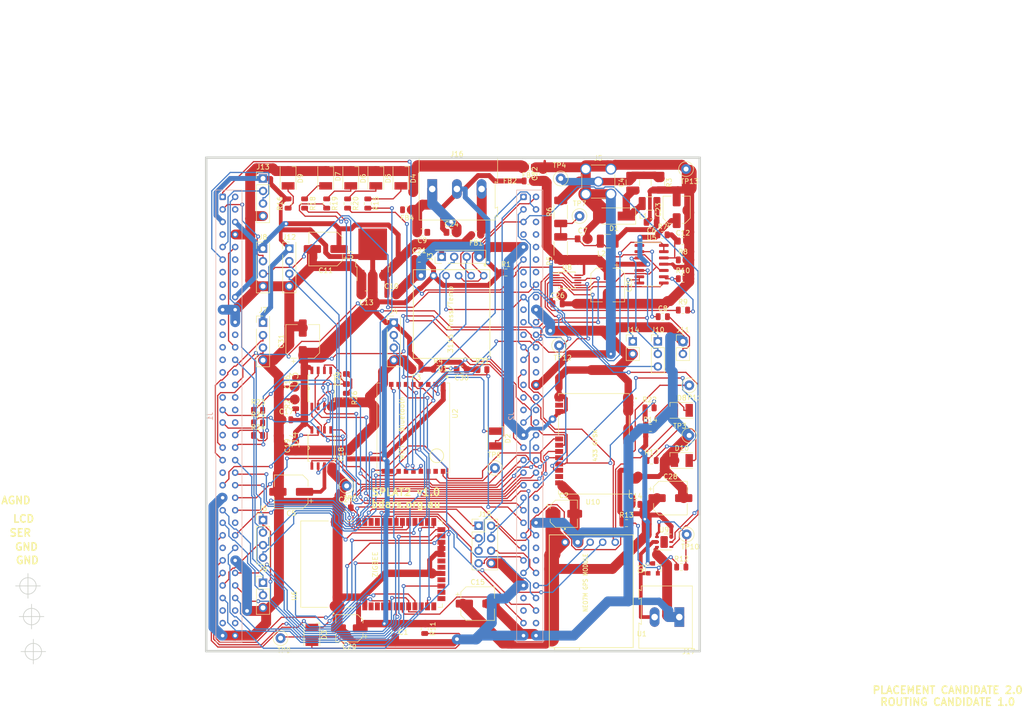
<source format=kicad_pcb>
(kicad_pcb (version 20171130) (host pcbnew "(5.1.12)-1")
  (layers (0 F.Cu signal hide) (31 B.Cu signal hide) (35 F.Paste user) (37 F.SilkS user) (38 B.Mask user) (39 F.Mask user) (44 Edge.Cuts user))
  (net 0 "")
  (net 1 /VIN)
  (net 2 /PD2)
  (net 3 /+3V3)
  (net 4 /IOREF)
  (net 5 /PF15)
  (net 6 /PF4)
  (net 7 /PF14)
  (net 8 /PE9)
  (net 9 /AVDD)
  (net 10 /PB0)
  (net 11 /PB11)
  (net 12 /PD7)
  (net 13 /PC0)
  (net 14 /PF3)
  (net 15 /PD4)
  (net 16 /PF5)
  (net 17 /PF10)
  (net 18 /PA7)
  (net 19 /PF8)
  (net 20 /PD0)
  (net 21 /PB13)
  (net 22 /PA15)
  (net 23 /PC7)
  (net 24 /PA6)
  (net 25 /PB3)
  (net 26 GND)
  (net 27 "Net-(C5-Pad1)")
  (net 28 "Net-(C6-Pad1)")
  (net 29 /HALF3V3)
  (net 30 "Net-(D3-Pad2)")
  (net 31 "Net-(D4-Pad2)")
  (net 32 "Net-(D2-Pad2)")
  (net 33 "Net-(D6-Pad2)")
  (net 34 "Net-(D5-Pad2)")
  (net 35 "Net-(D8-Pad2)")
  (net 36 "Net-(TP6-Pad1)")
  (net 37 "Net-(D7-Pad2)")
  (net 38 "Net-(C4-Pad1)")
  (net 39 "Net-(C4-Pad2)")
  (net 40 /BOOT0)
  (net 41 /PF6)
  (net 42 /PA13)
  (net 43 /PA14)
  (net 44 /PB7)
  (net 45 /PC13)
  (net 46 /PC14)
  (net 47 /PC15)
  (net 48 /VBAT)
  (net 49 /PH2)
  (net 50 /PD9)
  (net 51 /NRST)
  (net 52 /PA1)
  (net 53 /PC1)
  (net 54 /PG13)
  (net 55 /PG11)
  (net 56 /PH0)
  (net 57 /PH1)
  (net 58 /PA9)
  (net 59 /PA8)
  (net 60 /PA10)
  (net 61 /PA2)
  (net 62 /PD10)
  (net 63 /PG7)
  (net 64 /PC5)
  (net 65 /U5V)
  (net 66 /PD8)
  (net 67 /PA12)
  (net 68 /PA11)
  (net 69 /PB14)
  (net 70 /PC4)
  (net 71 /PG6)
  (net 72 "Net-(D8-Pad1)")
  (net 73 "Net-(J10-Pad2)")
  (net 74 "Net-(J4-Pad2)")
  (net 75 "Net-(J4-Pad3)")
  (net 76 "Net-(J3-Pad3)")
  (net 77 "Net-(J3-Pad2)")
  (net 78 "Net-(D2-Pad1)")
  (net 79 "Net-(C7-Pad1)")
  (net 80 "Net-(D9-Pad2)")
  (net 81 "Net-(D10-Pad2)")
  (net 82 "Net-(D3-Pad1)")
  (net 83 "Net-(C8-Pad2)")
  (net 84 "Net-(C8-Pad1)")
  (net 85 "Net-(Q1-Pad2)")
  (net 86 "Net-(TP11-Pad1)")
  (net 87 "Net-(TP9-Pad1)")
  (net 88 "Net-(R12-Pad2)")
  (net 89 "Net-(R9-Pad1)")
  (net 90 "Net-(C12-Pad1)")
  (net 91 "Net-(R10-Pad1)")
  (net 92 "Net-(U10-Pad21)")
  (net 93 "Net-(U10-Pad13)")
  (net 94 "Net-(J12-Pad2)")
  (net 95 "Net-(J12-Pad3)")
  (net 96 "Net-(U2-Pad17)")
  (net 97 "Net-(U6-Pad38)")
  (net 98 "Net-(U6-Pad37)")
  (net 99 "Net-(U6-Pad36)")
  (net 100 "Net-(U6-Pad35)")
  (net 101 "Net-(U6-Pad31)")
  (net 102 "Net-(U6-Pad30)")
  (net 103 "Net-(U6-Pad29)")
  (net 104 "Net-(U6-Pad22)")
  (net 105 "Net-(U6-Pad21)")
  (net 106 "Net-(U6-Pad19)")
  (net 107 "Net-(U6-Pad17)")
  (net 108 "Net-(U6-Pad16)")
  (net 109 "Net-(U6-Pad15)")
  (net 110 "Net-(U6-Pad7)")
  (net 111 "Net-(U6-Pad6)")
  (net 112 "Net-(U6-Pad5)")
  (net 113 "Net-(J14-Pad1)")
  (net 114 "Net-(J17-Pad2)")
  (net 115 GNDA)
  (net 116 PA3)
  (net 117 VDD)
  (net 118 PD14)
  (net 119 PD13)
  (net 120 PD11)
  (net 121 PD12)
  (net 122 PD15)
  (net 123 A3V3)
  (net 124 PA5)
  (net 125 PE14)
  (net 126 +5V)
  (net 127 PA4)
  (net 128 PG2)
  (net 129 PC3)
  (net 130 PC2)
  (net 131 PD3)
  (net 132 PB6)
  (net 133 PB9)
  (net 134 PG5)
  (net 135 PG8)
  (net 136 PE0)
  (net 137 PF11)
  (net 138 PE11)
  (net 139 PE7)
  (net 140 PE8)
  (net 141 PB15)
  (net 142 PB1)
  (net 143 PB2)
  (net 144 PB12)
  (net 145 PC6)
  (net 146 PC8)
  (net 147 PG4)
  (net 148 PE13)
  (net 149 PF12)
  (net 150 PF13)
  (net 151 PE15)
  (net 152 PE12)
  (net 153 PE10)
  (net 154 PB5)
  (net 155 PB4)
  (net 156 PB8)
  (net 157 PC9)
  (net 158 PG10)
  (net 159 PG15)
  (net 160 PE6)
  (net 161 PG1)
  (net 162 PF9)
  (net 163 PF2)
  (net 164 PE5)
  (net 165 PE2)
  (net 166 PG3)
  (net 167 PA0)
  (net 168 NC)
  (net 169 PC11)
  (net 170 PG12)
  (net 171 PG9)
  (net 172 PE1)
  (net 173 PG0)
  (net 174 PD1)
  (net 175 PF0)
  (net 176 PF1)
  (net 177 PE3)
  (net 178 PD6)
  (net 179 PD5)
  (net 180 PF7)
  (net 181 PC12)
  (net 182 PC10)
  (net 183 /RAW5V)
  (net 184 /RAWGND)
  (net 185 "Net-(C29-Pad2)")
  (net 186 /SPI2_SCKT)
  (net 187 /SPI2_MISOT)
  (net 188 /SPI2_MOSIT)
  (module Capacitor_SMD:CP_Elec_6.3x7.7 (layer F.Cu) (at 69.215 133.35 180)
    (fp_text reference C5 (at 0 -4.35) (layer F.SilkS))
    (fp_text value 100uF)
    (pad 2 smd roundrect (at 2.7 0 180) (size 3.5 1.6) (layers F.Cu F.Paste F.Mask) (roundrect_rratio 0.15625) (net 26 GND))
    (pad 1 smd roundrect (at -2.7 0 180) (size 3.5 1.6) (layers F.Cu F.Paste F.Mask) (roundrect_rratio 0.15625) (net 27 "Net-(C5-Pad1)"))
  )
  (module splat2-kicad:NEO7_GPS_MODULE (layer F.Cu) (at 135.484 133.172 270)
    (fp_text reference U1 (at 28.956 -4.7498 180) (layer F.SilkS))
    (fp_text value ublox_chinese_PCB_module)
    (fp_text user "NEO7M GPS MODULE" (at 18.593 6.6425 90) (layer F.SilkS) (effects (font (size 0.889 0.762))))
    (pad "" np_thru_hole circle (at 29.21 5.08 270) (size 3 3) (drill 3) (layers *.Cu *.Mask))
    (pad 1 thru_hole circle (at 10.39 10.77 180) (size 1.52 1.52) (drill 0.91) (layers *.Cu *.Mask) (net 117 VDD))
    (pad 2 thru_hole circle (at 10.39 8.23 180) (size 1.52 1.52) (drill 0.91) (layers *.Cu *.Mask) (net 26 GND))
    (pad 4 thru_hole circle (at 10.39 3.15 180) (size 1.52 1.52) (drill 0.91) (layers *.Cu *.Mask) (net 172 PE1))
    (pad 3 thru_hole circle (at 10.39 5.69 180) (size 1.52 1.52) (drill 0.91) (layers *.Cu *.Mask) (net 136 PE0))
    (pad 5 thru_hole circle (at 10.39 0.61 180) (size 1.52 1.52) (drill 0.91) (layers *.Cu *.Mask) (net 124 PA5))
  )
  (module Capacitor_SMD:CP_Elec_6.3x7.7 (layer F.Cu) (at 71.55 102.87 90)
    (fp_text reference C31 (at 0 -4.35 90) (layer F.SilkS))
    (fp_text value 100uF)
    (pad 2 smd roundrect (at 2.7 0 90) (size 3.5 1.6) (layers F.Cu F.Paste F.Mask) (roundrect_rratio 0.15625) (net 26 GND))
    (pad 1 smd roundrect (at -2.7 0 90) (size 3.5 1.6) (layers F.Cu F.Paste F.Mask) (roundrect_rratio 0.15625) (net 117 VDD))
  )
  (module TestPoint:TestPoint_Loop_D1.80mm_Drill1.0mm_Beaded (layer F.Cu) (at 80.45 132.15)
    (fp_text reference TP2 (at 0.7 2.5) (layer F.SilkS))
    (fp_text value TestPoint)
    (pad 1 thru_hole circle (at 0 0) (size 2 2) (drill 1) (layers *.Cu *.Mask) (net 26 GND))
  )
  (module Capacitor_SMD:CP_Elec_5x5.4 (layer F.Cu) (at 81 161 180)
    (fp_text reference C20 (at 0 -3.7) (layer F.SilkS))
    (fp_text value 10uF)
    (pad 2 smd roundrect (at 2.2 0 180) (size 3 1.6) (layers F.Cu F.Paste F.Mask) (roundrect_rratio 0.15625) (net 26 GND))
    (pad 1 smd roundrect (at -2.2 0 180) (size 3 1.6) (layers F.Cu F.Paste F.Mask) (roundrect_rratio 0.15625) (net 117 VDD))
  )
  (module Capacitor_SMD:C_0805_2012Metric (layer F.Cu) (at 94.55 108.5 180)
    (fp_text reference C3 (at 0 -1.68) (layer F.SilkS))
    (fp_text value 1uF)
    (pad 2 smd roundrect (at 0.95 0 180) (size 1 1.45) (layers F.Cu F.Paste F.Mask) (net 26 GND))
    (pad 1 smd roundrect (at -0.95 0 180) (size 1 1.45) (layers F.Cu F.Paste F.Mask) (net 117 VDD))
  )
  (module splat2footprints:XCVR_E30-400M20S (layer F.Cu) (at 130.556 133.604 180)
    (fp_text reference U10 (at 0.2032 -1.8034 180) (layer F.SilkS))
    (fp_text value "XCVR_E30-400M20S (Si4463)")
    (pad 4 smd rect (at -6.9498 10.9744 180) (size 1.6 1) (layers F.Cu F.Paste F.Mask) (net 26 GND))
    (pad 5 smd rect (at -6.9498 9.7044 180) (size 1.6 1) (layers F.Cu F.Paste F.Mask) (net 26 GND))
    (pad 6 smd rect (at -6.9498 8.4344 180) (size 1.6 1) (layers F.Cu F.Paste F.Mask) (net 86 "Net-(TP11-Pad1)"))
    (pad 7 smd rect (at -6.9498 7.1644 180) (size 1.6 1) (layers F.Cu F.Paste F.Mask) (net 72 "Net-(D8-Pad1)"))
    (pad 8 smd rect (at -6.9498 5.8944 180) (size 1.6 1) (layers F.Cu F.Paste F.Mask) (net 163 PF2))
    (pad 9 smd rect (at -6.9498 4.6244 180) (size 1.6 1) (layers F.Cu F.Paste F.Mask) (net 117 VDD))
    (pad 10 smd rect (at -6.9498 3.3544 180) (size 1.6 1) (layers F.Cu F.Paste F.Mask) (net 26 GND))
    (pad 11 smd rect (at -6.9498 2.0844 180) (size 1.6 1) (layers F.Cu F.Paste F.Mask) (net 26 GND))
    (pad 2 smd rect (at -6.9498 17.8144 180) (size 1.6 1) (layers F.Cu F.Paste F.Mask) (net 26 GND))
    (pad 1 smd rect (at -6.9498 19.0844 180) (size 1.6 1) (layers F.Cu F.Paste F.Mask) (net 26 GND))
    (pad 3 smd rect (at -6.9498 16.5444 180) (size 1.6 1) (layers F.Cu F.Paste F.Mask) (net 26 GND))
    (pad 21 smd rect (at 7.0502 17.8144 180) (size 1.6 1) (layers F.Cu F.Paste F.Mask) (net 92 "Net-(U10-Pad21)"))
    (pad 22 smd rect (at 7.0502 19.0844 180) (size 1.6 1) (layers F.Cu F.Paste F.Mask) (net 26 GND))
    (pad 20 smd rect (at 7.0502 16.5444 180) (size 1.6 1) (layers F.Cu F.Paste F.Mask) (net 26 GND))
    (pad 16 smd rect (at 7.0502 7.1644 180) (size 1.6 1) (layers F.Cu F.Paste F.Mask) (net 164 PE5))
    (pad 18 smd rect (at 7.0502 9.7044 180) (size 1.6 1) (layers F.Cu F.Paste F.Mask) (net 165 PE2))
    (pad 13 smd rect (at 7.0502 3.3544 180) (size 1.6 1) (layers F.Cu F.Paste F.Mask) (net 93 "Net-(U10-Pad13)"))
    (pad 12 smd rect (at 7.0502 2.0844 180) (size 1.6 1) (layers F.Cu F.Paste F.Mask) (net 26 GND))
    (pad 15 smd rect (at 7.0502 5.8944 180) (size 1.6 1) (layers F.Cu F.Paste F.Mask) (net 154 PB5))
    (pad 19 smd rect (at 7.0502 10.9744 180) (size 1.6 1) (layers F.Cu F.Paste F.Mask) (net 148 PE13))
    (pad 17 smd rect (at 7.0502 8.4344 180) (size 1.6 1) (layers F.Cu F.Paste F.Mask) (net 160 PE6))
    (pad 14 smd rect (at 7.0502 4.6244 180) (size 1.6 1) (layers F.Cu F.Paste F.Mask) (net 142 PB1))
  )
  (module Capacitor_SMD:C_0805_2012Metric_Pad1.15x1.40mm_HandSolder (layer F.Cu) (at 103.75 108.585 180)
    (fp_text reference C30 (at 0 -1.65) (layer F.SilkS))
    (fp_text value 0.1uF)
    (pad 2 smd roundrect (at 1.025 0 180) (size 1.15 1.4) (layers F.Cu F.Paste F.Mask) (roundrect_rratio 0.217391) (net 151 PE15))
    (pad 1 smd roundrect (at -1.025 0 180) (size 1.15 1.4) (layers F.Cu F.Paste F.Mask) (roundrect_rratio 0.217391) (net 117 VDD))
  )
  (module Resistor_SMD:R_0805_2012Metric (layer F.Cu) (at 80.391 114.3 270)
    (fp_text reference R26 (at 0 -1.65 90) (layer F.SilkS))
    (fp_text value 110R)
    (pad 2 smd roundrect (at 0.9125 0 270) (size 1.025 1.4) (layers F.Cu F.Paste F.Mask) (roundrect_rratio 0.243902) (net 26 GND))
    (pad 1 smd roundrect (at -0.9125 0 270) (size 1.025 1.4) (layers F.Cu F.Paste F.Mask) (roundrect_rratio 0.243902) (net 185 "Net-(C29-Pad2)"))
  )
  (module Resistor_SMD:R_0805_2012Metric (layer F.Cu) (at 62.5075 119.38)
    (fp_text reference R25 (at 0 -1.65) (layer F.SilkS))
    (fp_text value 50R)
    (pad 2 smd roundrect (at 0.9125 0) (size 1.025 1.4) (layers F.Cu F.Paste F.Mask) (roundrect_rratio 0.243902) (net 129 PC3))
    (pad 1 smd roundrect (at -0.9125 0) (size 1.025 1.4) (layers F.Cu F.Paste F.Mask) (roundrect_rratio 0.243902) (net 188 /SPI2_MOSIT))
  )
  (module Resistor_SMD:R_0805_2012Metric (layer F.Cu) (at 62.5075 121.92)
    (fp_text reference R24 (at 0 -1.65) (layer F.SilkS))
    (fp_text value 33R)
    (pad 2 smd roundrect (at 0.9125 0) (size 1.025 1.4) (layers F.Cu F.Paste F.Mask) (roundrect_rratio 0.243902) (net 131 PD3))
    (pad 1 smd roundrect (at -0.9125 0) (size 1.025 1.4) (layers F.Cu F.Paste F.Mask) (roundrect_rratio 0.243902) (net 186 /SPI2_SCKT))
  )
  (module Resistor_SMD:R_0805_2012Metric (layer F.Cu) (at 62.5075 116.84)
    (fp_text reference R23 (at 0 -1.65) (layer F.SilkS))
    (fp_text value 50R)
    (pad 2 smd roundrect (at 0.9125 0) (size 1.025 1.4) (layers F.Cu F.Paste F.Mask) (roundrect_rratio 0.243902) (net 130 PC2))
    (pad 1 smd roundrect (at -0.9125 0) (size 1.025 1.4) (layers F.Cu F.Paste F.Mask) (roundrect_rratio 0.243902) (net 187 /SPI2_MISOT))
  )
  (module Capacitor_SMD:C_0805_2012Metric_Pad1.15x1.40mm_HandSolder (layer F.Cu) (at 80.391 110.49 90)
    (fp_text reference C29 (at 0 -1.65 90) (layer F.SilkS))
    (fp_text value 470pF)
    (pad 2 smd roundrect (at 1.025 0 90) (size 1.15 1.4) (layers F.Cu F.Paste F.Mask) (roundrect_rratio 0.217391) (net 185 "Net-(C29-Pad2)"))
    (pad 1 smd roundrect (at -1.025 0 90) (size 1.15 1.4) (layers F.Cu F.Paste F.Mask) (roundrect_rratio 0.217391) (net 186 /SPI2_SCKT))
  )
  (module Inductor_SMD:L_1210_3225Metric_Pad1.42x2.65mm_HandSolder (layer F.Cu) (at 141.822 74.93 180)
    (fp_text reference L1 (at 1.27 -2.54) (layer F.SilkS))
    (fp_text value 620nH)
    (pad 2 smd roundrect (at 1.4875 0 180) (size 1.425 2.65) (layers F.Cu F.Paste F.Mask) (roundrect_rratio 0.175439) (net 38 "Net-(C4-Pad1)"))
    (pad 1 smd roundrect (at -1.4875 0 180) (size 1.425 2.65) (layers F.Cu F.Paste F.Mask) (roundrect_rratio 0.175439) (net 28 "Net-(C6-Pad1)"))
  )
  (module Capacitor_SMD:CP_Elec_5x5.4 (layer F.Cu) (at 147.32 76.2 90)
    (fp_text reference C23 (at 0 -3.7 90) (layer F.SilkS))
    (fp_text value 10uF)
    (pad 2 smd roundrect (at 2.2 0 90) (size 3 1.6) (layers F.Cu F.Paste F.Mask) (roundrect_rratio 0.15625) (net 115 GNDA))
    (pad 1 smd roundrect (at -2.2 0 90) (size 3 1.6) (layers F.Cu F.Paste F.Mask) (roundrect_rratio 0.15625) (net 123 A3V3))
  )
  (module Capacitor_SMD:CP_Elec_5x5.4 (layer F.Cu) (at 124.46 137.795)
    (fp_text reference C2 (at 0 -3.7) (layer F.SilkS))
    (fp_text value 10uF)
    (pad 2 smd roundrect (at 2.2 0) (size 3 1.6) (layers F.Cu F.Paste F.Mask) (roundrect_rratio 0.15625) (net 26 GND))
    (pad 1 smd roundrect (at -2.2 0) (size 3 1.6) (layers F.Cu F.Paste F.Mask) (roundrect_rratio 0.15625) (net 117 VDD))
  )
  (module Capacitor_SMD:CP_Elec_6.3x7.7 (layer F.Cu) (at 107 156)
    (fp_text reference C15 (at 0 -4.35) (layer F.SilkS))
    (fp_text value 100uF)
    (pad 2 smd roundrect (at 2.7 0) (size 3.5 1.6) (layers F.Cu F.Paste F.Mask) (roundrect_rratio 0.15625) (net 26 GND))
    (pad 1 smd roundrect (at -2.7 0) (size 3.5 1.6) (layers F.Cu F.Paste F.Mask) (roundrect_rratio 0.15625) (net 117 VDD))
  )
  (module Package_TO_SOT_SMD:SOT-23 (layer F.Cu) (at 142.56 148.86 90)
    (fp_text reference Q1 (at 0 -2.5 90) (layer F.SilkS))
    (fp_text value BSS138LT1G)
    (pad 3 smd rect (at 1 0 90) (size 0.9 0.8) (layers F.Cu F.Paste F.Mask) (net 117 VDD))
    (pad 2 smd rect (at -1 0.95 90) (size 0.9 0.8) (layers F.Cu F.Paste F.Mask) (net 85 "Net-(Q1-Pad2)"))
    (pad 1 smd rect (at -1 -0.95 90) (size 0.9 0.8) (layers F.Cu F.Paste F.Mask) (net 114 "Net-(J17-Pad2)"))
  )
  (module Package_SO:MSOP-10_3x3mm_P0.5mm (layer F.Cu) (at 125.095 90.47)
    (fp_text reference U8 (at 0 -2.6) (layer F.SilkS))
    (fp_text value MCP6S93-X_UN)
    (pad 1 smd rect (at -2.2 -1) (size 1.4 0.3) (layers F.Cu F.Paste F.Mask) (net 116 PA3))
    (pad 2 smd rect (at -2.2 -0.5) (size 1.4 0.3) (layers F.Cu F.Paste F.Mask) (net 79 "Net-(C7-Pad1)"))
    (pad 3 smd rect (at -2.2 0) (size 1.4 0.3) (layers F.Cu F.Paste F.Mask) (net 89 "Net-(R9-Pad1)"))
    (pad 4 smd rect (at -2.2 0.5) (size 1.4 0.3) (layers F.Cu F.Paste F.Mask) (net 29 /HALF3V3))
    (pad 5 smd rect (at -2.2 1) (size 1.4 0.3) (layers F.Cu F.Paste F.Mask) (net 115 GNDA))
    (pad 6 smd rect (at 2.2 1) (size 1.4 0.3) (layers F.Cu F.Paste F.Mask) (net 128 PG2))
    (pad 7 smd rect (at 2.2 0.5) (size 1.4 0.3) (layers F.Cu F.Paste F.Mask) (net 143 PB2))
    (pad 8 smd rect (at 2.2 0) (size 1.4 0.3) (layers F.Cu F.Paste F.Mask) (net 155 PB4))
    (pad 9 smd rect (at 2.2 -0.5) (size 1.4 0.3) (layers F.Cu F.Paste F.Mask) (net 182 PC10))
    (pad 10 smd rect (at 2.2 -1) (size 1.4 0.3) (layers F.Cu F.Paste F.Mask) (net 123 A3V3))
  )
  (module Capacitor_SMD:CP_Elec_6.3x7.7 (layer F.Cu) (at 146.05 134.62)
    (fp_text reference C28 (at 0 -4.35) (layer F.SilkS))
    (fp_text value 100uF)
    (pad 2 smd roundrect (at 2.7 0) (size 3.5 1.6) (layers F.Cu F.Paste F.Mask) (roundrect_rratio 0.15625) (net 26 GND))
    (pad 1 smd roundrect (at -2.7 0) (size 3.5 1.6) (layers F.Cu F.Paste F.Mask) (roundrect_rratio 0.15625) (net 117 VDD))
  )
  (module Capacitor_SMD:CP_Elec_6.3x7.7 (layer F.Cu) (at 133.35 91.44 270)
    (fp_text reference C25 (at 0 -4.35 90) (layer F.SilkS))
    (fp_text value 100uF)
    (pad 2 smd roundrect (at 2.7 0 270) (size 3.5 1.6) (layers F.Cu F.Paste F.Mask) (roundrect_rratio 0.15625) (net 115 GNDA))
    (pad 1 smd roundrect (at -2.7 0 270) (size 3.5 1.6) (layers F.Cu F.Paste F.Mask) (roundrect_rratio 0.15625) (net 123 A3V3))
  )
  (module Capacitor_SMD:CP_Elec_6.3x7.7 (layer F.Cu) (at 76.2 84.15 180)
    (fp_text reference C11 (at 0 -4.35) (layer F.SilkS))
    (fp_text value 100uF)
    (pad 2 smd roundrect (at 2.7 0 180) (size 3.5 1.6) (layers F.Cu F.Paste F.Mask) (roundrect_rratio 0.15625) (net 26 GND))
    (pad 1 smd roundrect (at -2.7 0 180) (size 3.5 1.6) (layers F.Cu F.Paste F.Mask) (roundrect_rratio 0.15625) (net 126 +5V))
  )
  (module Module:ST_Morpho_Connector_144_STLink_MountingHoles (layer F.Cu) (at -67.84 50.94)
    (fp_text reference REF** (at 31.75 -36.83) (layer F.SilkS))
    (fp_text value ST_Morpho_Connector_144_STLink_MountingHoles)
    (pad 1 thru_hole circle (at 0 0) (size 1.7 1.7) (drill 1) (layers *.Cu *.Mask))
    (pad 2 thru_hole circle (at 2.54 0) (size 1.7 1.7) (drill 1) (layers *.Cu *.Mask))
    (pad 3 thru_hole circle (at 0 2.54) (size 1.7 1.7) (drill 1) (layers *.Cu *.Mask))
    (pad 4 thru_hole circle (at 2.54 2.54) (size 1.7 1.7) (drill 1) (layers *.Cu *.Mask))
    (pad 5 thru_hole circle (at 0 5.08) (size 1.7 1.7) (drill 1) (layers *.Cu *.Mask))
    (pad 6 thru_hole circle (at 2.54 5.08) (size 1.7 1.7) (drill 1) (layers *.Cu *.Mask))
    (pad 7 thru_hole circle (at 0 7.62) (size 1.7 1.7) (drill 1) (layers *.Cu *.Mask))
    (pad 8 thru_hole circle (at 2.54 7.62) (size 1.7 1.7) (drill 1) (layers *.Cu *.Mask))
    (pad 9 thru_hole circle (at 0 10.16) (size 1.7 1.7) (drill 1) (layers *.Cu *.Mask))
    (pad 10 thru_hole circle (at 2.54 10.16) (size 1.7 1.7) (drill 1) (layers *.Cu *.Mask))
    (pad 11 thru_hole circle (at 0 12.7) (size 1.7 1.7) (drill 1) (layers *.Cu *.Mask))
    (pad 12 thru_hole circle (at 2.54 12.7) (size 1.7 1.7) (drill 1) (layers *.Cu *.Mask))
    (pad 13 thru_hole circle (at 0 15.24) (size 1.7 1.7) (drill 1) (layers *.Cu *.Mask))
    (pad 14 thru_hole circle (at 2.54 15.24) (size 1.7 1.7) (drill 1) (layers *.Cu *.Mask))
    (pad 15 thru_hole circle (at 0 17.78) (size 1.7 1.7) (drill 1) (layers *.Cu *.Mask))
    (pad 16 thru_hole circle (at 2.54 17.78) (size 1.7 1.7) (drill 1) (layers *.Cu *.Mask))
    (pad 17 thru_hole circle (at 0 20.32) (size 1.7 1.7) (drill 1) (layers *.Cu *.Mask))
    (pad 18 thru_hole circle (at 2.54 20.32) (size 1.7 1.7) (drill 1) (layers *.Cu *.Mask))
    (pad 19 thru_hole circle (at 0 22.86) (size 1.7 1.7) (drill 1) (layers *.Cu *.Mask))
    (pad 20 thru_hole circle (at 2.54 22.86) (size 1.7 1.7) (drill 1) (layers *.Cu *.Mask))
    (pad 21 thru_hole circle (at 0 25.4) (size 1.7 1.7) (drill 1) (layers *.Cu *.Mask))
    (pad 22 thru_hole circle (at 2.54 25.4) (size 1.7 1.7) (drill 1) (layers *.Cu *.Mask))
    (pad 23 thru_hole circle (at 0 27.94) (size 1.7 1.7) (drill 1) (layers *.Cu *.Mask))
    (pad 24 thru_hole circle (at 2.54 27.94) (size 1.7 1.7) (drill 1) (layers *.Cu *.Mask))
    (pad 25 thru_hole circle (at 0 30.48) (size 1.7 1.7) (drill 1) (layers *.Cu *.Mask))
    (pad 26 thru_hole circle (at 2.54 30.48) (size 1.7 1.7) (drill 1) (layers *.Cu *.Mask))
    (pad 27 thru_hole circle (at 0 33.02) (size 1.7 1.7) (drill 1) (layers *.Cu *.Mask))
    (pad 28 thru_hole circle (at 2.54 33.02) (size 1.7 1.7) (drill 1) (layers *.Cu *.Mask))
    (pad 29 thru_hole circle (at 0 35.56) (size 1.7 1.7) (drill 1) (layers *.Cu *.Mask))
    (pad 30 thru_hole circle (at 2.54 35.56) (size 1.7 1.7) (drill 1) (layers *.Cu *.Mask))
    (pad 31 thru_hole circle (at 0 38.1) (size 1.7 1.7) (drill 1) (layers *.Cu *.Mask))
    (pad 32 thru_hole circle (at 2.54 38.1) (size 1.7 1.7) (drill 1) (layers *.Cu *.Mask))
    (pad 33 thru_hole circle (at 0 40.64) (size 1.7 1.7) (drill 1) (layers *.Cu *.Mask))
    (pad 34 thru_hole circle (at 2.54 40.64) (size 1.7 1.7) (drill 1) (layers *.Cu *.Mask))
    (pad 35 thru_hole circle (at 0 43.18) (size 1.7 1.7) (drill 1) (layers *.Cu *.Mask))
    (pad 36 thru_hole circle (at 2.54 43.18) (size 1.7 1.7) (drill 1) (layers *.Cu *.Mask))
    (pad 37 thru_hole circle (at 0 45.72) (size 1.7 1.7) (drill 1) (layers *.Cu *.Mask))
    (pad 38 thru_hole circle (at 2.54 45.72) (size 1.7 1.7) (drill 1) (layers *.Cu *.Mask))
    (pad 39 thru_hole circle (at 0 48.26) (size 1.7 1.7) (drill 1) (layers *.Cu *.Mask))
    (pad 40 thru_hole circle (at 2.54 48.26) (size 1.7 1.7) (drill 1) (layers *.Cu *.Mask))
    (pad 41 thru_hole circle (at 0 50.8) (size 1.7 1.7) (drill 1) (layers *.Cu *.Mask))
    (pad 42 thru_hole circle (at 2.54 50.8) (size 1.7 1.7) (drill 1) (layers *.Cu *.Mask))
    (pad 43 thru_hole circle (at 0 53.34) (size 1.7 1.7) (drill 1) (layers *.Cu *.Mask))
    (pad 44 thru_hole circle (at 2.54 53.34) (size 1.7 1.7) (drill 1) (layers *.Cu *.Mask))
    (pad 45 thru_hole circle (at 0 55.88) (size 1.7 1.7) (drill 1) (layers *.Cu *.Mask))
    (pad 46 thru_hole circle (at 2.54 55.88) (size 1.7 1.7) (drill 1) (layers *.Cu *.Mask))
    (pad 47 thru_hole circle (at 0 58.42) (size 1.7 1.7) (drill 1) (layers *.Cu *.Mask))
    (pad 48 thru_hole circle (at 2.54 58.42) (size 1.7 1.7) (drill 1) (layers *.Cu *.Mask))
    (pad 49 thru_hole circle (at 0 60.96) (size 1.7 1.7) (drill 1) (layers *.Cu *.Mask))
    (pad 50 thru_hole circle (at 2.54 60.96) (size 1.7 1.7) (drill 1) (layers *.Cu *.Mask))
    (pad 51 thru_hole circle (at 0 63.5) (size 1.7 1.7) (drill 1) (layers *.Cu *.Mask))
    (pad 52 thru_hole circle (at 2.54 63.5) (size 1.7 1.7) (drill 1) (layers *.Cu *.Mask))
    (pad 53 thru_hole circle (at 0 66.04) (size 1.7 1.7) (drill 1) (layers *.Cu *.Mask))
    (pad 54 thru_hole circle (at 2.54 66.04) (size 1.7 1.7) (drill 1) (layers *.Cu *.Mask))
    (pad 55 thru_hole circle (at 0 68.58) (size 1.7 1.7) (drill 1) (layers *.Cu *.Mask))
    (pad 56 thru_hole circle (at 2.54 68.58) (size 1.7 1.7) (drill 1) (layers *.Cu *.Mask))
    (pad 57 thru_hole circle (at 0 71.12) (size 1.7 1.7) (drill 1) (layers *.Cu *.Mask))
    (pad 58 thru_hole circle (at 2.54 71.12) (size 1.7 1.7) (drill 1) (layers *.Cu *.Mask))
    (pad 59 thru_hole circle (at 0 73.66) (size 1.7 1.7) (drill 1) (layers *.Cu *.Mask))
    (pad 60 thru_hole circle (at 2.54 73.66) (size 1.7 1.7) (drill 1) (layers *.Cu *.Mask))
    (pad 61 thru_hole circle (at 0 76.2) (size 1.7 1.7) (drill 1) (layers *.Cu *.Mask))
    (pad 62 thru_hole circle (at 2.54 76.2) (size 1.7 1.7) (drill 1) (layers *.Cu *.Mask))
    (pad 63 thru_hole circle (at 0 78.74) (size 1.7 1.7) (drill 1) (layers *.Cu *.Mask))
    (pad 64 thru_hole circle (at 2.54 78.74) (size 1.7 1.7) (drill 1) (layers *.Cu *.Mask))
    (pad 65 thru_hole circle (at 0 81.28) (size 1.7 1.7) (drill 1) (layers *.Cu *.Mask))
    (pad 66 thru_hole circle (at 2.54 81.28) (size 1.7 1.7) (drill 1) (layers *.Cu *.Mask))
    (pad 67 thru_hole circle (at 0 83.82) (size 1.7 1.7) (drill 1) (layers *.Cu *.Mask))
    (pad 68 thru_hole circle (at 2.54 83.82) (size 1.7 1.7) (drill 1) (layers *.Cu *.Mask))
    (pad 69 thru_hole circle (at 0 86.36) (size 1.7 1.7) (drill 1) (layers *.Cu *.Mask))
    (pad 70 thru_hole circle (at 2.54 86.36) (size 1.7 1.7) (drill 1) (layers *.Cu *.Mask))
    (pad 71 thru_hole circle (at 0 88.9) (size 1.7 1.7) (drill 1) (layers *.Cu *.Mask))
    (pad 72 thru_hole circle (at 2.54 88.9) (size 1.7 1.7) (drill 1) (layers *.Cu *.Mask))
    (pad 73 thru_hole circle (at 60.96 0) (size 1.7 1.7) (drill 1) (layers *.Cu *.Mask))
    (pad 74 thru_hole circle (at 63.5 0) (size 1.7 1.7) (drill 1) (layers *.Cu *.Mask))
    (pad 75 thru_hole circle (at 60.96 2.54) (size 1.7 1.7) (drill 1) (layers *.Cu *.Mask))
    (pad 76 thru_hole circle (at 63.5 2.54) (size 1.7 1.7) (drill 1) (layers *.Cu *.Mask))
    (pad 77 thru_hole circle (at 60.96 5.08) (size 1.7 1.7) (drill 1) (layers *.Cu *.Mask))
    (pad 78 thru_hole circle (at 63.5 5.08) (size 1.7 1.7) (drill 1) (layers *.Cu *.Mask))
    (pad 79 thru_hole circle (at 60.96 7.62) (size 1.7 1.7) (drill 1) (layers *.Cu *.Mask))
    (pad 80 thru_hole circle (at 63.5 7.62) (size 1.7 1.7) (drill 1) (layers *.Cu *.Mask))
    (pad 81 thru_hole circle (at 60.96 10.16) (size 1.7 1.7) (drill 1) (layers *.Cu *.Mask))
    (pad 82 thru_hole circle (at 63.5 10.16) (size 1.7 1.7) (drill 1) (layers *.Cu *.Mask))
    (pad 83 thru_hole circle (at 60.96 12.7) (size 1.7 1.7) (drill 1) (layers *.Cu *.Mask))
    (pad 84 thru_hole circle (at 63.5 12.7) (size 1.7 1.7) (drill 1) (layers *.Cu *.Mask))
    (pad 85 thru_hole circle (at 60.96 15.24) (size 1.7 1.7) (drill 1) (layers *.Cu *.Mask))
    (pad 86 thru_hole circle (at 63.5 15.24) (size 1.7 1.7) (drill 1) (layers *.Cu *.Mask))
    (pad 87 thru_hole circle (at 60.96 17.78) (size 1.7 1.7) (drill 1) (layers *.Cu *.Mask))
    (pad 88 thru_hole circle (at 63.5 17.78) (size 1.7 1.7) (drill 1) (layers *.Cu *.Mask))
    (pad 89 thru_hole circle (at 60.96 20.32) (size 1.7 1.7) (drill 1) (layers *.Cu *.Mask))
    (pad 90 thru_hole circle (at 63.5 20.32) (size 1.7 1.7) (drill 1) (layers *.Cu *.Mask))
    (pad 91 thru_hole circle (at 60.96 22.86) (size 1.7 1.7) (drill 1) (layers *.Cu *.Mask))
    (pad 92 thru_hole circle (at 63.5 22.86) (size 1.7 1.7) (drill 1) (layers *.Cu *.Mask))
    (pad 93 thru_hole circle (at 60.96 25.4) (size 1.7 1.7) (drill 1) (layers *.Cu *.Mask))
    (pad 94 thru_hole circle (at 63.5 25.4) (size 1.7 1.7) (drill 1) (layers *.Cu *.Mask))
    (pad 95 thru_hole circle (at 60.96 27.94) (size 1.7 1.7) (drill 1) (layers *.Cu *.Mask))
    (pad 96 thru_hole circle (at 63.5 27.94) (size 1.7 1.7) (drill 1) (layers *.Cu *.Mask))
    (pad 97 thru_hole circle (at 60.96 30.48) (size 1.7 1.7) (drill 1) (layers *.Cu *.Mask))
    (pad 98 thru_hole circle (at 63.5 30.48) (size 1.7 1.7) (drill 1) (layers *.Cu *.Mask))
    (pad 99 thru_hole circle (at 60.96 33.02) (size 1.7 1.7) (drill 1) (layers *.Cu *.Mask))
    (pad 100 thru_hole circle (at 63.5 33.02) (size 1.7 1.7) (drill 1) (layers *.Cu *.Mask))
    (pad 101 thru_hole circle (at 60.96 35.56) (size 1.7 1.7) (drill 1) (layers *.Cu *.Mask))
    (pad 102 thru_hole circle (at 63.5 35.56) (size 1.7 1.7) (drill 1) (layers *.Cu *.Mask))
    (pad 103 thru_hole circle (at 60.96 38.1) (size 1.7 1.7) (drill 1) (layers *.Cu *.Mask))
    (pad 104 thru_hole circle (at 63.5 38.1) (size 1.7 1.7) (drill 1) (layers *.Cu *.Mask))
    (pad 105 thru_hole circle (at 60.96 40.64) (size 1.7 1.7) (drill 1) (layers *.Cu *.Mask))
    (pad 106 thru_hole circle (at 63.5 40.64) (size 1.7 1.7) (drill 1) (layers *.Cu *.Mask))
    (pad 107 thru_hole circle (at 60.96 43.18) (size 1.7 1.7) (drill 1) (layers *.Cu *.Mask))
    (pad 108 thru_hole circle (at 63.5 43.18) (size 1.7 1.7) (drill 1) (layers *.Cu *.Mask))
    (pad 109 thru_hole circle (at 60.96 45.72) (size 1.7 1.7) (drill 1) (layers *.Cu *.Mask))
    (pad 110 thru_hole circle (at 63.5 45.72) (size 1.7 1.7) (drill 1) (layers *.Cu *.Mask))
    (pad 111 thru_hole circle (at 60.96 48.26) (size 1.7 1.7) (drill 1) (layers *.Cu *.Mask))
    (pad 112 thru_hole circle (at 63.5 48.26) (size 1.7 1.7) (drill 1) (layers *.Cu *.Mask))
    (pad 113 thru_hole circle (at 60.96 50.8) (size 1.7 1.7) (drill 1) (layers *.Cu *.Mask))
    (pad 114 thru_hole circle (at 63.5 50.8) (size 1.7 1.7) (drill 1) (layers *.Cu *.Mask))
    (pad 115 thru_hole circle (at 60.96 53.34) (size 1.7 1.7) (drill 1) (layers *.Cu *.Mask))
    (pad 116 thru_hole circle (at 63.5 53.34) (size 1.7 1.7) (drill 1) (layers *.Cu *.Mask))
    (pad 117 thru_hole circle (at 60.96 55.88) (size 1.7 1.7) (drill 1) (layers *.Cu *.Mask))
    (pad 118 thru_hole circle (at 63.5 55.88) (size 1.7 1.7) (drill 1) (layers *.Cu *.Mask))
    (pad 119 thru_hole circle (at 60.96 58.42) (size 1.7 1.7) (drill 1) (layers *.Cu *.Mask))
    (pad 120 thru_hole circle (at 63.5 58.42) (size 1.7 1.7) (drill 1) (layers *.Cu *.Mask))
    (pad 121 thru_hole circle (at 60.96 60.96) (size 1.7 1.7) (drill 1) (layers *.Cu *.Mask))
    (pad 122 thru_hole circle (at 63.5 60.96) (size 1.7 1.7) (drill 1) (layers *.Cu *.Mask))
    (pad 123 thru_hole circle (at 60.96 63.5) (size 1.7 1.7) (drill 1) (layers *.Cu *.Mask))
    (pad 124 thru_hole circle (at 63.5 63.5) (size 1.7 1.7) (drill 1) (layers *.Cu *.Mask))
    (pad 125 thru_hole circle (at 60.96 66.04) (size 1.7 1.7) (drill 1) (layers *.Cu *.Mask))
    (pad 126 thru_hole circle (at 63.5 66.04) (size 1.7 1.7) (drill 1) (layers *.Cu *.Mask))
    (pad 127 thru_hole circle (at 60.96 68.58) (size 1.7 1.7) (drill 1) (layers *.Cu *.Mask))
    (pad 128 thru_hole circle (at 63.5 68.58) (size 1.7 1.7) (drill 1) (layers *.Cu *.Mask))
    (pad 129 thru_hole circle (at 60.96 71.12) (size 1.7 1.7) (drill 1) (layers *.Cu *.Mask))
    (pad 130 thru_hole circle (at 63.5 71.12) (size 1.7 1.7) (drill 1) (layers *.Cu *.Mask))
    (pad 131 thru_hole circle (at 60.96 73.66) (size 1.7 1.7) (drill 1) (layers *.Cu *.Mask))
    (pad 132 thru_hole circle (at 63.5 73.66) (size 1.7 1.7) (drill 1) (layers *.Cu *.Mask))
    (pad 133 thru_hole circle (at 60.96 76.2) (size 1.7 1.7) (drill 1) (layers *.Cu *.Mask))
    (pad 134 thru_hole circle (at 63.5 76.2) (size 1.7 1.7) (drill 1) (layers *.Cu *.Mask))
    (pad 135 thru_hole circle (at 60.96 78.74) (size 1.7 1.7) (drill 1) (layers *.Cu *.Mask))
    (pad 136 thru_hole circle (at 63.5 78.74) (size 1.7 1.7) (drill 1) (layers *.Cu *.Mask))
    (pad 137 thru_hole circle (at 60.96 81.28) (size 1.7 1.7) (drill 1) (layers *.Cu *.Mask))
    (pad 138 thru_hole circle (at 63.5 81.28) (size 1.7 1.7) (drill 1) (layers *.Cu *.Mask))
    (pad 139 thru_hole circle (at 60.96 83.82) (size 1.7 1.7) (drill 1) (layers *.Cu *.Mask))
    (pad 140 thru_hole circle (at 63.5 83.82) (size 1.7 1.7) (drill 1) (layers *.Cu *.Mask))
    (pad 141 thru_hole circle (at 60.96 86.36) (size 1.7 1.7) (drill 1) (layers *.Cu *.Mask))
    (pad 142 thru_hole circle (at 63.5 86.36) (size 1.7 1.7) (drill 1) (layers *.Cu *.Mask))
    (pad 143 thru_hole circle (at 60.96 88.9) (size 1.7 1.7) (drill 1) (layers *.Cu *.Mask))
    (pad 144 thru_hole circle (at 63.5 88.9) (size 1.7 1.7) (drill 1) (layers *.Cu *.Mask))
    (pad 145 thru_hole circle (at 0 -27.94) (size 1.7 1.7) (drill 1) (layers *.Cu *.Mask))
    (pad 146 thru_hole circle (at 0 -25.4) (size 1.7 1.7) (drill 1) (layers *.Cu *.Mask))
    (pad 147 thru_hole circle (at 63.5 -27.94) (size 1.7 1.7) (drill 1) (layers *.Cu *.Mask))
    (pad 148 thru_hole circle (at 63.5 -25.4) (size 1.7 1.7) (drill 1) (layers *.Cu *.Mask))
    (pad "" np_thru_hole circle (at 54.6 72.4) (size 3 3) (drill 3) (layers *.Cu *.Mask))
    (pad "" np_thru_hole circle (at 8.89 72.39) (size 3 3) (drill 3) (layers *.Cu *.Mask))
    (pad "" np_thru_hole circle (at 7.62 -3.81) (size 3 3) (drill 3) (layers *.Cu *.Mask))
    (pad "" np_thru_hole circle (at 55.9 -2.5) (size 3 3) (drill 3) (layers *.Cu *.Mask))
    (pad "" np_thru_hole circle (at 40.55 48.3) (size 3 3) (drill 3) (layers *.Cu *.Mask))
  )
  (module TestPoint:TestPoint_Loop_D1.80mm_Drill1.0mm_Beaded (layer F.Cu) (at 123.825 69.85)
    (fp_text reference TP4 (at -0.254 -2.667) (layer F.SilkS))
    (fp_text value TestPoint)
    (pad 1 thru_hole circle (at 0 0) (size 2 2) (drill 1) (layers *.Cu *.Mask) (net 39 "Net-(C4-Pad2)"))
  )
  (module Inductor_SMD:L_0805_2012Metric (layer F.Cu) (at 117.348 70.358)
    (fp_text reference FB2 (at -3.81 0 180) (layer F.SilkS))
    (fp_text value Ferrite_Bead)
    (pad 2 smd roundrect (at 0.9375 0) (size 0.975 1.4) (layers F.Cu F.Paste F.Mask) (net 123 A3V3))
    (pad 1 smd roundrect (at -0.9375 0) (size 0.975 1.4) (layers F.Cu F.Paste F.Mask) (net 117 VDD))
  )
  (module TestPoint:TestPoint_Loop_D1.80mm_Drill1.0mm_Beaded (layer F.Cu) (at 149.86 121.92)
    (fp_text reference TP3 (at -1.905 -1.905) (layer F.SilkS))
    (fp_text value TestPoint)
    (pad 1 thru_hole circle (at 0 0) (size 2 2) (drill 1) (layers *.Cu *.Mask) (net 26 GND))
  )
  (module Inductor_SMD:L_0805_2012Metric (layer F.Cu) (at 106.68 81.28 180)
    (fp_text reference FB1 (at 0 -1.65) (layer F.SilkS))
    (fp_text value Ferrite_Bead)
    (pad 2 smd roundrect (at 0.9375 0 180) (size 0.975 1.4) (layers F.Cu F.Paste F.Mask) (net 126 +5V))
    (pad 1 smd roundrect (at -0.9375 0 180) (size 0.975 1.4) (layers F.Cu F.Paste F.Mask) (net 183 /RAW5V))
  )
  (module Inductor_SMD:L_1210_3225Metric_Pad1.42x2.65mm_HandSolder (layer F.Cu) (at 133.35 82.55)
    (fp_text reference L2 (at -1.27 2.54 180) (layer F.SilkS))
    (fp_text value 1.5uH)
    (pad 2 smd roundrect (at 1.4875 0) (size 1.425 2.65) (layers F.Cu F.Paste F.Mask) (roundrect_rratio 0.175439) (net 28 "Net-(C6-Pad1)"))
    (pad 1 smd roundrect (at -1.4875 0) (size 1.425 2.65) (layers F.Cu F.Paste F.Mask) (roundrect_rratio 0.175439) (net 79 "Net-(C7-Pad1)"))
  )
  (module LED_SMD:LED_PLCC-2 (layer F.Cu) (at 148.36 116.84)
    (fp_text reference D8 (at 0 -2.5) (layer F.SilkS))
    (fp_text value LED)
    (pad 2 smd rect (at 1.5 0) (size 1.5 2.6) (layers F.Cu F.Paste F.Mask) (net 35 "Net-(D8-Pad2)"))
    (pad 1 smd rect (at -1.5 0) (size 1.5 2.6) (layers F.Cu F.Paste F.Mask) (net 72 "Net-(D8-Pad1)"))
  )
  (module LED_SMD:LED_PLCC-2 (layer F.Cu) (at 81.28 69.85 270)
    (fp_text reference D6 (at 0 -2.5 90) (layer F.SilkS))
    (fp_text value LED)
    (pad 2 smd rect (at 1.5 0 270) (size 1.5 2.6) (layers F.Cu F.Paste F.Mask) (net 33 "Net-(D6-Pad2)"))
    (pad 1 smd rect (at -1.5 0 270) (size 1.5 2.6) (layers F.Cu F.Paste F.Mask) (net 26 GND))
  )
  (module TestPoint:TestPoint_Loop_D1.80mm_Drill1.0mm_Beaded (layer F.Cu) (at 127.635 77.47)
    (fp_text reference TP7 (at 0 -2.54) (layer F.SilkS))
    (fp_text value TestPoint)
    (pad 1 thru_hole circle (at 0 0) (size 2 2) (drill 1) (layers *.Cu *.Mask) (net 79 "Net-(C7-Pad1)"))
  )
  (module LED_SMD:LED_PLCC-2 (layer F.Cu) (at 86.36 69.85 270)
    (fp_text reference D5 (at 0 -2.5 90) (layer F.SilkS))
    (fp_text value LED)
    (pad 2 smd rect (at 1.5 0 270) (size 1.5 2.6) (layers F.Cu F.Paste F.Mask) (net 34 "Net-(D5-Pad2)"))
    (pad 1 smd rect (at -1.5 0 270) (size 1.5 2.6) (layers F.Cu F.Paste F.Mask) (net 26 GND))
  )
  (module LED_SMD:LED_PLCC-2 (layer F.Cu) (at 110.617 122.555 270)
    (fp_text reference D2 (at 0 -2.5 90) (layer F.SilkS))
    (fp_text value LED)
    (pad 2 smd rect (at 1.5 0 270) (size 1.5 2.6) (layers F.Cu F.Paste F.Mask) (net 32 "Net-(D2-Pad2)"))
    (pad 1 smd rect (at -1.5 0 270) (size 1.5 2.6) (layers F.Cu F.Paste F.Mask) (net 78 "Net-(D2-Pad1)"))
  )
  (module Resistor_SMD:R_2010_5025Metric_Pad1.52x2.65mm_HandSolder (layer F.Cu) (at 123.825 84.0225 90)
    (fp_text reference R5 (at -2.54 -2.28 90) (layer F.SilkS))
    (fp_text value 100R)
    (pad 2 smd roundrect (at 2.3375 0 90) (size 1.525 2.65) (layers F.Cu F.Paste F.Mask) (roundrect_rratio 0.163934) (net 79 "Net-(C7-Pad1)"))
    (pad 1 smd roundrect (at -2.3375 0 90) (size 1.525 2.65) (layers F.Cu F.Paste F.Mask) (roundrect_rratio 0.163934) (net 123 A3V3))
  )
  (module TestPoint:TestPoint_Loop_D1.80mm_Drill1.0mm_Beaded (layer F.Cu) (at 110.49 128.524)
    (fp_text reference TP6 (at -0.127 -2.667) (layer F.SilkS))
    (fp_text value TestPoint)
    (pad 1 thru_hole circle (at 0 0) (size 2 2) (drill 1) (layers *.Cu *.Mask) (net 36 "Net-(TP6-Pad1)"))
  )
  (module LED_SMD:LED_PLCC-2 (layer F.Cu) (at 91.44 69.85 270)
    (fp_text reference D4 (at 0 -2.5 90) (layer F.SilkS))
    (fp_text value LED)
    (pad 2 smd rect (at 1.5 0 270) (size 1.5 2.6) (layers F.Cu F.Paste F.Mask) (net 31 "Net-(D4-Pad2)"))
    (pad 1 smd rect (at -1.5 0 270) (size 1.5 2.6) (layers F.Cu F.Paste F.Mask) (net 26 GND))
  )
  (module LED_SMD:LED_PLCC-2 (layer F.Cu) (at 73.406 162.33 270)
    (fp_text reference D3 (at 0 -2.5 90) (layer F.SilkS))
    (fp_text value LED)
    (pad 2 smd rect (at 1.5 0 270) (size 1.5 2.6) (layers F.Cu F.Paste F.Mask) (net 30 "Net-(D3-Pad2)"))
    (pad 1 smd rect (at -1.5 0 270) (size 1.5 2.6) (layers F.Cu F.Paste F.Mask) (net 82 "Net-(D3-Pad1)"))
  )
  (module PinHeader_1x04_P2.54mm_Vertical (layer F.Cu) (at 63.5 99.06)
    (fp_text reference J7 (at 0 -2.54) (layer F.SilkS))
    (fp_text value Conn_01x04_Male)
    (pad 4 thru_hole oval (at 0 7.62) (size 1.7 1.7) (drill 1) (layers *.Cu *.Mask) (net 26 GND))
    (pad 3 thru_hole oval (at 0 5.08) (size 1.7 1.7) (drill 1) (layers *.Cu *.Mask) (net 179 PD5))
    (pad 2 thru_hole oval (at 0 2.54) (size 1.7 1.7) (drill 1) (layers *.Cu *.Mask) (net 178 PD6))
    (pad 1 thru_hole rect (at 0 0) (size 1.7 1.7) (drill 1) (layers *.Cu *.Mask) (net 117 VDD))
  )
  (module LED_SMD:LED_PLCC-2 (layer F.Cu) (at 76.2 69.85 270)
    (fp_text reference D7 (at -0.4064 -2.5 90) (layer F.SilkS))
    (fp_text value LED)
    (pad 2 smd rect (at 1.5 0 270) (size 1.5 2.6) (layers F.Cu F.Paste F.Mask) (net 37 "Net-(D7-Pad2)"))
    (pad 1 smd rect (at -1.5 0 270) (size 1.5 2.6) (layers F.Cu F.Paste F.Mask) (net 26 GND))
  )
  (module Diode_SMD:D_SMA_Handsoldering (layer F.Cu) (at 134.62 77.47 180)
    (fp_text reference D1 (at 0 -2.5) (layer F.SilkS))
    (fp_text value "SMAJ8.0CA Bourns 9V")
    (pad 2 smd rect (at 2.5 0 180) (size 3.5 1.8) (layers F.Cu F.Paste F.Mask) (net 115 GNDA))
    (pad 1 smd rect (at -2.5 0 180) (size 3.5 1.8) (layers F.Cu F.Paste F.Mask) (net 38 "Net-(C4-Pad1)"))
  )
  (module Connector_Samtec_HLE_THT:Samtec_HLE-136-02-xx-DV-TE_2x36_P2.54mm_Horizontal (layer B.Cu) (at 55.3212 73.5838 270)
    (fp_text reference J1 (at 44.45 2.47 270) (layer B.SilkS) (effects (justify mirror)))
    (fp_text value C11_2X36)
    (pad 72 thru_hole circle (at 88.9 -2.54 270) (size 1.31 1.31) (drill 0.71) (layers *.Cu *.Mask) (net 26 GND))
    (pad 70 thru_hole circle (at 86.36 -2.54 270) (size 1.31 1.31) (drill 0.71) (layers *.Cu *.Mask) (net 55 /PG11))
    (pad 68 thru_hole circle (at 83.82 -2.54 270) (size 1.31 1.31) (drill 0.71) (layers *.Cu *.Mask) (net 54 /PG13))
    (pad 66 thru_hole circle (at 81.28 -2.54 270) (size 1.31 1.31) (drill 0.71) (layers *.Cu *.Mask) (net 158 PG10))
    (pad 64 thru_hole circle (at 78.74 -2.54 270) (size 1.31 1.31) (drill 0.71) (layers *.Cu *.Mask) (net 159 PG15))
    (pad 62 thru_hole circle (at 76.2 -2.54 270) (size 1.31 1.31) (drill 0.71) (layers *.Cu *.Mask) (net 160 PE6))
    (pad 60 thru_hole circle (at 73.66 -2.54 270) (size 1.31 1.31) (drill 0.71) (layers *.Cu *.Mask) (net 26 GND))
    (pad 58 thru_hole circle (at 71.12 -2.54 270) (size 1.31 1.31) (drill 0.71) (layers *.Cu *.Mask) (net 161 PG1))
    (pad 56 thru_hole circle (at 68.58 -2.54 270) (size 1.31 1.31) (drill 0.71) (layers *.Cu *.Mask) (net 162 PF9))
    (pad 54 thru_hole circle (at 66.04 -2.54 270) (size 1.31 1.31) (drill 0.71) (layers *.Cu *.Mask) (net 19 /PF8))
    (pad 52 thru_hole circle (at 63.5 -2.54 270) (size 1.31 1.31) (drill 0.71) (layers *.Cu *.Mask) (net 163 PF2))
    (pad 50 thru_hole circle (at 60.96 -2.54 270) (size 1.31 1.31) (drill 0.71) (layers *.Cu *.Mask) (net 164 PE5))
    (pad 48 thru_hole circle (at 58.42 -2.54 270) (size 1.31 1.31) (drill 0.71) (layers *.Cu *.Mask) (net 148 PE13))
    (pad 46 thru_hole circle (at 55.88 -2.54 270) (size 1.31 1.31) (drill 0.71) (layers *.Cu *.Mask) (net 165 PE2))
    (pad 44 thru_hole circle (at 53.34 -2.54 270) (size 1.31 1.31) (drill 0.71) (layers *.Cu *.Mask) (net 166 PG3))
    (pad 42 thru_hole circle (at 50.8 -2.54 270) (size 1.31 1.31) (drill 0.71) (layers *.Cu *.Mask) (net 128 PG2))
    (pad 40 thru_hole circle (at 48.26 -2.54 270) (size 1.31 1.31) (drill 0.71) (layers *.Cu *.Mask) (net 131 PD3))
    (pad 38 thru_hole circle (at 45.72 -2.54 270) (size 1.31 1.31) (drill 0.71) (layers *.Cu *.Mask) (net 13 /PC0))
    (pad 36 thru_hole circle (at 43.18 -2.54 270) (size 1.31 1.31) (drill 0.71) (layers *.Cu *.Mask) (net 53 /PC1))
    (pad 34 thru_hole circle (at 40.64 -2.54 270) (size 1.31 1.31) (drill 0.71) (layers *.Cu *.Mask) (net 10 /PB0))
    (pad 32 thru_hole circle (at 38.1 -2.54 270) (size 1.31 1.31) (drill 0.71) (layers *.Cu *.Mask) (net 127 PA4))
    (pad 30 thru_hole circle (at 35.56 -2.54 270) (size 1.31 1.31) (drill 0.71) (layers *.Cu *.Mask) (net 52 /PA1))
    (pad 28 thru_hole circle (at 33.02 -2.54 270) (size 1.31 1.31) (drill 0.71) (layers *.Cu *.Mask) (net 167 PA0))
    (pad 26 thru_hole circle (at 30.48 -2.54 270) (size 1.31 1.31) (drill 0.71) (layers *.Cu *.Mask) (net 168 NC))
    (pad 24 thru_hole circle (at 27.94 -2.54 270) (size 1.31 1.31) (drill 0.71) (layers *.Cu *.Mask) (net 1 /VIN))
    (pad 22 thru_hole circle (at 25.4 -2.54 270) (size 1.31 1.31) (drill 0.71) (layers *.Cu *.Mask) (net 26 GND))
    (pad 20 thru_hole circle (at 22.86 -2.54 270) (size 1.31 1.31) (drill 0.71) (layers *.Cu *.Mask) (net 26 GND))
    (pad 18 thru_hole circle (at 20.32 -2.54 270) (size 1.31 1.31) (drill 0.71) (layers *.Cu *.Mask) (net 126 +5V))
    (pad 16 thru_hole circle (at 17.78 -2.54 270) (size 1.31 1.31) (drill 0.71) (layers *.Cu *.Mask) (net 3 /+3V3))
    (pad 14 thru_hole circle (at 15.24 -2.54 270) (size 1.31 1.31) (drill 0.71) (layers *.Cu *.Mask) (net 51 /NRST))
    (pad 12 thru_hole circle (at 12.7 -2.54 270) (size 1.31 1.31) (drill 0.71) (layers *.Cu *.Mask) (net 4 /IOREF))
    (pad 10 thru_hole circle (at 10.16 -2.54 270) (size 1.31 1.31) (drill 0.71) (layers *.Cu *.Mask) (net 168 NC))
    (pad 8 thru_hole circle (at 7.62 -2.54 270) (size 1.31 1.31) (drill 0.71) (layers *.Cu *.Mask) (net 26 GND))
    (pad 6 thru_hole circle (at 5.08 -2.54 270) (size 1.31 1.31) (drill 0.71) (layers *.Cu *.Mask) (net 126 +5V))
    (pad 4 thru_hole circle (at 2.54 -2.54 270) (size 1.31 1.31) (drill 0.71) (layers *.Cu *.Mask) (net 2 /PD2))
    (pad 2 thru_hole circle (at 0 -2.54 270) (size 1.31 1.31) (drill 0.71) (layers *.Cu *.Mask) (net 169 PC11))
    (pad 71 thru_hole circle (at 88.9 0 270) (size 1.31 1.31) (drill 0.71) (layers *.Cu *.Mask) (net 26 GND))
    (pad 69 thru_hole circle (at 86.36 0 270) (size 1.31 1.31) (drill 0.71) (layers *.Cu *.Mask) (net 50 /PD9))
    (pad 67 thru_hole circle (at 83.82 0 270) (size 1.31 1.31) (drill 0.71) (layers *.Cu *.Mask) (net 49 /PH2))
    (pad 65 thru_hole circle (at 81.28 0 270) (size 1.31 1.31) (drill 0.71) (layers *.Cu *.Mask) (net 170 PG12))
    (pad 63 thru_hole circle (at 78.74 0 270) (size 1.31 1.31) (drill 0.71) (layers *.Cu *.Mask) (net 171 PG9))
    (pad 61 thru_hole circle (at 76.2 0 270) (size 1.31 1.31) (drill 0.71) (layers *.Cu *.Mask) (net 172 PE1))
    (pad 59 thru_hole circle (at 73.66 0 270) (size 1.31 1.31) (drill 0.71) (layers *.Cu *.Mask) (net 173 PG0))
    (pad 57 thru_hole circle (at 71.12 0 270) (size 1.31 1.31) (drill 0.71) (layers *.Cu *.Mask) (net 20 /PD0))
    (pad 55 thru_hole circle (at 68.58 0 270) (size 1.31 1.31) (drill 0.71) (layers *.Cu *.Mask) (net 174 PD1))
    (pad 53 thru_hole circle (at 66.04 0 270) (size 1.31 1.31) (drill 0.71) (layers *.Cu *.Mask) (net 175 PF0))
    (pad 51 thru_hole circle (at 63.5 0 270) (size 1.31 1.31) (drill 0.71) (layers *.Cu *.Mask) (net 176 PF1))
    (pad 49 thru_hole circle (at 60.96 0 270) (size 1.31 1.31) (drill 0.71) (layers *.Cu *.Mask) (net 26 GND))
    (pad 47 thru_hole circle (at 58.42 0 270) (size 1.31 1.31) (drill 0.71) (layers *.Cu *.Mask) (net 177 PE3))
    (pad 45 thru_hole circle (at 55.88 0 270) (size 1.31 1.31) (drill 0.71) (layers *.Cu *.Mask) (net 12 /PD7))
    (pad 43 thru_hole circle (at 53.34 0 270) (size 1.31 1.31) (drill 0.71) (layers *.Cu *.Mask) (net 178 PD6))
    (pad 41 thru_hole circle (at 50.8 0 270) (size 1.31 1.31) (drill 0.71) (layers *.Cu *.Mask) (net 179 PD5))
    (pad 39 thru_hole circle (at 48.26 0 270) (size 1.31 1.31) (drill 0.71) (layers *.Cu *.Mask) (net 15 /PD4))
    (pad 37 thru_hole circle (at 45.72 0 270) (size 1.31 1.31) (drill 0.71) (layers *.Cu *.Mask) (net 129 PC3))
    (pad 35 thru_hole circle (at 43.18 0 270) (size 1.31 1.31) (drill 0.71) (layers *.Cu *.Mask) (net 130 PC2))
    (pad 33 thru_hole circle (at 40.64 0 270) (size 1.31 1.31) (drill 0.71) (layers *.Cu *.Mask) (net 48 /VBAT))
    (pad 31 thru_hole circle (at 38.1 0 270) (size 1.31 1.31) (drill 0.71) (layers *.Cu *.Mask) (net 57 /PH1))
    (pad 29 thru_hole circle (at 35.56 0 270) (size 1.31 1.31) (drill 0.71) (layers *.Cu *.Mask) (net 56 /PH0))
    (pad 27 thru_hole circle (at 33.02 0 270) (size 1.31 1.31) (drill 0.71) (layers *.Cu *.Mask) (net 47 /PC15))
    (pad 25 thru_hole circle (at 30.48 0 270) (size 1.31 1.31) (drill 0.71) (layers *.Cu *.Mask) (net 46 /PC14))
    (pad 23 thru_hole circle (at 27.94 0 270) (size 1.31 1.31) (drill 0.71) (layers *.Cu *.Mask) (net 45 /PC13))
    (pad 21 thru_hole circle (at 25.4 0 270) (size 1.31 1.31) (drill 0.71) (layers *.Cu *.Mask) (net 44 /PB7))
    (pad 19 thru_hole circle (at 22.86 0 270) (size 1.31 1.31) (drill 0.71) (layers *.Cu *.Mask) (net 26 GND))
    (pad 17 thru_hole circle (at 20.32 0 270) (size 1.31 1.31) (drill 0.71) (layers *.Cu *.Mask) (net 22 /PA15))
    (pad 15 thru_hole circle (at 17.78 0 270) (size 1.31 1.31) (drill 0.71) (layers *.Cu *.Mask) (net 43 /PA14))
    (pad 13 thru_hole circle (at 15.24 0 270) (size 1.31 1.31) (drill 0.71) (layers *.Cu *.Mask) (net 42 /PA13))
    (pad 11 thru_hole circle (at 12.7 0 270) (size 1.31 1.31) (drill 0.71) (layers *.Cu *.Mask) (net 180 PF7))
    (pad 9 thru_hole circle (at 10.16 0 270) (size 1.31 1.31) (drill 0.71) (layers *.Cu *.Mask) (net 41 /PF6))
    (pad 7 thru_hole circle (at 7.62 0 270) (size 1.31 1.31) (drill 0.71) (layers *.Cu *.Mask) (net 40 /BOOT0))
    (pad 5 thru_hole circle (at 5.08 0 270) (size 1.31 1.31) (drill 0.71) (layers *.Cu *.Mask) (net 117 VDD))
    (pad 3 thru_hole circle (at 2.54 0 270) (size 1.31 1.31) (drill 0.71) (layers *.Cu *.Mask) (net 181 PC12))
    (pad 1 thru_hole roundrect (at 0 0 270) (size 1.31 1.31) (drill 0.71) (layers *.Cu *.Mask) (roundrect_rratio 0.19084) (net 182 PC10))
  )
  (module Connector_Samtec_HLE_THT:Samtec_HLE-136-02-xx-DV-TE_2x36_P2.54mm_Horizontal (layer B.Cu) (at 116.281 73.5838 270)
    (fp_text reference J2 (at 44.45 2.47 270) (layer B.SilkS) (effects (justify mirror)))
    (fp_text value C12_2X36)
    (pad 72 thru_hole circle (at 88.9 -2.54 270) (size 1.31 1.31) (drill 0.71) (layers *.Cu *.Mask) (net 26 GND))
    (pad 70 thru_hole circle (at 86.36 -2.54 270) (size 1.31 1.31) (drill 0.71) (layers *.Cu *.Mask) (net 71 /PG6))
    (pad 68 thru_hole circle (at 83.82 -2.54 270) (size 1.31 1.31) (drill 0.71) (layers *.Cu *.Mask) (net 134 PG5))
    (pad 66 thru_hole circle (at 81.28 -2.54 270) (size 1.31 1.31) (drill 0.71) (layers *.Cu *.Mask) (net 135 PG8))
    (pad 64 thru_hole circle (at 78.74 -2.54 270) (size 1.31 1.31) (drill 0.71) (layers *.Cu *.Mask) (net 136 PE0))
    (pad 62 thru_hole circle (at 76.2 -2.54 270) (size 1.31 1.31) (drill 0.71) (layers *.Cu *.Mask) (net 137 PF11))
    (pad 60 thru_hole circle (at 73.66 -2.54 270) (size 1.31 1.31) (drill 0.71) (layers *.Cu *.Mask) (net 5 /PF15))
    (pad 58 thru_hole circle (at 71.12 -2.54 270) (size 1.31 1.31) (drill 0.71) (layers *.Cu *.Mask) (net 14 /PF3))
    (pad 56 thru_hole circle (at 68.58 -2.54 270) (size 1.31 1.31) (drill 0.71) (layers *.Cu *.Mask) (net 138 PE11))
    (pad 54 thru_hole circle (at 66.04 -2.54 270) (size 1.31 1.31) (drill 0.71) (layers *.Cu *.Mask) (net 26 GND))
    (pad 52 thru_hole circle (at 63.5 -2.54 270) (size 1.31 1.31) (drill 0.71) (layers *.Cu *.Mask) (net 8 /PE9))
    (pad 50 thru_hole circle (at 60.96 -2.54 270) (size 1.31 1.31) (drill 0.71) (layers *.Cu *.Mask) (net 7 /PF14))
    (pad 48 thru_hole circle (at 58.42 -2.54 270) (size 1.31 1.31) (drill 0.71) (layers *.Cu *.Mask) (net 122 PD15))
    (pad 46 thru_hole circle (at 55.88 -2.54 270) (size 1.31 1.31) (drill 0.71) (layers *.Cu *.Mask) (net 118 PD14))
    (pad 44 thru_hole circle (at 53.34 -2.54 270) (size 1.31 1.31) (drill 0.71) (layers *.Cu *.Mask) (net 139 PE7))
    (pad 42 thru_hole circle (at 50.8 -2.54 270) (size 1.31 1.31) (drill 0.71) (layers *.Cu *.Mask) (net 17 /PF10))
    (pad 40 thru_hole circle (at 48.26 -2.54 270) (size 1.31 1.31) (drill 0.71) (layers *.Cu *.Mask) (net 140 PE8))
    (pad 38 thru_hole circle (at 45.72 -2.54 270) (size 1.31 1.31) (drill 0.71) (layers *.Cu *.Mask) (net 6 /PF4))
    (pad 36 thru_hole circle (at 43.18 -2.54 270) (size 1.31 1.31) (drill 0.71) (layers *.Cu *.Mask) (net 16 /PF5))
    (pad 34 thru_hole circle (at 40.64 -2.54 270) (size 1.31 1.31) (drill 0.71) (layers *.Cu *.Mask) (net 70 /PC4))
    (pad 32 thru_hole circle (at 38.1 -2.54 270) (size 1.31 1.31) (drill 0.71) (layers *.Cu *.Mask) (net 115 GNDA))
    (pad 30 thru_hole circle (at 35.56 -2.54 270) (size 1.31 1.31) (drill 0.71) (layers *.Cu *.Mask) (net 21 /PB13))
    (pad 28 thru_hole circle (at 33.02 -2.54 270) (size 1.31 1.31) (drill 0.71) (layers *.Cu *.Mask) (net 69 /PB14))
    (pad 26 thru_hole circle (at 30.48 -2.54 270) (size 1.31 1.31) (drill 0.71) (layers *.Cu *.Mask) (net 141 PB15))
    (pad 24 thru_hole circle (at 27.94 -2.54 270) (size 1.31 1.31) (drill 0.71) (layers *.Cu *.Mask) (net 142 PB1))
    (pad 22 thru_hole circle (at 25.4 -2.54 270) (size 1.31 1.31) (drill 0.71) (layers *.Cu *.Mask) (net 143 PB2))
    (pad 20 thru_hole circle (at 22.86 -2.54 270) (size 1.31 1.31) (drill 0.71) (layers *.Cu *.Mask) (net 26 GND))
    (pad 18 thru_hole circle (at 20.32 -2.54 270) (size 1.31 1.31) (drill 0.71) (layers *.Cu *.Mask) (net 11 /PB11))
    (pad 16 thru_hole circle (at 17.78 -2.54 270) (size 1.31 1.31) (drill 0.71) (layers *.Cu *.Mask) (net 144 PB12))
    (pad 14 thru_hole circle (at 15.24 -2.54 270) (size 1.31 1.31) (drill 0.71) (layers *.Cu *.Mask) (net 68 /PA11))
    (pad 12 thru_hole circle (at 12.7 -2.54 270) (size 1.31 1.31) (drill 0.71) (layers *.Cu *.Mask) (net 67 /PA12))
    (pad 10 thru_hole circle (at 10.16 -2.54 270) (size 1.31 1.31) (drill 0.71) (layers *.Cu *.Mask) (net 66 /PD8))
    (pad 8 thru_hole circle (at 7.62 -2.54 270) (size 1.31 1.31) (drill 0.71) (layers *.Cu *.Mask) (net 65 /U5V))
    (pad 6 thru_hole circle (at 5.08 -2.54 270) (size 1.31 1.31) (drill 0.71) (layers *.Cu *.Mask) (net 64 /PC5))
    (pad 4 thru_hole circle (at 2.54 -2.54 270) (size 1.31 1.31) (drill 0.71) (layers *.Cu *.Mask) (net 145 PC6))
    (pad 2 thru_hole circle (at 0 -2.54 270) (size 1.31 1.31) (drill 0.71) (layers *.Cu *.Mask) (net 146 PC8))
    (pad 71 thru_hole circle (at 88.9 0 270) (size 1.31 1.31) (drill 0.71) (layers *.Cu *.Mask) (net 26 GND))
    (pad 69 thru_hole circle (at 86.36 0 270) (size 1.31 1.31) (drill 0.71) (layers *.Cu *.Mask) (net 147 PG4))
    (pad 67 thru_hole circle (at 83.82 0 270) (size 1.31 1.31) (drill 0.71) (layers *.Cu *.Mask) (net 63 /PG7))
    (pad 65 thru_hole circle (at 81.28 0 270) (size 1.31 1.31) (drill 0.71) (layers *.Cu *.Mask) (net 62 /PD10))
    (pad 63 thru_hole circle (at 78.74 0 270) (size 1.31 1.31) (drill 0.71) (layers *.Cu *.Mask) (net 26 GND))
    (pad 61 thru_hole circle (at 76.2 0 270) (size 1.31 1.31) (drill 0.71) (layers *.Cu *.Mask) (net 148 PE13))
    (pad 59 thru_hole circle (at 73.66 0 270) (size 1.31 1.31) (drill 0.71) (layers *.Cu *.Mask) (net 149 PF12))
    (pad 57 thru_hole circle (at 71.12 0 270) (size 1.31 1.31) (drill 0.71) (layers *.Cu *.Mask) (net 150 PF13))
    (pad 55 thru_hole circle (at 68.58 0 270) (size 1.31 1.31) (drill 0.71) (layers *.Cu *.Mask) (net 148 PE13))
    (pad 53 thru_hole circle (at 66.04 0 270) (size 1.31 1.31) (drill 0.71) (layers *.Cu *.Mask) (net 151 PE15))
    (pad 51 thru_hole circle (at 63.5 0 270) (size 1.31 1.31) (drill 0.71) (layers *.Cu *.Mask) (net 125 PE14))
    (pad 49 thru_hole circle (at 60.96 0 270) (size 1.31 1.31) (drill 0.71) (layers *.Cu *.Mask) (net 152 PE12))
    (pad 47 thru_hole circle (at 58.42 0 270) (size 1.31 1.31) (drill 0.71) (layers *.Cu *.Mask) (net 153 PE10))
    (pad 45 thru_hole circle (at 55.88 0 270) (size 1.31 1.31) (drill 0.71) (layers *.Cu *.Mask) (net 120 PD11))
    (pad 43 thru_hole circle (at 53.34 0 270) (size 1.31 1.31) (drill 0.71) (layers *.Cu *.Mask) (net 121 PD12))
    (pad 41 thru_hole circle (at 50.8 0 270) (size 1.31 1.31) (drill 0.71) (layers *.Cu *.Mask) (net 119 PD13))
    (pad 39 thru_hole circle (at 48.26 0 270) (size 1.31 1.31) (drill 0.71) (layers *.Cu *.Mask) (net 26 GND))
    (pad 37 thru_hole circle (at 45.72 0 270) (size 1.31 1.31) (drill 0.71) (layers *.Cu *.Mask) (net 116 PA3))
    (pad 35 thru_hole circle (at 43.18 0 270) (size 1.31 1.31) (drill 0.71) (layers *.Cu *.Mask) (net 61 /PA2))
    (pad 33 thru_hole circle (at 40.64 0 270) (size 1.31 1.31) (drill 0.71) (layers *.Cu *.Mask) (net 60 /PA10))
    (pad 31 thru_hole circle (at 38.1 0 270) (size 1.31 1.31) (drill 0.71) (layers *.Cu *.Mask) (net 25 /PB3))
    (pad 29 thru_hole circle (at 35.56 0 270) (size 1.31 1.31) (drill 0.71) (layers *.Cu *.Mask) (net 154 PB5))
    (pad 27 thru_hole circle (at 33.02 0 270) (size 1.31 1.31) (drill 0.71) (layers *.Cu *.Mask) (net 155 PB4))
    (pad 25 thru_hole circle (at 30.48 0 270) (size 1.31 1.31) (drill 0.71) (layers *.Cu *.Mask) (net 124 PA5))
    (pad 23 thru_hole circle (at 27.94 0 270) (size 1.31 1.31) (drill 0.71) (layers *.Cu *.Mask) (net 59 /PA8))
    (pad 21 thru_hole circle (at 25.4 0 270) (size 1.31 1.31) (drill 0.71) (layers *.Cu *.Mask) (net 58 /PA9))
    (pad 19 thru_hole circle (at 22.86 0 270) (size 1.31 1.31) (drill 0.71) (layers *.Cu *.Mask) (net 23 /PC7))
    (pad 17 thru_hole circle (at 20.32 0 270) (size 1.31 1.31) (drill 0.71) (layers *.Cu *.Mask) (net 132 PB6))
    (pad 15 thru_hole circle (at 17.78 0 270) (size 1.31 1.31) (drill 0.71) (layers *.Cu *.Mask) (net 18 /PA7))
    (pad 13 thru_hole circle (at 15.24 0 270) (size 1.31 1.31) (drill 0.71) (layers *.Cu *.Mask) (net 24 /PA6))
    (pad 11 thru_hole circle (at 12.7 0 270) (size 1.31 1.31) (drill 0.71) (layers *.Cu *.Mask) (net 124 PA5))
    (pad 9 thru_hole circle (at 10.16 0 270) (size 1.31 1.31) (drill 0.71) (layers *.Cu *.Mask) (net 26 GND))
    (pad 7 thru_hole circle (at 7.62 0 270) (size 1.31 1.31) (drill 0.71) (layers *.Cu *.Mask) (net 9 /AVDD))
    (pad 5 thru_hole circle (at 5.08 0 270) (size 1.31 1.31) (drill 0.71) (layers *.Cu *.Mask) (net 133 PB9))
    (pad 3 thru_hole circle (at 2.54 0 270) (size 1.31 1.31) (drill 0.71) (layers *.Cu *.Mask) (net 156 PB8))
    (pad 1 thru_hole roundrect (at 0 0 270) (size 1.31 1.31) (drill 0.71) (layers *.Cu *.Mask) (roundrect_rratio 0.19084) (net 157 PC9))
  )
  (module PinHeader_1x04_P2.54mm_Vertical (layer F.Cu) (at 63.5 84.074)
    (fp_text reference J8 (at 0 -2.33) (layer F.SilkS))
    (fp_text value Conn_01x04_Male)
    (pad 4 thru_hole oval (at 0 7.62) (size 1.7 1.7) (drill 1) (layers *.Cu *.Mask) (net 26 GND))
    (pad 3 thru_hole oval (at 0 5.08) (size 1.7 1.7) (drill 1) (layers *.Cu *.Mask) (net 144 PB12))
    (pad 2 thru_hole oval (at 0 2.54) (size 1.7 1.7) (drill 1) (layers *.Cu *.Mask) (net 181 PC12))
    (pad 1 thru_hole rect (at 0 0) (size 1.7 1.7) (drill 1) (layers *.Cu *.Mask) (net 126 +5V))
  )
  (module PinHeader_1x04_P2.54mm_Vertical (layer F.Cu) (at 90 99.06)
    (fp_text reference J4 (at 0 -2.33) (layer F.SilkS))
    (fp_text value Conn_01x04_Male)
    (pad 4 thru_hole oval (at 0 7.62) (size 1.7 1.7) (drill 1) (layers *.Cu *.Mask) (net 26 GND))
    (pad 3 thru_hole oval (at 0 5.08) (size 1.7 1.7) (drill 1) (layers *.Cu *.Mask) (net 75 "Net-(J4-Pad3)"))
    (pad 2 thru_hole oval (at 0 2.54) (size 1.7 1.7) (drill 1) (layers *.Cu *.Mask) (net 74 "Net-(J4-Pad2)"))
    (pad 1 thru_hole rect (at 0 0) (size 1.7 1.7) (drill 1) (layers *.Cu *.Mask) (net 117 VDD))
  )
  (module PinHeader_1x04_P2.54mm_Vertical (layer F.Cu) (at 99.695 85.725 90)
    (fp_text reference J3 (at 0 -2.33 90) (layer F.SilkS))
    (fp_text value Conn_01x04_Male)
    (pad 4 thru_hole oval (at 0 7.62 90) (size 1.7 1.7) (drill 1) (layers *.Cu *.Mask) (net 26 GND))
    (pad 3 thru_hole oval (at 0 5.08 90) (size 1.7 1.7) (drill 1) (layers *.Cu *.Mask) (net 76 "Net-(J3-Pad3)"))
    (pad 2 thru_hole oval (at 0 2.54 90) (size 1.7 1.7) (drill 1) (layers *.Cu *.Mask) (net 77 "Net-(J3-Pad2)"))
    (pad 1 thru_hole rect (at 0 0 90) (size 1.7 1.7) (drill 1) (layers *.Cu *.Mask) (net 126 +5V))
  )
  (module Resistor_SMD:R_2010_5025Metric_Pad1.52x2.65mm_HandSolder (layer F.Cu) (at 123.825 76.6325 90)
    (fp_text reference R6 (at 0 -2.28 90) (layer F.SilkS))
    (fp_text value 100R)
    (pad 2 smd roundrect (at 2.3375 0 90) (size 1.525 2.65) (layers F.Cu F.Paste F.Mask) (roundrect_rratio 0.163934) (net 115 GNDA))
    (pad 1 smd roundrect (at -2.3375 0 90) (size 1.525 2.65) (layers F.Cu F.Paste F.Mask) (roundrect_rratio 0.163934) (net 79 "Net-(C7-Pad1)"))
  )
  (module LED_SMD:LED_PLCC-2 (layer F.Cu) (at 148.36 127)
    (fp_text reference D10 (at 0 -2.5) (layer F.SilkS))
    (fp_text value LED)
    (pad 2 smd rect (at 1.5 0) (size 1.5 2.6) (layers F.Cu F.Paste F.Mask) (net 81 "Net-(D10-Pad2)"))
    (pad 1 smd rect (at -1.5 0) (size 1.5 2.6) (layers F.Cu F.Paste F.Mask) (net 26 GND))
  )
  (module LED_SMD:LED_PLCC-2 (layer F.Cu) (at 68.58 69.85 270)
    (fp_text reference D9 (at 0 -2.5 90) (layer F.SilkS))
    (fp_text value LED)
    (pad 2 smd rect (at 1.5 0 270) (size 1.5 2.6) (layers F.Cu F.Paste F.Mask) (net 80 "Net-(D9-Pad2)"))
    (pad 1 smd rect (at -1.5 0 270) (size 1.5 2.6) (layers F.Cu F.Paste F.Mask) (net 26 GND))
  )
  (module Connector_Coaxial:SMA_Amphenol_132134-11_Vertical (layer F.Cu) (at 131.445 70.485)
    (fp_text reference J5 (at 0 -4.75) (layer F.SilkS))
    (fp_text value Conn_Coaxial)
    (pad 2 thru_hole circle (at -2.54 2.54) (size 2.25 2.25) (drill 1.7) (layers *.Cu *.Mask) (net 115 GNDA))
    (pad 2 thru_hole circle (at -2.54 -2.54) (size 2.25 2.25) (drill 1.7) (layers *.Cu *.Mask) (net 115 GNDA))
    (pad 2 thru_hole circle (at 2.54 -2.54) (size 2.25 2.25) (drill 1.7) (layers *.Cu *.Mask) (net 115 GNDA))
    (pad 2 thru_hole circle (at 2.54 2.54) (size 2.25 2.25) (drill 1.7) (layers *.Cu *.Mask) (net 115 GNDA))
    (pad 1 thru_hole circle (at 0 0) (size 2.05 2.05) (drill 1.5) (layers *.Cu *.Mask) (net 39 "Net-(C4-Pad2)"))
  )
  (module Capacitor_SMD:C_1210_3225Metric_Pad1.42x2.65mm_HandSolder (layer F.Cu) (at 143.51 70.7025 270)
    (fp_text reference R3 (at 0 -2.28 270) (layer F.SilkS))
    (fp_text value 53R)
    (pad 2 smd roundrect (at 1.4875 0 270) (size 1.425 2.65) (layers F.Cu F.Paste F.Mask) (roundrect_rratio 0.175439) (net 115 GNDA))
    (pad 1 smd roundrect (at -1.4875 0 270) (size 1.425 2.65) (layers F.Cu F.Paste F.Mask) (roundrect_rratio 0.175439) (net 39 "Net-(C4-Pad2)"))
  )
  (module Capacitor_SMD:C_1210_3225Metric_Pad1.42x2.65mm_HandSolder (layer F.Cu) (at 138.43 70.7025 90)
    (fp_text reference C4 (at 0 -2.28 90) (layer F.SilkS))
    (fp_text value 47n)
    (pad 2 smd roundrect (at 1.4875 0 90) (size 1.425 2.65) (layers F.Cu F.Paste F.Mask) (roundrect_rratio 0.175439) (net 39 "Net-(C4-Pad2)"))
    (pad 1 smd roundrect (at -1.4875 0 90) (size 1.425 2.65) (layers F.Cu F.Paste F.Mask) (roundrect_rratio 0.175439) (net 38 "Net-(C4-Pad1)"))
  )
  (module Capacitor_SMD:C_0805_2012Metric_Pad1.15x1.40mm_HandSolder (layer F.Cu) (at 128.27 82.0928)
    (fp_text reference C7 (at 0 -1.65) (layer F.SilkS))
    (fp_text value 240pF)
    (pad 2 smd roundrect (at 1.025 0) (size 1.15 1.4) (layers F.Cu F.Paste F.Mask) (roundrect_rratio 0.217391) (net 115 GNDA))
    (pad 1 smd roundrect (at -1.025 0) (size 1.15 1.4) (layers F.Cu F.Paste F.Mask) (roundrect_rratio 0.217391) (net 79 "Net-(C7-Pad1)"))
  )
  (module Capacitor_SMD:C_0805_2012Metric_Pad1.15x1.40mm_HandSolder (layer F.Cu) (at 142.24 78.74 180)
    (fp_text reference C6 (at 0 -1.65) (layer F.SilkS))
    (fp_text value 560pF)
    (pad 2 smd roundrect (at 1.025 0 180) (size 1.15 1.4) (layers F.Cu F.Paste F.Mask) (roundrect_rratio 0.217391) (net 115 GNDA))
    (pad 1 smd roundrect (at -1.025 0 180) (size 1.15 1.4) (layers F.Cu F.Paste F.Mask) (roundrect_rratio 0.217391) (net 28 "Net-(C6-Pad1)"))
  )
  (module TestPoint:TestPoint_Loop_D1.80mm_Drill1.0mm_Beaded (layer F.Cu) (at 67.056 163)
    (fp_text reference TP9 (at 0.7 2.5) (layer F.SilkS))
    (fp_text value TestPoint)
    (pad 1 thru_hole circle (at 0 0) (size 2 2) (drill 1) (layers *.Cu *.Mask) (net 87 "Net-(TP9-Pad1)"))
  )
  (module TestPoint:TestPoint_Loop_D1.80mm_Drill1.0mm_Beaded (layer F.Cu) (at 149.352 141.986)
    (fp_text reference TP10 (at 0.7 2.5) (layer F.SilkS))
    (fp_text value TestPoint)
    (pad 1 thru_hole circle (at 0 0) (size 2 2) (drill 1) (layers *.Cu *.Mask) (net 88 "Net-(R12-Pad2)"))
  )
  (module TestPoint:TestPoint_Loop_D1.80mm_Drill1.0mm_Beaded (layer F.Cu) (at 149.86 111.76)
    (fp_text reference TP11 (at 0.7 2.5) (layer F.SilkS))
    (fp_text value TestPoint)
    (pad 1 thru_hole circle (at 0 0) (size 2 2) (drill 1) (layers *.Cu *.Mask) (net 86 "Net-(TP11-Pad1)"))
  )
  (module TestPoint:TestPoint_Loop_D1.80mm_Drill1.0mm_Beaded (layer F.Cu) (at 123.508 103.696)
    (fp_text reference TP12 (at 0.7 2.5) (layer F.SilkS))
    (fp_text value TestPoint)
    (pad 1 thru_hole circle (at 0 0) (size 2 2) (drill 1) (layers *.Cu *.Mask) (net 116 PA3))
  )
  (module TestPoint:TestPoint_Loop_D1.80mm_Drill1.0mm_Beaded (layer F.Cu) (at 149.225 67.945)
    (fp_text reference TP13 (at 0.7 2.5) (layer F.SilkS))
    (fp_text value TestPoint)
    (pad 1 thru_hole circle (at 0 0) (size 2 2) (drill 1) (layers *.Cu *.Mask) (net 115 GNDA))
  )
  (module Capacitor_SMD:C_0805_2012Metric (layer F.Cu) (at 144.511 97.8535)
    (fp_text reference C8 (at 0 -1.65 180) (layer F.SilkS))
    (fp_text value 4.7uF)
    (pad 2 smd roundrect (at 0.9375 0) (size 0.975 1.4) (layers F.Cu F.Paste F.Mask) (net 83 "Net-(C8-Pad2)"))
    (pad 1 smd roundrect (at -0.9375 0) (size 0.975 1.4) (layers F.Cu F.Paste F.Mask) (net 84 "Net-(C8-Pad1)"))
  )
  (module SOIC127P790X216-8N (layer F.Cu) (at 75.311 124.46 90)
    (fp_text reference U4 (at 1.75573 -5.4962 90) (layer F.SilkS) (effects (font (size 1.642929 1.642929))))
    (fp_text value 48L512-48LM01)
    (pad 1 smd rect (at -3.6576 -1.905 90) (size 1.4986 0.5588) (layers F.Cu F.Paste F.Mask) (net 139 PE7))
    (pad 2 smd rect (at -3.6576 -0.635 90) (size 1.4986 0.5588) (layers F.Cu F.Paste F.Mask) (net 187 /SPI2_MISOT))
    (pad 3 smd rect (at -3.6576 0.635 90) (size 1.4986 0.5588) (layers F.Cu F.Paste F.Mask) (net 27 "Net-(C5-Pad1)"))
    (pad 4 smd rect (at -3.6576 1.905 90) (size 1.4986 0.5588) (layers F.Cu F.Paste F.Mask) (net 26 GND))
    (pad 5 smd rect (at 3.6576 1.905 90) (size 1.4986 0.5588) (layers F.Cu F.Paste F.Mask) (net 188 /SPI2_MOSIT))
    (pad 6 smd rect (at 3.6576 0.635 90) (size 1.4986 0.5588) (layers F.Cu F.Paste F.Mask) (net 186 /SPI2_SCKT))
    (pad 7 smd rect (at 3.6576 -0.635 90) (size 1.4986 0.5588) (layers F.Cu F.Paste F.Mask) (net 177 PE3))
    (pad 8 smd rect (at 3.6576 -1.905 90) (size 1.4986 0.5588) (layers F.Cu F.Paste F.Mask) (net 117 VDD))
  )
  (module PinHeader_1x04_P2.54mm_Vertical (layer F.Cu) (at 68.83 84.07)
    (fp_text reference J12 (at 0 -2.33) (layer F.SilkS))
    (fp_text value Conn_01x04_Male)
    (pad 1 thru_hole rect (at 0 0) (size 1.7 1.7) (drill 1) (layers *.Cu *.Mask) (net 117 VDD))
    (pad 2 thru_hole oval (at 0 2.54) (size 1.7 1.7) (drill 1) (layers *.Cu *.Mask) (net 94 "Net-(J12-Pad2)"))
    (pad 3 thru_hole oval (at 0 5.08) (size 1.7 1.7) (drill 1) (layers *.Cu *.Mask) (net 95 "Net-(J12-Pad3)"))
    (pad 4 thru_hole oval (at 0 7.62) (size 1.7 1.7) (drill 1) (layers *.Cu *.Mask) (net 26 GND))
  )
  (module Package_DFN_QFN:DFN-6-1EP_3x3mm_P1mm_EP1.5x2.4mm (layer F.Cu) (at 144.78 143.51)
    (fp_text reference U9 (at 0 -2.45) (layer F.SilkS))
    (fp_text value DS2485)
    (pad 7 smd roundrect (at 0 0) (size 1.5 2.4) (layers F.Cu F.Mask) (roundrect_rratio 0.166667))
    (pad 1 smd roundrect (at -1.45 -1) (size 0.8 0.4) (layers F.Cu F.Paste F.Mask) (net 88 "Net-(R12-Pad2)"))
    (pad 2 smd roundrect (at -1.45 0) (size 0.8 0.4) (layers F.Cu F.Paste F.Mask) (net 114 "Net-(J17-Pad2)"))
    (pad 3 smd roundrect (at -1.45 1) (size 0.8 0.4) (layers F.Cu F.Paste F.Mask) (net 26 GND))
    (pad 4 smd roundrect (at 1.45 1) (size 0.8 0.4) (layers F.Cu F.Paste F.Mask) (net 132 PB6))
    (pad 5 smd roundrect (at 1.45 0) (size 0.8 0.4) (layers F.Cu F.Paste F.Mask) (net 133 PB9))
    (pad 6 smd roundrect (at 1.45 -1) (size 0.8 0.4) (layers F.Cu F.Paste F.Mask) (net 117 VDD))
  )
  (module Inductor_SMD:L_0805_2012Metric (layer F.Cu) (at 117.348 67.564 180)
    (fp_text reference FB3 (at 0 -1.65) (layer F.SilkS))
    (fp_text value Ferrite_Bead)
    (pad 1 smd roundrect (at -0.9375 0 180) (size 0.975 1.4) (layers F.Cu F.Paste F.Mask) (net 115 GNDA))
    (pad 2 smd roundrect (at 0.9375 0 180) (size 0.975 1.4) (layers F.Cu F.Paste F.Mask) (net 26 GND))
  )
  (module Connector_PinHeader_2.54mm:PinHeader_1x03_P2.54mm_Vertical (layer F.Cu) (at 143.51 102.87)
    (fp_text reference J10 (at 0 -2.33) (layer F.SilkS))
    (fp_text value Conn_01x03_Male)
    (pad 3 thru_hole oval (at 0 5.08) (size 1.7 1.7) (drill 1) (layers *.Cu *.Mask) (net 156 PB8))
    (pad 2 thru_hole oval (at 0 2.54) (size 1.7 1.7) (drill 1) (layers *.Cu *.Mask) (net 73 "Net-(J10-Pad2)"))
    (pad 1 thru_hole rect (at 0 0) (size 1.7 1.7) (drill 1) (layers *.Cu *.Mask) (net 127 PA4))
  )
  (module Connector_PinHeader_2.54mm:PinHeader_1x02_P2.54mm_Vertical (layer F.Cu) (at 148.59 102.87)
    (fp_text reference J11 (at 0 -2.33) (layer F.SilkS))
    (fp_text value Conn_01x02_Male)
    (pad 1 thru_hole rect (at 0 0) (size 1.7 1.7) (drill 1) (layers *.Cu *.Mask) (net 26 GND))
    (pad 2 thru_hole oval (at 0 2.54) (size 1.7 1.7) (drill 1) (layers *.Cu *.Mask) (net 83 "Net-(C8-Pad2)"))
  )
  (module Capacitor_SMD:C_0805_2012Metric_Pad1.15x1.40mm_HandSolder (layer F.Cu) (at 95.767 80.772 180)
    (fp_text reference C9 (at 0 -1.65) (layer F.SilkS))
    (fp_text value 0.1uF)
    (pad 1 smd roundrect (at -1.025 0 180) (size 1.15 1.4) (layers F.Cu F.Paste F.Mask) (roundrect_rratio 0.217391) (net 183 /RAW5V))
    (pad 2 smd roundrect (at 1.025 0 180) (size 1.15 1.4) (layers F.Cu F.Paste F.Mask) (roundrect_rratio 0.217391) (net 184 /RAWGND))
  )
  (module Capacitor_SMD:C_0805_2012Metric_Pad1.15x1.40mm_HandSolder (layer F.Cu) (at 84.455 93.345 180)
    (fp_text reference C13 (at 0 -1.65) (layer F.SilkS))
    (fp_text value 470pF)
    (pad 2 smd roundrect (at 1.025 0 180) (size 1.15 1.4) (layers F.Cu F.Paste F.Mask) (roundrect_rratio 0.217391) (net 26 GND))
    (pad 1 smd roundrect (at -1.025 0 180) (size 1.15 1.4) (layers F.Cu F.Paste F.Mask) (roundrect_rratio 0.217391) (net 117 VDD))
  )
  (module Capacitor_SMD:C_0805_2012Metric_Pad1.15x1.40mm_HandSolder (layer F.Cu) (at 148.59 82.55)
    (fp_text reference C12 (at 0 -1.65) (layer F.SilkS))
    (fp_text value 0.022uF)
    (pad 1 smd roundrect (at -1.025 0) (size 1.15 1.4) (layers F.Cu F.Paste F.Mask) (roundrect_rratio 0.217391) (net 90 "Net-(C12-Pad1)"))
    (pad 2 smd roundrect (at 1.025 0) (size 1.15 1.4) (layers F.Cu F.Paste F.Mask) (roundrect_rratio 0.217391) (net 115 GNDA))
  )
  (module SOIC127P790X216-8N (layer F.Cu) (at 75.311 112.395 90)
    (fp_text reference U3 (at 1.75573 -5.4962 90) (layer F.SilkS) (effects (font (size 1.642929 1.642929))))
    (fp_text value SST25VF032B)
    (pad 1 smd rect (at -3.6576 -1.905 90) (size 1.4986 0.5588) (layers F.Cu F.Paste F.Mask) (net 138 PE11))
    (pad 2 smd rect (at -3.6576 -0.635 90) (size 1.4986 0.5588) (layers F.Cu F.Paste F.Mask) (net 187 /SPI2_MISOT))
    (pad 3 smd rect (at -3.6576 0.635 90) (size 1.4986 0.5588) (layers F.Cu F.Paste F.Mask) (net 125 PE14))
    (pad 4 smd rect (at -3.6576 1.905 90) (size 1.4986 0.5588) (layers F.Cu F.Paste F.Mask) (net 26 GND))
    (pad 5 smd rect (at 3.6576 1.905 90) (size 1.4986 0.5588) (layers F.Cu F.Paste F.Mask) (net 188 /SPI2_MOSIT))
    (pad 6 smd rect (at 3.6576 0.635 90) (size 1.4986 0.5588) (layers F.Cu F.Paste F.Mask) (net 186 /SPI2_SCKT))
    (pad 7 smd rect (at 3.6576 -0.635 90) (size 1.4986 0.5588) (layers F.Cu F.Paste F.Mask) (net 153 PE10))
    (pad 8 smd rect (at 3.6576 -1.905 90) (size 1.4986 0.5588) (layers F.Cu F.Paste F.Mask) (net 117 VDD))
  )
  (module Package_TO_SOT_SMD:TO-252-3_TabPin2 (layer F.Cu) (at 85.725 85.285 90)
    (fp_text reference U7 (at 0 -4.5 90) (layer F.SilkS))
    (fp_text value AZ1084C)
    (pad 1 smd rect (at -4.2 -2.28 90) (size 2.2 1.2) (layers F.Cu F.Paste F.Mask) (net 26 GND))
    (pad 2 smd rect (at -4.2 0 90) (size 2.2 1.2) (layers F.Cu F.Paste F.Mask) (net 117 VDD))
    (pad 3 smd rect (at -4.2 2.28 90) (size 2.2 1.2) (layers F.Cu F.Paste F.Mask) (net 126 +5V))
    (pad 2 smd rect (at 2.1 0 90) (size 6.4 5.8) (layers F.Cu F.Mask) (net 117 VDD))
  )
  (module Connector_PinHeader_2.54mm:PinHeader_1x02_P2.54mm_Vertical (layer F.Cu) (at 138.43 102.87)
    (fp_text reference J14 (at 0 -2.33) (layer F.SilkS))
    (fp_text value Conn_01x02)
    (pad 1 thru_hole rect (at 0 0) (size 1.7 1.7) (drill 1) (layers *.Cu *.Mask) (net 113 "Net-(J14-Pad1)"))
    (pad 2 thru_hole oval (at 0 2.54) (size 1.7 1.7) (drill 1) (layers *.Cu *.Mask) (net 26 GND))
  )
  (module TerminalBlock:TerminalBlock_Altech_AK300-3_P5.00mm (layer F.Cu) (at 97.79 71.9836)
    (fp_text reference J16 (at 5 -7.1) (layer F.SilkS))
    (fp_text value Screw_Terminal_01x03)
    (pad 1 thru_hole rect (at 0 0) (size 1.98 3.96) (drill 1.32) (layers *.Cu *.Mask) (net 184 /RAWGND))
    (pad 2 thru_hole oval (at 5 0) (size 1.98 3.96) (drill 1.32) (layers *.Cu *.Mask) (net 117 VDD))
    (pad 3 thru_hole oval (at 10 0) (size 1.98 3.96) (drill 1.32) (layers *.Cu *.Mask) (net 183 /RAW5V))
  )
  (module TerminalBlock:TerminalBlock_Altech_AK300-2_P5.00mm (layer F.Cu) (at 147.853 158.725 180)
    (fp_text reference J17 (at -1.92 -6.99) (layer F.SilkS))
    (fp_text value Screw_Terminal_01x02)
    (pad 1 thru_hole rect (at 0 0 180) (size 1.98 3.96) (drill 1.32) (layers *.Cu *.Mask) (net 26 GND))
    (pad 2 thru_hole oval (at 5 0 180) (size 1.98 3.96) (drill 1.32) (layers *.Cu *.Mask) (net 114 "Net-(J17-Pad2)"))
  )
  (module Inductor_SMD:L_0805_2012Metric (layer F.Cu) (at 92.71 76.2 180)
    (fp_text reference FB4 (at 0 -1.65) (layer F.SilkS))
    (fp_text value Ferrite_Bead)
    (pad 1 smd roundrect (at -0.9375 0 180) (size 0.975 1.4) (layers F.Cu F.Paste F.Mask) (net 184 /RAWGND))
    (pad 2 smd roundrect (at 0.9375 0 180) (size 0.975 1.4) (layers F.Cu F.Paste F.Mask) (net 26 GND))
  )
  (module Connector_PinHeader_2.54mm:PinHeader_2x04_P2.54mm_Vertical (layer F.Cu) (at 107.188 140.208)
    (fp_text reference J15 (at 1.27 -2.33) (layer F.SilkS))
    (fp_text value Conn_01x02)
    (pad 1 thru_hole rect (at 0 0) (size 1.7 1.7) (drill 1) (layers *.Cu *.Mask) (net 162 PF9))
    (pad 2 thru_hole oval (at 2.54 0) (size 1.7 1.7) (drill 1) (layers *.Cu *.Mask) (net 150 PF13))
    (pad 3 thru_hole oval (at 0 2.54) (size 1.7 1.7) (drill 1) (layers *.Cu *.Mask) (net 174 PD1))
    (pad 4 thru_hole oval (at 2.54 2.54) (size 1.7 1.7) (drill 1) (layers *.Cu *.Mask) (net 152 PE12))
    (pad 5 thru_hole oval (at 0 5.08) (size 1.7 1.7) (drill 1) (layers *.Cu *.Mask) (net 157 PC9))
    (pad 6 thru_hole oval (at 2.54 5.08) (size 1.7 1.7) (drill 1) (layers *.Cu *.Mask) (net 137 PF11))
    (pad 7 thru_hole oval (at 0 7.62) (size 1.7 1.7) (drill 1) (layers *.Cu *.Mask) (net 149 PF12))
    (pad 8 thru_hole oval (at 2.54 7.62) (size 1.7 1.7) (drill 1) (layers *.Cu *.Mask) (net 26 GND))
  )
  (module Connector_PinHeader_2.54mm:PinHeader_1x04_P2.54mm_Vertical (layer F.Cu) (at 63.5 69.85)
    (fp_text reference J13 (at 0 -2.33) (layer F.SilkS))
    (fp_text value Conn_01x04_Male)
    (pad 1 thru_hole rect (at 0 0) (size 1.7 1.7) (drill 1) (layers *.Cu *.Mask) (net 117 VDD))
    (pad 2 thru_hole oval (at 0 2.54) (size 1.7 1.7) (drill 1) (layers *.Cu *.Mask) (net 41 /PF6))
    (pad 3 thru_hole oval (at 0 5.08) (size 1.7 1.7) (drill 1) (layers *.Cu *.Mask) (net 180 PF7))
    (pad 4 thru_hole oval (at 0 7.62) (size 1.7 1.7) (drill 1) (layers *.Cu *.Mask) (net 26 GND))
  )
  (module Connector_PinHeader_2.54mm:PinHeader_1x03_P2.54mm_Vertical (layer F.Cu) (at 63.5 151.765)
    (fp_text reference J9 (at 0 -2.6924) (layer F.SilkS))
    (fp_text value Conn_01x03_Male)
    (pad 1 thru_hole rect (at 0 0) (size 1.7 1.7) (drill 1) (layers *.Cu *.Mask) (net 176 PF1))
    (pad 2 thru_hole oval (at 0 2.54) (size 1.7 1.7) (drill 1) (layers *.Cu *.Mask) (net 175 PF0))
    (pad 3 thru_hole oval (at 0 5.08) (size 1.7 1.7) (drill 1) (layers *.Cu *.Mask) (net 26 GND))
  )
  (module Capacitor_SMD:C_0805_2012Metric_Pad1.15x1.40mm_HandSolder (layer F.Cu) (at 101.702 80.772)
    (fp_text reference C24 (at 0 -1.65) (layer F.SilkS))
    (fp_text value 0.1uF)
    (pad 1 smd roundrect (at -1.025 0) (size 1.15 1.4) (layers F.Cu F.Paste F.Mask) (roundrect_rratio 0.217391) (net 117 VDD))
    (pad 2 smd roundrect (at 1.025 0) (size 1.15 1.4) (layers F.Cu F.Paste F.Mask) (roundrect_rratio 0.217391) (net 184 /RAWGND))
  )
  (module Resistor_SMD:R_0805_2012Metric (layer F.Cu) (at 144.448 81.28)
    (fp_text reference R7 (at 0 -1.65) (layer F.SilkS))
    (fp_text value 4K7)
    (pad 1 smd roundrect (at -0.9375 0) (size 0.975 1.4) (layers F.Cu F.Paste F.Mask) (net 123 A3V3))
    (pad 2 smd roundrect (at 0.9375 0) (size 0.975 1.4) (layers F.Cu F.Paste F.Mask) (net 90 "Net-(C12-Pad1)"))
  )
  (module Resistor_SMD:R_0805_2012Metric (layer F.Cu) (at 148.59 86.36)
    (fp_text reference R8 (at 0 -1.65) (layer F.SilkS))
    (fp_text value 4K7)
    (pad 2 smd roundrect (at 0.9375 0) (size 0.975 1.4) (layers F.Cu F.Paste F.Mask) (net 115 GNDA))
    (pad 1 smd roundrect (at -0.9375 0) (size 0.975 1.4) (layers F.Cu F.Paste F.Mask) (net 90 "Net-(C12-Pad1)"))
  )
  (module Resistor_SMD:R_0805_2012Metric (layer F.Cu) (at 148.59 96.52)
    (fp_text reference R9 (at 0 -1.65) (layer F.SilkS))
    (fp_text value 22K)
    (pad 1 smd roundrect (at -0.9375 0) (size 0.975 1.4) (layers F.Cu F.Paste F.Mask) (net 89 "Net-(R9-Pad1)"))
    (pad 2 smd roundrect (at 0.9375 0) (size 0.975 1.4) (layers F.Cu F.Paste F.Mask) (net 91 "Net-(R10-Pad1)"))
  )
  (module Resistor_SMD:R_0805_2012Metric (layer F.Cu) (at 99 108.5)
    (fp_text reference R4 (at 0 -1.65 180) (layer F.SilkS))
    (fp_text value 470R)
    (pad 2 smd roundrect (at 0.9375 0) (size 0.975 1.4) (layers F.Cu F.Paste F.Mask) (net 32 "Net-(D2-Pad2)"))
    (pad 1 smd roundrect (at -0.9375 0) (size 0.975 1.4) (layers F.Cu F.Paste F.Mask) (net 117 VDD))
  )
  (module Resistor_SMD:R_0805_2012Metric (layer F.Cu) (at 141.986 120.396)
    (fp_text reference R14 (at 0 -1.65) (layer F.SilkS))
    (fp_text value 470R)
    (pad 1 smd roundrect (at -0.9375 0) (size 0.975 1.4) (layers F.Cu F.Paste F.Mask) (net 117 VDD))
    (pad 2 smd roundrect (at 0.9375 0) (size 0.975 1.4) (layers F.Cu F.Paste F.Mask) (net 35 "Net-(D8-Pad2)"))
  )
  (module Resistor_SMD:R_0805_2012Metric (layer F.Cu) (at 137.16 139.7)
    (fp_text reference R13 (at 0 -1.65) (layer F.SilkS))
    (fp_text value 100K)
    (pad 2 smd roundrect (at 0.9375 0) (size 0.975 1.4) (layers F.Cu F.Paste F.Mask) (net 85 "Net-(Q1-Pad2)"))
    (pad 1 smd roundrect (at -0.9375 0) (size 0.975 1.4) (layers F.Cu F.Paste F.Mask) (net 117 VDD))
  )
  (module Resistor_SMD:R_0805_2012Metric (layer F.Cu) (at 148.258 148.59)
    (fp_text reference R12 (at 0 -1.65) (layer F.SilkS))
    (fp_text value 1K)
    (pad 1 smd roundrect (at -0.9375 0) (size 0.975 1.4) (layers F.Cu F.Paste F.Mask) (net 85 "Net-(Q1-Pad2)"))
    (pad 2 smd roundrect (at 0.9375 0) (size 0.975 1.4) (layers F.Cu F.Paste F.Mask) (net 88 "Net-(R12-Pad2)"))
  )
  (module Resistor_SMD:R_0805_2012Metric (layer F.Cu) (at 96.266 161.114 270)
    (fp_text reference R11 (at 0 -1.65 90) (layer F.SilkS))
    (fp_text value 470R)
    (pad 2 smd roundrect (at 0.9375 0 270) (size 0.975 1.4) (layers F.Cu F.Paste F.Mask) (net 30 "Net-(D3-Pad2)"))
    (pad 1 smd roundrect (at -0.9375 0 270) (size 0.975 1.4) (layers F.Cu F.Paste F.Mask) (net 117 VDD))
  )
  (module Resistor_SMD:R_0805_2012Metric (layer F.Cu) (at 148.59 90.17)
    (fp_text reference R10 (at 0 -1.65) (layer F.SilkS))
    (fp_text value 10K)
    (pad 1 smd roundrect (at -0.9375 0) (size 0.975 1.4) (layers F.Cu F.Paste F.Mask) (net 91 "Net-(R10-Pad1)"))
    (pad 2 smd roundrect (at 0.9375 0) (size 0.975 1.4) (layers F.Cu F.Paste F.Mask) (net 115 GNDA))
  )
  (module Capacitor_SMD:C_0805_2012Metric (layer F.Cu) (at 138.938 135.89)
    (fp_text reference C14 (at 0 -1.65) (layer F.SilkS))
    (fp_text value 0.1uF)
    (pad 1 smd roundrect (at -0.9375 0) (size 0.975 1.4) (layers F.Cu F.Paste F.Mask) (net 26 GND))
    (pad 2 smd roundrect (at 0.9375 0) (size 0.975 1.4) (layers F.Cu F.Paste F.Mask) (net 117 VDD))
  )
  (module Capacitor_SMD:C_0805_2012Metric (layer F.Cu) (at 70.104 111.125 90)
    (fp_text reference C16 (at 0 -1.65 90) (layer F.SilkS))
    (fp_text value 0.1uF)
    (pad 2 smd roundrect (at 0.9375 0 90) (size 0.975 1.4) (layers F.Cu F.Paste F.Mask) (net 117 VDD))
    (pad 1 smd roundrect (at -0.9375 0 90) (size 0.975 1.4) (layers F.Cu F.Paste F.Mask) (net 26 GND))
  )
  (module Capacitor_SMD:C_0805_2012Metric (layer F.Cu) (at 70.104 124.03 90)
    (fp_text reference C19 (at 0 -1.65 90) (layer F.SilkS))
    (fp_text value 0.1uF)
    (pad 1 smd roundrect (at -0.9375 0 90) (size 0.975 1.4) (layers F.Cu F.Paste F.Mask) (net 26 GND))
    (pad 2 smd roundrect (at 0.9375 0 90) (size 0.975 1.4) (layers F.Cu F.Paste F.Mask) (net 117 VDD))
  )
  (module Capacitor_SMD:C_0805_2012Metric (layer F.Cu) (at 89.535 93.345)
    (fp_text reference C10 (at 0 -1.65) (layer F.SilkS))
    (fp_text value 0.1uF)
    (pad 2 smd roundrect (at 0.9375 0) (size 0.975 1.4) (layers F.Cu F.Paste F.Mask) (net 26 GND))
    (pad 1 smd roundrect (at -0.9375 0) (size 0.975 1.4) (layers F.Cu F.Paste F.Mask) (net 126 +5V))
  )
  (module Capacitor_SMD:C_0805_2012Metric (layer F.Cu) (at 90.297 161.798 270)
    (fp_text reference C1 (at 0 -1.65) (layer F.SilkS))
    (fp_text value 0.1uF)
    (pad 1 smd roundrect (at -0.9375 0 270) (size 0.975 1.4) (layers F.Cu F.Paste F.Mask) (net 117 VDD))
    (pad 2 smd roundrect (at 0.9375 0 270) (size 0.975 1.4) (layers F.Cu F.Paste F.Mask) (net 26 GND))
  )
  (module Capacitor_SMD:C_0805_2012Metric (layer F.Cu) (at 95.1715 86.106)
    (fp_text reference C21 (at 0 -1.65) (layer F.SilkS))
    (fp_text value 0.1uF)
    (pad 2 smd roundrect (at 0.9375 0) (size 0.975 1.4) (layers F.Cu F.Paste F.Mask) (net 117 VDD))
    (pad 1 smd roundrect (at -0.9375 0) (size 0.975 1.4) (layers F.Cu F.Paste F.Mask) (net 26 GND))
  )
  (module Resistor_SMD:R_0805_2012Metric (layer F.Cu) (at 112.728 88.9)
    (fp_text reference R1 (at 0 -1.65) (layer F.SilkS))
    (fp_text value 4K7)
    (pad 1 smd roundrect (at -0.9375 0) (size 0.975 1.4) (layers F.Cu F.Paste F.Mask) (net 117 VDD))
    (pad 2 smd roundrect (at 0.9375 0) (size 0.975 1.4) (layers F.Cu F.Paste F.Mask) (net 124 PA5))
  )
  (module Resistor_SMD:R_0805_2012Metric (layer F.Cu) (at 70.104 115.57 90)
    (fp_text reference R2 (at 0 -1.65 90) (layer F.SilkS))
    (fp_text value 3K3)
    (pad 2 smd roundrect (at 0.9375 0 90) (size 0.975 1.4) (layers F.Cu F.Paste F.Mask) (net 26 GND))
    (pad 1 smd roundrect (at -0.9375 0 90) (size 0.975 1.4) (layers F.Cu F.Paste F.Mask) (net 125 PE14))
  )
  (module Capacitor_SMD:C_0805_2012Metric (layer F.Cu) (at 68.199 118.745)
    (fp_text reference C17 (at 0 -1.65) (layer F.SilkS))
    (fp_text value 0.1uF)
    (pad 1 smd roundrect (at -0.9375 0) (size 0.975 1.4) (layers F.Cu F.Paste F.Mask) (net 26 GND))
    (pad 2 smd roundrect (at 0.9375 0) (size 0.975 1.4) (layers F.Cu F.Paste F.Mask) (net 117 VDD))
  )
  (module PinHeader_1x04_P2.54mm_Vertical (layer F.Cu) (at 63.5 139.065)
    (fp_text reference J6 (at 0 -2.33) (layer F.SilkS))
    (fp_text value Conn_01x04_Male)
    (pad 1 thru_hole rect (at 0 0) (size 1.7 1.7) (drill 1) (layers *.Cu *.Mask) (net 169 PC11))
    (pad 2 thru_hole oval (at 0 2.54) (size 1.7 1.7) (drill 1) (layers *.Cu *.Mask) (net 167 PA0))
    (pad 3 thru_hole oval (at 0 5.08) (size 1.7 1.7) (drill 1) (layers *.Cu *.Mask) (net 171 PG9))
    (pad 4 thru_hole oval (at 0 7.62) (size 1.7 1.7) (drill 1) (layers *.Cu *.Mask) (net 145 PC6))
  )
  (module Resistor_SMD:R_0805_2012Metric (layer F.Cu) (at 80.645 74.93 270)
    (fp_text reference R20 (at 0 -1.65 90) (layer F.SilkS))
    (fp_text value 470R)
    (pad 1 smd roundrect (at -0.9375 0 270) (size 0.975 1.4) (layers F.Cu F.Paste F.Mask) (net 34 "Net-(D5-Pad2)"))
    (pad 2 smd roundrect (at 0.9375 0 270) (size 0.975 1.4) (layers F.Cu F.Paste F.Mask) (net 119 PD13))
  )
  (module Resistor_SMD:R_0805_2012Metric (layer F.Cu) (at 76.4032 74.93 270)
    (fp_text reference R19 (at 0 -1.65 90) (layer F.SilkS))
    (fp_text value 470R)
    (pad 2 smd roundrect (at 0.9375 0 270) (size 0.975 1.4) (layers F.Cu F.Paste F.Mask) (net 121 PD12))
    (pad 1 smd roundrect (at -0.9375 0 270) (size 0.975 1.4) (layers F.Cu F.Paste F.Mask) (net 33 "Net-(D6-Pad2)"))
  )
  (module Resistor_SMD:R_0805_2012Metric (layer F.Cu) (at 71.9328 74.93 270)
    (fp_text reference R18 (at 0 -1.65 90) (layer F.SilkS))
    (fp_text value 470R)
    (pad 1 smd roundrect (at -0.9375 0 270) (size 0.975 1.4) (layers F.Cu F.Paste F.Mask) (net 37 "Net-(D7-Pad2)"))
    (pad 2 smd roundrect (at 0.9375 0 270) (size 0.975 1.4) (layers F.Cu F.Paste F.Mask) (net 120 PD11))
  )
  (module Resistor_SMD:R_0805_2012Metric (layer F.Cu) (at 142.24 127)
    (fp_text reference R17 (at 0 -1.65) (layer F.SilkS))
    (fp_text value 470R)
    (pad 2 smd roundrect (at 0.9375 0) (size 0.975 1.4) (layers F.Cu F.Paste F.Mask) (net 122 PD15))
    (pad 1 smd roundrect (at -0.9375 0) (size 0.975 1.4) (layers F.Cu F.Paste F.Mask) (net 81 "Net-(D10-Pad2)"))
  )
  (module Resistor_SMD:R_0805_2012Metric (layer F.Cu) (at 84.7344 74.93 270)
    (fp_text reference R15 (at 0 -1.65 90) (layer F.SilkS))
    (fp_text value 470R)
    (pad 1 smd roundrect (at -0.9375 0 270) (size 0.975 1.4) (layers F.Cu F.Paste F.Mask) (net 31 "Net-(D4-Pad2)"))
    (pad 2 smd roundrect (at 0.9375 0 270) (size 0.975 1.4) (layers F.Cu F.Paste F.Mask) (net 118 PD14))
  )
  (module Resistor_SMD:R_0805_2012Metric (layer F.Cu) (at 68.58 74.93 90)
    (fp_text reference R16 (at 0 -1.65 90) (layer F.SilkS))
    (fp_text value 470R)
    (pad 2 smd roundrect (at 0.9375 0 90) (size 0.975 1.4) (layers F.Cu F.Paste F.Mask) (net 117 VDD))
    (pad 1 smd roundrect (at -0.9375 0 90) (size 0.975 1.4) (layers F.Cu F.Paste F.Mask) (net 80 "Net-(D9-Pad2)"))
  )
  (module XCVR_E180-ZG120A (layer F.Cu) (at 85.5 148 90)
    (fp_text reference U6 (at -6.425 -15.635 270) (layer F.SilkS))
    (fp_text value E180-ZG120A)
    (fp_text user ZIGBEE (at -0.0762 0.7366 90) (layer F.SilkS))
    (pad 42 smd rect (at 8.55 -7.71 90) (size 1.6 1) (layers F.Cu F.Paste F.Mask) (net 26 GND))
    (pad 41 smd rect (at 8.55 -6.44 90) (size 1.6 1) (layers F.Cu F.Paste F.Mask) (net 26 GND))
    (pad 40 smd rect (at 8.55 -2.64 90) (size 1.6 1) (layers F.Cu F.Paste F.Mask) (net 140 PE8))
    (pad 39 smd rect (at 8.55 -1.37 90) (size 1.6 1) (layers F.Cu F.Paste F.Mask) (net 134 PG5))
    (pad 38 smd rect (at 8.55 -0.1 90) (size 1.6 1) (layers F.Cu F.Paste F.Mask) (net 97 "Net-(U6-Pad38)"))
    (pad 37 smd rect (at 8.55 1.17 90) (size 1.6 1) (layers F.Cu F.Paste F.Mask) (net 98 "Net-(U6-Pad37)"))
    (pad 36 smd rect (at 8.55 2.44 90) (size 1.6 1) (layers F.Cu F.Paste F.Mask) (net 99 "Net-(U6-Pad36)"))
    (pad 35 smd rect (at 8.55 3.71 90) (size 1.6 1) (layers F.Cu F.Paste F.Mask) (net 100 "Net-(U6-Pad35)"))
    (pad 34 smd rect (at 8.55 4.98 90) (size 1.6 1) (layers F.Cu F.Paste F.Mask) (net 170 PG12))
    (pad 33 smd rect (at 8.55 6.25 90) (size 1.6 1) (layers F.Cu F.Paste F.Mask) (net 94 "Net-(J12-Pad2)"))
    (pad 32 smd rect (at 8.55 7.52 90) (size 1.6 1) (layers F.Cu F.Paste F.Mask) (net 95 "Net-(J12-Pad3)"))
    (pad 31 smd rect (at 8.55 8.79 90) (size 1.6 1) (layers F.Cu F.Paste F.Mask) (net 101 "Net-(U6-Pad31)"))
    (pad 30 smd rect (at 8.55 10.06 90) (size 1.6 1) (layers F.Cu F.Paste F.Mask) (net 102 "Net-(U6-Pad30)"))
    (pad 29 smd rect (at 8.55 11.33 90) (size 1.6 1) (layers F.Cu F.Paste F.Mask) (net 103 "Net-(U6-Pad29)"))
    (pad 28 smd rect (at 8.55 12.6 90) (size 1.6 1) (layers F.Cu F.Paste F.Mask) (net 87 "Net-(TP9-Pad1)"))
    (pad 27 smd rect (at 6.99 14.15 90) (size 1 1.6) (layers F.Cu F.Paste F.Mask) (net 158 PG10))
    (pad 26 smd rect (at 5.72 14.15 90) (size 1 1.6) (layers F.Cu F.Paste F.Mask) (net 82 "Net-(D3-Pad1)"))
    (pad 25 smd rect (at 4.45 14.15 90) (size 1 1.6) (layers F.Cu F.Paste F.Mask) (net 26 GND))
    (pad 24 smd rect (at 3.18 14.15 90) (size 1 1.6) (layers F.Cu F.Paste F.Mask) (net 26 GND))
    (pad 23 smd rect (at 1.91 14.15 90) (size 1 1.6) (layers F.Cu F.Paste F.Mask) (net 26 GND))
    (pad 22 smd rect (at 0.64 14.15 90) (size 1 1.6) (layers F.Cu F.Paste F.Mask) (net 104 "Net-(U6-Pad22)"))
    (pad 21 smd rect (at -0.63 14.15 90) (size 1 1.6) (layers F.Cu F.Paste F.Mask) (net 105 "Net-(U6-Pad21)"))
    (pad 20 smd rect (at -1.9 14.15 90) (size 1 1.6) (layers F.Cu F.Paste F.Mask) (net 26 GND))
    (pad 19 smd rect (at -3.17 14.15 90) (size 1 1.6) (layers F.Cu F.Paste F.Mask) (net 106 "Net-(U6-Pad19)"))
    (pad 18 smd rect (at -4.44 14.15 90) (size 1 1.6) (layers F.Cu F.Paste F.Mask) (net 161 PG1))
    (pad 17 smd rect (at -5.71 14.15 90) (size 1 1.6) (layers F.Cu F.Paste F.Mask) (net 107 "Net-(U6-Pad17)"))
    (pad 16 smd rect (at -6.98 14.15 90) (size 1 1.6) (layers F.Cu F.Paste F.Mask) (net 108 "Net-(U6-Pad16)"))
    (pad 15 smd rect (at -8.55 12.6 90) (size 1.6 1) (layers F.Cu F.Paste F.Mask) (net 109 "Net-(U6-Pad15)"))
    (pad 14 smd rect (at -8.55 11.33 90) (size 1.6 1) (layers F.Cu F.Paste F.Mask) (net 141 PB15))
    (pad 13 smd rect (at -8.55 10.06 90) (size 1.6 1) (layers F.Cu F.Paste F.Mask) (net 169 PC11))
    (pad 12 smd rect (at -8.55 8.79 90) (size 1.6 1) (layers F.Cu F.Paste F.Mask) (net 167 PA0))
    (pad 11 smd rect (at -8.55 7.52 90) (size 1.6 1) (layers F.Cu F.Paste F.Mask) (net 169 PC11))
    (pad 10 smd rect (at -8.55 6.25 90) (size 1.6 1) (layers F.Cu F.Paste F.Mask) (net 147 PG4))
    (pad 9 smd rect (at -8.55 4.98 90) (size 1.6 1) (layers F.Cu F.Paste F.Mask) (net 173 PG0))
    (pad 8 smd rect (at -8.55 3.71 90) (size 1.6 1) (layers F.Cu F.Paste F.Mask) (net 166 PG3))
    (pad 7 smd rect (at -8.55 2.44 90) (size 1.6 1) (layers F.Cu F.Paste F.Mask) (net 110 "Net-(U6-Pad7)"))
    (pad 6 smd rect (at -8.55 1.17 90) (size 1.6 1) (layers F.Cu F.Paste F.Mask) (net 111 "Net-(U6-Pad6)"))
    (pad 5 smd rect (at -8.55 -0.1 90) (size 1.6 1) (layers F.Cu F.Paste F.Mask) (net 112 "Net-(U6-Pad5)"))
    (pad 4 smd rect (at -8.55 -1.37 90) (size 1.6 1) (layers F.Cu F.Paste F.Mask) (net 26 GND))
    (pad 3 smd rect (at -8.55 -2.64 90) (size 1.6 1) (layers F.Cu F.Paste F.Mask) (net 117 VDD))
    (pad 2 smd rect (at -8.55 -6.44 90) (size 1.6 1) (layers F.Cu F.Paste F.Mask) (net 26 GND))
    (pad 1 smd rect (at -8.55 -7.71 90) (size 1.6 1) (layers F.Cu F.Paste F.Mask) (net 26 GND))
  )
  (module Capacitor_SMD:C_0805_2012Metric (layer F.Cu) (at 81.026 125.73 90)
    (fp_text reference C18 (at 0 -1.68 90) (layer F.SilkS))
    (fp_text value 1uF)
    (pad 2 smd roundrect (at 0.95 0 90) (size 1 1.45) (layers F.Cu F.Paste F.Mask) (net 26 GND))
    (pad 1 smd roundrect (at -0.95 0 90) (size 1 1.45) (layers F.Cu F.Paste F.Mask) (net 117 VDD))
  )
  (module Capacitor_SMD:C_0805_2012Metric (layer F.Cu) (at 120.25 68.875 90)
    (fp_text reference C22 (at 0 -1.68 90) (layer F.SilkS))
    (fp_text value 1uF)
    (pad 2 smd roundrect (at 0.95 0 90) (size 1 1.45) (layers F.Cu F.Paste F.Mask) (net 115 GNDA))
    (pad 1 smd roundrect (at -0.95 0 90) (size 1 1.45) (layers F.Cu F.Paste F.Mask) (net 123 A3V3))
  )
  (module Capacitor_SMD:C_0805_2012Metric (layer F.Cu) (at 123.19 95.25)
    (fp_text reference C26 (at 0 -1.68) (layer F.SilkS))
    (fp_text value 0.1uF)
    (pad 2 smd roundrect (at 0.95 0) (size 1 1.45) (layers F.Cu F.Paste F.Mask) (net 115 GNDA))
    (pad 1 smd roundrect (at -0.95 0) (size 1 1.45) (layers F.Cu F.Paste F.Mask) (net 123 A3V3))
  )
  (module ESP-C3-13 (layer F.Cu) (at 93.98 120.396 270)
    (fp_text reference U2 (at -2.8956 -8.4582 270) (layer F.SilkS))
    (fp_text value ESP-C3-13U)
    (fp_text user "WiFi - Bluetooth" (at 0.0762 2.3368 270) (layer F.SilkS))
    (pad 18 smd rect (at 8.8025 -6 270) (size 1 0.9125) (layers F.Cu F.Paste F.Mask) (net 36 "Net-(TP6-Pad1)"))
    (pad 17 smd rect (at 8.8025 -4.5 270) (size 1 0.9125) (layers F.Cu F.Paste F.Mask) (net 96 "Net-(U2-Pad17)"))
    (pad 16 smd rect (at 8.8025 -3 270) (size 1 0.9125) (layers F.Cu F.Paste F.Mask) (net 164 PE5))
    (pad 15 smd rect (at 8.8025 -1.5 270) (size 1 0.9125) (layers F.Cu F.Paste F.Mask) (net 75 "Net-(J4-Pad3)"))
    (pad 14 smd rect (at 8.8025 0 270) (size 1 0.9125) (layers F.Cu F.Paste F.Mask) (net 76 "Net-(J3-Pad3)"))
    (pad 13 smd rect (at 8.8025 1.5 270) (size 1 0.9125) (layers F.Cu F.Paste F.Mask) (net 77 "Net-(J3-Pad2)"))
    (pad 12 smd rect (at 8.8025 3 270) (size 1 0.9125) (layers F.Cu F.Paste F.Mask) (net 171 PG9))
    (pad 11 smd rect (at 8.8025 4.5 270) (size 1 0.9125) (layers F.Cu F.Paste F.Mask) (net 145 PC6))
    (pad 10 smd rect (at 8.8025 6 270) (size 1 0.9125) (layers F.Cu F.Paste F.Mask) (net 148 PE13))
    (pad 9 smd rect (at -8.8138 6 270) (size 1 0.9125) (layers F.Cu F.Paste F.Mask) (net 26 GND))
    (pad 8 smd rect (at -8.8138 4.5 270) (size 1 0.9125) (layers F.Cu F.Paste F.Mask) (net 159 PG15))
    (pad 7 smd rect (at -8.8138 3 270) (size 1 0.9125) (layers F.Cu F.Paste F.Mask) (net 135 PG8))
    (pad 6 smd rect (at -8.8138 1.5 270) (size 1 0.9125) (layers F.Cu F.Paste F.Mask) (net 160 PE6))
    (pad 5 smd rect (at -8.8138 0 270) (size 1 0.9125) (layers F.Cu F.Paste F.Mask) (net 165 PE2))
    (pad 4 smd rect (at -8.8138 -1.5 270) (size 1 0.9125) (layers F.Cu F.Paste F.Mask) (net 74 "Net-(J4-Pad2)"))
    (pad 3 smd rect (at -8.8138 -3 270) (size 1 0.9125) (layers F.Cu F.Paste F.Mask) (net 78 "Net-(D2-Pad1)"))
    (pad 2 smd rect (at -8.8138 -4.5 270) (size 1 0.9125) (layers F.Cu F.Paste F.Mask) (net 151 PE15))
    (pad 1 smd rect (at -8.8138 -6.0198 270) (size 1 0.9125) (layers F.Cu F.Paste F.Mask) (net 117 VDD))
  )
  (module splat2footprints:3115_PRESSURE_MODULE (layer F.Cu) (at 109.22 106.045 180)
    (fp_text reference U11 (at 8.7884 -2.3622) (layer F.SilkS))
    (fp_text value 3115_module)
    (fp_text user "3115 Press/Temp" (at 7.7216 7.62 270) (layer F.SilkS))
    (pad "" np_thru_hole circle (at 13 2 180) (size 3.5 3.5) (drill 3.5) (layers *.Cu *.Mask))
    (pad 4 thru_hole circle (at 8.62 16.5 90) (size 1.52 1.52) (drill 0.91) (layers *.Cu *.Paste *.Mask) (net 132 PB6))
    (pad 5 thru_hole circle (at 11.16 16.5 90) (size 1.52 1.52) (drill 0.91) (layers *.Cu *.Mask) (net 117 VDD))
    (pad 6 thru_hole circle (at 13.7 16.5 90) (size 1.52 1.52) (drill 0.91) (layers *.Cu *.Mask) (net 26 GND))
    (pad "" np_thru_hole circle (at 2 2 180) (size 3.5 3.5) (drill 3.5) (layers *.Cu *.Mask))
    (pad 1 thru_hole circle (at 1 16.5 90) (size 1.52 1.52) (drill 0.91) (layers *.Cu *.Paste *.Mask) (net 133 PB9))
    (pad 2 thru_hole circle (at 3.54 16.5 90) (size 1.52 1.52) (drill 0.91) (layers *.Cu *.Mask) (net 146 PC8))
    (pad 3 thru_hole circle (at 6.08 16.5 90) (size 1.52 1.52) (drill 0.91) (layers *.Cu *.Mask) (net 133 PB9))
  )
  (module Resistor_SMD:R_0805_2012Metric (layer F.Cu) (at 107.95 108.585)
    (fp_text reference R21 (at 0 -1.65) (layer F.SilkS))
    (fp_text value 4K7)
    (pad 2 smd roundrect (at 0.9125 0) (size 1.025 1.4) (layers F.Cu F.Paste F.Mask) (roundrect_rratio 0.243902) (net 151 PE15))
    (pad 1 smd roundrect (at -0.9125 0) (size 1.025 1.4) (layers F.Cu F.Paste F.Mask) (roundrect_rratio 0.243902) (net 117 VDD))
  )
  (module Capacitor_SMD:C_0805_2012Metric_Pad1.15x1.40mm_HandSolder (layer F.Cu) (at 80.264 136.588)
    (fp_text reference C27 (at 0 -1.65) (layer F.SilkS))
    (fp_text value 0.1uF)
    (pad 2 smd roundrect (at 1.025 0) (size 1.15 1.4) (layers F.Cu F.Paste F.Mask) (roundrect_rratio 0.217391) (net 140 PE8))
    (pad 1 smd roundrect (at -1.025 0) (size 1.15 1.4) (layers F.Cu F.Paste F.Mask) (roundrect_rratio 0.217391) (net 26 GND))
  )
  (module Resistor_SMD:R_0805_2012Metric (layer F.Cu) (at 141.836 116.332)
    (fp_text reference R22 (at 0 -1.65) (layer F.SilkS))
    (fp_text value 4K7)
    (pad 2 smd roundrect (at 0.9125 0) (size 1.025 1.4) (layers F.Cu F.Paste F.Mask) (roundrect_rratio 0.243902) (net 154 PB5))
    (pad 1 smd roundrect (at -0.9125 0) (size 1.025 1.4) (layers F.Cu F.Paste F.Mask) (roundrect_rratio 0.243902) (net 117 VDD))
  )
  (module Package_SO:SOIC-14_3.9x8.7mm_P1.27mm (layer F.Cu) (at 142.24 87.2236)
    (fp_text reference U5 (at 0 -5.375) (layer F.SilkS))
    (fp_text value Opamp_Quad_MCP6024)
    (pad 14 smd roundrect (at 2.475 -3.81) (size 1.95 0.6) (layers F.Cu F.Paste F.Mask) (net 29 /HALF3V3))
    (pad 13 smd roundrect (at 2.475 -2.54) (size 1.95 0.6) (layers F.Cu F.Paste F.Mask) (net 29 /HALF3V3))
    (pad 12 smd roundrect (at 2.475 -1.27) (size 1.95 0.6) (layers F.Cu F.Paste F.Mask) (net 90 "Net-(C12-Pad1)"))
    (pad 11 smd roundrect (at 2.475 0) (size 1.95 0.6) (layers F.Cu F.Paste F.Mask) (net 115 GNDA))
    (pad 10 smd roundrect (at 2.475 1.27) (size 1.95 0.6) (layers F.Cu F.Paste F.Mask) (net 79 "Net-(C7-Pad1)"))
    (pad 9 smd roundrect (at 2.475 2.54) (size 1.95 0.6) (layers F.Cu F.Paste F.Mask) (net 91 "Net-(R10-Pad1)"))
    (pad 8 smd roundrect (at 2.475 3.81) (size 1.95 0.6) (layers F.Cu F.Paste F.Mask) (net 89 "Net-(R9-Pad1)"))
    (pad 7 smd roundrect (at -2.475 3.81) (size 1.95 0.6) (layers F.Cu F.Paste F.Mask) (net 113 "Net-(J14-Pad1)"))
    (pad 6 smd roundrect (at -2.475 2.54) (size 1.95 0.6) (layers F.Cu F.Paste F.Mask) (net 113 "Net-(J14-Pad1)"))
    (pad 5 smd roundrect (at -2.475 1.27) (size 1.95 0.6) (layers F.Cu F.Paste F.Mask) (net 127 PA4))
    (pad 4 smd roundrect (at -2.475 0) (size 1.95 0.6) (layers F.Cu F.Paste F.Mask) (net 123 A3V3))
    (pad 3 smd roundrect (at -2.475 -1.27) (size 1.95 0.6) (layers F.Cu F.Paste F.Mask) (net 73 "Net-(J10-Pad2)"))
    (pad 2 smd roundrect (at -2.475 -2.54) (size 1.95 0.6) (layers F.Cu F.Paste F.Mask) (net 84 "Net-(C8-Pad1)"))
    (pad 1 smd roundrect (at -2.475 -3.81) (size 1.95 0.6) (layers F.Cu F.Paste F.Mask) (net 84 "Net-(C8-Pad1)"))
  )
  (gr_text "433 GFSK" (at 130.81 123.952 90) (layer F.SilkS) (effects (font (size 0.762 0.889) (thickness 0.15875))))
  (gr_text "SPLAT2 v1.0\nbdars.org.au" (at 92.456 134.62) (layer F.SilkS) (effects (font (size 1.5 1.5) (thickness 0.3))))
  (gr_text "PLACEMENT CANDIDATE 2.0\nROUTING CANDIDATE 1.0" (at 202.2348 174.7266) (layer F.SilkS) (effects (font (size 1.5 1.5) (thickness 0.3))))
  (gr_line (start 151.9938 65.6336) (end 151.9938 165.6336) (layer Edge.Cuts) (width 0.5))
  (gr_line (start 51.9938 65.6336) (end 51.9938 165.6336) (layer Edge.Cuts) (width 0.5))
  (gr_line (start 51.9938 165.6336) (end 151.9938 165.6336) (layer Edge.Cuts) (width 0.5))
  (gr_line (start 51.9938 65.6336) (end 151.9938 65.6336) (layer Edge.Cuts) (width 0.5))
  (gr_text SER (at 14.3256 141.6558) (layer F.SilkS) (effects (font (size 1.5 1.5) (thickness 0.3))))
  (gr_text LCD (at 14.986 138.811) (layer F.SilkS) (effects (font (size 1.5 1.5) (thickness 0.3))))
  (gr_text GND (at 15.5702 144.5006) (layer F.SilkS) (effects (font (size 1.5 1.5) (thickness 0.3))))
  (gr_text AGND (at 13.4366 135.0772) (layer F.SilkS) (effects (font (size 1.5 1.5) (thickness 0.3))))
  (gr_text GND (at 15.748 147.2184) (layer F.SilkS) (effects (font (size 1.5 1.5) (thickness 0.3))))
  (target plus (at 15.872722 152.411224) (size 5) (width 0.15) (layer Edge.Cuts))
  (target plus (at 16.600863 158.627706) (size 5) (width 0.15) (layer Edge.Cuts))
  (target plus (at 16.960786 165.722269) (size 5) (width 0.15) (layer Edge.Cuts))
  (segment (start 143.33 146.066) (end 143.33 144.59) (width 0.5) (layer F.Cu) (net 26))
  (segment (start 142.829 145.885) (end 142.829 145.011) (width 0.4006) (layer F.Cu) (net 26))
  (segment (start 142.829 145.011) (end 143.33 144.51) (width 0.4006) (layer F.Cu) (net 26))
  (segment (start 57.8612 147.2438) (end 57.9492 147.2438) (width 2) (layer B.Cu) (net 26))
  (segment (start 57.9492 147.2438) (end 60.2663 149.5609) (width 2) (layer B.Cu) (net 26))
  (segment (start 60.2663 149.5609) (end 60.2663 157.481) (width 2) (layer B.Cu) (net 26))
  (segment (start 81.026 124.78) (end 80.8385 124.9675) (width 2) (layer F.Cu) (net 26))
  (segment (start 80.8385 124.9675) (end 70.104 124.9675) (width 2) (layer F.Cu) (net 26))
  (segment (start 81.026 124.78) (end 86.0282 119.7778) (width 2) (layer F.Cu) (net 26))
  (segment (start 86.0282 119.7778) (end 86.0282 116.0667) (width 2) (layer F.Cu) (net 26))
  (segment (start 86.0282 116.0667) (end 85.174 115.2125) (width 2) (layer F.Cu) (net 26))
  (segment (start 85.174 115.2125) (end 80.391 115.2125) (width 2) (layer F.Cu) (net 26))
  (segment (start 87.787 111.4012) (end 85.174 114.0142) (width 2) (layer F.Cu) (net 26))
  (segment (start 85.174 114.0142) (end 85.174 115.2125) (width 2) (layer F.Cu) (net 26))
  (segment (start 93.6 108.5) (end 92.0503 106.9503) (width 2) (layer F.Cu) (net 26))
  (segment (start 92.0503 106.9503) (end 92.0503 106.68) (width 2) (layer F.Cu) (net 26))
  (segment (start 77.5214 128.3814) (end 77.5214 129.2214) (width 2) (layer F.Cu) (net 26))
  (segment (start 77.5214 129.2214) (end 80.45 132.15) (width 2) (layer F.Cu) (net 26))
  (segment (start 87.8234 111.4256) (end 87.8234 108.9972) (width 2) (layer F.Cu) (net 26))
  (segment (start 87.8234 108.9972) (end 90.1406 106.68) (width 2) (layer F.Cu) (net 26))
  (segment (start 94.9803 67.31) (end 94.8364 67.4539) (width 2) (layer F.Cu) (net 26))
  (segment (start 115.792 67.31) (end 94.9803 67.31) (width 2.286) (layer F.Cu) (net 26))
  (segment (start 94.9803 67.31) (end 94.8364 67.31) (width 2.286) (layer F.Cu) (net 26))
  (segment (start 102.85 163.25) (end 102.8 163.2) (width 2) (layer B.Cu) (net 26))
  (segment (start 106.5 163.25) (end 102.85 163.25) (width 2) (layer B.Cu) (net 26))
  (segment (start 102.85 163.25) (end 102.75 163.25) (width 2) (layer B.Cu) (net 26))
  (segment (start 66.7258 129.5118) (end 66.515 129.7226) (width 2) (layer F.Cu) (net 26))
  (segment (start 66.515 129.7226) (end 66.515 133.35) (width 2) (layer F.Cu) (net 26))
  (segment (start 66.7258 129.5118) (end 66.7258 123.2404) (width 2) (layer F.Cu) (net 26))
  (segment (start 66.7258 135.331) (end 66.7258 129.5118) (width 2) (layer F.Cu) (net 26))
  (segment (start 63.994 106.68) (end 63.5 106.68) (width 2) (layer F.Cu) (net 26))
  (segment (start 68.83 99.826) (end 68.83 103.509) (width 2) (layer F.Cu) (net 26))
  (segment (start 68.83 103.509) (end 65.659 106.68) (width 2) (layer F.Cu) (net 26))
  (segment (start 65.659 106.68) (end 63.994 106.68) (width 2) (layer F.Cu) (net 26))
  (segment (start 78.8 161) (end 78.613 160.813) (width 2) (layer F.Cu) (net 26))
  (segment (start 78.613 160.813) (end 78.613 160.655) (width 2) (layer F.Cu) (net 26))
  (segment (start 80.2994 162.2994) (end 80.0994 162.2994) (width 2) (layer F.Cu) (net 26))
  (segment (start 80.0994 162.2994) (end 78.8 161) (width 2) (layer F.Cu) (net 26))
  (segment (start 87.8234 111.4256) (end 87.98 111.5822) (width 0.9122) (layer F.Cu) (net 26))
  (segment (start 91.0252 106.68) (end 92.0503 106.68) (width 2) (layer F.Cu) (net 26))
  (segment (start 90 106.68) (end 90.1406 106.68) (width 2) (layer F.Cu) (net 26))
  (segment (start 91.0252 106.68) (end 90.1406 106.68) (width 2) (layer F.Cu) (net 26))
  (segment (start 70.104 124.9675) (end 68.4529 124.9675) (width 2) (layer F.Cu) (net 26))
  (segment (start 68.4529 124.9675) (end 66.7258 123.2404) (width 2) (layer F.Cu) (net 26))
  (segment (start 66.7258 123.2404) (end 66.7258 121.984) (width 2) (layer F.Cu) (net 26))
  (segment (start 66.7258 121.984) (end 66.7004 121.958) (width 2) (layer F.Cu) (net 26))
  (segment (start 148.59 102.87) (end 148.6 102.86) (width 2) (layer B.Cu) (net 26))
  (segment (start 148.6 102.86) (end 148.6 102.8) (width 2) (layer B.Cu) (net 26))
  (segment (start 137.506 121.561) (end 137.5058 121.5612) (width 2) (layer F.Cu) (net 26))
  (segment (start 137.5058 121.5612) (end 137.5058 122.6296) (width 2) (layer F.Cu) (net 26))
  (segment (start 137.506 121.561) (end 137.506 122.63) (width 2) (layer F.Cu) (net 26))
  (segment (start 137.506 120.492) (end 137.506 121.561) (width 2) (layer F.Cu) (net 26))
  (segment (start 137.506 121.561) (end 137.506 122.63) (width 1) (layer F.Cu) (net 26))
  (segment (start 137.506 120.492) (end 137.506 121.561) (width 1) (layer F.Cu) (net 26))
  (segment (start 109.3395 156) (end 109.679 156) (width 2) (layer F.Cu) (net 26))
  (segment (start 109.679 156) (end 115.818 162.139) (width 2) (layer F.Cu) (net 26))
  (segment (start 115.818 162.139) (end 116.281 162.139) (width 2) (layer F.Cu) (net 26))
  (segment (start 109 156) (end 109.3395 156) (width 2) (layer F.Cu) (net 26))
  (segment (start 109.3395 156) (end 109.7 156) (width 2) (layer F.Cu) (net 26))
  (segment (start 137.506 123.8994) (end 137.5058 123.8996) (width 0.9998) (layer F.Cu) (net 26))
  (segment (start 137.506 123.8994) (end 137.506 123.9) (width 0.9998) (layer F.Cu) (net 26))
  (segment (start 137.506 123.6845) (end 137.506 123.8994) (width 0.9998) (layer F.Cu) (net 26))
  (segment (start 137.506 123.8994) (end 137.506 123.9) (width 1) (layer F.Cu) (net 26))
  (segment (start 137.506 123.6845) (end 137.506 123.8994) (width 1) (layer F.Cu) (net 26))
  (segment (start 137.506 123.4692) (end 137.506 123.4694) (width 0.9998) (layer F.Cu) (net 26))
  (segment (start 137.506 123.469) (end 137.506 123.4692) (width 0.9998) (layer F.Cu) (net 26))
  (segment (start 137.506 123.4692) (end 137.506 123.4694) (width 1) (layer F.Cu) (net 26))
  (segment (start 137.506 123.469) (end 137.506 123.4692) (width 1) (layer F.Cu) (net 26))
  (segment (start 137.506 123.4694) (end 137.506 123.6845) (width 1) (layer F.Cu) (net 26))
  (segment (start 137.506 123.4694) (end 137.506 123.6845) (width 0.9998) (layer F.Cu) (net 26))
  (segment (start 137.506 115.155) (end 137.5058 115.1552) (width 2) (layer F.Cu) (net 26))
  (segment (start 137.5058 115.1552) (end 137.5058 115.7896) (width 2) (layer F.Cu) (net 26))
  (segment (start 137.506 115.155) (end 137.506 115.79) (width 2) (layer F.Cu) (net 26))
  (segment (start 137.506 114.52) (end 137.506 115.155) (width 2) (layer F.Cu) (net 26))
  (segment (start 137.506 115.155) (end 137.506 114.52) (width 1.5) (layer F.Cu) (net 26))
  (segment (start 137.506 115.79) (end 137.506 115.155) (width 1.5) (layer F.Cu) (net 26))
  (segment (start 137.506 114.3045) (end 137.5058 114.3047) (width 2) (layer F.Cu) (net 26))
  (segment (start 137.5058 114.3047) (end 137.5058 114.5196) (width 2) (layer F.Cu) (net 26))
  (segment (start 137.506 114.3045) (end 137.506 114.52) (width 2) (layer F.Cu) (net 26))
  (segment (start 137.506 114.089) (end 137.506 114.3045) (width 2) (layer F.Cu) (net 26))
  (segment (start 137.506 114.3045) (end 137.506 114.089) (width 1.5) (layer F.Cu) (net 26))
  (segment (start 137.506 114.52) (end 137.506 114.3045) (width 1.5) (layer F.Cu) (net 26))
  (segment (start 137.506 114.3045) (end 137.506 114.089) (width 2) (layer F.Cu) (net 26))
  (segment (start 137.506 114.52) (end 137.506 114.3045) (width 2) (layer F.Cu) (net 26))
  (segment (start 123.506 114.0892) (end 123.506 114.3) (width 0.9998) (layer F.Cu) (net 26))
  (segment (start 123.506 113.968) (end 123.506 114.0892) (width 0.9998) (layer F.Cu) (net 26))
  (segment (start 123.5058 114.0892) (end 123.506 114.0892) (width 2) (layer F.Cu) (net 26))
  (segment (start 123.5058 114.0892) (end 123.5058 114.5196) (width 0.9998) (layer F.Cu) (net 26))
  (segment (start 123.444 117.348) (end 122.174 118.618) (width 0.75) (layer F.Cu) (net 26))
  (segment (start 123.506 113.968) (end 124.382 113.968) (width 0.75) (layer F.Cu) (net 26))
  (segment (start 124.382 113.968) (end 124.881 114.467) (width 0.75) (layer F.Cu) (net 26))
  (segment (start 124.881 114.467) (end 124.881 116.75) (width 0.75) (layer F.Cu) (net 26))
  (segment (start 124.881 116.75) (end 124.536 117.094) (width 0.75) (layer F.Cu) (net 26))
  (segment (start 124.536 117.094) (end 123.444 117.094) (width 0.75) (layer F.Cu) (net 26))
  (segment (start 123.444 117.094) (end 123.444 117.348) (width 0.75) (layer F.Cu) (net 26))
  (segment (start 123.444 117.348) (end 123.5058 117.2862) (width 0.9998) (layer F.Cu) (net 26))
  (segment (start 123.5058 117.2862) (end 123.5058 117.0596) (width 0.9998) (layer F.Cu) (net 26))
  (segment (start 123.829 131.843) (end 123.5058 131.5198) (width 0.9998) (layer F.Cu) (net 26))
  (segment (start 123.5058 131.5198) (end 123.5058 131.5196) (width 0.9998) (layer F.Cu) (net 26))
  (segment (start 78.613 136.9761) (end 78.613 135.661) (width 2) (layer F.Cu) (net 26))
  (segment (start 78.613 135.661) (end 78.2828 135.331) (width 2) (layer F.Cu) (net 26))
  (segment (start 78.613 139.45) (end 78.613 136.9761) (width 2) (layer F.Cu) (net 26))
  (segment (start 79.239 136.588) (end 78.8509 136.9761) (width 2) (layer F.Cu) (net 26))
  (segment (start 78.8509 136.9761) (end 78.613 136.9761) (width 2) (layer F.Cu) (net 26))
  (segment (start 69.9306 112.062) (end 67.1345 112.062) (width 0.5) (layer F.Cu) (net 26))
  (segment (start 67.1345 112.062) (end 66.7004 112.497) (width 0.5) (layer F.Cu) (net 26))
  (segment (start 70.231 112.062) (end 69.9306 112.062) (width 0.5) (layer F.Cu) (net 26))
  (segment (start 69.9306 112.0625) (end 69.9306 112.062) (width 2) (layer F.Cu) (net 26))
  (segment (start 69.9306 112.0625) (end 70.104 112.0625) (width 0.9766) (layer F.Cu) (net 26))
  (segment (start 107.315 85.725) (end 107.315 83.6747) (width 2) (layer B.Cu) (net 26))
  (segment (start 95.52 89.545) (end 95.52 86.5005) (width 2) (layer B.Cu) (net 26))
  (segment (start 95.52 86.5005) (end 98.3458 83.6747) (width 2) (layer B.Cu) (net 26))
  (segment (start 98.3458 83.6747) (end 107.315 83.6747) (width 2) (layer B.Cu) (net 26))
  (segment (start 94.2725 89.545) (end 90.4725 93.345) (width 2) (layer F.Cu) (net 26))
  (segment (start 95.52 89.545) (end 94.2725 89.545) (width 2) (layer F.Cu) (net 26))
  (segment (start 94.2725 89.545) (end 94.2725 89.3973) (width 2) (layer F.Cu) (net 26))
  (segment (start 94.2725 89.3973) (end 94.234 89.3588) (width 2) (layer F.Cu) (net 26))
  (segment (start 69.9306 114.632) (end 67.1345 114.632) (width 0.5) (layer F.Cu) (net 26))
  (segment (start 67.1345 114.632) (end 66.7004 114.198) (width 0.5) (layer F.Cu) (net 26))
  (segment (start 70.231 114.632) (end 69.9306 114.632) (width 0.5) (layer F.Cu) (net 26))
  (segment (start 69.9306 114.6325) (end 69.9306 114.632) (width 2) (layer F.Cu) (net 26))
  (segment (start 69.9306 114.6325) (end 70.104 114.6325) (width 0.9766) (layer F.Cu) (net 26))
  (segment (start 73.406 85.968) (end 73.5 85.874) (width 2) (layer F.Cu) (net 26))
  (segment (start 73.5 85.874) (end 73.5 84.15) (width 2) (layer F.Cu) (net 26))
  (segment (start 73.406 85.968) (end 73.406 84.328) (width 2) (layer F.Cu) (net 26))
  (segment (start 73.406 87.608) (end 73.406 85.968) (width 2) (layer F.Cu) (net 26))
  (segment (start 64.1357 157.481) (end 60.2663 157.481) (width 2) (layer F.Cu) (net 26))
  (segment (start 64.1357 157.481) (end 64.1358 157.4809) (width 2) (layer F.Cu) (net 26))
  (segment (start 57.8614 162.484) (end 61.6121 162.484) (width 2) (layer F.Cu) (net 26))
  (segment (start 61.6121 162.484) (end 64.1357 159.96) (width 2) (layer F.Cu) (net 26))
  (segment (start 64.1357 159.96) (end 64.1357 157.481) (width 2) (layer F.Cu) (net 26))
  (segment (start 62.0903 91.694) (end 63.5 91.694) (width 2) (layer F.Cu) (net 26))
  (segment (start 60.9035 81.6331) (end 60.9035 90.5072) (width 2) (layer F.Cu) (net 26))
  (segment (start 60.9035 90.5072) (end 62.0903 91.694) (width 2) (layer F.Cu) (net 26))
  (segment (start 57.8612 96.4438) (end 57.9685 96.4438) (width 2) (layer F.Cu) (net 26))
  (segment (start 57.9685 96.4438) (end 62.0903 92.322) (width 2) (layer F.Cu) (net 26))
  (segment (start 62.0903 92.322) (end 62.0903 91.694) (width 2) (layer F.Cu) (net 26))
  (segment (start 57.8612 96.4438) (end 57.8612 98.9838) (width 2) (layer B.Cu) (net 26))
  (segment (start 55.3212 96.4438) (end 57.8612 96.4438) (width 2) (layer B.Cu) (net 26))
  (segment (start 60.9035 77.98) (end 60.9035 81.6331) (width 2) (layer F.Cu) (net 26))
  (segment (start 57.8612 81.2038) (end 60.4742 81.2038) (width 2) (layer F.Cu) (net 26))
  (segment (start 60.4742 81.2038) (end 60.9035 81.6331) (width 2) (layer F.Cu) (net 26))
  (segment (start 55.3212 162.4838) (end 55.3214 162.484) (width 2) (layer F.Cu) (net 26))
  (segment (start 55.3212 134.5438) (end 55.2051 134.5438) (width 2) (layer B.Cu) (net 26))
  (segment (start 55.2051 134.5438) (end 53.449 136.2999) (width 2) (layer B.Cu) (net 26))
  (segment (start 53.449 136.2999) (end 53.449 160.7744) (width 2) (layer B.Cu) (net 26))
  (segment (start 53.449 160.7744) (end 55.1584 162.4838) (width 2) (layer B.Cu) (net 26))
  (segment (start 55.1584 162.4838) (end 55.3212 162.4838) (width 2) (layer B.Cu) (net 26))
  (segment (start 137.9366 130.6804) (end 137.5058 130.2496) (width 0.9998) (layer F.Cu) (net 26))
  (segment (start 139.5025 130.25) (end 139.0721 130.6804) (width 2) (layer F.Cu) (net 26))
  (segment (start 139.0721 130.6804) (end 137.9366 130.6804) (width 2) (layer F.Cu) (net 26))
  (segment (start 139.5025 130.25) (end 143.695 130.25) (width 1) (layer F.Cu) (net 26))
  (segment (start 143.695 130.25) (end 144.91 129.035) (width 1) (layer F.Cu) (net 26))
  (segment (start 137.506 130.25) (end 139.5025 130.25) (width 1) (layer F.Cu) (net 26))
  (segment (start 118.821 139.6238) (end 118.821 139.624) (width 2) (layer B.Cu) (net 26))
  (segment (start 118.8631 96.4565) (end 118.808 96.4565) (width 2) (layer B.Cu) (net 26))
  (segment (start 121.693 100.698) (end 121.693 99.2) (width 2) (layer B.Cu) (net 26))
  (segment (start 121.693 99.2) (end 118.95 96.4565) (width 2) (layer B.Cu) (net 26))
  (segment (start 118.95 96.4565) (end 118.8631 96.4565) (width 2) (layer B.Cu) (net 26))
  (segment (start 118.821 96.4438) (end 118.8504 96.4438) (width 2) (layer B.Cu) (net 26))
  (segment (start 118.8504 96.4438) (end 118.8631 96.4565) (width 2) (layer B.Cu) (net 26))
  (segment (start 116.281 152.3238) (end 116.281 152.324) (width 2) (layer B.Cu) (net 26))
  (segment (start 137.506 117.0598) (end 137.5058 117.0596) (width 2) (layer F.Cu) (net 26))
  (segment (start 137.506 117.0598) (end 137.506 117.06) (width 2) (layer F.Cu) (net 26))
  (segment (start 137.506 116.8925) (end 137.506 117.0598) (width 2) (layer F.Cu) (net 26))
  (segment (start 137.506 117.0598) (end 137.506 116.8925) (width 1.5) (layer F.Cu) (net 26))
  (segment (start 137.506 117.06) (end 137.506 117.0598) (width 1.5) (layer F.Cu) (net 26))
  (segment (start 137.506 116.8925) (end 137.506 116.725) (width 1.5) (layer F.Cu) (net 26))
  (segment (start 137.506 116.725) (end 137.506 116.8925) (width 2) (layer F.Cu) (net 26))
  (segment (start 137.506 117.06) (end 137.506 120.492) (width 1) (layer F.Cu) (net 26))
  (segment (start 68.826 91.694) (end 69.32 91.694) (width 2) (layer F.Cu) (net 26))
  (segment (start 69.32 91.694) (end 73.406 87.608) (width 2) (layer F.Cu) (net 26))
  (segment (start 83.445 89.485) (end 81.568 87.608) (width 2) (layer F.Cu) (net 26))
  (segment (start 81.568 87.608) (end 73.406 87.608) (width 2) (layer F.Cu) (net 26))
  (segment (start 83.43 93.345) (end 83.445 93.33) (width 2) (layer F.Cu) (net 26))
  (segment (start 83.445 93.33) (end 83.445 89.485) (width 2) (layer F.Cu) (net 26))
  (segment (start 77.5214 128.3814) (end 77.2576 128.1176) (width 0.5586) (layer F.Cu) (net 26))
  (segment (start 77.2576 128.1176) (end 77.216 128.1176) (width 0.5586) (layer F.Cu) (net 26))
  (segment (start 77.4259 116.0526) (end 78.266 115.2125) (width 2) (layer F.Cu) (net 26))
  (segment (start 78.266 115.2125) (end 80.391 115.2125) (width 2) (layer F.Cu) (net 26))
  (segment (start 77.4259 116.0526) (end 77.216 116.0526) (width 0.5586) (layer F.Cu) (net 26))
  (segment (start 116.4105 67.564) (end 116.2999 67.564) (width 2) (layer F.Cu) (net 26))
  (segment (start 116.2999 67.564) (end 116.101 67.7629) (width 2) (layer F.Cu) (net 26))
  (segment (start 137.541 131.4844) (end 137.5058 131.5196) (width 0.9998) (layer F.Cu) (net 26))
  (segment (start 137.541 131.4844) (end 137.541 130.366) (width 1) (layer F.Cu) (net 26))
  (segment (start 138 134.7049) (end 138 132.032) (width 1) (layer F.Cu) (net 26))
  (segment (start 138 132.032) (end 137.541 131.572) (width 1) (layer F.Cu) (net 26))
  (segment (start 137.541 131.572) (end 137.541 131.4844) (width 1) (layer F.Cu) (net 26))
  (segment (start 80.2994 162.2994) (end 81.95 163.95) (width 1.5) (layer F.Cu) (net 26))
  (segment (start 81.95 163.95) (end 90.304 163.95) (width 1.5) (layer F.Cu) (net 26))
  (segment (start 79 161) (end 80.2994 162.2994) (width 1.5) (layer F.Cu) (net 26))
  (segment (start 66.7004 118.745) (end 66.7004 114.198) (width 2) (layer F.Cu) (net 26))
  (segment (start 66.7004 121.958) (end 66.7004 118.745) (width 2) (layer F.Cu) (net 26))
  (segment (start 67.2615 118.745) (end 66.7004 118.745) (width 2) (layer F.Cu) (net 26))
  (segment (start 148.59 102.87) (end 148.5 102.78) (width 2) (layer F.Cu) (net 26))
  (segment (start 148.5 102.78) (end 148.5 102.75) (width 2) (layer F.Cu) (net 26))
  (segment (start 109.728 147.828) (end 111.7783 147.828) (width 2) (layer F.Cu) (net 26))
  (segment (start 111.7783 147.828) (end 111.7783 147.9561) (width 2) (layer F.Cu) (net 26))
  (segment (start 111.7783 147.9561) (end 116.146 152.3238) (width 2) (layer F.Cu) (net 26))
  (segment (start 116.146 152.3238) (end 116.281 152.3238) (width 2) (layer F.Cu) (net 26))
  (segment (start 63.5 77.47) (end 61.4497 77.47) (width 2) (layer F.Cu) (net 26))
  (segment (start 68.58 68.35) (end 66.0797 68.35) (width 2) (layer F.Cu) (net 26))
  (segment (start 66.0797 68.35) (end 65.5149 67.7852) (width 2) (layer F.Cu) (net 26))
  (segment (start 65.5149 67.7852) (end 62.1552 67.7852) (width 2) (layer F.Cu) (net 26))
  (segment (start 62.1552 67.7852) (end 60.9035 69.0369) (width 2) (layer F.Cu) (net 26))
  (segment (start 60.9035 69.0369) (end 60.9035 77.98) (width 2) (layer F.Cu) (net 26))
  (segment (start 61.4497 77.47) (end 60.9397 77.98) (width 2) (layer F.Cu) (net 26))
  (segment (start 60.9397 77.98) (end 60.9035 77.98) (width 2) (layer F.Cu) (net 26))
  (segment (start 64.1358 157.4809) (end 66.7258 154.891) (width 2) (layer F.Cu) (net 26))
  (segment (start 66.7258 154.891) (end 66.7258 135.331) (width 2) (layer F.Cu) (net 26))
  (segment (start 63.5 156.845) (end 64.1358 157.4808) (width 2) (layer F.Cu) (net 26))
  (segment (start 64.1358 157.4808) (end 64.1358 157.4809) (width 2) (layer F.Cu) (net 26))
  (segment (start 78.613 139.45) (end 78.0085 139.45) (width 1.5) (layer F.Cu) (net 26))
  (segment (start 79.06 139.45) (end 78.613 139.45) (width 1.5) (layer F.Cu) (net 26))
  (segment (start 78.613 154.691) (end 78.613 139.45) (width 2) (layer F.Cu) (net 26))
  (segment (start 99.65 145.796) (end 99.65 146.09) (width 0.9998) (layer F.Cu) (net 26))
  (segment (start 99.65 145.796) (end 98.654 145.796) (width 1) (layer F.Cu) (net 26))
  (segment (start 98.654 145.796) (end 97.282 147.168) (width 1) (layer F.Cu) (net 26))
  (segment (start 97.282 147.168) (end 97.282 149.098) (width 1) (layer F.Cu) (net 26))
  (segment (start 97.282 149.098) (end 97.79 149.606) (width 1) (layer F.Cu) (net 26))
  (segment (start 99.65 144.82) (end 99.65 145.796) (width 1) (layer F.Cu) (net 26))
  (segment (start 97.6896 149.9) (end 99.65 149.9) (width 0.9998) (layer F.Cu) (net 26))
  (segment (start 97.6896 149.9) (end 97.6896 149.86) (width 2) (layer F.Cu) (net 26))
  (segment (start 98.044 149.86) (end 99.568 149.86) (width 1) (layer F.Cu) (net 26))
  (segment (start 97.79 149.606) (end 98.044 149.86) (width 1) (layer F.Cu) (net 26))
  (segment (start 98.044 149.86) (end 97.6896 149.86) (width 0.9998) (layer F.Cu) (net 26))
  (segment (start 78.974 156.507) (end 78.613 156.507) (width 2) (layer F.Cu) (net 26))
  (segment (start 79.06 156.55) (end 79.017 156.507) (width 2) (layer F.Cu) (net 26))
  (segment (start 79.017 156.507) (end 78.974 156.507) (width 2) (layer F.Cu) (net 26))
  (segment (start 78.974 156.464) (end 78.974 156.507) (width 2) (layer F.Cu) (net 26))
  (segment (start 78.613 156.507) (end 78.613 154.691) (width 2) (layer F.Cu) (net 26))
  (segment (start 78.613 160.655) (end 78.613 156.507) (width 2) (layer F.Cu) (net 26))
  (segment (start 78.0084 156.464) (end 77.851 156.464) (width 1) (layer F.Cu) (net 26))
  (segment (start 78.974 156.464) (end 78.0084 156.464) (width 1) (layer F.Cu) (net 26))
  (segment (start 78.0084 156.55) (end 78.0084 156.464) (width 2) (layer F.Cu) (net 26))
  (segment (start 78.0084 156.55) (end 77.79 156.55) (width 0.9998) (layer F.Cu) (net 26))
  (segment (start 87.787 111.4012) (end 87.968 111.5822) (width 0.9122) (layer F.Cu) (net 26))
  (segment (start 87.968 111.5822) (end 87.98 111.5822) (width 0.9122) (layer F.Cu) (net 26))
  (segment (start 94.234 86.106) (end 94.234 89.3588) (width 1.5198) (layer F.Cu) (net 26))
  (segment (start 116.101 67.7629) (end 116.41 68.072) (width 0.9766) (layer F.Cu) (net 26))
  (segment (start 115.792 67.4539) (end 116.101 67.7629) (width 0.9766) (layer F.Cu) (net 26))
  (segment (start 115.792 67.31) (end 116.1565 67.31) (width 2) (layer F.Cu) (net 26))
  (segment (start 116.1565 67.31) (end 116.4105 67.564) (width 2) (layer F.Cu) (net 26))
  (segment (start 138 134.7049) (end 138.0005 134.7054) (width 2) (layer F.Cu) (net 26))
  (segment (start 138.0005 134.7054) (end 138.0005 135.89) (width 2) (layer F.Cu) (net 26))
  (segment (start 138 135.89) (end 138 134.7049) (width 1) (layer F.Cu) (net 26))
  (segment (start 79.121 156.464) (end 78.974 156.464) (width 1) (layer F.Cu) (net 26))
  (segment (start 78.0085 139.45) (end 77.79 139.45) (width 0.9998) (layer F.Cu) (net 26))
  (segment (start 78.0085 139.45) (end 77.982 139.45) (width 1.5) (layer F.Cu) (net 26))
  (segment (start 77.982 139.45) (end 77.986 139.446) (width 1.5) (layer F.Cu) (net 26))
  (segment (start 118.8212 162.484) (end 118.821 162.4838) (width 2) (layer B.Cu) (net 26))
  (segment (start 137.547 155.545) (end 133.408 155.545) (width 2) (layer B.Cu) (net 26))
  (segment (start 133.408 155.545) (end 126.469 162.484) (width 2) (layer B.Cu) (net 26))
  (segment (start 126.469 162.484) (end 118.8212 162.484) (width 2) (layer B.Cu) (net 26))
  (segment (start 118.8212 162.484) (end 118.821 162.484) (width 2) (layer B.Cu) (net 26))
  (segment (start 71.501 100.076) (end 71.55 100.125) (width 2) (layer F.Cu) (net 26))
  (segment (start 71.55 100.125) (end 71.55 100.17) (width 2) (layer F.Cu) (net 26))
  (segment (start 68.83 99.826) (end 71.251 99.826) (width 2) (layer F.Cu) (net 26))
  (segment (start 71.251 99.826) (end 71.501 100.076) (width 2) (layer F.Cu) (net 26))
  (segment (start 79.248 133.9225) (end 78.994 134.1765) (width 2) (layer F.Cu) (net 26))
  (segment (start 78.994 134.1765) (end 78.994 134.62) (width 2) (layer F.Cu) (net 26))
  (segment (start 79.248 133.9225) (end 79.248 134.493) (width 1.5) (layer F.Cu) (net 26))
  (segment (start 80.45 132.15) (end 79.248 133.352) (width 1.5) (layer F.Cu) (net 26))
  (segment (start 79.248 133.352) (end 79.248 133.9225) (width 1.5) (layer F.Cu) (net 26))
  (segment (start 90.297 162.736) (end 90.297 162.7355) (width 0.9766) (layer F.Cu) (net 26))
  (segment (start 90.297 162.736) (end 90.297 163.943) (width 1.5) (layer F.Cu) (net 26))
  (segment (start 90.297 163.943) (end 90.304 163.95) (width 1.5) (layer F.Cu) (net 26))
  (segment (start 57.516 162.484) (end 57.5162 162.4838) (width 2) (layer F.Cu) (net 26))
  (segment (start 57.5162 162.4838) (end 57.8612 162.4838) (width 2) (layer F.Cu) (net 26))
  (segment (start 57.516 162.484) (end 55.3214 162.484) (width 2) (layer F.Cu) (net 26))
  (segment (start 57.8612 162.484) (end 57.516 162.484) (width 2) (layer F.Cu) (net 26))
  (segment (start 57.8613 162.484) (end 57.8612 162.484) (width 2) (layer F.Cu) (net 26))
  (segment (start 57.8614 162.484) (end 57.8613 162.484) (width 2) (layer F.Cu) (net 26))
  (segment (start 57.8613 162.484) (end 57.8614 162.484) (width 2) (layer F.Cu) (net 26))
  (segment (start 57.8612 162.484) (end 57.8613 162.484) (width 2) (layer F.Cu) (net 26))
  (segment (start 116.281 162.484) (end 116.281 162.4838) (width 2) (layer B.Cu) (net 26))
  (segment (start 116.281 162.484) (end 107.516 162.484) (width 2) (layer B.Cu) (net 26))
  (segment (start 107.516 162.484) (end 106.75 163.25) (width 2) (layer B.Cu) (net 26))
  (segment (start 106.75 163.25) (end 106.5 163.25) (width 2) (layer B.Cu) (net 26))
  (segment (start 116.2808 121.844) (end 116.281 121.8438) (width 2) (layer B.Cu) (net 26))
  (segment (start 116.2808 121.844) (end 116.281 121.844) (width 2) (layer B.Cu) (net 26))
  (segment (start 116.281 83.7438) (end 116.197 83.7438) (width 2) (layer B.Cu) (net 26))
  (segment (start 116.197 83.7438) (end 113.284 86.6568) (width 2) (layer B.Cu) (net 26))
  (segment (start 113.284 86.6568) (end 113.284 118.976) (width 2) (layer B.Cu) (net 26))
  (segment (start 113.284 118.976) (end 116.152 121.844) (width 2) (layer B.Cu) (net 26))
  (segment (start 116.152 121.844) (end 116.2808 121.844) (width 2) (layer B.Cu) (net 26))
  (segment (start 68.826 91.694) (end 68.83 91.69) (width 2) (layer F.Cu) (net 26))
  (segment (start 63.5 91.694) (end 68.826 91.694) (width 2) (layer F.Cu) (net 26))
  (segment (start 81.28 68.35) (end 86.36 68.35) (width 2) (layer F.Cu) (net 26))
  (segment (start 76.2 68.35) (end 81.28 68.35) (width 2) (layer F.Cu) (net 26))
  (segment (start 118.648 162.312) (end 118.821 162.484) (width 1.3098) (layer F.Cu) (net 26))
  (segment (start 118.821 162.484) (end 118.735 162.398) (width 1.3098) (layer F.Cu) (net 26))
  (segment (start 118.476 162.139) (end 118.648 162.312) (width 1.3098) (layer F.Cu) (net 26))
  (segment (start 118.7352 162.398) (end 118.821 162.4838) (width 1.3098) (layer F.Cu) (net 26))
  (segment (start 118.735 162.398) (end 118.649 162.312) (width 1.3098) (layer F.Cu) (net 26))
  (segment (start 118.649 162.312) (end 118.648 162.312) (width 1.3098) (layer F.Cu) (net 26))
  (segment (start 118.735 162.398) (end 118.7352 162.398) (width 2) (layer F.Cu) (net 26))
  (segment (start 116.281 162.4838) (end 116.281 162.484) (width 1.3098) (layer F.Cu) (net 26))
  (segment (start 116.281 162.139) (end 116.281 162.4838) (width 1.3098) (layer F.Cu) (net 26))
  (segment (start 86.36 68.35) (end 91.44 68.35) (width 2) (layer F.Cu) (net 26))
  (segment (start 132.398 100.698) (end 134.684 100.698) (width 2) (layer F.Cu) (net 26))
  (segment (start 134.684 100.698) (end 134.684 100.316) (width 2) (layer F.Cu) (net 26))
  (segment (start 134.684 100.316) (end 135 100) (width 2) (layer F.Cu) (net 26))
  (segment (start 135 100) (end 145.75 100) (width 2) (layer F.Cu) (net 26))
  (segment (start 145.75 100) (end 148.5 102.75) (width 2) (layer F.Cu) (net 26))
  (segment (start 131.953 100.698) (end 132.398 100.698) (width 2) (layer F.Cu) (net 26))
  (segment (start 66.7004 123.215) (end 66.7004 121.958) (width 2) (layer F.Cu) (net 26))
  (segment (start 78.613 154.691) (end 78.605 154.691) (width 1.5) (layer F.Cu) (net 26))
  (segment (start 83.561 154.691) (end 78.613 154.691) (width 1.5) (layer F.Cu) (net 26))
  (segment (start 99.65 143.55) (end 99.65 144.82) (width 1) (layer F.Cu) (net 26))
  (segment (start 83.561 154.691) (end 88.392 149.86) (width 1.5) (layer F.Cu) (net 26))
  (segment (start 88.392 149.86) (end 97.536 149.86) (width 1.5) (layer F.Cu) (net 26))
  (segment (start 97.536 149.86) (end 97.79 149.606) (width 1.5) (layer F.Cu) (net 26))
  (segment (start 121.693 100.698) (end 131.953 100.698) (width 2) (layer F.Cu) (net 26))
  (segment (start 84.13 156.55) (end 84.13 155.26) (width 1) (layer F.Cu) (net 26))
  (segment (start 84.13 155.26) (end 83.561 154.691) (width 1) (layer F.Cu) (net 26))
  (segment (start 90.304 163.95) (end 102.05 163.95) (width 1.5) (layer F.Cu) (net 26))
  (segment (start 102.05 163.95) (end 102.8 163.2) (width 1.5) (layer F.Cu) (net 26))
  (segment (start 78.2828 135.331) (end 78.994 134.62) (width 1.5) (layer F.Cu) (net 26))
  (segment (start 66.7258 135.331) (end 78.2828 135.331) (width 1.5) (layer F.Cu) (net 26))
  (segment (start 66.7004 114.198) (end 66.7004 112.497) (width 2) (layer F.Cu) (net 26))
  (segment (start 66.7004 112.497) (end 66.7004 109.88) (width 2) (layer F.Cu) (net 26))
  (segment (start 66.7004 109.88) (end 63.5 106.68) (width 2) (layer F.Cu) (net 26))
  (segment (start 146 102) (end 147.8 102) (width 1.5) (layer B.Cu) (net 26))
  (segment (start 147.8 102) (end 148.6 102.8) (width 1.5) (layer B.Cu) (net 26))
  (segment (start 146.54 116.332) (end 146.54 109.04) (width 2) (layer B.Cu) (net 26))
  (segment (start 146.54 109.04) (end 146 108.5) (width 2) (layer B.Cu) (net 26))
  (segment (start 146 108.5) (end 146 102) (width 2) (layer B.Cu) (net 26))
  (segment (start 146.54 116.332) (end 142.372 120.5) (width 2) (layer B.Cu) (net 26))
  (segment (start 142.372 120.5) (end 140 120.5) (width 2) (layer B.Cu) (net 26))
  (segment (start 140 120.5) (end 137.547 122.953) (width 2) (layer B.Cu) (net 26))
  (segment (start 137.547 122.953) (end 137.547 141.588) (width 2) (layer B.Cu) (net 26))
  (segment (start 138.43 105.41) (end 137.11 105.41) (width 2) (layer F.Cu) (net 26))
  (segment (start 137.11 105.41) (end 132.398 100.698) (width 2) (layer F.Cu) (net 26))
  (segment (start 132.398 100.698) (end 131.953 100.698) (width 2) (layer F.Cu) (net 26))
  (segment (start 109.855 154.975) (end 109.855 159.895) (width 2) (layer B.Cu) (net 26))
  (segment (start 109.855 159.895) (end 106.5 163.25) (width 2) (layer B.Cu) (net 26))
  (segment (start 116.281 83.7438) (end 109.296 83.7438) (width 2) (layer F.Cu) (net 26))
  (segment (start 109.296 83.7438) (end 107.315 85.725) (width 2) (layer F.Cu) (net 26))
  (segment (start 148.75 134.62) (end 148.59 134.46) (width 2) (layer F.Cu) (net 26))
  (segment (start 148.59 134.46) (end 148.59 132.715) (width 2) (layer F.Cu) (net 26))
  (segment (start 148.59 132.715) (end 144.91 129.035) (width 2) (layer F.Cu) (net 26))
  (segment (start 144.91 129.035) (end 144.91 127) (width 2) (layer F.Cu) (net 26))
  (segment (start 144.91 127) (end 145.338 127) (width 2) (layer F.Cu) (net 26))
  (segment (start 68.83 91.69) (end 68.83 99.826) (width 2) (layer F.Cu) (net 26))
  (segment (start 123.444 112.288) (end 123.506 112.35) (width 0.9998) (layer F.Cu) (net 26))
  (segment (start 123.506 112.35) (end 123.506 113.968) (width 0.9998) (layer F.Cu) (net 26))
  (segment (start 116.281 121.844) (end 117.591 120.534) (width 0.75) (layer B.Cu) (net 26))
  (segment (start 117.591 120.534) (end 120.258 120.534) (width 0.75) (layer B.Cu) (net 26))
  (segment (start 120.258 120.534) (end 122.174 118.618) (width 0.75) (layer B.Cu) (net 26))
  (segment (start 126.66 137.795) (end 126.66 134.674) (width 2) (layer F.Cu) (net 26))
  (segment (start 126.66 134.674) (end 124.152 132.166) (width 2) (layer F.Cu) (net 26))
  (segment (start 94.8364 67.4539) (end 93.9403 68.35) (width 2) (layer F.Cu) (net 26))
  (segment (start 127.254 142.622) (end 124.256 139.624) (width 2) (layer B.Cu) (net 26))
  (segment (start 124.256 139.624) (end 118.821 139.624) (width 2) (layer B.Cu) (net 26))
  (segment (start 146.54 116.332) (end 146.54 118.6) (width 2) (layer B.Cu) (net 26))
  (segment (start 146.54 118.6) (end 149.86 121.92) (width 2) (layer B.Cu) (net 26))
  (segment (start 145.663 157.442) (end 143.766 155.545) (width 1.5) (layer B.Cu) (net 26))
  (segment (start 143.766 155.545) (end 137.547 155.545) (width 1.5) (layer B.Cu) (net 26))
  (segment (start 147.853 158.725) (end 145.663 158.725) (width 2) (layer B.Cu) (net 26))
  (segment (start 145.663 158.725) (end 145.663 157.442) (width 2) (layer B.Cu) (net 26))
  (segment (start 118.476 162.139) (end 116.281 162.139) (width 2) (layer F.Cu) (net 26))
  (segment (start 91.44 68.35) (end 93.9403 68.35) (width 2) (layer F.Cu) (net 26))
  (segment (start 68.58 68.35) (end 76.2 68.35) (width 2) (layer F.Cu) (net 26))
  (segment (start 127.414 143.7) (end 127.392 143.7) (width 1.5198) (layer F.Cu) (net 26))
  (segment (start 127.392 143.7) (end 127.254 143.562) (width 1.5198) (layer F.Cu) (net 26))
  (segment (start 126.66 137.795) (end 126.66 141.701) (width 2) (layer F.Cu) (net 26))
  (segment (start 126.66 141.701) (end 127.414 142.455) (width 2) (layer F.Cu) (net 26))
  (segment (start 127.414 142.455) (end 127.414 143.7) (width 2) (layer F.Cu) (net 26))
  (segment (start 137.506 114.032) (end 137.506 111.003) (width 1.5) (layer F.Cu) (net 26))
  (segment (start 137.506 111.003) (end 135.172 108.668) (width 1.5) (layer F.Cu) (net 26))
  (segment (start 137.506 122.63) (end 137.506 123.469) (width 2) (layer F.Cu) (net 26))
  (segment (start 138.43 105.41) (end 135.172 108.668) (width 2) (layer F.Cu) (net 26))
  (segment (start 147.853 158.725) (end 145.663 158.725) (width 2) (layer F.Cu) (net 26))
  (segment (start 145.663 158.725) (end 145.386 158.449) (width 2) (layer F.Cu) (net 26))
  (segment (start 145.386 158.449) (end 145.386 148.122) (width 2) (layer F.Cu) (net 26))
  (segment (start 145.386 148.122) (end 143.33 146.066) (width 2) (layer F.Cu) (net 26))
  (segment (start 149.86 121.92) (end 145.338 126.442) (width 2) (layer F.Cu) (net 26))
  (segment (start 145.338 126.442) (end 145.338 127) (width 2) (layer F.Cu) (net 26))
  (segment (start 146.86 127) (end 145.338 127) (width 2) (layer F.Cu) (net 26))
  (segment (start 135.172 108.668) (end 130.048 108.668) (width 2) (layer F.Cu) (net 26))
  (segment (start 130.048 108.668) (end 125.012 108.668) (width 1.5) (layer F.Cu) (net 26))
  (segment (start 125.012 108.668) (end 123.444 110.236) (width 1.5) (layer F.Cu) (net 26))
  (segment (start 123.444 110.236) (end 123.444 112.288) (width 1.5) (layer F.Cu) (net 26))
  (segment (start 93.9403 68.35) (end 93.9403 72.6156) (width 2) (layer F.Cu) (net 26))
  (segment (start 137.506 122.63) (end 137.506 123.469) (width 1) (layer F.Cu) (net 26))
  (segment (start 137.506 123.9) (end 137.506 123.924) (width 1) (layer F.Cu) (net 26))
  (segment (start 137.506 123.924) (end 137.478 123.952) (width 1) (layer F.Cu) (net 26))
  (segment (start 127.254 143.562) (end 127.254 142.622) (width 2) (layer B.Cu) (net 26))
  (segment (start 127.254 142.622) (end 128.288 141.588) (width 2) (layer B.Cu) (net 26))
  (segment (start 128.288 141.588) (end 137.547 141.588) (width 2) (layer B.Cu) (net 26))
  (segment (start 137.547 141.588) (end 137.547 155.545) (width 2) (layer B.Cu) (net 26))
  (segment (start 137.506 116.725) (end 137.506 115.79) (width 1.5) (layer F.Cu) (net 26))
  (segment (start 137.506 115.79) (end 137.506 116.725) (width 2) (layer F.Cu) (net 26))
  (segment (start 109.855 154.94) (end 109.855 154.975) (width 2) (layer B.Cu) (net 26))
  (segment (start 109.855 154.975) (end 112.647 154.975) (width 2) (layer B.Cu) (net 26))
  (segment (start 112.647 154.975) (end 115.298 152.324) (width 2) (layer B.Cu) (net 26))
  (segment (start 115.298 152.324) (end 116.281 152.324) (width 2) (layer B.Cu) (net 26))
  (segment (start 137.506 114.089) (end 137.506 114.032) (width 1.5) (layer F.Cu) (net 26))
  (segment (start 137.506 114.032) (end 137.506 114.089) (width 2) (layer F.Cu) (net 26))
  (segment (start 124.152 132.166) (end 123.829 131.843) (width 0.9998) (layer F.Cu) (net 26))
  (via (at 60.2663 157.481) (size 0.8) (layers F.Cu B.Cu) (net 26))
  (via (at 102.8 163.2) (size 0.8) (layers F.Cu B.Cu) (net 26))
  (via (at 122.174 118.618) (size 1.524) (drill 0.762) (layers F.Cu B.Cu) (net 26))
  (via (at 121.693 100.698) (size 0.8) (drill 0.762) (layers F.Cu B.Cu) (net 26))
  (segment (start 75.946 128.1176) (end 75.946 128.016) (width 0.75) (layer F.Cu) (net 27))
  (segment (start 71.915 133.35) (end 75.184 133.35) (width 0.75) (layer F.Cu) (net 27))
  (segment (start 75.184 133.35) (end 75.946 132.588) (width 0.75) (layer F.Cu) (net 27))
  (segment (start 75.946 132.588) (end 75.946 128.1176) (width 0.75) (layer F.Cu) (net 27))
  (segment (start 143.31 75.2867) (end 143.3095 75.2862) (width 0.25) (layer F.Cu) (net 28))
  (segment (start 143.3095 75.2862) (end 143.3095 74.93) (width 0.25) (layer F.Cu) (net 28))
  (segment (start 143.31 75.2867) (end 143.31 74.93) (width 0.25) (layer F.Cu) (net 28))
  (segment (start 143.31 75.6435) (end 143.31 75.2867) (width 0.25) (layer F.Cu) (net 28))
  (segment (start 143.31 75.2867) (end 143.31 74.93) (width 0.25) (layer F.Cu) (net 28))
  (segment (start 143.31 75.6435) (end 143.31 75.2867) (width 0.25) (layer F.Cu) (net 28))
  (segment (start 143.31 75.2867) (end 143.31 75.6435) (width 1) (layer F.Cu) (net 28))
  (segment (start 143.31 74.93) (end 143.31 75.2867) (width 1) (layer F.Cu) (net 28))
  (segment (start 134.838 82.55) (end 134.8375 82.55) (width 0.25) (layer F.Cu) (net 28))
  (segment (start 134.838 82.55) (end 134.84 82.55) (width 0.25) (layer F.Cu) (net 28))
  (segment (start 143.31 77.876) (end 143.31 79.395) (width 1) (layer F.Cu) (net 28))
  (segment (start 143.31 79.395) (end 142.485 80.22) (width 1) (layer F.Cu) (net 28))
  (segment (start 142.485 80.22) (end 137.17 80.22) (width 1) (layer F.Cu) (net 28))
  (segment (start 137.17 80.22) (end 136.005 81.385) (width 1) (layer F.Cu) (net 28))
  (segment (start 143.31 76.3571) (end 143.31 77.876) (width 1) (layer F.Cu) (net 28))
  (segment (start 143.31 77.876) (end 143.265 77.921) (width 0.25) (layer F.Cu) (net 28))
  (segment (start 143.265 77.921) (end 143.265 78.74) (width 0.25) (layer F.Cu) (net 28))
  (segment (start 136.005 81.385) (end 134.84 82.55) (width 1) (layer F.Cu) (net 28))
  (segment (start 136.005 81.385) (end 136.002 81.385) (width 0.25) (layer F.Cu) (net 28))
  (segment (start 136.002 81.385) (end 135.42 81.9675) (width 0.25) (layer F.Cu) (net 28))
  (segment (start 143.31 75.6435) (end 143.31 76.3571) (width 1) (layer F.Cu) (net 28))
  (segment (start 143.31 76.3571) (end 143.31 75.6435) (width 0.25) (layer F.Cu) (net 28))
  (segment (start 144.715 83.4136) (end 144.089 82.7876) (width 0.25) (layer F.Cu) (net 29))
  (segment (start 144.089 82.7876) (end 138.0435 82.7876) (width 0.25) (layer F.Cu) (net 29))
  (segment (start 138.0435 82.7876) (end 135.8323 84.9988) (width 0.25) (layer F.Cu) (net 29))
  (segment (start 144.715 84.6836) (end 144.715 83.4136) (width 0.25) (layer F.Cu) (net 29))
  (segment (start 130.2906 93.4067) (end 126.5353 93.4067) (width 0.25) (layer F.Cu) (net 29))
  (segment (start 126.5353 93.4067) (end 124.0986 90.97) (width 0.25) (layer F.Cu) (net 29))
  (segment (start 124.0986 90.97) (end 122.895 90.97) (width 0.25) (layer F.Cu) (net 29))
  (segment (start 135.8323 84.9988) (end 135.8323 105.5071) (width 0.25) (layer B.Cu) (net 29))
  (segment (start 135.8323 105.5071) (end 134.5693 106.7701) (width 0.25) (layer B.Cu) (net 29))
  (segment (start 134.5693 106.7701) (end 133.4585 106.7701) (width 0.25) (layer B.Cu) (net 29))
  (segment (start 133.4585 106.7701) (end 130.2906 103.6022) (width 0.25) (layer B.Cu) (net 29))
  (segment (start 130.2906 103.6022) (end 130.2906 93.4067) (width 0.25) (layer B.Cu) (net 29))
  (via (at 130.2906 93.4067) (size 0.8) (layers F.Cu B.Cu) (net 29))
  (via (at 135.8323 84.9988) (size 0.8) (layers F.Cu B.Cu) (net 29))
  (segment (start 73.406 163.83) (end 73.406 164.9053) (width 0.25) (layer F.Cu) (net 30))
  (segment (start 73.406 164.9053) (end 73.5342 165.0335) (width 0.25) (layer F.Cu) (net 30))
  (segment (start 73.5342 165.0335) (end 102.5264 165.0335) (width 0.25) (layer F.Cu) (net 30))
  (segment (start 102.5264 165.0335) (end 103.899 163.6609) (width 0.25) (layer F.Cu) (net 30))
  (segment (start 103.899 163.6609) (end 103.899 162.7605) (width 0.25) (layer F.Cu) (net 30))
  (segment (start 103.899 162.7605) (end 103.19 162.0515) (width 0.25) (layer F.Cu) (net 30))
  (segment (start 103.19 162.0515) (end 96.266 162.0515) (width 0.25) (layer F.Cu) (net 30))
  (segment (start 91.44 71.35) (end 91.44 72.4253) (width 0.25) (layer F.Cu) (net 31))
  (segment (start 91.44 72.4253) (end 89.8728 73.9925) (width 0.25) (layer F.Cu) (net 31))
  (segment (start 89.8728 73.9925) (end 84.7344 73.9925) (width 0.25) (layer F.Cu) (net 31))
  (segment (start 110.617 124.055) (end 110.617 122.9797) (width 0.25) (layer F.Cu) (net 32))
  (segment (start 99.9375 108.5) (end 100.1153 108.3222) (width 0.25) (layer F.Cu) (net 32))
  (segment (start 100.1153 108.3222) (end 101.5441 108.3222) (width 0.25) (layer F.Cu) (net 32))
  (segment (start 104.4934 106.554) (end 102.7252 108.3222) (width 0.25) (layer B.Cu) (net 32))
  (segment (start 102.7252 108.3222) (end 101.5441 108.3222) (width 0.25) (layer B.Cu) (net 32))
  (segment (start 110.617 122.9797) (end 111.2051 122.9797) (width 0.25) (layer F.Cu) (net 32))
  (segment (start 111.2051 122.9797) (end 112.2424 121.9424) (width 0.25) (layer F.Cu) (net 32))
  (segment (start 112.2424 121.9424) (end 112.2424 110.379) (width 0.25) (layer F.Cu) (net 32))
  (segment (start 112.2424 110.379) (end 109.422 107.5586) (width 0.25) (layer F.Cu) (net 32))
  (segment (start 109.422 107.5586) (end 105.498 107.5586) (width 0.25) (layer F.Cu) (net 32))
  (segment (start 105.498 107.5586) (end 104.4934 106.554) (width 0.25) (layer F.Cu) (net 32))
  (via (at 101.5441 108.3222) (size 0.8) (layers F.Cu B.Cu) (net 32))
  (via (at 104.4934 106.554) (size 0.8) (layers F.Cu B.Cu) (net 32))
  (segment (start 81.28 71.35) (end 81.28 72.4253) (width 0.25) (layer F.Cu) (net 33))
  (segment (start 76.4032 73.9925) (end 77.9704 72.4253) (width 0.25) (layer F.Cu) (net 33))
  (segment (start 77.9704 72.4253) (end 81.28 72.4253) (width 0.25) (layer F.Cu) (net 33))
  (segment (start 86.36 71.35) (end 86.36 72.4253) (width 0.25) (layer F.Cu) (net 34))
  (segment (start 80.645 73.9925) (end 82.2122 72.4253) (width 0.25) (layer F.Cu) (net 34))
  (segment (start 82.2122 72.4253) (end 86.36 72.4253) (width 0.25) (layer F.Cu) (net 34))
  (segment (start 142.924 118.7955) (end 142.9235 118.796) (width 0.25) (layer F.Cu) (net 35))
  (segment (start 142.9235 118.796) (end 142.9235 120.396) (width 0.25) (layer F.Cu) (net 35))
  (segment (start 142.924 118.7955) (end 142.924 119.329) (width 0.25) (layer F.Cu) (net 35))
  (segment (start 149.86 116.84) (end 148.785 116.84) (width 0.25) (layer F.Cu) (net 35))
  (segment (start 148.785 116.84) (end 148.785 116.252) (width 0.25) (layer F.Cu) (net 35))
  (segment (start 148.785 116.252) (end 147.73 115.198) (width 0.25) (layer F.Cu) (net 35))
  (segment (start 147.73 115.198) (end 145.988 115.198) (width 0.25) (layer F.Cu) (net 35))
  (segment (start 145.988 115.198) (end 142.924 118.262) (width 0.25) (layer F.Cu) (net 35))
  (segment (start 142.924 118.262) (end 142.924 118.7955) (width 0.25) (layer F.Cu) (net 35))
  (segment (start 99.98 130.0238) (end 99.98 130.1156) (width 0.25) (layer F.Cu) (net 36))
  (segment (start 99.98 130.1156) (end 100.957 131.0926) (width 0.25) (layer F.Cu) (net 36))
  (segment (start 100.957 131.0926) (end 108.0488 131.0926) (width 0.25) (layer F.Cu) (net 36))
  (segment (start 108.0488 131.0926) (end 110.49 128.6514) (width 0.25) (layer F.Cu) (net 36))
  (segment (start 110.49 128.6514) (end 110.49 128.524) (width 0.25) (layer F.Cu) (net 36))
  (segment (start 99.98 129.1985) (end 99.98 130.0238) (width 0.25) (layer F.Cu) (net 36))
  (segment (start 76.2 71.35) (end 74.5747 71.35) (width 0.25) (layer F.Cu) (net 37))
  (segment (start 71.9328 73.9925) (end 74.5747 71.3506) (width 0.25) (layer F.Cu) (net 37))
  (segment (start 74.5747 71.3506) (end 74.5747 71.35) (width 0.25) (layer F.Cu) (net 37))
  (segment (start 140.3345 74.93) (end 140.334 74.93) (width 0.25) (layer F.Cu) (net 38))
  (segment (start 139.662 75.5777) (end 139.687 75.5777) (width 0.25) (layer F.Cu) (net 38))
  (segment (start 139.687 75.5777) (end 140.334 74.93) (width 0.25) (layer F.Cu) (net 38))
  (segment (start 139.662 75.5777) (end 140.259 74.9808) (width 1) (layer F.Cu) (net 38))
  (segment (start 139.065 76.2) (end 139.065 76.1746) (width 1) (layer F.Cu) (net 38))
  (segment (start 139.065 76.1746) (end 139.662 75.5777) (width 1) (layer F.Cu) (net 38))
  (segment (start 137.12 77.47) (end 137.795 77.47) (width 1.5) (layer F.Cu) (net 38))
  (segment (start 137.795 77.47) (end 139.065 76.2) (width 1.5) (layer F.Cu) (net 38))
  (segment (start 139.065 76.2) (end 139.482 76.2) (width 0.25) (layer F.Cu) (net 38))
  (segment (start 138.43 72.39) (end 138.43 72.19) (width 0.25) (layer F.Cu) (net 38))
  (segment (start 137.12 77.47) (end 137.12 73.7) (width 1.5) (layer F.Cu) (net 38))
  (segment (start 137.12 73.7) (end 138.43 72.39) (width 1.5) (layer F.Cu) (net 38))
  (segment (start 138.43 72.39) (end 139.065 72.39) (width 1.5) (layer F.Cu) (net 38))
  (segment (start 140.652 69.215) (end 143.51 69.215) (width 0.25) (layer F.Cu) (net 39))
  (segment (start 131.445 70.485) (end 137.795 70.485) (width 1.5) (layer F.Cu) (net 39))
  (segment (start 137.795 70.485) (end 138.43 69.85) (width 1.5) (layer F.Cu) (net 39))
  (segment (start 138.43 69.85) (end 138.43 69.215) (width 0.25) (layer F.Cu) (net 39))
  (segment (start 124.148 70.1675) (end 124.142 70.1675) (width 0.25) (layer B.Cu) (net 39))
  (segment (start 124.142 70.1675) (end 123.825 69.85) (width 0.25) (layer B.Cu) (net 39))
  (segment (start 131.445 70.485) (end 124.465 70.485) (width 1.5) (layer B.Cu) (net 39))
  (segment (start 124.465 70.485) (end 124.148 70.1675) (width 1.5) (layer B.Cu) (net 39))
  (segment (start 124.148 70.1675) (end 123.83 69.85) (width 1.5) (layer B.Cu) (net 39))
  (segment (start 138.43 69.215) (end 140.652 69.215) (width 1.5) (layer F.Cu) (net 39))
  (segment (start 140.652 69.215) (end 142.875 69.215) (width 1.5) (layer F.Cu) (net 39))
  (segment (start 142.875 69.215) (end 143.51 69.85) (width 1.5) (layer F.Cu) (net 39))
  (segment (start 143.51 69.85) (end 144.145 69.85) (width 1.5) (layer F.Cu) (net 39))
  (segment (start 63.5 72.39) (end 57.6273 72.39) (width 0.25) (layer B.Cu) (net 41))
  (segment (start 57.6273 72.39) (end 56.4148 73.6025) (width 0.25) (layer B.Cu) (net 41))
  (segment (start 56.4148 73.6025) (end 56.4148 82.6502) (width 0.25) (layer B.Cu) (net 41))
  (segment (start 56.4148 82.6502) (end 55.3212 83.7438) (width 0.25) (layer B.Cu) (net 41))
  (segment (start 137.5062 126.44) (end 137.5058 126.4396) (width 0.25) (layer F.Cu) (net 72))
  (segment (start 146.86 116.84) (end 146.86 119.557) (width 0.25) (layer F.Cu) (net 72))
  (segment (start 146.86 119.557) (end 139.977 126.44) (width 0.25) (layer F.Cu) (net 72))
  (segment (start 139.977 126.44) (end 137.5062 126.44) (width 0.25) (layer F.Cu) (net 72))
  (segment (start 137.5062 126.44) (end 137.506 126.44) (width 0.25) (layer F.Cu) (net 72))
  (segment (start 143.51 105.41) (end 143.51 104.2347) (width 0.25) (layer B.Cu) (net 73))
  (segment (start 138.1866 86.0836) (end 139.635 86.0836) (width 0.25) (layer F.Cu) (net 73))
  (segment (start 139.635 86.0836) (end 139.765 85.9536) (width 0.25) (layer F.Cu) (net 73))
  (segment (start 143.51 104.2347) (end 142.702 104.2347) (width 0.25) (layer B.Cu) (net 73))
  (segment (start 142.702 104.2347) (end 139.0496 100.5823) (width 0.25) (layer B.Cu) (net 73))
  (segment (start 139.0496 100.5823) (end 139.0496 86.9466) (width 0.25) (layer B.Cu) (net 73))
  (segment (start 139.0496 86.9466) (end 138.1866 86.0836) (width 0.25) (layer B.Cu) (net 73))
  (via (at 138.1866 86.0836) (size 0.8) (layers F.Cu B.Cu) (net 73))
  (segment (start 90 101.6) (end 90 102.7753) (width 0.25) (layer B.Cu) (net 74))
  (segment (start 91.9945 110.0425) (end 91.9945 106.3055) (width 0.25) (layer B.Cu) (net 74))
  (segment (start 91.9945 106.3055) (end 91.1753 105.4863) (width 0.25) (layer B.Cu) (net 74))
  (segment (start 91.1753 105.4863) (end 91.1753 103.5832) (width 0.25) (layer B.Cu) (net 74))
  (segment (start 91.1753 103.5832) (end 90.3674 102.7753) (width 0.25) (layer B.Cu) (net 74))
  (segment (start 90.3674 102.7753) (end 90 102.7753) (width 0.25) (layer B.Cu) (net 74))
  (segment (start 95.48 111.5822) (end 93.9403 110.0425) (width 0.25) (layer F.Cu) (net 74))
  (segment (start 93.9403 110.0425) (end 91.9945 110.0425) (width 0.25) (layer F.Cu) (net 74))
  (via (at 91.9945 110.0425) (size 0.8) (layers F.Cu B.Cu) (net 74))
  (segment (start 95.5071 128.0884) (end 94.7543 128.8412) (width 0.25) (layer B.Cu) (net 75))
  (segment (start 94.7543 128.8412) (end 92.6442 128.8412) (width 0.25) (layer B.Cu) (net 75))
  (segment (start 92.6442 128.8412) (end 91.1753 127.3723) (width 0.25) (layer B.Cu) (net 75))
  (segment (start 91.1753 127.3723) (end 91.1753 106.1232) (width 0.25) (layer B.Cu) (net 75))
  (segment (start 91.1753 106.1232) (end 90.3674 105.3153) (width 0.25) (layer B.Cu) (net 75))
  (segment (start 90.3674 105.3153) (end 90 105.3153) (width 0.25) (layer B.Cu) (net 75))
  (segment (start 95.48 129.1985) (end 95.48 128.1155) (width 0.25) (layer F.Cu) (net 75))
  (segment (start 95.48 128.1155) (end 95.5071 128.0884) (width 0.25) (layer F.Cu) (net 75))
  (segment (start 90 104.14) (end 90 105.3153) (width 0.25) (layer B.Cu) (net 75))
  (via (at 95.5071 128.0884) (size 0.8) (layers F.Cu B.Cu) (net 75))
  (segment (start 104.775 86.9003) (end 104.5926 87.0827) (width 0.25) (layer B.Cu) (net 76))
  (segment (start 104.5926 87.0827) (end 104.5926 99.4021) (width 0.25) (layer B.Cu) (net 76))
  (segment (start 104.5926 99.4021) (end 93.814 110.1807) (width 0.25) (layer B.Cu) (net 76))
  (segment (start 93.814 110.1807) (end 93.814 128.0882) (width 0.25) (layer B.Cu) (net 76))
  (segment (start 93.98 128.3732) (end 93.814 128.2072) (width 0.25) (layer F.Cu) (net 76))
  (segment (start 93.814 128.2072) (end 93.814 128.0882) (width 0.25) (layer F.Cu) (net 76))
  (segment (start 93.98 129.1985) (end 93.98 128.3732) (width 0.25) (layer F.Cu) (net 76))
  (segment (start 104.775 85.725) (end 104.775 86.9003) (width 0.25) (layer B.Cu) (net 76))
  (via (at 93.814 128.0882) (size 0.8) (layers F.Cu B.Cu) (net 76))
  (segment (start 92.8137 127.9759) (end 92.8137 103.8523) (width 0.25) (layer B.Cu) (net 77))
  (segment (start 92.8137 103.8523) (end 99.33 97.336) (width 0.25) (layer B.Cu) (net 77))
  (segment (start 99.33 97.336) (end 99.33 89.2176) (width 0.25) (layer B.Cu) (net 77))
  (segment (start 99.33 89.2176) (end 101.6473 86.9003) (width 0.25) (layer B.Cu) (net 77))
  (segment (start 101.6473 86.9003) (end 102.235 86.9003) (width 0.25) (layer B.Cu) (net 77))
  (segment (start 92.48 129.1985) (end 92.48 128.3096) (width 0.25) (layer F.Cu) (net 77))
  (segment (start 92.48 128.3096) (end 92.8137 127.9759) (width 0.25) (layer F.Cu) (net 77))
  (segment (start 102.235 85.725) (end 102.235 86.9003) (width 0.25) (layer B.Cu) (net 77))
  (via (at 92.8137 127.9759) (size 0.8) (layers F.Cu B.Cu) (net 77))
  (segment (start 110.617 121.055) (end 108.2537 121.055) (width 0.25) (layer F.Cu) (net 78))
  (segment (start 98.9239 113.5035) (end 98.9239 112.0816) (width 0.25) (layer B.Cu) (net 78))
  (segment (start 98.9239 112.0816) (end 100.8409 110.1646) (width 0.25) (layer B.Cu) (net 78))
  (segment (start 100.8409 110.1646) (end 107.5993 110.1646) (width 0.25) (layer B.Cu) (net 78))
  (segment (start 107.5993 110.1646) (end 108.2537 110.819) (width 0.25) (layer B.Cu) (net 78))
  (segment (start 108.2537 110.819) (end 108.2537 121.055) (width 0.25) (layer B.Cu) (net 78))
  (segment (start 96.98 111.5822) (end 98.9013 113.5035) (width 0.25) (layer F.Cu) (net 78))
  (segment (start 98.9013 113.5035) (end 98.9239 113.5035) (width 0.25) (layer F.Cu) (net 78))
  (via (at 108.2537 121.055) (size 0.8) (layers F.Cu B.Cu) (net 78))
  (via (at 98.9239 113.5035) (size 0.8) (layers F.Cu B.Cu) (net 78))
  (segment (start 131.8625 82.55) (end 135.0366 85.7241) (width 0.25) (layer F.Cu) (net 79))
  (segment (start 135.0366 85.7241) (end 136.1328 85.7241) (width 0.25) (layer F.Cu) (net 79))
  (segment (start 136.1328 85.7241) (end 136.5364 85.3205) (width 0.25) (layer F.Cu) (net 79))
  (segment (start 136.5364 85.3205) (end 140.8235 85.3205) (width 0.25) (layer F.Cu) (net 79))
  (segment (start 140.8235 85.3205) (end 143.2464 87.7434) (width 0.25) (layer F.Cu) (net 79))
  (segment (start 143.2464 87.7434) (end 141.7857 89.2041) (width 0.25) (layer F.Cu) (net 79))
  (segment (start 141.7857 89.2041) (end 141.1037 89.2041) (width 0.25) (layer F.Cu) (net 79))
  (segment (start 141.1037 89.2041) (end 141.0282 89.1286) (width 0.25) (layer F.Cu) (net 79))
  (segment (start 141.0282 89.1286) (end 136.5624 89.1286) (width 0.25) (layer F.Cu) (net 79))
  (segment (start 136.5624 89.1286) (end 134.862 90.829) (width 0.25) (layer F.Cu) (net 79))
  (segment (start 134.862 90.829) (end 130.6235 90.829) (width 0.25) (layer F.Cu) (net 79))
  (segment (start 130.6235 90.829) (end 129.466 91.9865) (width 0.25) (layer F.Cu) (net 79))
  (segment (start 129.466 91.9865) (end 126.4716 91.9865) (width 0.25) (layer F.Cu) (net 79))
  (segment (start 126.4716 91.9865) (end 124.4551 89.97) (width 0.25) (layer F.Cu) (net 79))
  (segment (start 124.4551 89.97) (end 122.895 89.97) (width 0.25) (layer F.Cu) (net 79))
  (segment (start 143.2464 87.7434) (end 143.9966 88.4936) (width 0.25) (layer F.Cu) (net 79))
  (segment (start 143.9966 88.4936) (end 144.715 88.4936) (width 0.25) (layer F.Cu) (net 79))
  (segment (start 127.245 82.0928) (end 128.6031 83.4509) (width 0.25) (layer F.Cu) (net 79))
  (segment (start 128.6031 83.4509) (end 130.9616 83.4509) (width 0.25) (layer F.Cu) (net 79))
  (segment (start 130.9616 83.4509) (end 131.8625 82.55) (width 0.25) (layer F.Cu) (net 79))
  (segment (start 127.245 82.0928) (end 124.2328 82.0928) (width 0.25) (layer F.Cu) (net 79))
  (segment (start 124.2328 82.0928) (end 123.825 81.685) (width 0.25) (layer F.Cu) (net 79))
  (segment (start 123.825 81.685) (end 123.825 78.97) (width 0.25) (layer F.Cu) (net 79))
  (segment (start 123.825 78.97) (end 126.135 78.97) (width 0.25) (layer F.Cu) (net 79))
  (segment (start 126.135 78.97) (end 127.635 77.47) (width 0.25) (layer F.Cu) (net 79))
  (segment (start 68.58 71.35) (end 68.58 72.4253) (width 0.25) (layer F.Cu) (net 80))
  (segment (start 68.58 75.8675) (end 69.6277 74.8198) (width 0.25) (layer F.Cu) (net 80))
  (segment (start 69.6277 74.8198) (end 69.6277 73.473) (width 0.25) (layer F.Cu) (net 80))
  (segment (start 69.6277 73.473) (end 68.58 72.4253) (width 0.25) (layer F.Cu) (net 80))
  (segment (start 141.3023 126.9998) (end 147.754 120.549) (width 0.25) (layer F.Cu) (net 81))
  (segment (start 147.754 120.549) (end 150.385 120.549) (width 0.25) (layer F.Cu) (net 81))
  (segment (start 150.385 120.549) (end 151.208 121.371) (width 0.25) (layer F.Cu) (net 81))
  (segment (start 151.208 121.371) (end 151.208 126.728) (width 0.25) (layer F.Cu) (net 81))
  (segment (start 151.208 126.728) (end 150.935 127) (width 0.25) (layer F.Cu) (net 81))
  (segment (start 150.935 127) (end 149.86 127) (width 0.25) (layer F.Cu) (net 81))
  (segment (start 141.302 127) (end 141.3023 126.9998) (width 0.25) (layer F.Cu) (net 81))
  (segment (start 141.3025 127) (end 141.3023 126.9998) (width 0.25) (layer F.Cu) (net 81))
  (segment (start 98.5247 142.28) (end 97.6055 143.1992) (width 0.25) (layer F.Cu) (net 82))
  (segment (start 97.6055 143.1992) (end 81.5111 143.1992) (width 0.25) (layer F.Cu) (net 82))
  (segment (start 76.9976 159.4946) (end 81.5111 154.9811) (width 0.25) (layer B.Cu) (net 82))
  (segment (start 81.5111 154.9811) (end 81.5111 143.1992) (width 0.25) (layer B.Cu) (net 82))
  (segment (start 75.0313 160.83) (end 75.6622 160.83) (width 0.25) (layer F.Cu) (net 82))
  (segment (start 75.6622 160.83) (end 76.9976 159.4946) (width 0.25) (layer F.Cu) (net 82))
  (segment (start 99.65 142.28) (end 98.5247 142.28) (width 0.25) (layer F.Cu) (net 82))
  (segment (start 73.406 160.83) (end 75.0313 160.83) (width 0.25) (layer F.Cu) (net 82))
  (via (at 76.9976 159.4946) (size 0.8) (layers F.Cu B.Cu) (net 82))
  (via (at 81.5111 143.1992) (size 0.8) (layers F.Cu B.Cu) (net 82))
  (segment (start 148.59 104.2347) (end 149.398 104.2347) (width 0.25) (layer F.Cu) (net 83))
  (segment (start 149.398 104.2347) (end 149.9153 103.7174) (width 0.25) (layer F.Cu) (net 83))
  (segment (start 149.9153 103.7174) (end 149.9153 101.9772) (width 0.25) (layer F.Cu) (net 83))
  (segment (start 149.9153 101.9772) (end 145.7916 97.8535) (width 0.25) (layer F.Cu) (net 83))
  (segment (start 145.7916 97.8535) (end 145.4485 97.8535) (width 0.25) (layer F.Cu) (net 83))
  (segment (start 148.59 105.41) (end 148.59 104.2347) (width 0.25) (layer F.Cu) (net 83))
  (segment (start 139.765 84.6836) (end 142.3459 84.6836) (width 0.25) (layer F.Cu) (net 84))
  (segment (start 142.3459 97.8535) (end 142.3459 84.6836) (width 0.25) (layer B.Cu) (net 84))
  (segment (start 143.5735 97.8535) (end 142.3459 97.8535) (width 0.25) (layer F.Cu) (net 84))
  (segment (start 139.765 83.4136) (end 139.765 84.6836) (width 0.25) (layer F.Cu) (net 84))
  (via (at 142.3459 84.6836) (size 0.8) (layers F.Cu B.Cu) (net 84))
  (via (at 142.3459 97.8535) (size 0.8) (layers F.Cu B.Cu) (net 84))
  (segment (start 138.098 139.7) (end 138.0975 139.7) (width 0.25) (layer F.Cu) (net 85))
  (segment (start 138.098 139.7) (end 138.95 139.7) (width 0.25) (layer F.Cu) (net 85))
  (segment (start 138.95 139.7) (end 139.5 140.25) (width 0.25) (layer F.Cu) (net 85))
  (segment (start 147.32 148.1865) (end 147.3205 148.187) (width 0.25) (layer F.Cu) (net 85))
  (segment (start 147.3205 148.187) (end 147.3205 148.59) (width 0.25) (layer F.Cu) (net 85))
  (segment (start 147.32 148.1865) (end 147.32 148.59) (width 0.25) (layer F.Cu) (net 85))
  (segment (start 146.133 146.595) (end 147.32 147.783) (width 0.25) (layer F.Cu) (net 85))
  (segment (start 147.32 147.783) (end 147.32 148.1865) (width 0.25) (layer F.Cu) (net 85))
  (segment (start 143.707 148.685) (end 141.048 148.685) (width 0.25) (layer B.Cu) (net 85))
  (segment (start 141.048 148.685) (end 139.5 147.137) (width 0.25) (layer B.Cu) (net 85))
  (segment (start 139.5 147.137) (end 139.5 140.25) (width 0.25) (layer B.Cu) (net 85))
  (segment (start 143.707 148.685) (end 145.797 146.595) (width 0.25) (layer B.Cu) (net 85))
  (segment (start 145.797 146.595) (end 146.133 146.595) (width 0.25) (layer B.Cu) (net 85))
  (segment (start 143.51 149.86) (end 143.51 148.928) (width 0.25) (layer F.Cu) (net 85))
  (segment (start 143.51 148.928) (end 143.707 148.731) (width 0.25) (layer F.Cu) (net 85))
  (segment (start 143.707 148.685) (end 143.707 148.731) (width 0.25) (layer B.Cu) (net 85))
  (via (at 139.5 140.25) (size 0.8) (layers F.Cu B.Cu) (net 85))
  (via (at 146.133 146.595) (size 0.8) (layers F.Cu B.Cu) (net 85))
  (via (at 143.707 148.731) (size 0.8) (layers F.Cu B.Cu) (net 85))
  (segment (start 137.5062 125.17) (end 137.5058 125.1696) (width 0.25) (layer F.Cu) (net 86))
  (segment (start 149.86 111.76) (end 143.938 111.76) (width 0.25) (layer F.Cu) (net 86))
  (segment (start 143.938 111.76) (end 138.925 116.773) (width 0.25) (layer F.Cu) (net 86))
  (segment (start 138.925 116.773) (end 138.925 124.876) (width 0.25) (layer F.Cu) (net 86))
  (segment (start 138.925 124.876) (end 138.631 125.17) (width 0.25) (layer F.Cu) (net 86))
  (segment (start 138.631 125.17) (end 137.5062 125.17) (width 0.25) (layer F.Cu) (net 86))
  (segment (start 137.5062 125.17) (end 137.506 125.17) (width 0.25) (layer F.Cu) (net 86))
  (segment (start 95.3084 141.0028) (end 95.3084 157.2563) (width 0.25) (layer B.Cu) (net 87))
  (segment (start 95.3084 157.2563) (end 88.2857 164.279) (width 0.25) (layer B.Cu) (net 87))
  (segment (start 88.2857 164.279) (end 80.324 164.279) (width 0.25) (layer B.Cu) (net 87))
  (segment (start 98.1 139.45) (end 98.1 140.5753) (width 0.25) (layer F.Cu) (net 87))
  (segment (start 67.056 163) (end 67.3014 162.7546) (width 0.25) (layer F.Cu) (net 87))
  (segment (start 67.3014 162.7546) (end 78.5557 162.7546) (width 0.25) (layer F.Cu) (net 87))
  (segment (start 78.5557 162.7546) (end 80.0801 164.279) (width 0.25) (layer F.Cu) (net 87))
  (segment (start 80.0801 164.279) (end 80.324 164.279) (width 0.25) (layer F.Cu) (net 87))
  (segment (start 98.1 140.5753) (end 95.7359 140.5753) (width 0.25) (layer F.Cu) (net 87))
  (segment (start 95.7359 140.5753) (end 95.3084 141.0028) (width 0.25) (layer F.Cu) (net 87))
  (via (at 80.324 164.279) (size 0.8) (layers F.Cu B.Cu) (net 87))
  (via (at 95.3084 141.0028) (size 0.8) (layers F.Cu B.Cu) (net 87))
  (segment (start 149.1955 148.59) (end 149.1955 142.1425) (width 0.25) (layer F.Cu) (net 88))
  (segment (start 149.1955 142.1425) (end 149.352 141.986) (width 0.25) (layer F.Cu) (net 88))
  (segment (start 143.764 139.446) (end 146.812 139.446) (width 0.25) (layer B.Cu) (net 88))
  (segment (start 146.812 139.446) (end 149.352 141.986) (width 0.25) (layer B.Cu) (net 88))
  (segment (start 143.33 142.51) (end 143.33 141.912) (width 0.5) (layer F.Cu) (net 88))
  (segment (start 143.33 141.912) (end 143.764 141.478) (width 0.5) (layer F.Cu) (net 88))
  (segment (start 143.764 141.478) (end 143.764 139.446) (width 0.5) (layer F.Cu) (net 88))
  (via (at 143.764 139.446) (size 0.8) (layers F.Cu B.Cu) (net 88))
  (segment (start 144.715 91.0336) (end 143.974 91.7746) (width 0.25) (layer F.Cu) (net 89))
  (segment (start 143.974 91.7746) (end 130.4078 91.7746) (width 0.25) (layer F.Cu) (net 89))
  (segment (start 130.4078 91.7746) (end 129.744 92.4384) (width 0.25) (layer F.Cu) (net 89))
  (segment (start 129.744 92.4384) (end 126.2039 92.4384) (width 0.25) (layer F.Cu) (net 89))
  (segment (start 126.2039 92.4384) (end 124.2355 90.47) (width 0.25) (layer F.Cu) (net 89))
  (segment (start 124.2355 90.47) (end 122.895 90.47) (width 0.25) (layer F.Cu) (net 89))
  (segment (start 122.895 90.47) (end 121.8697 90.47) (width 0.25) (layer F.Cu) (net 89))
  (segment (start 147.6525 96.52) (end 147.5766 96.5959) (width 0.25) (layer F.Cu) (net 89))
  (segment (start 147.5766 96.5959) (end 122.0282 96.5959) (width 0.25) (layer F.Cu) (net 89))
  (segment (start 122.0282 96.5959) (end 121.1468 95.7145) (width 0.25) (layer F.Cu) (net 89))
  (segment (start 121.1468 95.7145) (end 121.1468 91.1929) (width 0.25) (layer F.Cu) (net 89))
  (segment (start 121.1468 91.1929) (end 121.8697 90.47) (width 0.25) (layer F.Cu) (net 89))
  (segment (start 147.3475 86.0552) (end 147.3477 86.0552) (width 0.25) (layer F.Cu) (net 90))
  (segment (start 147.3477 86.0552) (end 147.6525 86.36) (width 0.25) (layer F.Cu) (net 90))
  (segment (start 147.3475 86.0552) (end 147.449 86.1568) (width 0.25) (layer F.Cu) (net 90))
  (segment (start 146.925 85.9536) (end 147.246 85.9536) (width 0.25) (layer F.Cu) (net 90))
  (segment (start 147.246 85.9536) (end 147.3475 86.0552) (width 0.25) (layer F.Cu) (net 90))
  (segment (start 145.385 81.28) (end 145.3855 81.28) (width 1) (layer F.Cu) (net 90))
  (segment (start 146.925 81.915) (end 146.925 85.9536) (width 0.25) (layer F.Cu) (net 90))
  (segment (start 147.565 82.55) (end 147.56 82.55) (width 0.25) (layer F.Cu) (net 90))
  (segment (start 146.925 81.915) (end 147.56 82.55) (width 1) (layer F.Cu) (net 90))
  (segment (start 145.3855 81.28) (end 146.29 81.28) (width 1) (layer F.Cu) (net 90))
  (segment (start 146.29 81.28) (end 146.925 81.915) (width 1) (layer F.Cu) (net 90))
  (segment (start 146.925 85.9536) (end 144.715 85.9536) (width 0.25) (layer F.Cu) (net 90))
  (segment (start 149.5275 96.52) (end 149.528 96.52) (width 0.25) (layer F.Cu) (net 91))
  (segment (start 150.627 96.7987) (end 149.806 96.7987) (width 0.25) (layer F.Cu) (net 91))
  (segment (start 149.806 96.7987) (end 149.528 96.52) (width 0.25) (layer F.Cu) (net 91))
  (segment (start 147.652 90.17) (end 147.6525 90.17) (width 0.25) (layer F.Cu) (net 91))
  (segment (start 147.652 90.17) (end 146.394 90.17) (width 0.25) (layer F.Cu) (net 91))
  (segment (start 146.394 90.17) (end 145.121 90.17) (width 0.25) (layer F.Cu) (net 91))
  (segment (start 145.121 90.17) (end 144.715 89.7636) (width 0.25) (layer F.Cu) (net 91))
  (segment (start 150.627 96.7987) (end 150.627 94.4024) (width 0.25) (layer B.Cu) (net 91))
  (segment (start 150.627 94.4024) (end 146.394 90.17) (width 0.25) (layer B.Cu) (net 91))
  (via (at 150.627 96.7987) (size 0.8) (layers F.Cu B.Cu) (net 91))
  (via (at 146.394 90.17) (size 0.8) (layers F.Cu B.Cu) (net 91))
  (segment (start 81.7344 137.9186) (end 81.7344 137.8843) (width 0.25) (layer B.Cu) (net 94))
  (segment (start 81.7344 137.8843) (end 78.8996 135.0495) (width 0.25) (layer B.Cu) (net 94))
  (segment (start 78.8996 135.0495) (end 78.8996 97.4876) (width 0.25) (layer B.Cu) (net 94))
  (segment (start 78.8996 97.4876) (end 69.1973 87.7853) (width 0.25) (layer B.Cu) (net 94))
  (segment (start 69.1973 87.7853) (end 68.83 87.7853) (width 0.25) (layer B.Cu) (net 94))
  (segment (start 91.75 140.5753) (end 82.1867 140.5753) (width 0.25) (layer F.Cu) (net 94))
  (segment (start 82.1867 140.5753) (end 81.7344 140.123) (width 0.25) (layer F.Cu) (net 94))
  (segment (start 81.7344 140.123) (end 81.7344 137.9186) (width 0.25) (layer F.Cu) (net 94))
  (segment (start 91.75 139.45) (end 91.75 140.5753) (width 0.25) (layer F.Cu) (net 94))
  (segment (start 68.83 86.61) (end 68.83 87.7853) (width 0.25) (layer B.Cu) (net 94))
  (via (at 81.7344 137.9186) (size 0.8) (layers F.Cu B.Cu) (net 94))
  (segment (start 93.02 140.5753) (end 92.5697 141.0256) (width 0.25) (layer F.Cu) (net 95))
  (segment (start 92.5697 141.0256) (end 81.9868 141.0256) (width 0.25) (layer F.Cu) (net 95))
  (segment (start 81.9868 141.0256) (end 81.0026 140.0414) (width 0.25) (layer F.Cu) (net 95))
  (segment (start 81.0026 140.0414) (end 81.0026 138.6015) (width 0.25) (layer F.Cu) (net 95))
  (segment (start 68.83 90.3253) (end 69.1973 90.3253) (width 0.25) (layer B.Cu) (net 95))
  (segment (start 69.1973 90.3253) (end 78.4474 99.5754) (width 0.25) (layer B.Cu) (net 95))
  (segment (start 78.4474 99.5754) (end 78.4474 135.2342) (width 0.25) (layer B.Cu) (net 95))
  (segment (start 78.4474 135.2342) (end 81.0026 137.7894) (width 0.25) (layer B.Cu) (net 95))
  (segment (start 81.0026 137.7894) (end 81.0026 138.6015) (width 0.25) (layer B.Cu) (net 95))
  (segment (start 68.83 89.15) (end 68.83 90.3253) (width 0.25) (layer B.Cu) (net 95))
  (segment (start 93.02 139.45) (end 93.02 140.5753) (width 0.25) (layer F.Cu) (net 95))
  (via (at 81.0026 138.6015) (size 0.8) (layers F.Cu B.Cu) (net 95))
  (segment (start 139.765 90.3986) (end 137.479 90.3986) (width 0.25) (layer F.Cu) (net 113))
  (segment (start 139.765 91.0336) (end 139.765 90.3986) (width 0.25) (layer F.Cu) (net 113))
  (segment (start 138.43 102.87) (end 138.43 101.695) (width 0.25) (layer B.Cu) (net 113))
  (segment (start 138.43 101.695) (end 137.479 100.743) (width 0.25) (layer B.Cu) (net 113))
  (segment (start 137.479 100.743) (end 137.479 90.3986) (width 0.25) (layer B.Cu) (net 113))
  (segment (start 139.765 90.3986) (end 139.765 89.7636) (width 0.25) (layer F.Cu) (net 113))
  (via (at 137.479 90.3986) (size 0.8) (layers F.Cu B.Cu) (net 113))
  (segment (start 143.01 143.51) (end 143 143.5) (width 0.25) (layer F.Cu) (net 114))
  (segment (start 143.01 143.51) (end 143.33 143.51) (width 0.75) (layer F.Cu) (net 114))
  (segment (start 142.976 143.51) (end 143.01 143.51) (width 0.75) (layer F.Cu) (net 114))
  (segment (start 143.33 143.51) (end 143.332 143.51) (width 0.75) (layer F.Cu) (net 114))
  (segment (start 140.045 150.065) (end 140.045 145.955) (width 0.75) (layer F.Cu) (net 114))
  (segment (start 140.045 145.955) (end 142.5 143.5) (width 0.75) (layer F.Cu) (net 114))
  (segment (start 142.5 143.5) (end 143 143.5) (width 0.75) (layer F.Cu) (net 114))
  (segment (start 141.61 149.86) (end 140.249 149.86) (width 0.75) (layer F.Cu) (net 114))
  (segment (start 140.249 149.86) (end 140.045 150.065) (width 0.75) (layer F.Cu) (net 114))
  (segment (start 142.853 158.725) (end 140.045 158.725) (width 0.75) (layer F.Cu) (net 114))
  (segment (start 140.045 158.725) (end 140.045 150.065) (width 0.75) (layer F.Cu) (net 114))
  (segment (start 118.771 67.5865) (end 120.588 67.5865) (width 2) (layer F.Cu) (net 115))
  (segment (start 124 91.75) (end 123.75 91.5) (width 0.3) (layer F.Cu) (net 115))
  (segment (start 123.75 91.5) (end 122.5 91.5) (width 0.3) (layer F.Cu) (net 115))
  (segment (start 129.295 82.0928) (end 129.2731 82.0928) (width 2) (layer F.Cu) (net 115))
  (segment (start 129.2731 82.0928) (end 129.235 82.0547) (width 2) (layer F.Cu) (net 115))
  (segment (start 149.528 86.36) (end 149.5275 86.36) (width 2) (layer F.Cu) (net 115))
  (segment (start 149.528 86.36) (end 149.86 86.36) (width 2) (layer F.Cu) (net 115))
  (segment (start 133.35 67.31) (end 133.985 67.945) (width 2) (layer F.Cu) (net 115))
  (segment (start 133.35 67.31) (end 133.985 67.31) (width 2.286) (layer F.Cu) (net 115))
  (segment (start 128.905 67.31) (end 133.35 67.31) (width 2.286) (layer F.Cu) (net 115))
  (segment (start 124.14 93.64) (end 124 93.5) (width 2) (layer F.Cu) (net 115))
  (segment (start 124.14 95.25) (end 124.14 93.64) (width 0.75) (layer F.Cu) (net 115))
  (segment (start 149.528 90.17) (end 149.5275 90.17) (width 2) (layer F.Cu) (net 115))
  (segment (start 149.528 90.17) (end 149.86 90.17) (width 2) (layer F.Cu) (net 115))
  (segment (start 118.821 111.684) (end 118.821 111.6838) (width 2) (layer F.Cu) (net 115))
  (segment (start 118.821 111.684) (end 118.863 111.726) (width 2) (layer F.Cu) (net 115))
  (segment (start 118.863 111.726) (end 118.863 111.76) (width 2) (layer F.Cu) (net 115))
  (segment (start 128.905 73.025) (end 128.905 70.485) (width 2) (layer F.Cu) (net 115))
  (segment (start 133.985 73.025) (end 128.905 73.025) (width 2) (layer F.Cu) (net 115))
  (segment (start 133 95.25) (end 127 95.25) (width 2) (layer F.Cu) (net 115))
  (segment (start 133.21 95.25) (end 133 95.25) (width 2) (layer F.Cu) (net 115))
  (segment (start 133.21 95.25) (end 133 95.25) (width 2) (layer F.Cu) (net 115))
  (segment (start 134.46 95.25) (end 133.21 95.25) (width 2) (layer F.Cu) (net 115))
  (segment (start 149.221 67.9412) (end 149.86 68.58) (width 2) (layer F.Cu) (net 115))
  (segment (start 149.225 67.945) (end 149.221 67.9412) (width 2) (layer F.Cu) (net 115))
  (segment (start 118.863 111.76) (end 118.745 111.76) (width 1.5) (layer F.Cu) (net 115))
  (segment (start 133.985 105.41) (end 125.64 105.41) (width 1.5) (layer F.Cu) (net 115))
  (segment (start 125.64 105.41) (end 119.29 111.76) (width 1.5) (layer F.Cu) (net 115))
  (segment (start 119.29 111.76) (end 118.863 111.76) (width 1.5) (layer F.Cu) (net 115))
  (segment (start 124 93.5) (end 124 91.75) (width 0.5) (layer F.Cu) (net 115))
  (segment (start 127 95.25) (end 124.155 95.25) (width 1) (layer F.Cu) (net 115))
  (segment (start 133.985 67.945) (end 134.846 67.0836) (width 2) (layer F.Cu) (net 115))
  (segment (start 134.846 67.0836) (end 148.364 67.0836) (width 2) (layer F.Cu) (net 115))
  (segment (start 148.364 67.0836) (end 149.225 67.945) (width 2) (layer F.Cu) (net 115))
  (segment (start 129.235 80.3648) (end 129.235 82.0547) (width 1) (layer F.Cu) (net 115))
  (segment (start 129.235 80.3648) (end 132.125 77.475) (width 1.5) (layer F.Cu) (net 115))
  (segment (start 149.86 89.3275) (end 149.528 89.66) (width 2) (layer F.Cu) (net 115))
  (segment (start 149.528 89.66) (end 149.528 89.915) (width 2) (layer F.Cu) (net 115))
  (segment (start 149.86 84.6875) (end 149.528 85.02) (width 2) (layer F.Cu) (net 115))
  (segment (start 149.528 85.02) (end 149.528 85.69) (width 2) (layer F.Cu) (net 115))
  (segment (start 120.588 67.5865) (end 120.25 67.925) (width 2) (layer F.Cu) (net 115))
  (segment (start 120.588 67.5865) (end 120.588 66.3336) (width 0.5) (layer F.Cu) (net 115))
  (segment (start 133.985 73.025) (end 133.985 105.41) (width 2) (layer B.Cu) (net 115))
  (segment (start 141.897 78.0665) (end 141.224 78.74) (width 1) (layer F.Cu) (net 115))
  (segment (start 141.897 72.4775) (end 141.897 78.0665) (width 0.75) (layer F.Cu) (net 115))
  (segment (start 143.51 72.19) (end 142.185 72.19) (width 1) (layer F.Cu) (net 115))
  (segment (start 142.185 72.19) (end 141.897 72.4775) (width 1) (layer F.Cu) (net 115))
  (segment (start 147.32 74) (end 147.32 72.4408) (width 1.5) (layer F.Cu) (net 115))
  (segment (start 147.32 72.4408) (end 147.571 72.19) (width 1.5) (layer F.Cu) (net 115))
  (segment (start 123.825 74.295) (end 127.635 70.485) (width 2) (layer F.Cu) (net 115))
  (segment (start 127.635 70.485) (end 128.905 70.485) (width 2) (layer F.Cu) (net 115))
  (segment (start 149.534 87.5236) (end 149.86 87.85) (width 0.5) (layer F.Cu) (net 115))
  (segment (start 147.108 87.85) (end 149.86 87.85) (width 1) (layer F.Cu) (net 115))
  (segment (start 146.481 87.2236) (end 147.108 87.85) (width 0.75) (layer F.Cu) (net 115))
  (segment (start 133.35 94.14) (end 133.35 93.1) (width 2) (layer F.Cu) (net 115))
  (segment (start 134.46 95.25) (end 133.35 94.14) (width 2) (layer F.Cu) (net 115))
  (segment (start 132.12 76.855) (end 132.125 76.86) (width 2) (layer F.Cu) (net 115))
  (segment (start 132.125 76.86) (end 132.125 77.475) (width 2) (layer F.Cu) (net 115))
  (segment (start 149.86 87.85) (end 149.86 89.3275) (width 2) (layer F.Cu) (net 115))
  (segment (start 149.86 80.7197) (end 149.615 80.9647) (width 2) (layer F.Cu) (net 115))
  (segment (start 149.615 80.9647) (end 149.615 82.55) (width 2) (layer F.Cu) (net 115))
  (segment (start 148.582 67.3025) (end 149.221 67.9412) (width 2) (layer F.Cu) (net 115))
  (segment (start 149.86 68.58) (end 149.86 71.755) (width 3) (layer F.Cu) (net 115))
  (segment (start 120.588 67.5865) (end 128.536 67.5865) (width 2) (layer F.Cu) (net 115))
  (segment (start 128.536 67.5865) (end 128.752 67.8025) (width 2) (layer F.Cu) (net 115))
  (segment (start 128.752 67.8025) (end 128.89 67.94) (width 2) (layer F.Cu) (net 115))
  (segment (start 128.905 70.485) (end 128.905 67.945) (width 2) (layer F.Cu) (net 115))
  (segment (start 128.905 67.945) (end 128.762 67.8025) (width 2) (layer F.Cu) (net 115))
  (segment (start 128.762 67.8025) (end 128.752 67.8025) (width 2) (layer F.Cu) (net 115))
  (segment (start 149.86 76.7519) (end 149.86 80.7197) (width 2) (layer F.Cu) (net 115))
  (segment (start 149.86 80.7197) (end 149.86 84.6875) (width 2) (layer F.Cu) (net 115))
  (segment (start 132.12 77.47) (end 132.12 76.855) (width 3) (layer F.Cu) (net 115))
  (segment (start 132.12 76.855) (end 132.12 76.24) (width 3) (layer F.Cu) (net 115))
  (segment (start 132.12 76.24) (end 128.905 73.025) (width 3) (layer F.Cu) (net 115))
  (segment (start 149.86 71.755) (end 149.86 76.7519) (width 2) (layer F.Cu) (net 115))
  (segment (start 149.86 76.7519) (end 149.52 76.4119) (width 2) (layer F.Cu) (net 115))
  (segment (start 149.52 76.4119) (end 149.52 76.2) (width 2) (layer F.Cu) (net 115))
  (segment (start 146.481 87.2236) (end 144.715 87.2236) (width 0.5) (layer F.Cu) (net 115))
  (segment (start 144.715 87.2236) (end 144.526 87.2236) (width 0.5) (layer F.Cu) (net 115))
  (segment (start 143.51 72.19) (end 147.571 72.19) (width 1.5) (layer F.Cu) (net 115))
  (segment (start 147.571 72.19) (end 149.425 72.19) (width 1.5) (layer F.Cu) (net 115))
  (segment (start 149.425 72.19) (end 149.86 71.755) (width 1.5) (layer F.Cu) (net 115))
  (segment (start 149.86 89.3275) (end 149.86 90.17) (width 2) (layer F.Cu) (net 115))
  (segment (start 149.86 90.17) (end 149.86 90.805) (width 2) (layer F.Cu) (net 115))
  (segment (start 149.86 90.805) (end 145.965 94.7) (width 2) (layer F.Cu) (net 115))
  (segment (start 145.965 94.7) (end 145.461 94.7) (width 2) (layer F.Cu) (net 115))
  (segment (start 145.461 94.7) (end 144.911 95.25) (width 2) (layer F.Cu) (net 115))
  (segment (start 144.911 95.25) (end 134.46 95.25) (width 2) (layer F.Cu) (net 115))
  (segment (start 149.86 84.6875) (end 149.86 86.36) (width 2) (layer F.Cu) (net 115))
  (segment (start 149.86 86.36) (end 149.86 87.85) (width 2) (layer F.Cu) (net 115))
  (via (at 133.985 105.41) (size 1.016) (drill 0.508) (layers F.Cu B.Cu) (net 115))
  (segment (start 123.508 103.696) (end 124.1854 103.696) (width 0.25) (layer F.Cu) (net 116))
  (segment (start 124.1854 103.696) (end 125.57 102.3114) (width 0.25) (layer F.Cu) (net 116))
  (segment (start 125.57 102.3114) (end 123.4171 100.1585) (width 0.25) (layer B.Cu) (net 116))
  (segment (start 123.4171 100.1585) (end 123.4171 97.8064) (width 0.25) (layer B.Cu) (net 116))
  (segment (start 122.895 89.47) (end 121.8697 89.47) (width 0.25) (layer F.Cu) (net 116))
  (segment (start 123.4171 97.8064) (end 122.5819 97.8064) (width 0.25) (layer F.Cu) (net 116))
  (segment (start 122.5819 97.8064) (end 120.6873 95.9118) (width 0.25) (layer F.Cu) (net 116))
  (segment (start 120.6873 95.9118) (end 120.6873 90.6524) (width 0.25) (layer F.Cu) (net 116))
  (segment (start 120.6873 90.6524) (end 121.8697 89.47) (width 0.25) (layer F.Cu) (net 116))
  (segment (start 116.281 119.3038) (end 117.8406 117.7442) (width 0.25) (layer B.Cu) (net 116))
  (segment (start 117.8406 117.7442) (end 117.8406 116.2943) (width 0.25) (layer B.Cu) (net 116))
  (segment (start 117.8406 116.2943) (end 118.6411 115.4938) (width 0.25) (layer B.Cu) (net 116))
  (segment (start 118.6411 115.4938) (end 119.0037 115.4938) (width 0.25) (layer B.Cu) (net 116))
  (segment (start 119.0037 115.4938) (end 123.508 110.9895) (width 0.25) (layer B.Cu) (net 116))
  (segment (start 123.508 110.9895) (end 123.508 103.696) (width 0.25) (layer B.Cu) (net 116))
  (via (at 123.4171 97.8064) (size 0.8) (layers F.Cu B.Cu) (net 116))
  (via (at 125.57 102.3114) (size 0.8) (layers F.Cu B.Cu) (net 116))
  (segment (start 88.0875 126.6107) (end 100.0242 114.674) (width 1) (layer F.Cu) (net 117))
  (segment (start 100.0242 114.674) (end 100.0242 112.8069) (width 1) (layer F.Cu) (net 117))
  (segment (start 100.0242 112.8069) (end 99.9998 112.7825) (width 1) (layer F.Cu) (net 117))
  (segment (start 88.0875 160.05) (end 88.3772 159.7603) (width 1) (layer B.Cu) (net 117))
  (segment (start 88.3772 159.7603) (end 88.3772 138.3001) (width 1) (layer B.Cu) (net 117))
  (segment (start 88.3772 138.3001) (end 88.6586 138.0187) (width 1) (layer B.Cu) (net 117))
  (segment (start 88.6586 138.0187) (end 88.6586 127.1818) (width 1) (layer B.Cu) (net 117))
  (segment (start 88.6586 127.1818) (end 88.0875 126.6107) (width 1) (layer B.Cu) (net 117))
  (segment (start 88.0875 126.6107) (end 88.0875 100.9725) (width 1) (layer B.Cu) (net 117))
  (segment (start 88.0875 100.9725) (end 90 99.06) (width 1) (layer B.Cu) (net 117))
  (segment (start 98.06 89.545) (end 95.483 92.122) (width 1) (layer F.Cu) (net 117))
  (segment (start 95.483 92.122) (end 95.2363 92.122) (width 1) (layer F.Cu) (net 117))
  (segment (start 95.2363 92.122) (end 92.3129 95.0454) (width 1) (layer F.Cu) (net 117))
  (segment (start 92.3129 95.0454) (end 89.4758 95.0454) (width 1) (layer F.Cu) (net 117))
  (segment (start 89.4758 95.0454) (end 89.2847 94.8543) (width 1) (layer F.Cu) (net 117))
  (segment (start 89.2847 94.8543) (end 85.9161 94.8543) (width 1) (layer F.Cu) (net 117))
  (segment (start 85.9161 94.8543) (end 85.725 95.0454) (width 1) (layer F.Cu) (net 117))
  (segment (start 85.725 95.123) (end 85.725 96.3353) (width 1) (layer F.Cu) (net 117))
  (segment (start 85.725 96.3353) (end 88.4497 99.06) (width 1) (layer F.Cu) (net 117))
  (segment (start 88.0875 126.6107) (end 88.0182 126.68) (width 1) (layer F.Cu) (net 117))
  (segment (start 88.0182 126.68) (end 81.026 126.68) (width 1) (layer F.Cu) (net 117))
  (segment (start 95.5 108.5) (end 95.5 107.4277) (width 1) (layer F.Cu) (net 117))
  (segment (start 95.5 107.4277) (end 93.2019 105.1296) (width 1) (layer F.Cu) (net 117))
  (segment (start 93.2019 105.1296) (end 93.2019 102.2619) (width 1) (layer F.Cu) (net 117))
  (segment (start 93.2019 102.2619) (end 90 99.06) (width 1) (layer F.Cu) (net 117))
  (segment (start 102.79 71.9836) (end 104.4803 71.9836) (width 1) (layer B.Cu) (net 117))
  (segment (start 111.7905 88.9) (end 111.1379 88.9) (width 1) (layer F.Cu) (net 117))
  (segment (start 111.1379 88.9) (end 109.0683 86.8304) (width 1) (layer F.Cu) (net 117))
  (segment (start 109.0683 86.8304) (end 109.0683 78.2619) (width 1) (layer B.Cu) (net 117))
  (segment (start 109.0683 78.2619) (end 104.4803 73.6739) (width 1) (layer B.Cu) (net 117))
  (segment (start 104.4803 73.6739) (end 104.4803 71.9836) (width 1) (layer B.Cu) (net 117))
  (segment (start 98.0625 108.5) (end 95.5 108.5) (width 1) (layer F.Cu) (net 117))
  (segment (start 111.7905 88.9) (end 109.1793 91.5112) (width 1) (layer F.Cu) (net 117))
  (segment (start 109.1793 91.5112) (end 100.0262 91.5112) (width 1) (layer F.Cu) (net 117))
  (segment (start 100.0262 91.5112) (end 98.06 89.545) (width 1) (layer F.Cu) (net 117))
  (segment (start 103.6352 71.9836) (end 99.895 75.7238) (width 1) (layer F.Cu) (net 117))
  (segment (start 99.895 75.7238) (end 99.895 79.99) (width 1) (layer F.Cu) (net 117))
  (segment (start 99.895 79.99) (end 100.677 80.772) (width 1) (layer F.Cu) (net 117))
  (segment (start 103.6352 71.9836) (end 104.4803 71.9836) (width 1) (layer F.Cu) (net 117))
  (segment (start 102.79 71.9836) (end 103.6352 71.9836) (width 1) (layer F.Cu) (net 117))
  (segment (start 96.109 86.106) (end 98.06 88.057) (width 1) (layer F.Cu) (net 117))
  (segment (start 98.06 88.057) (end 98.06 89.545) (width 1) (layer F.Cu) (net 117))
  (segment (start 85.725 85.6808) (end 85.725 89.485) (width 1) (layer F.Cu) (net 117))
  (segment (start 85.725 83.185) (end 85.725 85.6808) (width 1) (layer F.Cu) (net 117))
  (segment (start 85.725 85.6808) (end 77.012 85.6808) (width 1) (layer F.Cu) (net 117))
  (segment (start 77.012 85.6808) (end 76.2 84.8688) (width 1) (layer F.Cu) (net 117))
  (segment (start 76.2 84.8688) (end 76.2 83.4059) (width 1) (layer F.Cu) (net 117))
  (segment (start 76.2 83.4059) (end 73.0468 80.2527) (width 1) (layer F.Cu) (net 117))
  (segment (start 73.0468 80.2527) (end 67.0941 80.2527) (width 1) (layer F.Cu) (net 117))
  (segment (start 67.0941 80.2527) (end 67.0941 82.3341) (width 0.75) (layer F.Cu) (net 117))
  (segment (start 67.0941 82.3341) (end 68.58 83.82) (width 0.75) (layer F.Cu) (net 117))
  (segment (start 68.1113 73.9925) (end 68.1078 73.9925) (width 0.75) (layer F.Cu) (net 117))
  (segment (start 68.1078 73.9925) (end 67.0941 75.0062) (width 0.75) (layer F.Cu) (net 117))
  (segment (start 67.0941 75.0062) (end 67.0941 80.2527) (width 0.75) (layer F.Cu) (net 117))
  (segment (start 88.0875 160.05) (end 90.327 160.05) (width 1.5) (layer F.Cu) (net 117))
  (segment (start 83.2 161) (end 84.15 160.05) (width 1.5) (layer F.Cu) (net 117))
  (segment (start 84.15 160.05) (end 88.0875 160.05) (width 1.5) (layer F.Cu) (net 117))
  (segment (start 99.9998 111.5822) (end 99.9998 112.7825) (width 1) (layer F.Cu) (net 117))
  (segment (start 137.3025 128.91) (end 136.826 128.91) (width 1) (layer F.Cu) (net 117))
  (segment (start 136.826 128.91) (end 136.756 128.98) (width 1) (layer F.Cu) (net 117))
  (segment (start 137.3025 128.91) (end 137.3029 128.91) (width 0.9998) (layer F.Cu) (net 117))
  (segment (start 137.3029 128.91) (end 137.3725 128.9796) (width 0.9998) (layer F.Cu) (net 117))
  (segment (start 137.5058 128.9796) (end 137.3725 128.9796) (width 1) (layer F.Cu) (net 117))
  (segment (start 104.775 108.585) (end 104.775 108.4436) (width 1) (layer F.Cu) (net 117))
  (segment (start 104.775 108.4436) (end 103.4272 107.0958) (width 1) (layer F.Cu) (net 117))
  (segment (start 103.4272 107.0958) (end 99.3019 107.0958) (width 1) (layer F.Cu) (net 117))
  (segment (start 99.3019 107.0958) (end 98.0625 108.3352) (width 1) (layer F.Cu) (net 117))
  (segment (start 98.0625 108.3352) (end 98.0625 108.5) (width 1) (layer F.Cu) (net 117))
  (segment (start 107.0375 108.585) (end 104.775 108.585) (width 1) (layer F.Cu) (net 117))
  (segment (start 71.881 119.506) (end 70.104 121.283) (width 1) (layer F.Cu) (net 117))
  (segment (start 70.104 121.283) (end 70.104 123.0925) (width 1) (layer F.Cu) (net 117))
  (segment (start 140.9235 116.332) (end 140.924 116.3325) (width 1) (layer F.Cu) (net 117))
  (segment (start 140.924 116.3325) (end 140.924 117.152) (width 1) (layer F.Cu) (net 117))
  (segment (start 136.2225 139.7) (end 136.222 139.6995) (width 1) (layer F.Cu) (net 117))
  (segment (start 136.222 139.6995) (end 136.222 138.748) (width 1) (layer F.Cu) (net 117))
  (segment (start 136.222 137.795) (end 136.222 138.748) (width 1) (layer F.Cu) (net 117))
  (segment (start 104.3 156.3) (end 104.3 156) (width 1) (layer F.Cu) (net 117))
  (segment (start 107.937 159.937) (end 104.3 156.3) (width 2) (layer F.Cu) (net 117))
  (segment (start 104.3 156.3) (end 104 156) (width 2) (layer F.Cu) (net 117))
  (segment (start 71.881 119.506) (end 72.262 119.506) (width 0.5) (layer F.Cu) (net 117))
  (segment (start 72.262 119.506) (end 73.406 120.65) (width 0.5) (layer F.Cu) (net 117))
  (segment (start 73.406 120.65) (end 73.406 120.8024) (width 0.5) (layer F.Cu) (net 117))
  (segment (start 85.725 95.0454) (end 85.725 95.123) (width 2) (layer F.Cu) (net 117))
  (segment (start 85.725 92.904) (end 85.725 95.0454) (width 2) (layer F.Cu) (net 117))
  (segment (start 63.5 99.06) (end 63.5 97.5097) (width 1) (layer B.Cu) (net 117))
  (segment (start 63.5 97.5097) (end 65.0503 95.9594) (width 1) (layer B.Cu) (net 117))
  (segment (start 65.0503 95.9594) (end 65.0503 87.8497) (width 1) (layer B.Cu) (net 117))
  (segment (start 65.0503 87.8497) (end 68.83 84.07) (width 1) (layer B.Cu) (net 117))
  (segment (start 90 99.06) (end 88.4497 99.06) (width 1) (layer F.Cu) (net 117))
  (segment (start 55.3212 78.6638) (end 53.9649 77.3075) (width 1) (layer B.Cu) (net 117))
  (segment (start 53.9649 77.3075) (end 53.9649 72.7449) (width 1) (layer B.Cu) (net 117))
  (segment (start 53.9649 72.7449) (end 56.8598 69.85) (width 1) (layer B.Cu) (net 117))
  (segment (start 56.8598 69.85) (end 63.5 69.85) (width 1) (layer B.Cu) (net 117))
  (segment (start 71.881 105.901) (end 71.881 108.14) (width 1.5) (layer F.Cu) (net 117))
  (segment (start 71.55 105.57) (end 71.881 105.901) (width 1.5) (layer F.Cu) (net 117))
  (segment (start 72.136 105.664) (end 72.118 105.664) (width 1) (layer F.Cu) (net 117))
  (segment (start 72.118 105.664) (end 71.881 105.901) (width 1) (layer F.Cu) (net 117))
  (segment (start 85.725 95.123) (end 75.184 105.664) (width 3) (layer F.Cu) (net 117))
  (segment (start 75.184 105.664) (end 72.136 105.664) (width 3) (layer F.Cu) (net 117))
  (segment (start 68.83 84.07) (end 68.58 83.82) (width 1) (layer F.Cu) (net 117))
  (segment (start 113.88 164.363) (end 113.606 164.089) (width 1) (layer F.Cu) (net 117))
  (segment (start 113.88 164.363) (end 120.816 164.363) (width 1.5) (layer F.Cu) (net 117))
  (segment (start 120.816 164.363) (end 121.09 164.089) (width 1.5) (layer F.Cu) (net 117))
  (segment (start 113.064 164.363) (end 113.88 164.363) (width 1.5) (layer F.Cu) (net 117))
  (segment (start 141.25 139.8853) (end 140.868 139.5033) (width 1) (layer F.Cu) (net 117))
  (segment (start 140.868 139.5033) (end 140.868 138.887) (width 1) (layer F.Cu) (net 117))
  (segment (start 141.25 139.8853) (end 141.25 142.023) (width 2) (layer F.Cu) (net 117))
  (segment (start 141.25 142.023) (end 134.302 148.971) (width 2) (layer F.Cu) (net 117))
  (segment (start 134.302 148.971) (end 121.984 148.971) (width 2) (layer F.Cu) (net 117))
  (segment (start 140.82 138.048) (end 141.25 138.478) (width 2) (layer F.Cu) (net 117))
  (segment (start 141.25 138.478) (end 141.25 139.8853) (width 2) (layer F.Cu) (net 117))
  (segment (start 96.3925 160.05) (end 96.266 160.1765) (width 1) (layer F.Cu) (net 117))
  (segment (start 96.3925 160.05) (end 107.823 160.05) (width 1.5) (layer F.Cu) (net 117))
  (segment (start 107.823 160.05) (end 107.937 159.937) (width 1.5) (layer F.Cu) (net 117))
  (segment (start 90.327 160.05) (end 96.3925 160.05) (width 1.5) (layer F.Cu) (net 117))
  (segment (start 104.4803 71.9836) (end 104.4803 71.878) (width 1) (layer F.Cu) (net 117))
  (segment (start 104.4803 71.878) (end 107.087 69.2713) (width 1) (layer F.Cu) (net 117))
  (segment (start 107.087 69.2713) (end 109.3313 69.2713) (width 1) (layer F.Cu) (net 117))
  (segment (start 109.3313 69.2713) (end 110.418 70.358) (width 1) (layer F.Cu) (net 117))
  (segment (start 110.418 70.358) (end 116.4105 70.358) (width 1) (layer F.Cu) (net 117))
  (segment (start 82.86 156.55) (end 82.8548 156.55) (width 1) (layer F.Cu) (net 117))
  (segment (start 124.711 143.565) (end 124.705 143.565) (width 1) (layer F.Cu) (net 117))
  (segment (start 124.705 143.565) (end 124.682 143.542) (width 1) (layer F.Cu) (net 117))
  (segment (start 124.711 143.565) (end 124.708 143.568) (width 1) (layer F.Cu) (net 117))
  (segment (start 124.714 143.562) (end 124.711 143.565) (width 1) (layer F.Cu) (net 117))
  (segment (start 90.297 160.86) (end 90.297 160.8605) (width 1) (layer F.Cu) (net 117))
  (segment (start 90.297 160.86) (end 90.297 160.08) (width 1.5) (layer F.Cu) (net 117))
  (segment (start 90.297 160.08) (end 90.327 160.05) (width 1.5) (layer F.Cu) (net 117))
  (segment (start 85.725 92.904) (end 85.48 93.149) (width 1) (layer F.Cu) (net 117))
  (segment (start 85.48 93.149) (end 85.48 93.345) (width 1) (layer F.Cu) (net 117))
  (segment (start 85.725 89.485) (end 85.725 92.904) (width 2) (layer F.Cu) (net 117))
  (segment (start 71.881 108.14) (end 71.881 110.11) (width 1.5) (layer F.Cu) (net 117))
  (segment (start 72.834 108.14) (end 73.406 108.712) (width 0.5) (layer F.Cu) (net 117))
  (segment (start 73.406 108.712) (end 73.406 108.7374) (width 0.5) (layer F.Cu) (net 117))
  (segment (start 72.262 107.568) (end 72.834 108.14) (width 0.5) (layer F.Cu) (net 117))
  (segment (start 72.834 108.14) (end 71.881 108.14) (width 1) (layer F.Cu) (net 117))
  (segment (start 71.0173 110.188) (end 71.0168 110.1875) (width 1) (layer F.Cu) (net 117))
  (segment (start 71.0168 110.1875) (end 70.104 110.1875) (width 1) (layer F.Cu) (net 117))
  (segment (start 71.0173 110.188) (end 71.8035 110.188) (width 0.75) (layer F.Cu) (net 117))
  (segment (start 70.231 110.188) (end 71.0173 110.188) (width 0.75) (layer F.Cu) (net 117))
  (segment (start 141.048 122.174) (end 141.0485 122.1735) (width 1) (layer F.Cu) (net 117))
  (segment (start 141.0485 122.1735) (end 141.0485 120.396) (width 1) (layer F.Cu) (net 117))
  (segment (start 141.048 122.174) (end 141.048 123.952) (width 1) (layer F.Cu) (net 117))
  (segment (start 141.048 123.952) (end 140 125) (width 1) (layer F.Cu) (net 117))
  (segment (start 141.048 120.396) (end 141.048 122.174) (width 1) (layer F.Cu) (net 117))
  (segment (start 140.0465 136.061) (end 139.8755 135.89) (width 1) (layer F.Cu) (net 117))
  (segment (start 140.0465 136.061) (end 140.047 136.061) (width 1) (layer F.Cu) (net 117))
  (segment (start 140.047 136.061) (end 139.876 135.89) (width 1) (layer F.Cu) (net 117))
  (segment (start 139.876 135.89) (end 140.046 136.061) (width 1) (layer F.Cu) (net 117))
  (segment (start 140.046 136.061) (end 140.0465 136.061) (width 1) (layer F.Cu) (net 117))
  (segment (start 141.738 136.232) (end 140.218 136.232) (width 1) (layer F.Cu) (net 117))
  (segment (start 140.218 136.232) (end 140.047 136.061) (width 1) (layer F.Cu) (net 117))
  (segment (start 141.738 136.232) (end 140.82 137.15) (width 2) (layer F.Cu) (net 117))
  (segment (start 140.82 137.15) (end 140.82 137.599) (width 2) (layer F.Cu) (net 117))
  (segment (start 143.35 134.62) (end 141.738 136.232) (width 2) (layer F.Cu) (net 117))
  (segment (start 68.58 73.9925) (end 68.1113 73.9925) (width 0.75) (layer F.Cu) (net 117))
  (segment (start 122.26 145.964) (end 124.65 143.574) (width 2) (layer F.Cu) (net 117))
  (segment (start 121.984 146.24) (end 122.26 145.964) (width 2) (layer F.Cu) (net 117))
  (segment (start 121.09 164.089) (end 121.984 163.195) (width 1.5) (layer F.Cu) (net 117))
  (segment (start 141.048 119.622) (end 141.048 120.396) (width 1) (layer F.Cu) (net 117))
  (segment (start 73.406 120.8024) (end 73.406 120.904) (width 0.5) (layer F.Cu) (net 117))
  (segment (start 73.406 108.7374) (end 73.406 108.966) (width 0.5) (layer F.Cu) (net 117))
  (segment (start 71.881 110.11) (end 71.881 119.506) (width 1.5) (layer F.Cu) (net 117))
  (segment (start 71.8035 110.188) (end 71.881 110.11) (width 0.5) (layer F.Cu) (net 117))
  (segment (start 69.1365 118.745) (end 71.12 118.745) (width 0.75) (layer F.Cu) (net 117))
  (segment (start 71.12 118.745) (end 71.881 119.506) (width 0.5) (layer F.Cu) (net 117))
  (segment (start 140.868 138.887) (end 140.868 125.868) (width 1) (layer B.Cu) (net 117))
  (segment (start 140.868 125.868) (end 140 125) (width 1) (layer B.Cu) (net 117))
  (segment (start 122.26 141.12) (end 122.26 145.964) (width 3) (layer F.Cu) (net 117))
  (segment (start 122.26 145.964) (end 121.984 146.24) (width 3) (layer F.Cu) (net 117))
  (segment (start 141.46 147.86) (end 141.46 139.479) (width 0.75) (layer B.Cu) (net 117))
  (segment (start 141.46 139.479) (end 140.868 138.887) (width 1) (layer B.Cu) (net 117))
  (segment (start 68.1113 73.9925) (end 68.58 73.9925) (width 1) (layer F.Cu) (net 117))
  (segment (start 63.5 69.85) (end 65.0503 69.85) (width 1) (layer F.Cu) (net 117))
  (segment (start 65.0503 69.85) (end 65.0503 70.9315) (width 1) (layer F.Cu) (net 117))
  (segment (start 65.0503 70.9315) (end 68.1113 73.9925) (width 1) (layer F.Cu) (net 117))
  (segment (start 113.606 164.089) (end 112.089 164.089) (width 2) (layer F.Cu) (net 117))
  (segment (start 112.089 164.089) (end 107.937 159.937) (width 2) (layer F.Cu) (net 117))
  (segment (start 83.2 161) (end 82.8548 160.655) (width 1) (layer F.Cu) (net 117))
  (segment (start 82.8548 160.655) (end 82.8548 156.55) (width 1) (layer F.Cu) (net 117))
  (segment (start 121.09 164.089) (end 121.984 163.195) (width 1.5) (layer F.Cu) (net 117))
  (segment (start 140.82 137.599) (end 140.624 137.795) (width 1) (layer F.Cu) (net 117))
  (segment (start 140.624 137.795) (end 136.222 137.795) (width 1) (layer F.Cu) (net 117))
  (segment (start 140.82 137.599) (end 140.82 138.048) (width 2) (layer F.Cu) (net 117))
  (segment (start 122.26 141.12) (end 124.682 143.542) (width 2) (layer F.Cu) (net 117))
  (segment (start 122.26 137.795) (end 122.26 141.12) (width 3) (layer F.Cu) (net 117))
  (segment (start 124.65 143.574) (end 124.682 143.542) (width 1) (layer F.Cu) (net 117))
  (segment (start 121.984 148.971) (end 121.984 146.24) (width 3) (layer F.Cu) (net 117))
  (segment (start 142.56 147.86) (end 141.46 147.86) (width 0.75) (layer F.Cu) (net 117))
  (segment (start 146.231 142.509) (end 146.23 142.51) (width 0.4006) (layer F.Cu) (net 117))
  (segment (start 146.231 140.357) (end 146.231 142.509) (width 0.75) (layer F.Cu) (net 117))
  (segment (start 140.82 138.048) (end 143.922 138.048) (width 1) (layer F.Cu) (net 117))
  (segment (start 143.922 138.048) (end 146.231 140.357) (width 1) (layer F.Cu) (net 117))
  (segment (start 121.984 163.195) (end 121.984 148.971) (width 3) (layer F.Cu) (net 117))
  (segment (start 141.048 118.849) (end 141.048 119.622) (width 1) (layer F.Cu) (net 117))
  (segment (start 141.048 119.622) (end 141.048 120.396) (width 1) (layer F.Cu) (net 117))
  (segment (start 141.048 118.849) (end 140.924 118.724) (width 1) (layer F.Cu) (net 117))
  (segment (start 140.924 118.724) (end 140.924 117.152) (width 1) (layer F.Cu) (net 117))
  (segment (start 136.222 137.795) (end 135.806 137.378) (width 1) (layer F.Cu) (net 117))
  (segment (start 135.806 137.378) (end 135.806 129.18) (width 1) (layer F.Cu) (net 117))
  (segment (start 135.806 129.18) (end 136.006 128.98) (width 1) (layer F.Cu) (net 117))
  (segment (start 136.006 128.98) (end 136.756 128.98) (width 1) (layer F.Cu) (net 117))
  (via (at 109.0683 86.8304) (size 0.8) (layers F.Cu B.Cu) (net 117))
  (via (at 88.0875 126.6107) (size 0.8) (layers F.Cu B.Cu) (net 117))
  (via (at 88.0875 160.05) (size 0.8) (layers F.Cu B.Cu) (net 117))
  (via (at 140 125) (size 0.8) (drill 0.508) (layers F.Cu B.Cu) (net 117))
  (via (at 140.868 138.887) (size 0.8) (layers F.Cu B.Cu) (net 117))
  (via (at 141.048 118.849) (size 0.8) (drill 0.508) (layers F.Cu B.Cu) (net 117))
  (via (at 141.46 147.86) (size 0.8) (drill 0.508) (layers F.Cu B.Cu) (net 117))
  (segment (start 87.2601 133.4961) (end 87.5601 133.1961) (width 0.25) (layer F.Cu) (net 118))
  (segment (start 87.5601 133.1961) (end 95.5016 133.1961) (width 0.25) (layer F.Cu) (net 118))
  (segment (start 95.5016 133.1961) (end 96.1047 133.7992) (width 0.25) (layer F.Cu) (net 118))
  (segment (start 96.1047 133.7992) (end 112.4408 133.7992) (width 0.25) (layer F.Cu) (net 118))
  (segment (start 112.4408 133.7992) (end 115.6946 130.5454) (width 0.25) (layer F.Cu) (net 118))
  (segment (start 115.6946 130.5454) (end 117.7394 130.5454) (width 0.25) (layer F.Cu) (net 118))
  (segment (start 117.7394 130.5454) (end 118.821 129.4638) (width 0.25) (layer F.Cu) (net 118))
  (segment (start 89.62 75.8675) (end 89.62 96.6521) (width 0.25) (layer B.Cu) (net 118))
  (segment (start 89.62 96.6521) (end 87.2601 99.012) (width 0.25) (layer B.Cu) (net 118))
  (segment (start 87.2601 99.012) (end 87.2601 133.4961) (width 0.25) (layer B.Cu) (net 118))
  (segment (start 84.7344 75.8675) (end 89.62 75.8675) (width 0.25) (layer F.Cu) (net 118))
  (via (at 87.2601 133.4961) (size 0.8) (layers F.Cu B.Cu) (net 118))
  (via (at 89.62 75.8675) (size 0.8) (layers F.Cu B.Cu) (net 118))
  (segment (start 92.7557 98.6867) (end 97.7697 98.6867) (width 0.25) (layer F.Cu) (net 119))
  (segment (start 97.7697 98.6867) (end 106.0048 106.9218) (width 0.25) (layer F.Cu) (net 119))
  (segment (start 106.0048 106.9218) (end 109.4222 106.9218) (width 0.25) (layer F.Cu) (net 119))
  (segment (start 109.4222 106.9218) (end 114.2711 111.7707) (width 0.25) (layer F.Cu) (net 119))
  (segment (start 114.2711 111.7707) (end 114.2711 122.3739) (width 0.25) (layer F.Cu) (net 119))
  (segment (start 114.2711 122.3739) (end 116.281 124.3838) (width 0.25) (layer F.Cu) (net 119))
  (segment (start 92.6587 79.0741) (end 92.6587 98.5897) (width 0.25) (layer B.Cu) (net 119))
  (segment (start 92.6587 98.5897) (end 92.7557 98.6867) (width 0.25) (layer B.Cu) (net 119))
  (segment (start 80.645 75.8675) (end 81.4978 76.7203) (width 0.25) (layer F.Cu) (net 119))
  (segment (start 81.4978 76.7203) (end 90.3049 76.7203) (width 0.25) (layer F.Cu) (net 119))
  (segment (start 90.3049 76.7203) (end 92.6587 79.0741) (width 0.25) (layer F.Cu) (net 119))
  (via (at 92.7557 98.6867) (size 0.8) (layers F.Cu B.Cu) (net 119))
  (via (at 92.6587 79.0741) (size 0.8) (layers F.Cu B.Cu) (net 119))
  (segment (start 82.4066 134.9633) (end 82.4067 134.9633) (width 0.25) (layer F.Cu) (net 120))
  (segment (start 82.4067 134.9633) (end 82.4067 134.2274) (width 0.25) (layer F.Cu) (net 120))
  (segment (start 82.4067 134.2274) (end 83.8883 132.7458) (width 0.25) (layer F.Cu) (net 120))
  (segment (start 83.8883 132.7458) (end 96.422 132.7458) (width 0.25) (layer F.Cu) (net 120))
  (segment (start 96.422 132.7458) (end 97.0251 133.3489) (width 0.25) (layer F.Cu) (net 120))
  (segment (start 97.0251 133.3489) (end 112.1389 133.3489) (width 0.25) (layer F.Cu) (net 120))
  (segment (start 112.1389 133.3489) (end 116.024 129.4638) (width 0.25) (layer F.Cu) (net 120))
  (segment (start 116.024 129.4638) (end 116.281 129.4638) (width 0.25) (layer F.Cu) (net 120))
  (segment (start 71.9328 75.8675) (end 72.7466 76.6813) (width 0.25) (layer F.Cu) (net 120))
  (segment (start 72.7466 76.6813) (end 78.4826 76.6813) (width 0.25) (layer F.Cu) (net 120))
  (segment (start 78.4826 76.6813) (end 80.4072 78.6059) (width 0.25) (layer F.Cu) (net 120))
  (segment (start 80.4072 78.6059) (end 80.4072 128.8289) (width 0.25) (layer B.Cu) (net 120))
  (segment (start 80.4072 128.8289) (end 82.4066 130.8283) (width 0.25) (layer B.Cu) (net 120))
  (segment (start 82.4066 130.8283) (end 82.4066 134.9633) (width 0.25) (layer B.Cu) (net 120))
  (via (at 82.4066 134.9633) (size 0.8) (layers F.Cu B.Cu) (net 120))
  (via (at 80.4072 78.6059) (size 0.8) (layers F.Cu B.Cu) (net 120))
  (segment (start 116.281 126.9238) (end 115.7374 126.9238) (width 0.25) (layer F.Cu) (net 121))
  (segment (start 115.7374 126.9238) (end 110.6632 131.998) (width 0.25) (layer F.Cu) (net 121))
  (segment (start 110.6632 131.998) (end 97.8101 131.998) (width 0.25) (layer F.Cu) (net 121))
  (segment (start 97.8101 131.998) (end 97.207 131.3949) (width 0.25) (layer F.Cu) (net 121))
  (segment (start 97.207 131.3949) (end 85.0299 131.3949) (width 0.25) (layer F.Cu) (net 121))
  (segment (start 85.0299 131.3949) (end 83.2522 129.6172) (width 0.25) (layer F.Cu) (net 121))
  (segment (start 79.3482 78.6024) (end 80.0704 77.8802) (width 0.25) (layer B.Cu) (net 121))
  (segment (start 80.0704 77.8802) (end 80.7091 77.8802) (width 0.25) (layer B.Cu) (net 121))
  (segment (start 80.7091 77.8802) (end 81.2618 78.4329) (width 0.25) (layer B.Cu) (net 121))
  (segment (start 81.2618 78.4329) (end 81.2618 114.004) (width 0.25) (layer B.Cu) (net 121))
  (segment (start 81.2618 114.004) (end 83.2522 115.9944) (width 0.25) (layer B.Cu) (net 121))
  (segment (start 83.2522 115.9944) (end 83.2522 129.6172) (width 0.25) (layer B.Cu) (net 121))
  (segment (start 76.4032 75.8675) (end 75.547 75.0113) (width 0.25) (layer F.Cu) (net 121))
  (segment (start 75.547 75.0113) (end 71.2261 75.0113) (width 0.25) (layer F.Cu) (net 121))
  (segment (start 71.2261 75.0113) (end 70.8836 75.3538) (width 0.25) (layer F.Cu) (net 121))
  (segment (start 70.8836 75.3538) (end 70.8836 76.3539) (width 0.25) (layer F.Cu) (net 121))
  (segment (start 70.8836 76.3539) (end 72.0341 77.5044) (width 0.25) (layer F.Cu) (net 121))
  (segment (start 72.0341 77.5044) (end 78.2502 77.5044) (width 0.25) (layer F.Cu) (net 121))
  (segment (start 78.2502 77.5044) (end 79.3482 78.6024) (width 0.25) (layer F.Cu) (net 121))
  (via (at 83.2522 129.6172) (size 0.8) (layers F.Cu B.Cu) (net 121))
  (via (at 79.3482 78.6024) (size 0.8) (layers F.Cu B.Cu) (net 121))
  (segment (start 118.821 132.0038) (end 119.4667 132.0038) (width 0.25) (layer B.Cu) (net 122))
  (segment (start 119.4667 132.0038) (end 139.0603 112.4102) (width 0.25) (layer B.Cu) (net 122))
  (segment (start 139.0603 112.4102) (end 139.0603 110.2848) (width 0.25) (layer B.Cu) (net 122))
  (segment (start 143.1775 127) (end 143.1775 126.3049) (width 0.25) (layer F.Cu) (net 122))
  (segment (start 143.1775 126.3049) (end 145.3392 124.1432) (width 0.25) (layer F.Cu) (net 122))
  (segment (start 145.3392 124.1432) (end 149.5693 124.1432) (width 0.25) (layer B.Cu) (net 122))
  (segment (start 149.5693 124.1432) (end 151.1854 122.5271) (width 0.25) (layer B.Cu) (net 122))
  (segment (start 151.1854 122.5271) (end 151.1854 115.2856) (width 0.25) (layer B.Cu) (net 122))
  (segment (start 151.1854 115.2856) (end 148.5346 112.6348) (width 0.25) (layer B.Cu) (net 122))
  (segment (start 148.5346 112.6348) (end 148.5346 110.2848) (width 0.25) (layer B.Cu) (net 122))
  (segment (start 139.0603 110.2848) (end 148.5346 110.2848) (width 0.25) (layer F.Cu) (net 122))
  (via (at 139.0603 110.2848) (size 0.8) (layers F.Cu B.Cu) (net 122))
  (via (at 148.5346 110.2848) (size 0.8) (layers F.Cu B.Cu) (net 122))
  (via (at 145.3392 124.1432) (size 0.8) (layers F.Cu B.Cu) (net 122))
  (segment (start 118.2855 70.358) (end 118.286 70.358) (width 1) (layer F.Cu) (net 123))
  (segment (start 143.51 81.28) (end 143.51 81.1203) (width 1) (layer F.Cu) (net 123))
  (segment (start 143.51 81.1203) (end 146.246 78.3844) (width 1) (layer F.Cu) (net 123))
  (segment (start 146.246 78.3844) (end 147.304 78.3844) (width 1) (layer F.Cu) (net 123))
  (segment (start 139.875 81.7723) (end 143.018 81.7723) (width 1) (layer F.Cu) (net 123))
  (segment (start 143.018 81.7723) (end 143.51 81.28) (width 1) (layer F.Cu) (net 123))
  (segment (start 143.5105 81.28) (end 143.51 81.28) (width 1) (layer F.Cu) (net 123))
  (segment (start 126.41 86.36) (end 128.06 86.36) (width 2) (layer F.Cu) (net 123))
  (segment (start 128.06 86.36) (end 131.445 86.36) (width 2) (layer F.Cu) (net 123))
  (segment (start 131.445 86.36) (end 132.309 87.2236) (width 2) (layer F.Cu) (net 123))
  (segment (start 128.55 89.2) (end 128.55 86.85) (width 0.5) (layer F.Cu) (net 123))
  (segment (start 128.55 86.85) (end 128.06 86.36) (width 0.25) (layer F.Cu) (net 123))
  (segment (start 127.295 89.47) (end 128.28 89.47) (width 0.25) (layer F.Cu) (net 123))
  (segment (start 128.28 89.47) (end 128.55 89.2) (width 0.25) (layer F.Cu) (net 123))
  (segment (start 119.717 70.358) (end 120.65 70.358) (width 2) (layer F.Cu) (net 123))
  (segment (start 120.65 70.358) (end 120.993 70.7009) (width 2) (layer F.Cu) (net 123))
  (segment (start 120.993 70.7009) (end 120.993 83.5279) (width 2) (layer F.Cu) (net 123))
  (segment (start 120.993 83.5279) (end 122.72 85.255) (width 2) (layer F.Cu) (net 123))
  (segment (start 118.364 70.358) (end 118.286 70.358) (width 1) (layer F.Cu) (net 123))
  (segment (start 147.304 78.3844) (end 147.32 78.4) (width 1) (layer F.Cu) (net 123))
  (segment (start 147.304 78.3844) (end 147.32 78.3844) (width 1) (layer F.Cu) (net 123))
  (segment (start 127.295 87.245) (end 126.41 86.36) (width 0.25) (layer F.Cu) (net 123))
  (segment (start 123.825 86.36) (end 126.41 86.36) (width 2) (layer F.Cu) (net 123))
  (segment (start 122.24 95.25) (end 121.875 94.885) (width 0.75) (layer F.Cu) (net 123))
  (segment (start 121.875 94.885) (end 121.875 93.725) (width 0.75) (layer F.Cu) (net 123))
  (segment (start 121.875 93.725) (end 121.875 86.8) (width 0.75) (layer B.Cu) (net 123))
  (segment (start 121.875 86.8) (end 121.875 86.1) (width 0.75) (layer F.Cu) (net 123))
  (segment (start 121.875 86.1) (end 122.72 85.255) (width 0.75) (layer F.Cu) (net 123))
  (segment (start 122.72 85.255) (end 123.825 86.36) (width 2) (layer F.Cu) (net 123))
  (segment (start 132.309 87.2236) (end 131.837 87.2236) (width 1) (layer F.Cu) (net 123))
  (segment (start 139.765 87.2236) (end 132.309 87.2236) (width 1) (layer F.Cu) (net 123))
  (segment (start 132.309 87.2236) (end 133.35 88.265) (width 2) (layer F.Cu) (net 123))
  (segment (start 119.717 70.358) (end 120.25 69.825) (width 1) (layer F.Cu) (net 123))
  (segment (start 133.35 88.265) (end 133.35 88.74) (width 1) (layer F.Cu) (net 123))
  (segment (start 141.481 87.2236) (end 139.765 87.2236) (width 1) (layer F.Cu) (net 123))
  (segment (start 139.875 81.7723) (end 139.875 85.6178) (width 1) (layer B.Cu) (net 123))
  (segment (start 139.875 85.6178) (end 141.481 87.2236) (width 1) (layer B.Cu) (net 123))
  (segment (start 118.364 70.358) (end 119.717 70.358) (width 2) (layer F.Cu) (net 123))
  (via (at 121.875 93.725) (size 0.8) (drill 0.508) (layers F.Cu B.Cu) (net 123))
  (via (at 121.875 86.8) (size 0.8) (drill 0.508) (layers F.Cu B.Cu) (net 123))
  (via (at 141.481 87.2236) (size 0.8) (drill 0.508) (layers F.Cu B.Cu) (net 123))
  (via (at 139.875 81.7723) (size 0.8) (drill 0.508) (layers F.Cu B.Cu) (net 123))
  (segment (start 116.281 104.0638) (end 117.4144 105.1972) (width 0.25) (layer F.Cu) (net 124))
  (segment (start 117.4144 105.1972) (end 117.4144 112.2098) (width 0.25) (layer F.Cu) (net 124))
  (segment (start 117.4144 112.2098) (end 118.369 113.1644) (width 0.25) (layer F.Cu) (net 124))
  (segment (start 118.369 113.1644) (end 119.2144 113.1644) (width 0.25) (layer F.Cu) (net 124))
  (segment (start 119.2144 113.1644) (end 120.2517 114.2017) (width 0.25) (layer F.Cu) (net 124))
  (segment (start 120.2517 114.2017) (end 120.2517 118.2466) (width 0.25) (layer F.Cu) (net 124))
  (segment (start 120.2517 118.2466) (end 122.6677 120.6626) (width 0.25) (layer F.Cu) (net 124))
  (segment (start 122.6677 120.6626) (end 128.1043 120.6626) (width 0.25) (layer F.Cu) (net 124))
  (segment (start 128.1043 120.6626) (end 134.6392 127.1975) (width 0.25) (layer F.Cu) (net 124))
  (segment (start 134.6392 127.1975) (end 134.6392 127.8297) (width 0.25) (layer F.Cu) (net 124))
  (segment (start 134.6392 127.8297) (end 134.4776 127.9913) (width 0.25) (layer F.Cu) (net 124))
  (segment (start 134.4776 127.9913) (end 134.4776 143.1656) (width 0.25) (layer F.Cu) (net 124))
  (segment (start 134.4776 143.1656) (end 134.874 143.562) (width 0.25) (layer F.Cu) (net 124))
  (segment (start 116.281 86.2838) (end 115.2694 87.2954) (width 0.25) (layer B.Cu) (net 124))
  (segment (start 115.2694 87.2954) (end 115.2694 103.0522) (width 0.25) (layer B.Cu) (net 124))
  (segment (start 115.2694 103.0522) (end 116.281 104.0638) (width 0.25) (layer B.Cu) (net 124))
  (segment (start 113.6655 88.9) (end 116.281 86.2845) (width 0.25) (layer F.Cu) (net 124))
  (segment (start 116.281 86.2845) (end 116.281 86.2838) (width 0.25) (layer F.Cu) (net 124))
  (segment (start 83.2662 134.3938) (end 83.2662 134.7737) (width 0.25) (layer F.Cu) (net 125))
  (segment (start 83.2662 134.7737) (end 84.1472 135.6547) (width 0.25) (layer F.Cu) (net 125))
  (segment (start 84.1472 135.6547) (end 114.8519 135.6547) (width 0.25) (layer F.Cu) (net 125))
  (segment (start 114.8519 135.6547) (end 116.281 137.0838) (width 0.25) (layer F.Cu) (net 125))
  (segment (start 82.3937 117.5421) (end 82.3937 130.1784) (width 0.25) (layer B.Cu) (net 125))
  (segment (start 82.3937 130.1784) (end 83.2662 131.0509) (width 0.25) (layer B.Cu) (net 125))
  (segment (start 83.2662 131.0509) (end 83.2662 134.3938) (width 0.25) (layer B.Cu) (net 125))
  (segment (start 75.946 117.1272) (end 76.3609 117.5421) (width 0.25) (layer F.Cu) (net 125))
  (segment (start 76.3609 117.5421) (end 82.3937 117.5421) (width 0.25) (layer F.Cu) (net 125))
  (segment (start 70.104 116.5075) (end 70.104 117.3462) (width 0.25) (layer F.Cu) (net 125))
  (segment (start 70.104 117.3462) (end 70.5123 117.7545) (width 0.25) (layer F.Cu) (net 125))
  (segment (start 70.5123 117.7545) (end 72.8792 117.7545) (width 0.25) (layer B.Cu) (net 125))
  (segment (start 72.8792 117.7545) (end 75.946 114.6877) (width 0.25) (layer B.Cu) (net 125))
  (segment (start 75.946 116.0526) (end 75.946 117.1272) (width 0.25) (layer F.Cu) (net 125))
  (segment (start 75.946 116.0526) (end 75.946 114.6877) (width 0.25) (layer F.Cu) (net 125))
  (via (at 75.946 114.6877) (size 0.8) (layers F.Cu B.Cu) (net 125))
  (via (at 70.5123 117.7545) (size 0.8) (layers F.Cu B.Cu) (net 125))
  (via (at 82.3937 117.5421) (size 0.8) (layers F.Cu B.Cu) (net 125))
  (via (at 83.2662 134.3938) (size 0.8) (layers F.Cu B.Cu) (net 125))
  (segment (start 78.9 80.0426) (end 81.3822 80.0426) (width 1) (layer F.Cu) (net 126))
  (segment (start 81.3822 80.0426) (end 82.1435 79.2813) (width 1) (layer F.Cu) (net 126))
  (segment (start 82.1435 79.2813) (end 88.9195 79.2813) (width 1) (layer F.Cu) (net 126))
  (segment (start 88.9195 79.2813) (end 90.8921 81.2539) (width 1) (layer F.Cu) (net 126))
  (segment (start 90.8921 81.2539) (end 90.8921 86.6539) (width 1) (layer F.Cu) (net 126))
  (segment (start 68.1694 79.0212) (end 77.8786 79.0212) (width 1) (layer F.Cu) (net 126))
  (segment (start 77.8786 79.0212) (end 78.9 80.0426) (width 1) (layer F.Cu) (net 126))
  (segment (start 78.9 84.15) (end 78.9 80.0426) (width 1) (layer F.Cu) (net 126))
  (segment (start 57.8612 78.6638) (end 61.9497 82.7523) (width 1) (layer B.Cu) (net 126))
  (segment (start 61.9497 82.7523) (end 61.9497 84.074) (width 1) (layer B.Cu) (net 126))
  (segment (start 90.8921 86.6539) (end 88.011 89.535) (width 2) (layer F.Cu) (net 126))
  (segment (start 99.3751 83.18) (end 94.366 83.18) (width 2) (layer F.Cu) (net 126))
  (segment (start 94.366 83.18) (end 90.8921 86.6539) (width 2) (layer F.Cu) (net 126))
  (segment (start 88.005 89.634) (end 88.011 89.628) (width 1) (layer F.Cu) (net 126))
  (segment (start 88.011 89.628) (end 88.011 89.535) (width 1) (layer F.Cu) (net 126))
  (segment (start 88.005 89.634) (end 88.005 89.783) (width 1.5) (layer F.Cu) (net 126))
  (segment (start 88.005 89.485) (end 88.005 89.634) (width 1.5) (layer F.Cu) (net 126))
  (segment (start 62.7249 84.074) (end 67.7777 79.0212) (width 1) (layer B.Cu) (net 126))
  (segment (start 67.7777 79.0212) (end 68.1694 79.0212) (width 1) (layer B.Cu) (net 126))
  (segment (start 62.7249 84.074) (end 61.9497 84.074) (width 1) (layer B.Cu) (net 126))
  (segment (start 63.5 84.074) (end 62.7249 84.074) (width 1) (layer B.Cu) (net 126))
  (segment (start 99.695 85.725) (end 99.695 84.1747) (width 1) (layer F.Cu) (net 126))
  (segment (start 103.842 83.18) (end 99.3751 83.18) (width 2) (layer F.Cu) (net 126))
  (segment (start 99.695 84.1747) (end 99.3751 83.8548) (width 1) (layer F.Cu) (net 126))
  (segment (start 99.3751 83.8548) (end 99.3751 83.18) (width 1) (layer F.Cu) (net 126))
  (segment (start 57.8612 93.9038) (end 61.9497 89.8153) (width 1) (layer B.Cu) (net 126))
  (segment (start 61.9497 89.8153) (end 61.9497 84.074) (width 1) (layer B.Cu) (net 126))
  (segment (start 104.792 82.23) (end 104.7925 82.23) (width 1) (layer F.Cu) (net 126))
  (segment (start 104.7925 82.23) (end 105.7425 81.28) (width 1) (layer F.Cu) (net 126))
  (segment (start 104.792 82.23) (end 103.842 83.18) (width 1.5) (layer F.Cu) (net 126))
  (segment (start 105.742 81.28) (end 104.792 82.23) (width 1.5) (layer F.Cu) (net 126))
  (segment (start 88.646 91.8628) (end 88.5975 91.9113) (width 1) (layer F.Cu) (net 126))
  (segment (start 88.5975 91.9113) (end 88.5975 93.345) (width 1) (layer F.Cu) (net 126))
  (segment (start 88.646 91.8628) (end 88.646 93.218) (width 1) (layer F.Cu) (net 126))
  (segment (start 88.005 89.783) (end 88.646 90.424) (width 1) (layer F.Cu) (net 126))
  (segment (start 88.646 90.424) (end 88.646 91.8628) (width 1) (layer F.Cu) (net 126))
  (via (at 68.1694 79.0212) (size 0.8) (layers F.Cu B.Cu) (net 126))
  (segment (start 87.6276 96.68) (end 98.2346 96.68) (width 0.25) (layer F.Cu) (net 127))
  (segment (start 98.2346 96.68) (end 101.5261 99.9715) (width 0.25) (layer F.Cu) (net 127))
  (segment (start 101.5261 99.9715) (end 119.3813 99.9715) (width 0.25) (layer F.Cu) (net 127))
  (segment (start 119.3813 99.9715) (end 120.8211 98.5317) (width 0.25) (layer F.Cu) (net 127))
  (segment (start 120.8211 98.5317) (end 123.7176 98.5317) (width 0.25) (layer F.Cu) (net 127))
  (segment (start 123.7176 98.5317) (end 124.1333 98.116) (width 0.25) (layer F.Cu) (net 127))
  (segment (start 124.1333 98.116) (end 141.3294 98.116) (width 0.25) (layer F.Cu) (net 127))
  (segment (start 139.765 88.4936) (end 141.419 88.4936) (width 0.25) (layer F.Cu) (net 127))
  (segment (start 141.419 88.4936) (end 141.4399 88.4727) (width 0.25) (layer F.Cu) (net 127))
  (segment (start 141.419 98.116) (end 141.419 88.4936) (width 0.25) (layer B.Cu) (net 127))
  (segment (start 141.419 88.4936) (end 141.4399 88.4727) (width 0.25) (layer B.Cu) (net 127))
  (segment (start 141.419 98.116) (end 141.3294 98.116) (width 0.25) (layer B.Cu) (net 127))
  (segment (start 143.51 101.6947) (end 141.419 99.6037) (width 0.25) (layer B.Cu) (net 127))
  (segment (start 141.419 99.6037) (end 141.419 98.116) (width 0.25) (layer B.Cu) (net 127))
  (segment (start 82.7099 95.1524) (end 84.2375 96.68) (width 0.25) (layer B.Cu) (net 127))
  (segment (start 84.2375 96.68) (end 87.6276 96.68) (width 0.25) (layer B.Cu) (net 127))
  (segment (start 68.7023 105.9468) (end 68.7024 105.9468) (width 0.25) (layer F.Cu) (net 127))
  (segment (start 68.7024 105.9468) (end 68.7024 105.511) (width 0.25) (layer F.Cu) (net 127))
  (segment (start 68.7024 105.511) (end 71.3434 102.87) (width 0.25) (layer F.Cu) (net 127))
  (segment (start 71.3434 102.87) (end 74.9923 102.87) (width 0.25) (layer F.Cu) (net 127))
  (segment (start 74.9923 102.87) (end 82.7099 95.1524) (width 0.25) (layer F.Cu) (net 127))
  (segment (start 68.7023 105.9468) (end 68.2601 105.5046) (width 0.25) (layer B.Cu) (net 127))
  (segment (start 68.2601 105.5046) (end 62.3617 105.5046) (width 0.25) (layer B.Cu) (net 127))
  (segment (start 62.3617 105.5046) (end 62.055 105.1979) (width 0.25) (layer B.Cu) (net 127))
  (segment (start 57.8612 111.6838) (end 59.4208 110.1242) (width 0.25) (layer F.Cu) (net 127))
  (segment (start 59.4208 110.1242) (end 59.4208 107.8321) (width 0.25) (layer F.Cu) (net 127))
  (segment (start 59.4208 107.8321) (end 62.055 105.1979) (width 0.25) (layer F.Cu) (net 127))
  (segment (start 143.51 102.87) (end 143.51 101.6947) (width 0.25) (layer B.Cu) (net 127))
  (via (at 62.055 105.1979) (size 0.8) (layers F.Cu B.Cu) (net 127))
  (via (at 68.7023 105.9468) (size 0.8) (layers F.Cu B.Cu) (net 127))
  (via (at 82.7099 95.1524) (size 0.8) (layers F.Cu B.Cu) (net 127))
  (via (at 87.6276 96.68) (size 0.8) (layers F.Cu B.Cu) (net 127))
  (via (at 141.3294 98.116) (size 0.8) (layers F.Cu B.Cu) (net 127))
  (via (at 141.4399 88.4727) (size 0.8) (layers F.Cu B.Cu) (net 127))
  (segment (start 91.904 97.7076) (end 97.9021 97.7076) (width 0.25) (layer F.Cu) (net 128))
  (segment (start 97.9021 97.7076) (end 100.7029 100.5084) (width 0.25) (layer F.Cu) (net 128))
  (segment (start 100.7029 100.5084) (end 116.7377 100.5084) (width 0.25) (layer F.Cu) (net 128))
  (segment (start 116.7377 100.5084) (end 117.8406 101.6113) (width 0.25) (layer F.Cu) (net 128))
  (segment (start 117.8406 101.6113) (end 117.8406 101.9895) (width 0.25) (layer F.Cu) (net 128))
  (segment (start 117.8406 101.9895) (end 118.8042 102.9531) (width 0.25) (layer F.Cu) (net 128))
  (segment (start 118.8042 102.9531) (end 119.289 102.9531) (width 0.25) (layer F.Cu) (net 128))
  (segment (start 119.289 102.9531) (end 121.3885 105.0526) (width 0.25) (layer F.Cu) (net 128))
  (segment (start 121.3885 105.0526) (end 124.4766 105.0526) (width 0.25) (layer F.Cu) (net 128))
  (segment (start 124.4766 105.0526) (end 127.2207 102.3085) (width 0.25) (layer F.Cu) (net 128))
  (segment (start 127.2207 102.3085) (end 129.4006 102.3085) (width 0.25) (layer F.Cu) (net 128))
  (segment (start 129.1763 91.239) (end 129.1763 102.0842) (width 0.25) (layer B.Cu) (net 128))
  (segment (start 129.1763 102.0842) (end 129.4006 102.3085) (width 0.25) (layer B.Cu) (net 128))
  (segment (start 127.295 91.47) (end 128.9453 91.47) (width 0.25) (layer F.Cu) (net 128))
  (segment (start 128.9453 91.47) (end 129.1763 91.239) (width 0.25) (layer F.Cu) (net 128))
  (segment (start 57.8612 124.3838) (end 58.5084 123.7366) (width 0.25) (layer F.Cu) (net 128))
  (segment (start 58.5084 123.7366) (end 63.5563 123.7366) (width 0.25) (layer F.Cu) (net 128))
  (segment (start 77.4507 106.3829) (end 71.1622 106.3829) (width 0.25) (layer B.Cu) (net 128))
  (segment (start 71.1622 106.3829) (end 63.5563 113.9888) (width 0.25) (layer B.Cu) (net 128))
  (segment (start 63.5563 113.9888) (end 63.5563 123.7366) (width 0.25) (layer B.Cu) (net 128))
  (segment (start 91.904 97.7076) (end 92.0011 97.8047) (width 0.25) (layer B.Cu) (net 128))
  (segment (start 92.0011 97.8047) (end 92.0011 104.8758) (width 0.25) (layer B.Cu) (net 128))
  (segment (start 92.0011 104.8758) (end 91.542 105.3349) (width 0.25) (layer F.Cu) (net 128))
  (segment (start 91.542 105.3349) (end 78.4987 105.3349) (width 0.25) (layer F.Cu) (net 128))
  (segment (start 78.4987 105.3349) (end 77.4507 106.3829) (width 0.25) (layer F.Cu) (net 128))
  (via (at 63.5563 123.7366) (size 0.8) (layers F.Cu B.Cu) (net 128))
  (via (at 77.4507 106.3829) (size 0.8) (layers F.Cu B.Cu) (net 128))
  (via (at 92.0011 104.8758) (size 0.8) (layers F.Cu B.Cu) (net 128))
  (via (at 91.904 97.7076) (size 0.8) (layers F.Cu B.Cu) (net 128))
  (via (at 129.4006 102.3085) (size 0.8) (layers F.Cu B.Cu) (net 128))
  (via (at 129.1763 91.239) (size 0.8) (layers F.Cu B.Cu) (net 128))
  (segment (start 55.3212 119.3038) (end 56.452 120.4346) (width 0.25) (layer F.Cu) (net 129))
  (segment (start 56.452 120.4346) (end 62.3654 120.4346) (width 0.25) (layer F.Cu) (net 129))
  (segment (start 62.3654 120.4346) (end 63.42 119.38) (width 0.25) (layer F.Cu) (net 129))
  (segment (start 55.3212 116.7638) (end 56.4324 117.875) (width 0.25) (layer F.Cu) (net 130))
  (segment (start 56.4324 117.875) (end 62.385 117.875) (width 0.25) (layer F.Cu) (net 130))
  (segment (start 62.385 117.875) (end 63.42 116.84) (width 0.25) (layer F.Cu) (net 130))
  (segment (start 57.8612 121.8438) (end 58.82 120.885) (width 0.25) (layer F.Cu) (net 131))
  (segment (start 58.82 120.885) (end 62.385 120.885) (width 0.25) (layer F.Cu) (net 131))
  (segment (start 62.385 120.885) (end 63.42 121.92) (width 0.25) (layer F.Cu) (net 131))
  (segment (start 117.348 94.9708) (end 117.348 93.9841) (width 0.25) (layer B.Cu) (net 132))
  (segment (start 117.348 93.9841) (end 118.4256 92.9065) (width 0.25) (layer B.Cu) (net 132))
  (segment (start 118.4256 92.9065) (end 119.2766 92.9065) (width 0.25) (layer B.Cu) (net 132))
  (segment (start 119.2766 92.9065) (end 123.4512 97.0811) (width 0.25) (layer B.Cu) (net 132))
  (segment (start 123.4512 97.0811) (end 123.7176 97.0811) (width 0.25) (layer B.Cu) (net 132))
  (segment (start 123.7176 97.0811) (end 124.1424 97.5059) (width 0.25) (layer B.Cu) (net 132))
  (segment (start 124.1424 97.5059) (end 124.1424 98.7278) (width 0.25) (layer B.Cu) (net 132))
  (segment (start 124.1424 98.7278) (end 134.5522 109.1376) (width 0.25) (layer B.Cu) (net 132))
  (segment (start 134.5522 109.1376) (end 137.5992 109.1376) (width 0.25) (layer B.Cu) (net 132))
  (segment (start 116.281 93.9038) (end 113.78 96.4048) (width 0.25) (layer F.Cu) (net 132))
  (segment (start 113.78 96.4048) (end 100.6 96.4048) (width 0.25) (layer F.Cu) (net 132))
  (segment (start 146.23 144.51) (end 146.321 144.51) (width 0.25) (layer F.Cu) (net 132))
  (segment (start 146.321 144.51) (end 147.8805 142.9505) (width 0.25) (layer F.Cu) (net 132))
  (segment (start 147.8805 142.9505) (end 147.8805 141.4884) (width 0.25) (layer F.Cu) (net 132))
  (segment (start 147.8805 141.4884) (end 149.1587 140.2102) (width 0.25) (layer F.Cu) (net 132))
  (segment (start 149.1587 140.2102) (end 149.3961 140.2102) (width 0.25) (layer F.Cu) (net 132))
  (segment (start 149.3961 140.2102) (end 151.6586 137.9477) (width 0.25) (layer F.Cu) (net 132))
  (segment (start 151.6586 137.9477) (end 151.6586 111.6118) (width 0.25) (layer F.Cu) (net 132))
  (segment (start 151.6586 111.6118) (end 149.1844 109.1376) (width 0.25) (layer F.Cu) (net 132))
  (segment (start 149.1844 109.1376) (end 137.5992 109.1376) (width 0.25) (layer F.Cu) (net 132))
  (segment (start 100.6 89.545) (end 100.6 96.4048) (width 0.25) (layer B.Cu) (net 132))
  (segment (start 117.348 94.9708) (end 117.348 99.06) (width 0.3) (layer B.Cu) (net 132))
  (segment (start 117.348 99.06) (end 118.364 100.076) (width 0.3) (layer B.Cu) (net 132))
  (segment (start 118.364 100.076) (end 119.634 100.076) (width 0.3) (layer B.Cu) (net 132))
  (segment (start 119.634 100.076) (end 120.078 100.52) (width 0.3) (layer B.Cu) (net 132))
  (segment (start 120.078 100.52) (end 120.078 100.993) (width 0.3) (layer B.Cu) (net 132))
  (segment (start 116.281 93.9038) (end 117.348 94.9708) (width 0.3) (layer B.Cu) (net 132))
  (via (at 100.6 96.4048) (size 0.8) (layers F.Cu B.Cu) (net 132))
  (via (at 137.5992 109.1376) (size 0.8) (layers F.Cu B.Cu) (net 132))
  (segment (start 146.23 143.51) (end 146.3436 143.51) (width 0.25) (layer F.Cu) (net 133))
  (segment (start 146.3436 143.51) (end 146.9847 142.8689) (width 0.25) (layer F.Cu) (net 133))
  (segment (start 146.9847 142.8689) (end 146.9847 141.5958) (width 0.25) (layer F.Cu) (net 133))
  (segment (start 146.9847 141.5958) (end 150.9191 137.6614) (width 0.25) (layer F.Cu) (net 133))
  (segment (start 116.281 78.6638) (end 117.551 77.3938) (width 0.25) (layer B.Cu) (net 133))
  (segment (start 117.551 77.3938) (end 121.3533 77.3938) (width 0.25) (layer B.Cu) (net 133))
  (segment (start 121.3533 77.3938) (end 127.1867 71.5604) (width 0.25) (layer B.Cu) (net 133))
  (segment (start 127.1867 71.5604) (end 130.6106 71.5604) (width 0.25) (layer B.Cu) (net 133))
  (segment (start 130.6106 71.5604) (end 130.8962 71.846) (width 0.25) (layer B.Cu) (net 133))
  (segment (start 130.8962 71.846) (end 132.524 71.846) (width 0.25) (layer B.Cu) (net 133))
  (segment (start 132.524 71.846) (end 132.8157 71.5543) (width 0.25) (layer B.Cu) (net 133))
  (segment (start 132.8157 71.5543) (end 134.5724 71.5543) (width 0.25) (layer B.Cu) (net 133))
  (segment (start 134.5724 71.5543) (end 151.6586 88.6405) (width 0.25) (layer B.Cu) (net 133))
  (segment (start 151.6586 88.6405) (end 151.6586 136.9219) (width 0.25) (layer B.Cu) (net 133))
  (segment (start 151.6586 136.9219) (end 150.9191 137.6614) (width 0.25) (layer B.Cu) (net 133))
  (segment (start 108.22 89.545) (end 105.9504 87.2754) (width 0.25) (layer F.Cu) (net 133))
  (segment (start 105.9504 87.2754) (end 105.9504 85.1596) (width 0.25) (layer F.Cu) (net 133))
  (segment (start 105.9504 85.1596) (end 112.4462 78.6638) (width 0.25) (layer F.Cu) (net 133))
  (segment (start 112.4462 78.6638) (end 116.281 78.6638) (width 0.25) (layer F.Cu) (net 133))
  (segment (start 103.14 89.545) (end 104.2466 90.6516) (width 0.25) (layer F.Cu) (net 133))
  (segment (start 104.2466 90.6516) (end 107.1134 90.6516) (width 0.25) (layer F.Cu) (net 133))
  (segment (start 107.1134 90.6516) (end 108.22 89.545) (width 0.25) (layer F.Cu) (net 133))
  (via (at 150.9191 137.6614) (size 0.8) (layers F.Cu B.Cu) (net 133))
  (segment (start 118.821 157.4038) (end 117.551 156.1338) (width 0.25) (layer F.Cu) (net 134))
  (segment (start 117.551 156.1338) (end 113.7985 156.1338) (width 0.25) (layer F.Cu) (net 134))
  (segment (start 113.7985 156.1338) (end 105.6882 148.0235) (width 0.25) (layer F.Cu) (net 134))
  (segment (start 105.6882 148.0235) (end 105.6882 144.617) (width 0.25) (layer F.Cu) (net 134))
  (segment (start 105.6882 144.617) (end 98.9456 137.8744) (width 0.25) (layer F.Cu) (net 134))
  (segment (start 98.9456 137.8744) (end 90.2934 137.8744) (width 0.25) (layer F.Cu) (net 134))
  (segment (start 90.2934 137.8744) (end 89.8431 138.3247) (width 0.25) (layer F.Cu) (net 134))
  (segment (start 89.8431 138.3247) (end 84.13 138.3247) (width 0.25) (layer F.Cu) (net 134))
  (segment (start 84.13 139.45) (end 84.13 138.3247) (width 0.25) (layer F.Cu) (net 134))
  (segment (start 118.821 154.8638) (end 117.6641 153.7069) (width 0.25) (layer B.Cu) (net 135))
  (segment (start 117.6641 153.7069) (end 117.6641 151.8096) (width 0.25) (layer B.Cu) (net 135))
  (segment (start 117.6641 151.8096) (end 116.6781 150.8236) (width 0.25) (layer B.Cu) (net 135))
  (segment (start 116.6781 150.8236) (end 115.929 150.8236) (width 0.25) (layer B.Cu) (net 135))
  (segment (start 115.929 150.8236) (end 111.6634 146.558) (width 0.25) (layer B.Cu) (net 135))
  (segment (start 111.6634 146.558) (end 106.7928 146.558) (width 0.25) (layer B.Cu) (net 135))
  (segment (start 106.7928 146.558) (end 102.8186 142.5838) (width 0.25) (layer B.Cu) (net 135))
  (segment (start 102.8186 142.5838) (end 102.8186 141.9468) (width 0.25) (layer B.Cu) (net 135))
  (segment (start 102.8186 141.9468) (end 100.7154 139.8436) (width 0.25) (layer B.Cu) (net 135))
  (segment (start 100.7154 139.8436) (end 100.7154 128.4449) (width 0.25) (layer B.Cu) (net 135))
  (segment (start 100.7154 128.4449) (end 96.8115 124.541) (width 0.25) (layer B.Cu) (net 135))
  (segment (start 96.8115 124.541) (end 96.8115 114.3099) (width 0.25) (layer B.Cu) (net 135))
  (segment (start 90.98 112.4075) (end 92.8824 114.3099) (width 0.25) (layer F.Cu) (net 135))
  (segment (start 92.8824 114.3099) (end 96.8115 114.3099) (width 0.25) (layer F.Cu) (net 135))
  (segment (start 90.98 111.5822) (end 90.98 112.4075) (width 0.25) (layer F.Cu) (net 135))
  (via (at 96.8115 114.3099) (size 0.8) (layers F.Cu B.Cu) (net 135))
  (segment (start 118.8212 152.324) (end 118.821 152.3238) (width 0.25) (layer B.Cu) (net 136))
  (segment (start 118.8212 152.324) (end 121.032 152.324) (width 0.25) (layer B.Cu) (net 136))
  (segment (start 121.032 152.324) (end 129.794 143.562) (width 0.25) (layer B.Cu) (net 136))
  (segment (start 118.821 152.324) (end 118.8212 152.324) (width 0.25) (layer B.Cu) (net 136))
  (segment (start 109.728 145.288) (end 110.9033 145.288) (width 0.25) (layer F.Cu) (net 137))
  (segment (start 110.9033 145.288) (end 111.3905 145.7752) (width 0.25) (layer F.Cu) (net 137))
  (segment (start 111.3905 145.7752) (end 116.2592 145.7752) (width 0.25) (layer F.Cu) (net 137))
  (segment (start 116.2592 145.7752) (end 117.551 147.067) (width 0.25) (layer F.Cu) (net 137))
  (segment (start 117.551 147.067) (end 117.551 148.5138) (width 0.25) (layer F.Cu) (net 137))
  (segment (start 117.551 148.5138) (end 118.821 149.7838) (width 0.25) (layer F.Cu) (net 137))
  (segment (start 84.3342 134.816) (end 83.4173 135.7329) (width 0.25) (layer B.Cu) (net 138))
  (segment (start 83.4173 135.7329) (end 82.1502 135.7329) (width 0.25) (layer B.Cu) (net 138))
  (segment (start 82.1502 135.7329) (end 81.6703 135.253) (width 0.25) (layer B.Cu) (net 138))
  (segment (start 81.6703 135.253) (end 81.6703 133.3454) (width 0.25) (layer B.Cu) (net 138))
  (segment (start 81.6703 133.3454) (end 81.8219 133.1938) (width 0.25) (layer B.Cu) (net 138))
  (segment (start 81.8219 133.1938) (end 81.8219 131.1988) (width 0.25) (layer B.Cu) (net 138))
  (segment (start 81.8219 131.1988) (end 79.6534 129.0303) (width 0.25) (layer B.Cu) (net 138))
  (segment (start 79.6534 129.0303) (end 79.6534 122.13) (width 0.25) (layer B.Cu) (net 138))
  (segment (start 117.294 133.1933) (end 115.7176 133.1933) (width 0.25) (layer F.Cu) (net 138))
  (segment (start 115.7176 133.1933) (end 113.7608 135.1501) (width 0.25) (layer F.Cu) (net 138))
  (segment (start 113.7608 135.1501) (end 84.6683 135.1501) (width 0.25) (layer F.Cu) (net 138))
  (segment (start 84.6683 135.1501) (end 84.3342 134.816) (width 0.25) (layer F.Cu) (net 138))
  (segment (start 79.6534 122.13) (end 75.7561 122.13) (width 0.25) (layer F.Cu) (net 138))
  (segment (start 75.7561 122.13) (end 75.311 121.6849) (width 0.25) (layer F.Cu) (net 138))
  (segment (start 75.311 121.6849) (end 75.311 119.9368) (width 0.25) (layer F.Cu) (net 138))
  (segment (start 75.311 119.9368) (end 73.406 118.0318) (width 0.25) (layer F.Cu) (net 138))
  (segment (start 73.406 118.0318) (end 73.406 116.0526) (width 0.25) (layer F.Cu) (net 138))
  (segment (start 117.294 133.1933) (end 117.294 140.6368) (width 0.25) (layer B.Cu) (net 138))
  (segment (start 117.294 140.6368) (end 118.821 142.1638) (width 0.25) (layer B.Cu) (net 138))
  (via (at 117.294 133.1933) (size 0.8) (layers F.Cu B.Cu) (net 138))
  (via (at 84.3342 134.816) (size 0.8) (layers F.Cu B.Cu) (net 138))
  (via (at 79.6534 122.13) (size 0.8) (layers F.Cu B.Cu) (net 138))
  (segment (start 73.406 128.1176) (end 73.406 127.043) (width 0.25) (layer F.Cu) (net 139))
  (segment (start 117.825 128.3483) (end 118.821 127.3523) (width 0.25) (layer B.Cu) (net 139))
  (segment (start 118.821 127.3523) (end 118.821 126.9238) (width 0.25) (layer B.Cu) (net 139))
  (segment (start 73.406 127.043) (end 78.0888 127.043) (width 0.25) (layer F.Cu) (net 139))
  (segment (start 78.0888 127.043) (end 82.891 131.8452) (width 0.25) (layer F.Cu) (net 139))
  (segment (start 82.891 131.8452) (end 97.0202 131.8452) (width 0.25) (layer F.Cu) (net 139))
  (segment (start 97.0202 131.8452) (end 97.6233 132.4483) (width 0.25) (layer F.Cu) (net 139))
  (segment (start 97.6233 132.4483) (end 110.9156 132.4483) (width 0.25) (layer F.Cu) (net 139))
  (segment (start 110.9156 132.4483) (end 115.0156 128.3483) (width 0.25) (layer F.Cu) (net 139))
  (segment (start 115.0156 128.3483) (end 117.825 128.3483) (width 0.25) (layer F.Cu) (net 139))
  (via (at 117.825 128.3483) (size 0.8) (layers F.Cu B.Cu) (net 139))
  (segment (start 82.86 138.3247) (end 82.86 138.0184) (width 0.25) (layer F.Cu) (net 140))
  (segment (start 82.86 138.0184) (end 81.4296 136.588) (width 0.25) (layer F.Cu) (net 140))
  (segment (start 81.4296 136.588) (end 81.289 136.588) (width 0.25) (layer F.Cu) (net 140))
  (segment (start 81.289 136.588) (end 81.289 134.7082) (width 0.25) (layer F.Cu) (net 140))
  (segment (start 81.289 134.7082) (end 83.7017 132.2955) (width 0.25) (layer F.Cu) (net 140))
  (segment (start 83.7017 132.2955) (end 96.6086 132.2955) (width 0.25) (layer F.Cu) (net 140))
  (segment (start 96.6086 132.2955) (end 97.2117 132.8986) (width 0.25) (layer F.Cu) (net 140))
  (segment (start 97.2117 132.8986) (end 111.5632 132.8986) (width 0.25) (layer F.Cu) (net 140))
  (segment (start 111.5632 132.8986) (end 114.3376 130.1242) (width 0.25) (layer F.Cu) (net 140))
  (segment (start 118.821 121.8438) (end 117.6064 123.0584) (width 0.25) (layer B.Cu) (net 140))
  (segment (start 117.6064 123.0584) (end 117.6064 127.013) (width 0.25) (layer B.Cu) (net 140))
  (segment (start 117.6064 127.013) (end 116.4256 128.1938) (width 0.25) (layer B.Cu) (net 140))
  (segment (start 116.4256 128.1938) (end 116.1469 128.1938) (width 0.25) (layer B.Cu) (net 140))
  (segment (start 116.1469 128.1938) (end 114.3376 130.0031) (width 0.25) (layer B.Cu) (net 140))
  (segment (start 114.3376 130.0031) (end 114.3376 130.1242) (width 0.25) (layer B.Cu) (net 140))
  (segment (start 82.86 139.45) (end 82.86 138.3247) (width 0.25) (layer F.Cu) (net 140))
  (via (at 114.3376 130.1242) (size 0.8) (layers F.Cu B.Cu) (net 140))
  (segment (start 96.83 156.55) (end 96.83 155.3047) (width 0.25) (layer F.Cu) (net 141))
  (segment (start 96.83 155.3047) (end 97.1411 154.9936) (width 0.25) (layer F.Cu) (net 141))
  (segment (start 110.7664 102.8604) (end 110.7664 103.5114) (width 0.25) (layer B.Cu) (net 141))
  (segment (start 110.7664 103.5114) (end 105.2303 109.0475) (width 0.25) (layer B.Cu) (net 141))
  (segment (start 105.2303 109.0475) (end 100.6452 109.0475) (width 0.25) (layer B.Cu) (net 141))
  (segment (start 100.6452 109.0475) (end 96.0862 113.6065) (width 0.25) (layer B.Cu) (net 141))
  (segment (start 96.0862 113.6065) (end 96.0862 124.6392) (width 0.25) (layer B.Cu) (net 141))
  (segment (start 96.0862 124.6392) (end 97.1411 125.6941) (width 0.25) (layer B.Cu) (net 141))
  (segment (start 97.1411 125.6941) (end 97.1411 154.9936) (width 0.25) (layer B.Cu) (net 141))
  (segment (start 110.7664 102.8604) (end 117.6176 102.8604) (width 0.25) (layer F.Cu) (net 141))
  (segment (start 117.6176 102.8604) (end 118.821 104.0638) (width 0.25) (layer F.Cu) (net 141))
  (via (at 97.1411 154.9936) (size 0.8) (layers F.Cu B.Cu) (net 141))
  (via (at 110.7664 102.8604) (size 0.8) (layers F.Cu B.Cu) (net 141))
  (segment (start 122.3805 128.9796) (end 122.3805 128.3615) (width 0.25) (layer F.Cu) (net 142))
  (segment (start 122.3805 128.3615) (end 122.0991 128.0801) (width 0.25) (layer F.Cu) (net 142))
  (segment (start 118.821 101.5238) (end 120.4162 101.5238) (width 0.25) (layer B.Cu) (net 142))
  (segment (start 120.4162 101.5238) (end 120.953 102.0606) (width 0.25) (layer B.Cu) (net 142))
  (segment (start 120.953 102.0606) (end 123.8153 102.0606) (width 0.25) (layer B.Cu) (net 142))
  (segment (start 123.8153 102.0606) (end 124.8417 103.087) (width 0.25) (layer B.Cu) (net 142))
  (segment (start 124.8417 103.087) (end 124.8417 125.3375) (width 0.25) (layer B.Cu) (net 142))
  (segment (start 124.8417 125.3375) (end 122.0991 128.0801) (width 0.25) (layer B.Cu) (net 142))
  (segment (start 123.5058 128.9796) (end 122.3805 128.9796) (width 0.25) (layer F.Cu) (net 142))
  (via (at 122.0991 128.0801) (size 0.8) (layers F.Cu B.Cu) (net 142))
  (segment (start 118.821 98.9838) (end 119.8454 97.9594) (width 0.25) (layer F.Cu) (net 143))
  (segment (start 119.8454 97.9594) (end 119.8454 90.8225) (width 0.25) (layer F.Cu) (net 143))
  (segment (start 119.8454 90.8225) (end 121.7045 88.9634) (width 0.25) (layer F.Cu) (net 143))
  (segment (start 121.7045 88.9634) (end 124.0854 88.9634) (width 0.25) (layer F.Cu) (net 143))
  (segment (start 124.0854 88.9634) (end 126.092 90.97) (width 0.25) (layer F.Cu) (net 143))
  (segment (start 126.092 90.97) (end 127.295 90.97) (width 0.25) (layer F.Cu) (net 143))
  (segment (start 88.8289 95.9546) (end 88.8289 85.3631) (width 0.25) (layer B.Cu) (net 144))
  (segment (start 88.8289 85.3631) (end 80.8957 77.4299) (width 0.25) (layer B.Cu) (net 144))
  (segment (start 80.8957 77.4299) (end 79.4641 77.4299) (width 0.25) (layer B.Cu) (net 144))
  (segment (start 79.4641 77.4299) (end 71.7847 85.1093) (width 0.25) (layer B.Cu) (net 144))
  (segment (start 71.7847 85.1093) (end 71.7847 85.6666) (width 0.25) (layer B.Cu) (net 144))
  (segment (start 88.8289 95.9546) (end 93.9855 95.9546) (width 0.25) (layer F.Cu) (net 144))
  (segment (start 93.9855 95.9546) (end 97.036 92.9041) (width 0.25) (layer F.Cu) (net 144))
  (segment (start 97.036 92.9041) (end 97.036 92.904) (width 0.25) (layer F.Cu) (net 144))
  (segment (start 97.036 92.904) (end 117.2808 92.904) (width 0.25) (layer F.Cu) (net 144))
  (segment (start 117.2808 92.904) (end 118.821 91.3638) (width 0.25) (layer F.Cu) (net 144))
  (segment (start 63.5 89.154) (end 64.6753 89.154) (width 0.25) (layer F.Cu) (net 144))
  (segment (start 71.7847 85.6666) (end 69.5713 87.88) (width 0.25) (layer F.Cu) (net 144))
  (segment (start 69.5713 87.88) (end 65.9493 87.88) (width 0.25) (layer F.Cu) (net 144))
  (segment (start 65.9493 87.88) (end 64.6753 89.154) (width 0.25) (layer F.Cu) (net 144))
  (via (at 71.7847 85.6666) (size 0.8) (layers F.Cu B.Cu) (net 144))
  (via (at 88.8289 95.9546) (size 0.8) (layers F.Cu B.Cu) (net 144))
  (segment (start 94.0227 141.681) (end 81.5858 141.681) (width 0.25) (layer F.Cu) (net 145))
  (segment (start 81.5858 141.681) (end 80.2319 143.0349) (width 0.25) (layer F.Cu) (net 145))
  (segment (start 63.5 145.5097) (end 64.0142 145.5097) (width 0.25) (layer B.Cu) (net 145))
  (segment (start 64.0142 145.5097) (end 69.7155 139.8084) (width 0.25) (layer B.Cu) (net 145))
  (segment (start 69.7155 139.8084) (end 69.7155 138.2794) (width 0.25) (layer B.Cu) (net 145))
  (segment (start 69.7155 138.2794) (end 70.3577 137.6372) (width 0.25) (layer B.Cu) (net 145))
  (segment (start 70.3577 137.6372) (end 76.9768 137.6372) (width 0.25) (layer B.Cu) (net 145))
  (segment (start 76.9768 137.6372) (end 77.5467 138.2071) (width 0.25) (layer B.Cu) (net 145))
  (segment (start 77.5467 138.2071) (end 77.5467 140.3497) (width 0.25) (layer B.Cu) (net 145))
  (segment (start 77.5467 140.3497) (end 80.2319 143.0349) (width 0.25) (layer B.Cu) (net 145))
  (segment (start 94.0227 141.681) (end 94.0227 140.8617) (width 0.25) (layer B.Cu) (net 145))
  (segment (start 94.0227 140.8617) (end 96.6908 138.1936) (width 0.25) (layer B.Cu) (net 145))
  (segment (start 96.6908 138.1936) (end 96.6908 126.3193) (width 0.25) (layer B.Cu) (net 145))
  (segment (start 96.6908 126.3193) (end 95.1694 124.7979) (width 0.25) (layer B.Cu) (net 145))
  (segment (start 95.1694 124.7979) (end 95.3908 124.5765) (width 0.25) (layer B.Cu) (net 145))
  (segment (start 95.3908 124.5765) (end 95.3908 112.2587) (width 0.25) (layer B.Cu) (net 145))
  (segment (start 95.3908 112.2587) (end 110.5401 97.1094) (width 0.25) (layer B.Cu) (net 145))
  (segment (start 110.5401 97.1094) (end 110.5401 77.6998) (width 0.25) (layer B.Cu) (net 145))
  (segment (start 110.5401 77.6998) (end 115.6533 72.5866) (width 0.25) (layer B.Cu) (net 145))
  (segment (start 115.6533 72.5866) (end 116.9609 72.5866) (width 0.25) (layer B.Cu) (net 145))
  (segment (start 116.9609 72.5866) (end 117.6696 73.2953) (width 0.25) (layer B.Cu) (net 145))
  (segment (start 117.6696 73.2953) (end 117.6696 74.9724) (width 0.25) (layer B.Cu) (net 145))
  (segment (start 117.6696 74.9724) (end 118.821 76.1238) (width 0.25) (layer B.Cu) (net 145))
  (segment (start 63.5 146.685) (end 63.5 145.5097) (width 0.25) (layer B.Cu) (net 145))
  (segment (start 89.48 129.1985) (end 93.8806 124.7979) (width 0.25) (layer F.Cu) (net 145))
  (segment (start 93.8806 124.7979) (end 95.1694 124.7979) (width 0.25) (layer F.Cu) (net 145))
  (via (at 80.2319 143.0349) (size 0.8) (layers F.Cu B.Cu) (net 145))
  (via (at 94.0227 141.681) (size 0.8) (layers F.Cu B.Cu) (net 145))
  (via (at 95.1694 124.7979) (size 0.8) (layers F.Cu B.Cu) (net 145))
  (segment (start 105.68 89.545) (end 103.5937 87.4587) (width 0.25) (layer F.Cu) (net 146))
  (segment (start 103.5937 87.4587) (end 103.5937 85.2262) (width 0.25) (layer F.Cu) (net 146))
  (segment (start 103.5937 85.2262) (end 104.2703 84.5496) (width 0.25) (layer F.Cu) (net 146))
  (segment (start 104.2703 84.5496) (end 105.9233 84.5496) (width 0.25) (layer F.Cu) (net 146))
  (segment (start 105.9233 84.5496) (end 115.5005 74.9724) (width 0.25) (layer F.Cu) (net 146))
  (segment (start 115.5005 74.9724) (end 117.4324 74.9724) (width 0.25) (layer F.Cu) (net 146))
  (segment (start 117.4324 74.9724) (end 118.821 73.5838) (width 0.25) (layer F.Cu) (net 146))
  (segment (start 91.75 157.6753) (end 92.2003 158.1256) (width 0.25) (layer F.Cu) (net 147))
  (segment (start 92.2003 158.1256) (end 99.3104 158.1256) (width 0.25) (layer F.Cu) (net 147))
  (segment (start 99.3104 158.1256) (end 102.7755 154.6605) (width 0.25) (layer F.Cu) (net 147))
  (segment (start 102.7755 154.6605) (end 111.2501 154.6605) (width 0.25) (layer F.Cu) (net 147))
  (segment (start 111.2501 154.6605) (end 116.281 159.6914) (width 0.25) (layer F.Cu) (net 147))
  (segment (start 116.281 159.6914) (end 116.281 159.9438) (width 0.25) (layer F.Cu) (net 147))
  (segment (start 91.75 156.55) (end 91.75 157.6753) (width 0.25) (layer F.Cu) (net 147))
  (segment (start 57.8612 132.0038) (end 63.4411 132.0038) (width 0.25) (layer F.Cu) (net 148))
  (segment (start 85.8084 128.9844) (end 85.5099 129.2829) (width 0.25) (layer B.Cu) (net 148))
  (segment (start 85.5099 129.2829) (end 85.5099 135.9659) (width 0.25) (layer B.Cu) (net 148))
  (segment (start 85.5099 135.9659) (end 83.7816 137.6942) (width 0.25) (layer B.Cu) (net 148))
  (segment (start 83.7816 137.6942) (end 83.7816 138.2458) (width 0.25) (layer B.Cu) (net 148))
  (segment (start 83.7816 138.2458) (end 81.6922 140.3352) (width 0.25) (layer B.Cu) (net 148))
  (segment (start 81.6922 140.3352) (end 80.3342 140.3352) (width 0.25) (layer B.Cu) (net 148))
  (segment (start 80.3342 140.3352) (end 79.3479 139.3489) (width 0.25) (layer B.Cu) (net 148))
  (segment (start 79.3479 139.3489) (end 79.3479 138.0454) (width 0.25) (layer B.Cu) (net 148))
  (segment (start 79.3479 138.0454) (end 77.5888 136.2863) (width 0.25) (layer B.Cu) (net 148))
  (segment (start 77.5888 136.2863) (end 64.5602 136.2863) (width 0.25) (layer B.Cu) (net 148))
  (segment (start 64.5602 136.2863) (end 63.7251 135.4512) (width 0.25) (layer B.Cu) (net 148))
  (segment (start 63.7251 135.4512) (end 63.7251 132.2878) (width 0.25) (layer B.Cu) (net 148))
  (segment (start 63.7251 132.2878) (end 63.4411 132.0038) (width 0.25) (layer B.Cu) (net 148))
  (segment (start 87.98 128.9844) (end 92.9076 124.0568) (width 0.25) (layer F.Cu) (net 148))
  (segment (start 92.9076 124.0568) (end 96.2818 124.0568) (width 0.25) (layer F.Cu) (net 148))
  (segment (start 96.2818 124.0568) (end 100.9185 128.6935) (width 0.25) (layer F.Cu) (net 148))
  (segment (start 100.9185 128.6935) (end 100.9185 130.4172) (width 0.25) (layer F.Cu) (net 148))
  (segment (start 100.9185 130.4172) (end 101.1436 130.6423) (width 0.25) (layer F.Cu) (net 148))
  (segment (start 101.1436 130.6423) (end 107.7958 130.6423) (width 0.25) (layer F.Cu) (net 148))
  (segment (start 107.7958 130.6423) (end 107.9896 130.4485) (width 0.25) (layer F.Cu) (net 148))
  (segment (start 107.9896 130.4485) (end 107.9896 129.0916) (width 0.25) (layer F.Cu) (net 148))
  (segment (start 107.9896 129.0916) (end 111.6091 125.4721) (width 0.25) (layer F.Cu) (net 148))
  (segment (start 111.6091 125.4721) (end 119.8088 125.4721) (width 0.25) (layer F.Cu) (net 148))
  (segment (start 87.98 129.1985) (end 87.98 128.9844) (width 0.25) (layer F.Cu) (net 148))
  (segment (start 87.98 128.9844) (end 85.8084 128.9844) (width 0.25) (layer F.Cu) (net 148))
  (segment (start 119.8088 125.4721) (end 119.8088 127.0601) (width 0.25) (layer F.Cu) (net 148))
  (segment (start 119.8088 127.0601) (end 120.3255 127.5768) (width 0.25) (layer F.Cu) (net 148))
  (segment (start 120.3255 127.5768) (end 120.3255 129.0935) (width 0.25) (layer F.Cu) (net 148))
  (segment (start 120.3255 129.0935) (end 120.0303 129.3887) (width 0.25) (layer F.Cu) (net 148))
  (segment (start 120.0303 129.3887) (end 120.0303 129.9895) (width 0.25) (layer F.Cu) (net 148))
  (segment (start 120.0303 129.9895) (end 120.2517 130.2109) (width 0.25) (layer F.Cu) (net 148))
  (segment (start 120.2517 130.2109) (end 120.2517 132.0279) (width 0.25) (layer F.Cu) (net 148))
  (segment (start 120.2517 132.0279) (end 119.0058 133.2738) (width 0.25) (layer F.Cu) (net 148))
  (segment (start 119.0058 133.2738) (end 118.6442 133.2738) (width 0.25) (layer F.Cu) (net 148))
  (segment (start 118.6442 133.2738) (end 117.3029 134.6151) (width 0.25) (layer F.Cu) (net 148))
  (segment (start 117.3029 134.6151) (end 117.3029 141.1419) (width 0.25) (layer F.Cu) (net 148))
  (segment (start 117.3029 141.1419) (end 116.281 142.1638) (width 0.25) (layer F.Cu) (net 148))
  (segment (start 122.3805 122.6296) (end 119.8088 125.2013) (width 0.25) (layer F.Cu) (net 148))
  (segment (start 119.8088 125.2013) (end 119.8088 125.4721) (width 0.25) (layer F.Cu) (net 148))
  (segment (start 123.5058 122.6296) (end 122.3805 122.6296) (width 0.25) (layer F.Cu) (net 148))
  (segment (start 116.281 142.1638) (end 117.3129 143.1957) (width 0.25) (layer B.Cu) (net 148))
  (segment (start 117.3129 143.1957) (end 117.3129 148.7519) (width 0.25) (layer B.Cu) (net 148))
  (segment (start 117.3129 148.7519) (end 116.281 149.7838) (width 0.25) (layer B.Cu) (net 148))
  (via (at 63.4411 132.0038) (size 0.8) (layers F.Cu B.Cu) (net 148))
  (via (at 85.8084 128.9844) (size 0.8) (layers F.Cu B.Cu) (net 148))
  (segment (start 107.188 147.828) (end 108.3633 147.828) (width 0.25) (layer F.Cu) (net 149))
  (segment (start 108.3633 147.828) (end 108.3633 147.3138) (width 0.25) (layer F.Cu) (net 149))
  (segment (start 108.3633 147.3138) (end 109.1745 146.5026) (width 0.25) (layer F.Cu) (net 149))
  (segment (start 109.1745 146.5026) (end 115.5398 146.5026) (width 0.25) (layer F.Cu) (net 149))
  (segment (start 115.5398 146.5026) (end 116.281 147.2438) (width 0.25) (layer F.Cu) (net 149))
  (segment (start 109.728 140.208) (end 110.9033 140.208) (width 0.25) (layer F.Cu) (net 150))
  (segment (start 110.9033 140.208) (end 115.3991 144.7038) (width 0.25) (layer F.Cu) (net 150))
  (segment (start 115.3991 144.7038) (end 116.281 144.7038) (width 0.25) (layer F.Cu) (net 150))
  (segment (start 116.281 139.6238) (end 113.0828 136.4256) (width 0.25) (layer F.Cu) (net 151))
  (segment (start 113.0828 136.4256) (end 109.1517 136.4256) (width 0.25) (layer F.Cu) (net 151))
  (segment (start 109.1517 109.9285) (end 109.1517 136.4256) (width 0.25) (layer B.Cu) (net 151))
  (segment (start 98.48 111.5822) (end 101.0147 109.0475) (width 0.25) (layer F.Cu) (net 151))
  (segment (start 101.0147 109.0475) (end 102.2625 109.0475) (width 0.25) (layer F.Cu) (net 151))
  (segment (start 102.2625 109.0475) (end 102.725 108.585) (width 0.25) (layer F.Cu) (net 151))
  (segment (start 108.8625 109.6393) (end 103.7793 109.6393) (width 0.25) (layer F.Cu) (net 151))
  (segment (start 103.7793 109.6393) (end 102.725 108.585) (width 0.25) (layer F.Cu) (net 151))
  (segment (start 109.1517 109.9285) (end 108.8625 109.6393) (width 0.25) (layer F.Cu) (net 151))
  (segment (start 108.8625 108.585) (end 108.8625 109.6393) (width 0.25) (layer F.Cu) (net 151))
  (via (at 109.1517 109.9285) (size 0.8) (layers F.Cu B.Cu) (net 151))
  (via (at 109.1517 136.4256) (size 0.8) (layers F.Cu B.Cu) (net 151))
  (segment (start 109.728 142.748) (end 109.728 141.5727) (width 0.25) (layer B.Cu) (net 152))
  (segment (start 109.728 141.5727) (end 110.0954 141.5727) (width 0.25) (layer B.Cu) (net 152))
  (segment (start 110.0954 141.5727) (end 116.281 135.3871) (width 0.25) (layer B.Cu) (net 152))
  (segment (start 116.281 135.3871) (end 116.281 134.5438) (width 0.25) (layer B.Cu) (net 152))
  (segment (start 84.4279 118.2751) (end 84.4279 133.5302) (width 0.25) (layer B.Cu) (net 153))
  (segment (start 84.4279 133.5302) (end 84.3342 133.6239) (width 0.25) (layer B.Cu) (net 153))
  (segment (start 116.281 132.0038) (end 115.6425 132.0038) (width 0.25) (layer F.Cu) (net 153))
  (segment (start 115.6425 132.0038) (end 112.9465 134.6998) (width 0.25) (layer F.Cu) (net 153))
  (segment (start 112.9465 134.6998) (end 85.4101 134.6998) (width 0.25) (layer F.Cu) (net 153))
  (segment (start 85.4101 134.6998) (end 84.3342 133.6239) (width 0.25) (layer F.Cu) (net 153))
  (segment (start 74.676 109.812) (end 74.0712 110.4168) (width 0.25) (layer F.Cu) (net 153))
  (segment (start 74.0712 110.4168) (end 74.0712 116.9596) (width 0.25) (layer F.Cu) (net 153))
  (segment (start 74.0712 116.9596) (end 75.3867 118.2751) (width 0.25) (layer F.Cu) (net 153))
  (segment (start 75.3867 118.2751) (end 84.4279 118.2751) (width 0.25) (layer F.Cu) (net 153))
  (segment (start 74.676 108.7374) (end 74.676 109.812) (width 0.25) (layer F.Cu) (net 153))
  (via (at 84.3342 133.6239) (size 0.8) (layers F.Cu B.Cu) (net 153))
  (via (at 84.4279 118.2751) (size 0.8) (layers F.Cu B.Cu) (net 153))
  (segment (start 125.1126 127.5095) (end 133.8814 127.5095) (width 0.25) (layer F.Cu) (net 154))
  (segment (start 142.7485 115.0179) (end 133.8814 123.885) (width 0.25) (layer B.Cu) (net 154))
  (segment (start 133.8814 123.885) (end 133.8814 127.5095) (width 0.25) (layer B.Cu) (net 154))
  (segment (start 124.6311 127.7096) (end 124.8312 127.5095) (width 0.25) (layer F.Cu) (net 154))
  (segment (start 124.8312 127.5095) (end 125.1126 127.5095) (width 0.25) (layer F.Cu) (net 154))
  (segment (start 125.1126 127.5095) (end 125.1126 121.7711) (width 0.25) (layer F.Cu) (net 154))
  (segment (start 125.1126 121.7711) (end 124.6701 121.3286) (width 0.25) (layer F.Cu) (net 154))
  (segment (start 124.6701 121.3286) (end 122.6507 121.3286) (width 0.25) (layer F.Cu) (net 154))
  (segment (start 122.6507 121.3286) (end 119.8014 118.4793) (width 0.25) (layer F.Cu) (net 154))
  (segment (start 119.8014 118.4793) (end 119.8014 116.3443) (width 0.25) (layer F.Cu) (net 154))
  (segment (start 119.8014 116.3443) (end 118.9509 115.4938) (width 0.25) (layer F.Cu) (net 154))
  (segment (start 118.9509 115.4938) (end 118.6672 115.4938) (width 0.25) (layer F.Cu) (net 154))
  (segment (start 118.6672 115.4938) (end 117.8406 114.6672) (width 0.25) (layer F.Cu) (net 154))
  (segment (start 117.8406 114.6672) (end 117.8406 114.3915) (width 0.25) (layer F.Cu) (net 154))
  (segment (start 117.8406 114.3915) (end 116.4794 113.0303) (width 0.25) (layer F.Cu) (net 154))
  (segment (start 116.4794 113.0303) (end 116.1722 113.0303) (width 0.25) (layer F.Cu) (net 154))
  (segment (start 116.1722 113.0303) (end 115.2648 112.1229) (width 0.25) (layer F.Cu) (net 154))
  (segment (start 115.2648 112.1229) (end 115.2648 110.16) (width 0.25) (layer F.Cu) (net 154))
  (segment (start 115.2648 110.16) (end 116.281 109.1438) (width 0.25) (layer F.Cu) (net 154))
  (segment (start 123.5058 127.7096) (end 124.6311 127.7096) (width 0.25) (layer F.Cu) (net 154))
  (segment (start 142.7485 116.332) (end 142.7485 115.0179) (width 0.25) (layer F.Cu) (net 154))
  (via (at 133.8814 127.5095) (size 0.8) (layers F.Cu B.Cu) (net 154))
  (via (at 142.7485 115.0179) (size 0.8) (layers F.Cu B.Cu) (net 154))
  (segment (start 119.7453 102.3755) (end 119.8106 102.3102) (width 0.25) (layer F.Cu) (net 155))
  (segment (start 119.8106 102.3102) (end 119.8106 100.6639) (width 0.25) (layer F.Cu) (net 155))
  (segment (start 119.8106 100.6639) (end 121.4925 98.982) (width 0.25) (layer F.Cu) (net 155))
  (segment (start 121.4925 98.982) (end 131.4049 98.982) (width 0.25) (layer F.Cu) (net 155))
  (segment (start 131.4049 90.1036) (end 131.4049 98.982) (width 0.25) (layer B.Cu) (net 155))
  (segment (start 131.4049 90.1036) (end 129.1599 90.1036) (width 0.25) (layer F.Cu) (net 155))
  (segment (start 129.1599 90.1036) (end 128.7935 90.47) (width 0.25) (layer F.Cu) (net 155))
  (segment (start 128.7935 90.47) (end 127.295 90.47) (width 0.25) (layer F.Cu) (net 155))
  (segment (start 116.281 106.6038) (end 117.2614 105.6234) (width 0.25) (layer B.Cu) (net 155))
  (segment (start 117.2614 105.6234) (end 117.2614 104.2273) (width 0.25) (layer B.Cu) (net 155))
  (segment (start 117.2614 104.2273) (end 118.9171 102.5716) (width 0.25) (layer B.Cu) (net 155))
  (segment (start 118.9171 102.5716) (end 119.5492 102.5716) (width 0.25) (layer B.Cu) (net 155))
  (segment (start 119.5492 102.5716) (end 119.7453 102.3755) (width 0.25) (layer B.Cu) (net 155))
  (via (at 131.4049 98.982) (size 0.8) (layers F.Cu B.Cu) (net 155))
  (via (at 131.4049 90.1036) (size 0.8) (layers F.Cu B.Cu) (net 155))
  (via (at 119.7453 102.3755) (size 0.8) (layers F.Cu B.Cu) (net 155))
  (segment (start 116.281 76.1238) (end 115.2312 77.1736) (width 0.25) (layer B.Cu) (net 156))
  (segment (start 115.2312 77.1736) (end 115.2312 81.5724) (width 0.25) (layer B.Cu) (net 156))
  (segment (start 115.2312 81.5724) (end 115.8867 82.2279) (width 0.25) (layer B.Cu) (net 156))
  (segment (start 115.8867 82.2279) (end 116.6404 82.2279) (width 0.25) (layer B.Cu) (net 156))
  (segment (start 116.6404 82.2279) (end 117.6641 83.2516) (width 0.25) (layer B.Cu) (net 156))
  (segment (start 117.6641 83.2516) (end 117.6641 91.6672) (width 0.25) (layer B.Cu) (net 156))
  (segment (start 117.6641 91.6672) (end 118.3971 92.4002) (width 0.25) (layer B.Cu) (net 156))
  (segment (start 118.3971 92.4002) (end 119.4279 92.4002) (width 0.25) (layer B.Cu) (net 156))
  (segment (start 119.4279 92.4002) (end 123.6585 96.6308) (width 0.25) (layer B.Cu) (net 156))
  (segment (start 123.6585 96.6308) (end 123.9042 96.6308) (width 0.25) (layer B.Cu) (net 156))
  (segment (start 123.9042 96.6308) (end 124.5927 97.3193) (width 0.25) (layer B.Cu) (net 156))
  (segment (start 124.5927 97.3193) (end 124.5927 98.5412) (width 0.25) (layer B.Cu) (net 156))
  (segment (start 124.5927 98.5412) (end 134.0015 107.95) (width 0.25) (layer B.Cu) (net 156))
  (segment (start 134.0015 107.95) (end 143.51 107.95) (width 0.25) (layer B.Cu) (net 156))
  (segment (start 107.188 144.1127) (end 107.5554 144.1127) (width 0.25) (layer B.Cu) (net 157))
  (segment (start 107.5554 144.1127) (end 108.3633 143.3048) (width 0.25) (layer B.Cu) (net 157))
  (segment (start 108.3633 143.3048) (end 108.3633 139.0327) (width 0.25) (layer B.Cu) (net 157))
  (segment (start 108.3633 139.0327) (end 111.9554 135.4406) (width 0.25) (layer B.Cu) (net 157))
  (segment (start 111.9554 135.4406) (end 111.9554 77.9094) (width 0.25) (layer B.Cu) (net 157))
  (segment (start 111.9554 77.9094) (end 116.281 73.5838) (width 0.25) (layer B.Cu) (net 157))
  (segment (start 107.188 145.288) (end 107.188 144.1127) (width 0.25) (layer B.Cu) (net 157))
  (segment (start 57.8612 154.8638) (end 58.9409 155.9435) (width 0.25) (layer B.Cu) (net 158))
  (segment (start 58.9409 155.9435) (end 58.9409 158.0411) (width 0.25) (layer B.Cu) (net 158))
  (segment (start 58.9409 158.0411) (end 62.0496 161.1498) (width 0.25) (layer B.Cu) (net 158))
  (segment (start 62.0496 161.1498) (end 69.1184 161.1498) (width 0.25) (layer B.Cu) (net 158))
  (segment (start 69.1184 161.1498) (end 71.3659 163.3973) (width 0.25) (layer B.Cu) (net 158))
  (segment (start 71.3659 163.3973) (end 78.6338 163.3973) (width 0.25) (layer B.Cu) (net 158))
  (segment (start 78.6338 163.3973) (end 79.0489 162.9822) (width 0.25) (layer B.Cu) (net 158))
  (segment (start 79.0489 162.9822) (end 88.3087 162.9822) (width 0.25) (layer B.Cu) (net 158))
  (segment (start 88.3087 162.9822) (end 91.0226 160.2683) (width 0.25) (layer B.Cu) (net 158))
  (segment (start 91.0226 160.2683) (end 91.0226 159.3884) (width 0.25) (layer B.Cu) (net 158))
  (segment (start 91.0226 159.3884) (end 91.0227 159.3884) (width 0.25) (layer B.Cu) (net 158))
  (segment (start 91.0227 159.3884) (end 91.4475 158.9636) (width 0.25) (layer B.Cu) (net 158))
  (segment (start 91.4475 158.9636) (end 91.4475 158.3626) (width 0.25) (layer B.Cu) (net 158))
  (segment (start 91.4475 158.3626) (end 91.0185 157.9336) (width 0.25) (layer B.Cu) (net 158))
  (segment (start 91.0185 157.9336) (end 91.0184 157.9336) (width 0.25) (layer B.Cu) (net 158))
  (segment (start 91.0184 157.9336) (end 91.0184 142.4352) (width 0.25) (layer B.Cu) (net 158))
  (segment (start 98.5247 141.01) (end 97.0995 142.4352) (width 0.25) (layer F.Cu) (net 158))
  (segment (start 97.0995 142.4352) (end 91.0184 142.4352) (width 0.25) (layer F.Cu) (net 158))
  (segment (start 99.65 141.01) (end 98.5247 141.01) (width 0.25) (layer F.Cu) (net 158))
  (via (at 91.0184 142.4352) (size 0.8) (layers F.Cu B.Cu) (net 158))
  (segment (start 62.5245 155.5189) (end 64.7613 155.5189) (width 0.25) (layer B.Cu) (net 159))
  (segment (start 64.7613 155.5189) (end 71.7391 162.4967) (width 0.25) (layer B.Cu) (net 159))
  (segment (start 71.7391 162.4967) (end 78.2606 162.4967) (width 0.25) (layer B.Cu) (net 159))
  (segment (start 78.2606 162.4967) (end 78.6757 162.0816) (width 0.25) (layer B.Cu) (net 159))
  (segment (start 78.6757 162.0816) (end 87.9355 162.0816) (width 0.25) (layer B.Cu) (net 159))
  (segment (start 87.9355 162.0816) (end 89.9757 160.0414) (width 0.25) (layer B.Cu) (net 159))
  (segment (start 89.9757 160.0414) (end 89.9757 158.3839) (width 0.25) (layer B.Cu) (net 159))
  (segment (start 89.9757 158.3839) (end 90.3711 157.9885) (width 0.25) (layer B.Cu) (net 159))
  (segment (start 90.3711 157.9885) (end 90.3711 142.9401) (width 0.25) (layer B.Cu) (net 159))
  (segment (start 90.3711 142.9401) (end 90.0163 142.5853) (width 0.25) (layer B.Cu) (net 159))
  (segment (start 90.0163 142.5853) (end 90.0163 112.9438) (width 0.25) (layer B.Cu) (net 159))
  (segment (start 89.48 112.4075) (end 90.0163 112.9438) (width 0.25) (layer F.Cu) (net 159))
  (segment (start 89.48 111.5822) (end 89.48 112.4075) (width 0.25) (layer F.Cu) (net 159))
  (segment (start 57.8612 152.3238) (end 61.0563 155.5189) (width 0.25) (layer F.Cu) (net 159))
  (segment (start 61.0563 155.5189) (end 62.5245 155.5189) (width 0.25) (layer F.Cu) (net 159))
  (via (at 90.0163 112.9438) (size 0.8) (layers F.Cu B.Cu) (net 159))
  (via (at 62.5245 155.5189) (size 0.8) (layers F.Cu B.Cu) (net 159))
  (segment (start 123.5058 125.1696) (end 121.3395 125.1696) (width 0.25) (layer F.Cu) (net 160))
  (segment (start 121.3395 125.1696) (end 120.3255 126.1836) (width 0.25) (layer F.Cu) (net 160))
  (segment (start 120.3255 126.1836) (end 120.3255 126.7146) (width 0.25) (layer F.Cu) (net 160))
  (segment (start 120.3255 126.7146) (end 120.8119 127.201) (width 0.25) (layer F.Cu) (net 160))
  (segment (start 120.8119 127.201) (end 120.8119 129.6328) (width 0.25) (layer F.Cu) (net 160))
  (segment (start 120.8119 129.6328) (end 120.7556 129.6891) (width 0.25) (layer F.Cu) (net 160))
  (segment (start 93.2805 147.8069) (end 82.2364 147.8069) (width 0.25) (layer F.Cu) (net 160))
  (segment (start 64.2924 148.084) (end 70.093 153.8846) (width 0.25) (layer B.Cu) (net 160))
  (segment (start 70.093 153.8846) (end 70.093 158.303) (width 0.25) (layer B.Cu) (net 160))
  (segment (start 70.093 158.303) (end 70.3134 158.5234) (width 0.25) (layer B.Cu) (net 160))
  (segment (start 70.3134 158.5234) (end 74.1237 158.5234) (width 0.25) (layer B.Cu) (net 160))
  (segment (start 74.1237 158.5234) (end 75.8455 160.2452) (width 0.25) (layer B.Cu) (net 160))
  (segment (start 75.8455 160.2452) (end 77.3276 160.2452) (width 0.25) (layer B.Cu) (net 160))
  (segment (start 77.3276 160.2452) (end 82.2364 155.3364) (width 0.25) (layer B.Cu) (net 160))
  (segment (start 82.2364 155.3364) (end 82.2364 147.8069) (width 0.25) (layer B.Cu) (net 160))
  (segment (start 95.2011 133.9214) (end 93.2805 135.842) (width 0.25) (layer B.Cu) (net 160))
  (segment (start 93.2805 135.842) (end 93.2805 147.8069) (width 0.25) (layer B.Cu) (net 160))
  (segment (start 57.8612 149.7838) (end 62.5926 149.7838) (width 0.25) (layer F.Cu) (net 160))
  (segment (start 62.5926 149.7838) (end 64.2924 148.084) (width 0.25) (layer F.Cu) (net 160))
  (segment (start 95.2011 133.9214) (end 95.5292 134.2495) (width 0.25) (layer F.Cu) (net 160))
  (segment (start 95.5292 134.2495) (end 112.6274 134.2495) (width 0.25) (layer F.Cu) (net 160))
  (segment (start 112.6274 134.2495) (end 115.8535 131.0234) (width 0.25) (layer F.Cu) (net 160))
  (segment (start 115.8535 131.0234) (end 119.1477 131.0234) (width 0.25) (layer F.Cu) (net 160))
  (segment (start 119.1477 131.0234) (end 119.4981 130.673) (width 0.25) (layer F.Cu) (net 160))
  (segment (start 92.48 111.5822) (end 94.1914 113.2936) (width 0.25) (layer F.Cu) (net 160))
  (segment (start 94.1914 113.2936) (end 94.5402 113.2936) (width 0.25) (layer F.Cu) (net 160))
  (segment (start 95.2011 133.9214) (end 96.2405 132.882) (width 0.25) (layer B.Cu) (net 160))
  (segment (start 96.2405 132.882) (end 96.2405 127.2753) (width 0.25) (layer B.Cu) (net 160))
  (segment (start 96.2405 127.2753) (end 94.4148 125.4496) (width 0.25) (layer B.Cu) (net 160))
  (segment (start 94.4148 125.4496) (end 94.4148 113.419) (width 0.25) (layer B.Cu) (net 160))
  (segment (start 94.4148 113.419) (end 94.5402 113.2936) (width 0.25) (layer B.Cu) (net 160))
  (segment (start 119.4981 130.673) (end 120.482 129.6891) (width 0.25) (layer B.Cu) (net 160))
  (segment (start 120.482 129.6891) (end 120.7556 129.6891) (width 0.25) (layer B.Cu) (net 160))
  (via (at 93.2805 147.8069) (size 0.8) (layers F.Cu B.Cu) (net 160))
  (via (at 82.2364 147.8069) (size 0.8) (layers F.Cu B.Cu) (net 160))
  (via (at 64.2924 148.084) (size 0.8) (layers F.Cu B.Cu) (net 160))
  (via (at 120.7556 129.6891) (size 0.8) (layers F.Cu B.Cu) (net 160))
  (via (at 119.4981 130.673) (size 0.8) (layers F.Cu B.Cu) (net 160))
  (via (at 95.2011 133.9214) (size 0.8) (layers F.Cu B.Cu) (net 160))
  (via (at 94.5402 113.2936) (size 0.8) (layers F.Cu B.Cu) (net 160))
  (segment (start 57.8612 144.7038) (end 56.474 146.091) (width 0.25) (layer B.Cu) (net 161))
  (segment (start 56.474 146.091) (end 56.474 147.9708) (width 0.25) (layer B.Cu) (net 161))
  (segment (start 56.474 147.9708) (end 56.8022 148.299) (width 0.25) (layer B.Cu) (net 161))
  (segment (start 56.8022 148.299) (end 56.8022 157.756) (width 0.25) (layer B.Cu) (net 161))
  (segment (start 56.8022 157.756) (end 57.72 158.6738) (width 0.25) (layer B.Cu) (net 161))
  (segment (start 57.72 158.6738) (end 58.1014 158.6738) (width 0.25) (layer B.Cu) (net 161))
  (segment (start 58.1014 158.6738) (end 61.0277 161.6001) (width 0.25) (layer B.Cu) (net 161))
  (segment (start 61.0277 161.6001) (end 68.9318 161.6001) (width 0.25) (layer B.Cu) (net 161))
  (segment (start 68.9318 161.6001) (end 71.1793 163.8476) (width 0.25) (layer B.Cu) (net 161))
  (segment (start 71.1793 163.8476) (end 78.8204 163.8476) (width 0.25) (layer B.Cu) (net 161))
  (segment (start 78.8204 163.8476) (end 79.2355 163.4325) (width 0.25) (layer B.Cu) (net 161))
  (segment (start 79.2355 163.4325) (end 88.4953 163.4325) (width 0.25) (layer B.Cu) (net 161))
  (segment (start 88.4953 163.4325) (end 91.99 159.9378) (width 0.25) (layer B.Cu) (net 161))
  (segment (start 91.99 159.9378) (end 91.99 152.44) (width 0.25) (layer B.Cu) (net 161))
  (segment (start 99.65 152.44) (end 91.99 152.44) (width 0.25) (layer F.Cu) (net 161))
  (via (at 91.99 152.44) (size 0.8) (layers F.Cu B.Cu) (net 161))
  (segment (start 65.1183 137.5725) (end 65.9542 136.7366) (width 0.25) (layer B.Cu) (net 162))
  (segment (start 65.9542 136.7366) (end 77.4022 136.7366) (width 0.25) (layer B.Cu) (net 162))
  (segment (start 77.4022 136.7366) (end 78.8976 138.232) (width 0.25) (layer B.Cu) (net 162))
  (segment (start 78.8976 138.232) (end 78.8976 139.621) (width 0.25) (layer B.Cu) (net 162))
  (segment (start 78.8976 139.621) (end 80.1047 140.8281) (width 0.25) (layer B.Cu) (net 162))
  (segment (start 80.1047 140.8281) (end 81.915 140.8281) (width 0.25) (layer B.Cu) (net 162))
  (segment (start 81.915 140.8281) (end 84.932 137.8111) (width 0.25) (layer B.Cu) (net 162))
  (segment (start 84.932 137.8111) (end 84.932 137.5695) (width 0.25) (layer B.Cu) (net 162))
  (segment (start 107.188 140.208) (end 106.0127 140.208) (width 0.25) (layer F.Cu) (net 162))
  (segment (start 57.8612 142.1638) (end 62.4525 137.5725) (width 0.25) (layer F.Cu) (net 162))
  (segment (start 62.4525 137.5725) (end 65.1183 137.5725) (width 0.25) (layer F.Cu) (net 162))
  (segment (start 106.0127 140.208) (end 102.6753 136.8706) (width 0.25) (layer F.Cu) (net 162))
  (segment (start 102.6753 136.8706) (end 85.6309 136.8706) (width 0.25) (layer F.Cu) (net 162))
  (segment (start 85.6309 136.8706) (end 84.932 137.5695) (width 0.25) (layer F.Cu) (net 162))
  (via (at 65.1183 137.5725) (size 0.8) (layers F.Cu B.Cu) (net 162))
  (via (at 84.932 137.5695) (size 0.8) (layers F.Cu B.Cu) (net 162))
  (segment (start 57.8612 137.0838) (end 63.134 137.0838) (width 0.25) (layer F.Cu) (net 163))
  (segment (start 63.134 137.0838) (end 65.1071 135.1107) (width 0.25) (layer F.Cu) (net 163))
  (segment (start 82.5876 136.72) (end 82.5876 138.1031) (width 0.25) (layer B.Cu) (net 163))
  (segment (start 82.5876 138.1031) (end 81.3177 139.373) (width 0.25) (layer B.Cu) (net 163))
  (segment (start 81.3177 139.373) (end 80.6916 139.373) (width 0.25) (layer B.Cu) (net 163))
  (segment (start 80.6916 139.373) (end 80.2485 138.9299) (width 0.25) (layer B.Cu) (net 163))
  (segment (start 80.2485 138.9299) (end 80.2485 137.6722) (width 0.25) (layer B.Cu) (net 163))
  (segment (start 80.2485 137.6722) (end 77.687 135.1107) (width 0.25) (layer B.Cu) (net 163))
  (segment (start 77.687 135.1107) (end 65.1071 135.1107) (width 0.25) (layer B.Cu) (net 163))
  (segment (start 137.5058 127.7096) (end 136.0427 127.7096) (width 0.25) (layer F.Cu) (net 163))
  (segment (start 136.0427 127.7096) (end 134.9525 128.7998) (width 0.25) (layer F.Cu) (net 163))
  (segment (start 134.9525 128.7998) (end 134.9525 141.5595) (width 0.25) (layer F.Cu) (net 163))
  (segment (start 134.9525 141.5595) (end 135.9719 142.5789) (width 0.25) (layer F.Cu) (net 163))
  (segment (start 135.9719 142.5789) (end 135.9719 144.0144) (width 0.25) (layer F.Cu) (net 163))
  (segment (start 135.9719 144.0144) (end 134.9314 145.0549) (width 0.25) (layer F.Cu) (net 163))
  (segment (start 134.9314 145.0549) (end 126.8778 145.0549) (width 0.25) (layer F.Cu) (net 163))
  (segment (start 126.8778 145.0549) (end 126.0479 144.225) (width 0.25) (layer F.Cu) (net 163))
  (segment (start 126.0479 144.225) (end 126.0479 142.9633) (width 0.25) (layer F.Cu) (net 163))
  (segment (start 126.0479 142.9633) (end 124.5507 141.4661) (width 0.25) (layer F.Cu) (net 163))
  (segment (start 124.5507 141.4661) (end 124.5507 137.4161) (width 0.25) (layer F.Cu) (net 163))
  (segment (start 124.5507 137.4161) (end 123.0902 135.9556) (width 0.25) (layer F.Cu) (net 163))
  (segment (start 123.0902 135.9556) (end 121.3799 135.9556) (width 0.25) (layer F.Cu) (net 163))
  (segment (start 121.3799 135.9556) (end 119.2392 138.0963) (width 0.25) (layer F.Cu) (net 163))
  (segment (start 119.2392 138.0963) (end 118.9221 138.0963) (width 0.25) (layer F.Cu) (net 163))
  (segment (start 118.9221 138.0963) (end 117.7533 139.2651) (width 0.25) (layer F.Cu) (net 163))
  (segment (start 117.7533 139.2651) (end 117.7533 142.1193) (width 0.25) (layer F.Cu) (net 163))
  (segment (start 117.7533 142.1193) (end 116.6959 143.1767) (width 0.25) (layer F.Cu) (net 163))
  (segment (start 116.6959 143.1767) (end 114.509 143.1767) (width 0.25) (layer F.Cu) (net 163))
  (segment (start 114.509 143.1767) (end 107.7526 136.4203) (width 0.25) (layer F.Cu) (net 163))
  (segment (start 107.7526 136.4203) (end 82.8873 136.4203) (width 0.25) (layer F.Cu) (net 163))
  (segment (start 82.8873 136.4203) (end 82.5876 136.72) (width 0.25) (layer F.Cu) (net 163))
  (via (at 82.5876 136.72) (size 0.8) (layers F.Cu B.Cu) (net 163))
  (via (at 65.1071 135.1107) (size 0.8) (layers F.Cu B.Cu) (net 163))
  (segment (start 57.8612 134.5438) (end 62.1676 134.5438) (width 0.25) (layer F.Cu) (net 164))
  (segment (start 62.1676 134.5438) (end 64.9125 131.7989) (width 0.25) (layer F.Cu) (net 164))
  (segment (start 96.98 130.8046) (end 96.98 129.1985) (width 0.25) (layer F.Cu) (net 164))
  (segment (start 119.593 128.2963) (end 118.7988 128.2963) (width 0.25) (layer F.Cu) (net 164))
  (segment (start 118.7988 128.2963) (end 117.2615 126.759) (width 0.25) (layer F.Cu) (net 164))
  (segment (start 117.2615 126.759) (end 117.2614 126.759) (width 0.25) (layer F.Cu) (net 164))
  (segment (start 117.2614 126.759) (end 117.2614 126.4822) (width 0.25) (layer F.Cu) (net 164))
  (segment (start 117.2614 126.4822) (end 116.7226 125.9434) (width 0.25) (layer F.Cu) (net 164))
  (segment (start 116.7226 125.9434) (end 114.9723 125.9434) (width 0.25) (layer F.Cu) (net 164))
  (segment (start 114.9723 125.9434) (end 109.368 131.5477) (width 0.25) (layer F.Cu) (net 164))
  (segment (start 109.368 131.5477) (end 99.3292 131.5477) (width 0.25) (layer F.Cu) (net 164))
  (segment (start 99.3292 131.5477) (end 98.5861 130.8046) (width 0.25) (layer F.Cu) (net 164))
  (segment (start 98.5861 130.8046) (end 96.98 130.8046) (width 0.25) (layer F.Cu) (net 164))
  (segment (start 96.98 130.8046) (end 85.6651 130.8046) (width 0.25) (layer F.Cu) (net 164))
  (segment (start 85.6651 130.8046) (end 83.093 128.2325) (width 0.25) (layer F.Cu) (net 164))
  (segment (start 83.093 128.2325) (end 80.1613 128.2325) (width 0.25) (layer F.Cu) (net 164))
  (segment (start 80.1613 128.2325) (end 78.5102 126.5814) (width 0.25) (layer F.Cu) (net 164))
  (segment (start 78.5102 126.5814) (end 68.361 126.5814) (width 0.25) (layer F.Cu) (net 164))
  (segment (start 64.9125 131.7989) (end 68.361 128.3504) (width 0.25) (layer B.Cu) (net 164))
  (segment (start 68.361 128.3504) (end 68.361 126.5814) (width 0.25) (layer B.Cu) (net 164))
  (segment (start 121.0957 126.4396) (end 121.0957 126.7936) (width 0.25) (layer B.Cu) (net 164))
  (segment (start 121.0957 126.7936) (end 119.593 128.2963) (width 0.25) (layer B.Cu) (net 164))
  (segment (start 122.3805 126.4396) (end 121.0957 126.4396) (width 0.25) (layer F.Cu) (net 164))
  (segment (start 123.5058 126.4396) (end 122.3805 126.4396) (width 0.25) (layer F.Cu) (net 164))
  (via (at 64.9125 131.7989) (size 0.8) (layers F.Cu B.Cu) (net 164))
  (via (at 68.361 126.5814) (size 0.8) (layers F.Cu B.Cu) (net 164))
  (via (at 121.0957 126.4396) (size 0.8) (layers F.Cu B.Cu) (net 164))
  (via (at 119.593 128.2963) (size 0.8) (layers F.Cu B.Cu) (net 164))
  (segment (start 85.3129 125.5746) (end 85.0596 125.8279) (width 0.25) (layer B.Cu) (net 165))
  (segment (start 85.0596 125.8279) (end 85.0596 135.7793) (width 0.25) (layer B.Cu) (net 165))
  (segment (start 85.0596 135.7793) (end 83.3249 137.514) (width 0.25) (layer B.Cu) (net 165))
  (segment (start 83.3249 137.514) (end 83.3249 138.0656) (width 0.25) (layer B.Cu) (net 165))
  (segment (start 83.3249 138.0656) (end 81.5145 139.876) (width 0.25) (layer B.Cu) (net 165))
  (segment (start 81.5145 139.876) (end 80.5556 139.876) (width 0.25) (layer B.Cu) (net 165))
  (segment (start 80.5556 139.876) (end 79.7982 139.1186) (width 0.25) (layer B.Cu) (net 165))
  (segment (start 79.7982 139.1186) (end 79.7982 137.8588) (width 0.25) (layer B.Cu) (net 165))
  (segment (start 79.7982 137.8588) (end 77.7754 135.836) (width 0.25) (layer B.Cu) (net 165))
  (segment (start 77.7754 135.836) (end 64.7575 135.836) (width 0.25) (layer B.Cu) (net 165))
  (segment (start 64.7575 135.836) (end 64.1849 135.2634) (width 0.25) (layer B.Cu) (net 165))
  (segment (start 64.1849 135.2634) (end 64.1849 129.7767) (width 0.25) (layer B.Cu) (net 165))
  (segment (start 98.0134 114.8565) (end 87.2953 125.5746) (width 0.25) (layer F.Cu) (net 165))
  (segment (start 87.2953 125.5746) (end 85.3129 125.5746) (width 0.25) (layer F.Cu) (net 165))
  (segment (start 109.3199 106.157) (end 105.9393 109.5376) (width 0.25) (layer B.Cu) (net 165))
  (segment (start 105.9393 109.5376) (end 100.7968 109.5376) (width 0.25) (layer B.Cu) (net 165))
  (segment (start 100.7968 109.5376) (end 98.0134 112.321) (width 0.25) (layer B.Cu) (net 165))
  (segment (start 98.0134 112.321) (end 98.0134 114.8565) (width 0.25) (layer B.Cu) (net 165))
  (segment (start 57.8612 129.4638) (end 58.1741 129.7767) (width 0.25) (layer F.Cu) (net 165))
  (segment (start 58.1741 129.7767) (end 64.1849 129.7767) (width 0.25) (layer F.Cu) (net 165))
  (segment (start 93.98 111.5822) (end 94.8054 112.4076) (width 0.25) (layer F.Cu) (net 165))
  (segment (start 94.8054 112.4076) (end 95.9673 112.4076) (width 0.25) (layer F.Cu) (net 165))
  (segment (start 95.9673 112.4076) (end 98.0134 114.4537) (width 0.25) (layer F.Cu) (net 165))
  (segment (start 98.0134 114.4537) (end 98.0134 114.8565) (width 0.25) (layer F.Cu) (net 165))
  (segment (start 123.5058 123.8996) (end 124.6311 123.8996) (width 0.25) (layer F.Cu) (net 165))
  (segment (start 124.6311 123.8996) (end 124.6311 121.9265) (width 0.25) (layer F.Cu) (net 165))
  (segment (start 124.6311 121.9265) (end 124.4835 121.7789) (width 0.25) (layer F.Cu) (net 165))
  (segment (start 124.4835 121.7789) (end 120.2663 121.7789) (width 0.25) (layer F.Cu) (net 165))
  (segment (start 120.2663 121.7789) (end 119.0612 120.5738) (width 0.25) (layer F.Cu) (net 165))
  (segment (start 119.0612 120.5738) (end 118.6797 120.5738) (width 0.25) (layer F.Cu) (net 165))
  (segment (start 118.6797 120.5738) (end 117.8406 119.7347) (width 0.25) (layer F.Cu) (net 165))
  (segment (start 117.8406 119.7347) (end 117.8406 116.9193) (width 0.25) (layer F.Cu) (net 165))
  (segment (start 117.8406 116.9193) (end 116.4151 115.4938) (width 0.25) (layer F.Cu) (net 165))
  (segment (start 116.4151 115.4938) (end 116.1364 115.4938) (width 0.25) (layer F.Cu) (net 165))
  (segment (start 116.1364 115.4938) (end 114.8144 114.1718) (width 0.25) (layer F.Cu) (net 165))
  (segment (start 114.8144 114.1718) (end 114.8144 111.6515) (width 0.25) (layer F.Cu) (net 165))
  (segment (start 114.8144 111.6515) (end 109.3199 106.157) (width 0.25) (layer F.Cu) (net 165))
  (via (at 64.1849 129.7767) (size 0.8) (layers F.Cu B.Cu) (net 165))
  (via (at 85.3129 125.5746) (size 0.8) (layers F.Cu B.Cu) (net 165))
  (via (at 109.3199 106.157) (size 0.8) (layers F.Cu B.Cu) (net 165))
  (via (at 98.0134 114.8565) (size 0.8) (layers F.Cu B.Cu) (net 165))
  (segment (start 57.8612 126.9238) (end 61.219 130.2816) (width 0.25) (layer B.Cu) (net 166))
  (segment (start 61.219 130.2816) (end 61.219 134.152) (width 0.25) (layer B.Cu) (net 166))
  (segment (start 61.219 134.152) (end 61.4209 134.3539) (width 0.25) (layer B.Cu) (net 166))
  (segment (start 61.4209 134.3539) (end 61.4209 146.9305) (width 0.25) (layer B.Cu) (net 166))
  (segment (start 61.4209 146.9305) (end 67.7899 153.2995) (width 0.25) (layer B.Cu) (net 166))
  (segment (start 67.7899 153.2995) (end 67.7899 157.2737) (width 0.25) (layer B.Cu) (net 166))
  (segment (start 67.7899 157.2737) (end 72.1123 161.5961) (width 0.25) (layer B.Cu) (net 166))
  (segment (start 72.1123 161.5961) (end 77.8874 161.5961) (width 0.25) (layer B.Cu) (net 166))
  (segment (start 77.8874 161.5961) (end 84.3578 155.1257) (width 0.25) (layer B.Cu) (net 166))
  (segment (start 84.3578 155.1257) (end 85.2329 155.1257) (width 0.25) (layer B.Cu) (net 166))
  (segment (start 89.21 155.4247) (end 85.5319 155.4247) (width 0.25) (layer F.Cu) (net 166))
  (segment (start 85.5319 155.4247) (end 85.2329 155.1257) (width 0.25) (layer F.Cu) (net 166))
  (segment (start 89.21 156.55) (end 89.21 155.4247) (width 0.25) (layer F.Cu) (net 166))
  (via (at 85.2329 155.1257) (size 0.8) (layers F.Cu B.Cu) (net 166))
  (segment (start 57.8612 106.6038) (end 61.6693 110.4119) (width 0.25) (layer B.Cu) (net 167))
  (segment (start 61.6693 110.4119) (end 61.6693 133.9654) (width 0.25) (layer B.Cu) (net 167))
  (segment (start 61.6693 133.9654) (end 61.8802 134.1763) (width 0.25) (layer B.Cu) (net 167))
  (segment (start 61.8802 134.1763) (end 61.8802 139.618) (width 0.25) (layer B.Cu) (net 167))
  (segment (start 61.8802 139.618) (end 62.6919 140.4297) (width 0.25) (layer B.Cu) (net 167))
  (segment (start 62.6919 140.4297) (end 62.2815 140.8401) (width 0.25) (layer B.Cu) (net 167))
  (segment (start 62.2815 140.8401) (end 62.2815 147.1541) (width 0.25) (layer B.Cu) (net 167))
  (segment (start 62.2815 147.1541) (end 68.3989 153.2715) (width 0.25) (layer B.Cu) (net 167))
  (segment (start 68.3989 153.2715) (end 68.3989 157.2458) (width 0.25) (layer B.Cu) (net 167))
  (segment (start 68.3989 157.2458) (end 72.2989 161.1458) (width 0.25) (layer B.Cu) (net 167))
  (segment (start 72.2989 161.1458) (end 77.7008 161.1458) (width 0.25) (layer B.Cu) (net 167))
  (segment (start 77.7008 161.1458) (end 84.5113 154.3353) (width 0.25) (layer B.Cu) (net 167))
  (segment (start 84.5113 154.3353) (end 85.8648 154.3353) (width 0.25) (layer B.Cu) (net 167))
  (segment (start 94.29 156.55) (end 94.29 155.4247) (width 0.25) (layer F.Cu) (net 167))
  (segment (start 62.6919 140.4297) (end 63.5 140.4297) (width 0.25) (layer B.Cu) (net 167))
  (segment (start 94.29 155.4247) (end 92.9163 154.051) (width 0.25) (layer F.Cu) (net 167))
  (segment (start 92.9163 154.051) (end 86.1491 154.051) (width 0.25) (layer F.Cu) (net 167))
  (segment (start 86.1491 154.051) (end 85.8648 154.3353) (width 0.25) (layer F.Cu) (net 167))
  (segment (start 63.5 141.3321) (end 63.5 141.605) (width 0.25) (layer B.Cu) (net 167))
  (segment (start 63.5 141.3321) (end 63.5 140.4297) (width 0.25) (layer B.Cu) (net 167))
  (via (at 85.8648 154.3353) (size 0.8) (layers F.Cu B.Cu) (net 167))
  (segment (start 57.8612 83.7438) (end 56.5188 85.0862) (width 0.25) (layer F.Cu) (net 168))
  (segment (start 56.5188 85.0862) (end 56.5188 102.7214) (width 0.25) (layer F.Cu) (net 168))
  (segment (start 56.5188 102.7214) (end 57.8612 104.0638) (width 0.25) (layer F.Cu) (net 168))
  (segment (start 57.8612 73.5838) (end 56.8652 74.5798) (width 0.25) (layer B.Cu) (net 169))
  (segment (start 56.8652 74.5798) (end 56.8652 94.2965) (width 0.25) (layer B.Cu) (net 169))
  (segment (start 56.8652 94.2965) (end 57.6871 95.1184) (width 0.25) (layer B.Cu) (net 169))
  (segment (start 57.6871 95.1184) (end 58.463 95.1184) (width 0.25) (layer B.Cu) (net 169))
  (segment (start 58.463 95.1184) (end 59.1866 95.842) (width 0.25) (layer B.Cu) (net 169))
  (segment (start 59.1866 95.842) (end 59.1866 104.0602) (width 0.25) (layer B.Cu) (net 169))
  (segment (start 59.1866 104.0602) (end 62.1196 106.9932) (width 0.25) (layer B.Cu) (net 169))
  (segment (start 62.1196 106.9932) (end 62.1196 133.7788) (width 0.25) (layer B.Cu) (net 169))
  (segment (start 62.1196 133.7788) (end 63.0497 134.7089) (width 0.25) (layer B.Cu) (net 169))
  (segment (start 63.0497 134.7089) (end 63.0497 137.4394) (width 0.25) (layer B.Cu) (net 169))
  (segment (start 63.0497 137.4394) (end 63.5 137.8897) (width 0.25) (layer B.Cu) (net 169))
  (segment (start 65.0084 151.5438) (end 65.0084 155.1291) (width 0.25) (layer B.Cu) (net 169))
  (segment (start 65.0084 155.1291) (end 71.9257 162.0464) (width 0.25) (layer B.Cu) (net 169))
  (segment (start 71.9257 162.0464) (end 78.074 162.0464) (width 0.25) (layer B.Cu) (net 169))
  (segment (start 78.074 162.0464) (end 78.4891 161.6313) (width 0.25) (layer B.Cu) (net 169))
  (segment (start 78.4891 161.6313) (end 87.7489 161.6313) (width 0.25) (layer B.Cu) (net 169))
  (segment (start 87.7489 161.6313) (end 89.5254 159.8548) (width 0.25) (layer B.Cu) (net 169))
  (segment (start 89.5254 159.8548) (end 89.5254 154.9387) (width 0.25) (layer B.Cu) (net 169))
  (segment (start 89.5254 154.9387) (end 89.6403 154.8238) (width 0.25) (layer B.Cu) (net 169))
  (segment (start 63.5 140.2403) (end 63.8673 140.2403) (width 0.25) (layer F.Cu) (net 169))
  (segment (start 63.8673 140.2403) (end 65.0177 141.3907) (width 0.25) (layer F.Cu) (net 169))
  (segment (start 65.0177 141.3907) (end 65.0177 151.5345) (width 0.25) (layer F.Cu) (net 169))
  (segment (start 65.0177 151.5345) (end 65.0084 151.5438) (width 0.25) (layer F.Cu) (net 169))
  (segment (start 63.5 139.065) (end 63.5 140.2403) (width 0.25) (layer F.Cu) (net 169))
  (segment (start 93.02 155.4247) (end 92.4191 154.8238) (width 0.25) (layer F.Cu) (net 169))
  (segment (start 92.4191 154.8238) (end 89.6403 154.8238) (width 0.25) (layer F.Cu) (net 169))
  (segment (start 93.02 156.55) (end 93.02 155.4247) (width 0.25) (layer F.Cu) (net 169))
  (segment (start 93.02 157.1126) (end 93.02 156.55) (width 0.25) (layer F.Cu) (net 169))
  (segment (start 63.5 139.065) (end 63.5 137.8897) (width 0.25) (layer B.Cu) (net 169))
  (segment (start 93.02 157.1126) (end 93.02 157.6753) (width 0.25) (layer F.Cu) (net 169))
  (segment (start 95.56 156.55) (end 95.56 157.6753) (width 0.25) (layer F.Cu) (net 169))
  (segment (start 95.56 157.6753) (end 93.02 157.6753) (width 0.25) (layer F.Cu) (net 169))
  (via (at 89.6403 154.8238) (size 0.8) (layers F.Cu B.Cu) (net 169))
  (via (at 65.0084 151.5438) (size 0.8) (layers F.Cu B.Cu) (net 169))
  (segment (start 90.48 139.45) (end 90.48 138.3247) (width 0.25) (layer F.Cu) (net 170))
  (segment (start 101.1129 141.9455) (end 101.1129 152.1072) (width 0.25) (layer B.Cu) (net 170))
  (segment (start 101.1129 152.1072) (end 88.177 165.0431) (width 0.25) (layer B.Cu) (net 170))
  (segment (start 88.177 165.0431) (end 63.5991 165.0431) (width 0.25) (layer B.Cu) (net 170))
  (segment (start 63.5991 165.0431) (end 60.0594 161.5034) (width 0.25) (layer B.Cu) (net 170))
  (segment (start 60.0594 161.5034) (end 58.0249 161.5034) (width 0.25) (layer B.Cu) (net 170))
  (segment (start 58.0249 161.5034) (end 56.3518 159.8303) (width 0.25) (layer B.Cu) (net 170))
  (segment (start 56.3518 159.8303) (end 56.3518 155.8944) (width 0.25) (layer B.Cu) (net 170))
  (segment (start 56.3518 155.8944) (end 55.3212 154.8638) (width 0.25) (layer B.Cu) (net 170))
  (segment (start 90.48 138.3247) (end 98.759 138.3247) (width 0.25) (layer F.Cu) (net 170))
  (segment (start 98.759 138.3247) (end 101.1129 140.6786) (width 0.25) (layer F.Cu) (net 170))
  (segment (start 101.1129 140.6786) (end 101.1129 141.9455) (width 0.25) (layer F.Cu) (net 170))
  (via (at 101.1129 141.9455) (size 0.8) (layers F.Cu B.Cu) (net 170))
  (segment (start 64.6753 144.145) (end 64.6753 142.6827) (width 0.25) (layer B.Cu) (net 171))
  (segment (start 64.6753 142.6827) (end 70.1711 137.1869) (width 0.25) (layer B.Cu) (net 171))
  (segment (start 70.1711 137.1869) (end 77.1634 137.1869) (width 0.25) (layer B.Cu) (net 171))
  (segment (start 77.1634 137.1869) (end 77.997 138.0205) (width 0.25) (layer B.Cu) (net 171))
  (segment (start 77.997 138.0205) (end 77.997 139.4174) (width 0.25) (layer B.Cu) (net 171))
  (segment (start 77.997 139.4174) (end 79.8621 141.2825) (width 0.25) (layer B.Cu) (net 171))
  (segment (start 79.8621 141.2825) (end 82.2841 141.2825) (width 0.25) (layer B.Cu) (net 171))
  (segment (start 82.2841 141.2825) (end 86.3634 137.2032) (width 0.25) (layer B.Cu) (net 171))
  (segment (start 86.3634 137.2032) (end 86.3634 130.0429) (width 0.25) (layer B.Cu) (net 171))
  (segment (start 90.98 129.1985) (end 90.1356 130.0429) (width 0.25) (layer F.Cu) (net 171))
  (segment (start 90.1356 130.0429) (end 86.3634 130.0429) (width 0.25) (layer F.Cu) (net 171))
  (segment (start 63.5 144.145) (end 64.6753 144.145) (width 0.25) (layer B.Cu) (net 171))
  (segment (start 62.3247 144.145) (end 62.3247 144.2185) (width 0.25) (layer F.Cu) (net 171))
  (segment (start 62.3247 144.2185) (end 57.7398 148.8034) (width 0.25) (layer F.Cu) (net 171))
  (segment (start 57.7398 148.8034) (end 57.3917 148.8034) (width 0.25) (layer F.Cu) (net 171))
  (segment (start 57.3917 148.8034) (end 56.5912 149.6039) (width 0.25) (layer F.Cu) (net 171))
  (segment (start 56.5912 149.6039) (end 56.5912 151.0538) (width 0.25) (layer F.Cu) (net 171))
  (segment (start 56.5912 151.0538) (end 55.3212 152.3238) (width 0.25) (layer F.Cu) (net 171))
  (segment (start 63.5 144.145) (end 62.3247 144.145) (width 0.25) (layer F.Cu) (net 171))
  (via (at 86.3634 130.0429) (size 0.8) (layers F.Cu B.Cu) (net 171))
  (segment (start 98.2225 143.7375) (end 85.2093 143.7375) (width 0.25) (layer F.Cu) (net 172))
  (segment (start 85.2093 143.7375) (end 80.5554 148.3914) (width 0.25) (layer F.Cu) (net 172))
  (segment (start 55.3212 149.7838) (end 53.9551 151.1499) (width 0.25) (layer F.Cu) (net 172))
  (segment (start 53.9551 151.1499) (end 53.9551 163.0286) (width 0.25) (layer F.Cu) (net 172))
  (segment (start 53.9551 163.0286) (end 54.7604 163.8339) (width 0.25) (layer F.Cu) (net 172))
  (segment (start 54.7604 163.8339) (end 62.1597 163.8339) (width 0.25) (layer F.Cu) (net 172))
  (segment (start 62.1597 163.8339) (end 67.2231 158.7705) (width 0.25) (layer F.Cu) (net 172))
  (segment (start 67.2231 158.7705) (end 76.1926 158.7705) (width 0.25) (layer F.Cu) (net 172))
  (segment (start 76.1926 158.7705) (end 76.2407 158.8186) (width 0.25) (layer F.Cu) (net 172))
  (segment (start 80.5554 148.3914) (end 80.5554 154.9289) (width 0.25) (layer B.Cu) (net 172))
  (segment (start 80.5554 154.9289) (end 76.7624 158.7219) (width 0.25) (layer B.Cu) (net 172))
  (segment (start 76.7624 158.7219) (end 76.3374 158.7219) (width 0.25) (layer B.Cu) (net 172))
  (segment (start 76.3374 158.7219) (end 76.2407 158.8186) (width 0.25) (layer B.Cu) (net 172))
  (segment (start 98.2225 143.7375) (end 100.744 141.216) (width 0.25) (layer B.Cu) (net 172))
  (segment (start 100.744 141.216) (end 101.4509 141.216) (width 0.25) (layer B.Cu) (net 172))
  (segment (start 101.4509 141.216) (end 102.209 141.9741) (width 0.25) (layer B.Cu) (net 172))
  (segment (start 102.209 141.9741) (end 102.209 144.5624) (width 0.25) (layer B.Cu) (net 172))
  (segment (start 102.209 144.5624) (end 106.8806 149.234) (width 0.25) (layer B.Cu) (net 172))
  (segment (start 106.8806 149.234) (end 107.9314 149.234) (width 0.25) (layer B.Cu) (net 172))
  (segment (start 119.8765 153.702) (end 112.3994 153.702) (width 0.25) (layer F.Cu) (net 172))
  (segment (start 112.3994 153.702) (end 107.9314 149.234) (width 0.25) (layer F.Cu) (net 172))
  (segment (start 132.334 143.562) (end 122.194 153.702) (width 0.25) (layer B.Cu) (net 172))
  (segment (start 122.194 153.702) (end 119.8765 153.702) (width 0.25) (layer B.Cu) (net 172))
  (via (at 119.8765 153.702) (size 0.8) (layers F.Cu B.Cu) (net 172))
  (via (at 107.9314 149.234) (size 0.8) (layers F.Cu B.Cu) (net 172))
  (via (at 98.2225 143.7375) (size 0.8) (layers F.Cu B.Cu) (net 172))
  (via (at 80.5554 148.3914) (size 0.8) (layers F.Cu B.Cu) (net 172))
  (via (at 76.2407 158.8186) (size 0.8) (layers F.Cu B.Cu) (net 172))
  (segment (start 68.2596 160.0748) (end 68.6803 160.0748) (width 0.25) (layer B.Cu) (net 173))
  (segment (start 68.6803 160.0748) (end 71.5525 162.947) (width 0.25) (layer B.Cu) (net 173))
  (segment (start 71.5525 162.947) (end 78.4472 162.947) (width 0.25) (layer B.Cu) (net 173))
  (segment (start 78.4472 162.947) (end 78.8623 162.5319) (width 0.25) (layer B.Cu) (net 173))
  (segment (start 78.8623 162.5319) (end 88.1221 162.5319) (width 0.25) (layer B.Cu) (net 173))
  (segment (start 88.1221 162.5319) (end 90.426 160.228) (width 0.25) (layer B.Cu) (net 173))
  (segment (start 90.426 160.228) (end 90.426 158.9593) (width 0.25) (layer B.Cu) (net 173))
  (segment (start 90.426 158.9593) (end 90.7222 158.6631) (width 0.25) (layer B.Cu) (net 173))
  (segment (start 55.3212 147.2438) (end 53.5047 149.0603) (width 0.25) (layer F.Cu) (net 173))
  (segment (start 53.5047 149.0603) (end 53.5047 163.2151) (width 0.25) (layer F.Cu) (net 173))
  (segment (start 53.5047 163.2151) (end 54.6276 164.338) (width 0.25) (layer F.Cu) (net 173))
  (segment (start 54.6276 164.338) (end 63.1866 164.338) (width 0.25) (layer F.Cu) (net 173))
  (segment (start 63.1866 164.338) (end 67.4498 160.0748) (width 0.25) (layer F.Cu) (net 173))
  (segment (start 67.4498 160.0748) (end 68.2596 160.0748) (width 0.25) (layer F.Cu) (net 173))
  (segment (start 90.48 156.55) (end 90.48 158.4209) (width 0.25) (layer F.Cu) (net 173))
  (segment (start 90.48 158.4209) (end 90.7222 158.6631) (width 0.25) (layer F.Cu) (net 173))
  (via (at 68.2596 160.0748) (size 0.8) (layers F.Cu B.Cu) (net 173))
  (via (at 90.7222 158.6631) (size 0.8) (layers F.Cu B.Cu) (net 173))
  (segment (start 71.7779 159.5299) (end 72.9435 160.6955) (width 0.25) (layer B.Cu) (net 174))
  (segment (start 72.9435 160.6955) (end 77.5142 160.6955) (width 0.25) (layer B.Cu) (net 174))
  (segment (start 77.5142 160.6955) (end 87.5239 150.6858) (width 0.25) (layer B.Cu) (net 174))
  (segment (start 87.5239 150.6858) (end 87.5239 137.5973) (width 0.25) (layer B.Cu) (net 174))
  (segment (start 106.0127 142.748) (end 100.6888 137.4241) (width 0.25) (layer F.Cu) (net 174))
  (segment (start 100.6888 137.4241) (end 87.6971 137.4241) (width 0.25) (layer F.Cu) (net 174))
  (segment (start 87.6971 137.4241) (end 87.5239 137.5973) (width 0.25) (layer F.Cu) (net 174))
  (segment (start 55.3212 142.1638) (end 53.0374 144.4476) (width 0.25) (layer F.Cu) (net 174))
  (segment (start 53.0374 144.4476) (end 53.0374 163.4938) (width 0.25) (layer F.Cu) (net 174))
  (segment (start 53.0374 163.4938) (end 54.3411 164.7975) (width 0.25) (layer F.Cu) (net 174))
  (segment (start 54.3411 164.7975) (end 63.364 164.7975) (width 0.25) (layer F.Cu) (net 174))
  (segment (start 63.364 164.7975) (end 67.3614 160.8001) (width 0.25) (layer F.Cu) (net 174))
  (segment (start 67.3614 160.8001) (end 70.5077 160.8001) (width 0.25) (layer F.Cu) (net 174))
  (segment (start 70.5077 160.8001) (end 71.7779 159.5299) (width 0.25) (layer F.Cu) (net 174))
  (segment (start 107.188 142.748) (end 106.0127 142.748) (width 0.25) (layer F.Cu) (net 174))
  (via (at 87.5239 137.5973) (size 0.8) (layers F.Cu B.Cu) (net 174))
  (via (at 71.7779 159.5299) (size 0.8) (layers F.Cu B.Cu) (net 174))
  (segment (start 55.3212 139.6238) (end 56.5912 140.8938) (width 0.25) (layer B.Cu) (net 175))
  (segment (start 56.5912 140.8938) (end 56.5912 142.3213) (width 0.25) (layer B.Cu) (net 175))
  (segment (start 56.5912 142.3213) (end 57.4141 143.1442) (width 0.25) (layer B.Cu) (net 175))
  (segment (start 57.4141 143.1442) (end 57.6886 143.1442) (width 0.25) (layer B.Cu) (net 175))
  (segment (start 57.6886 143.1442) (end 60.3734 145.829) (width 0.25) (layer B.Cu) (net 175))
  (segment (start 60.3734 145.829) (end 60.3734 147.7937) (width 0.25) (layer B.Cu) (net 175))
  (segment (start 60.3734 147.7937) (end 61.8744 149.2947) (width 0.25) (layer B.Cu) (net 175))
  (segment (start 61.8744 149.2947) (end 61.8744 152.3122) (width 0.25) (layer B.Cu) (net 175))
  (segment (start 61.8744 152.3122) (end 62.6919 153.1297) (width 0.25) (layer B.Cu) (net 175))
  (segment (start 62.6919 153.1297) (end 63.5 153.1297) (width 0.25) (layer B.Cu) (net 175))
  (segment (start 63.5 154.305) (end 63.5 153.1297) (width 0.25) (layer B.Cu) (net 175))
  (segment (start 55.3212 137.0838) (end 56.5912 138.3538) (width 0.25) (layer B.Cu) (net 176))
  (segment (start 56.5912 138.3538) (end 56.5912 139.8318) (width 0.25) (layer B.Cu) (net 176))
  (segment (start 56.5912 139.8318) (end 57.6532 140.8938) (width 0.25) (layer B.Cu) (net 176))
  (segment (start 57.6532 140.8938) (end 58.0514 140.8938) (width 0.25) (layer B.Cu) (net 176))
  (segment (start 58.0514 140.8938) (end 60.9706 143.813) (width 0.25) (layer B.Cu) (net 176))
  (segment (start 60.9706 143.813) (end 60.9706 147.754) (width 0.25) (layer B.Cu) (net 176))
  (segment (start 60.9706 147.754) (end 63.5 150.2834) (width 0.25) (layer B.Cu) (net 176))
  (segment (start 63.5 150.2834) (end 63.5 150.5897) (width 0.25) (layer B.Cu) (net 176))
  (segment (start 63.5 151.765) (end 63.5 150.5897) (width 0.25) (layer B.Cu) (net 176))
  (segment (start 74.676 121.877) (end 71.2381 121.877) (width 0.25) (layer F.Cu) (net 177))
  (segment (start 65.1116 128.2253) (end 65.1116 128.0035) (width 0.25) (layer B.Cu) (net 177))
  (segment (start 65.1116 128.0035) (end 71.2381 121.877) (width 0.25) (layer B.Cu) (net 177))
  (segment (start 65.1116 128.2253) (end 57.6499 128.2253) (width 0.25) (layer F.Cu) (net 177))
  (segment (start 57.6499 128.2253) (end 56.5912 129.284) (width 0.25) (layer F.Cu) (net 177))
  (segment (start 56.5912 129.284) (end 56.5912 130.7338) (width 0.25) (layer F.Cu) (net 177))
  (segment (start 56.5912 130.7338) (end 55.3212 132.0038) (width 0.25) (layer F.Cu) (net 177))
  (segment (start 74.676 120.8024) (end 74.676 121.877) (width 0.25) (layer F.Cu) (net 177))
  (via (at 65.1116 128.2253) (size 0.8) (layers F.Cu B.Cu) (net 177))
  (via (at 71.2381 121.877) (size 0.8) (layers F.Cu B.Cu) (net 177))
  (segment (start 63.5 102.7753) (end 63.0975 102.7753) (width 0.25) (layer F.Cu) (net 178))
  (segment (start 63.0975 102.7753) (end 57.999 107.8738) (width 0.25) (layer F.Cu) (net 178))
  (segment (start 57.999 107.8738) (end 57.6844 107.8738) (width 0.25) (layer F.Cu) (net 178))
  (segment (start 57.6844 107.8738) (end 56.3584 109.1998) (width 0.25) (layer F.Cu) (net 178))
  (segment (start 56.3584 109.1998) (end 56.3584 109.5649) (width 0.25) (layer F.Cu) (net 178))
  (segment (start 56.3584 109.5649) (end 55.2198 110.7035) (width 0.25) (layer F.Cu) (net 178))
  (segment (start 55.2198 110.7035) (end 54.9151 110.7035) (width 0.25) (layer F.Cu) (net 178))
  (segment (start 54.9151 110.7035) (end 53.8644 111.7542) (width 0.25) (layer F.Cu) (net 178))
  (segment (start 53.8644 111.7542) (end 53.8644 125.467) (width 0.25) (layer F.Cu) (net 178))
  (segment (start 53.8644 125.467) (end 55.3212 126.9238) (width 0.25) (layer F.Cu) (net 178))
  (segment (start 63.5 101.6) (end 63.5 102.7753) (width 0.25) (layer F.Cu) (net 178))
  (segment (start 63.5 104.14) (end 63.5 105.3153) (width 0.25) (layer F.Cu) (net 179))
  (segment (start 55.3212 124.3838) (end 54.3147 123.3773) (width 0.25) (layer F.Cu) (net 179))
  (segment (start 54.3147 123.3773) (end 54.3147 113.8431) (width 0.25) (layer F.Cu) (net 179))
  (segment (start 54.3147 113.8431) (end 54.9144 113.2434) (width 0.25) (layer F.Cu) (net 179))
  (segment (start 54.9144 113.2434) (end 57.7446 113.2434) (width 0.25) (layer F.Cu) (net 179))
  (segment (start 57.7446 113.2434) (end 61.8278 109.1602) (width 0.25) (layer F.Cu) (net 179))
  (segment (start 61.8278 109.1602) (end 61.8278 106.4733) (width 0.25) (layer F.Cu) (net 179))
  (segment (start 61.8278 106.4733) (end 62.9858 105.3153) (width 0.25) (layer F.Cu) (net 179))
  (segment (start 62.9858 105.3153) (end 63.5 105.3153) (width 0.25) (layer F.Cu) (net 179))
  (segment (start 63.5 74.93) (end 63.5 73.7547) (width 0.25) (layer B.Cu) (net 180))
  (segment (start 63.5 73.7547) (end 63.8673 73.7547) (width 0.25) (layer B.Cu) (net 180))
  (segment (start 63.8673 73.7547) (end 64.6754 72.9466) (width 0.25) (layer B.Cu) (net 180))
  (segment (start 64.6754 72.9466) (end 64.6754 68.8074) (width 0.25) (layer B.Cu) (net 180))
  (segment (start 64.6754 68.8074) (end 64.4994 68.6314) (width 0.25) (layer B.Cu) (net 180))
  (segment (start 64.4994 68.6314) (end 56.8613 68.6314) (width 0.25) (layer B.Cu) (net 180))
  (segment (start 56.8613 68.6314) (end 53.1212 72.3715) (width 0.25) (layer B.Cu) (net 180))
  (segment (start 53.1212 72.3715) (end 53.1212 84.0838) (width 0.25) (layer B.Cu) (net 180))
  (segment (start 53.1212 84.0838) (end 55.3212 86.2838) (width 0.25) (layer B.Cu) (net 180))
  (segment (start 55.3212 76.1238) (end 56.3015 75.1435) (width 0.25) (layer F.Cu) (net 181))
  (segment (start 56.3015 75.1435) (end 59.2905 75.1435) (width 0.25) (layer F.Cu) (net 181))
  (segment (start 62.5076 81.6211) (end 59.2905 78.404) (width 0.25) (layer B.Cu) (net 181))
  (segment (start 59.2905 78.404) (end 59.2905 75.1435) (width 0.25) (layer B.Cu) (net 181))
  (segment (start 63.5 85.4387) (end 62.6919 85.4387) (width 0.25) (layer F.Cu) (net 181))
  (segment (start 62.6919 85.4387) (end 62.3247 85.0715) (width 0.25) (layer F.Cu) (net 181))
  (segment (start 62.3247 85.0715) (end 62.3247 81.804) (width 0.25) (layer F.Cu) (net 181))
  (segment (start 62.3247 81.804) (end 62.5076 81.6211) (width 0.25) (layer F.Cu) (net 181))
  (segment (start 63.5 86.614) (end 63.5 85.4387) (width 0.25) (layer F.Cu) (net 181))
  (via (at 62.5076 81.6211) (size 0.8) (layers F.Cu B.Cu) (net 181))
  (via (at 59.2905 75.1435) (size 0.8) (layers F.Cu B.Cu) (net 181))
  (segment (start 127.295 89.97) (end 126.2697 89.97) (width 0.25) (layer F.Cu) (net 182))
  (segment (start 126.2697 89.97) (end 124.1379 87.8382) (width 0.25) (layer F.Cu) (net 182))
  (segment (start 124.1379 87.8382) (end 115.8005 87.8382) (width 0.25) (layer F.Cu) (net 182))
  (segment (start 115.8005 87.8382) (end 114.7306 88.9081) (width 0.25) (layer F.Cu) (net 182))
  (segment (start 114.7306 88.9081) (end 114.7306 89.3398) (width 0.25) (layer F.Cu) (net 182))
  (segment (start 114.7306 89.3398) (end 111.6167 92.4537) (width 0.25) (layer F.Cu) (net 182))
  (segment (start 111.6167 92.4537) (end 96.4606 92.4537) (width 0.25) (layer F.Cu) (net 182))
  (segment (start 96.4606 92.4537) (end 95.692 93.2223) (width 0.25) (layer F.Cu) (net 182))
  (segment (start 55.3212 73.5838) (end 55.3212 72.7088) (width 0.25) (layer F.Cu) (net 182))
  (segment (start 55.3212 72.7088) (end 61.5824 66.4476) (width 0.25) (layer F.Cu) (net 182))
  (segment (start 61.5824 66.4476) (end 93.1968 66.4476) (width 0.25) (layer F.Cu) (net 182))
  (segment (start 95.692 93.2223) (end 93.4926 91.0229) (width 0.25) (layer B.Cu) (net 182))
  (segment (start 93.4926 91.0229) (end 93.4926 66.7434) (width 0.25) (layer B.Cu) (net 182))
  (segment (start 93.4926 66.7434) (end 93.1968 66.4476) (width 0.25) (layer B.Cu) (net 182))
  (via (at 95.692 93.2223) (size 0.8) (layers F.Cu B.Cu) (net 182))
  (via (at 93.1968 66.4476) (size 0.8) (layers F.Cu B.Cu) (net 182))
  (segment (start 107.823 80.264) (end 107.823 72.009) (width 2) (layer F.Cu) (net 183))
  (segment (start 107.618 81.28) (end 107.6175 81.28) (width 0.9766) (layer F.Cu) (net 183))
  (segment (start 107.79 71.9836) (end 107.7976 71.9836) (width 2) (layer F.Cu) (net 183))
  (segment (start 107.7976 71.9836) (end 107.823 72.009) (width 2) (layer F.Cu) (net 183))
  (segment (start 107.618 81.28) (end 107.618 80.4695) (width 1.5) (layer F.Cu) (net 183))
  (segment (start 107.618 80.4695) (end 107.823 80.264) (width 1.5) (layer F.Cu) (net 183))
  (segment (start 94.742 76.2) (end 94.742 80.772) (width 2) (layer F.Cu) (net 184))
  (segment (start 97.79 71.9836) (end 97.79 75.1639) (width 2) (layer B.Cu) (net 184))
  (segment (start 101.5953 78.6474) (end 102.727 79.7791) (width 2) (layer F.Cu) (net 184))
  (segment (start 102.727 79.7791) (end 102.727 80.772) (width 2) (layer F.Cu) (net 184))
  (segment (start 97.79 75.1639) (end 98.1118 75.1639) (width 2) (layer B.Cu) (net 184))
  (segment (start 98.1118 75.1639) (end 101.5953 78.6474) (width 2) (layer B.Cu) (net 184))
  (segment (start 97.79 71.9836) (end 97.79 75.1639) (width 2) (layer F.Cu) (net 184))
  (segment (start 94.742 76.2) (end 93.6475 76.2) (width 2) (layer F.Cu) (net 184))
  (segment (start 97.79 75.1639) (end 95.7781 75.1639) (width 2) (layer F.Cu) (net 184))
  (segment (start 95.7781 75.1639) (end 94.742 76.2) (width 2) (layer F.Cu) (net 184))
  (via (at 101.5953 78.6474) (size 0.8) (layers F.Cu B.Cu) (net 184))
  (segment (start 80.391 113.3875) (end 81.4648 112.3137) (width 0.25) (layer F.Cu) (net 185))
  (segment (start 81.4648 112.3137) (end 81.4648 110.5388) (width 0.25) (layer F.Cu) (net 185))
  (segment (start 81.4648 110.5388) (end 80.391 109.465) (width 0.25) (layer F.Cu) (net 185))
  (segment (start 75.946 119.7278) (end 76.0343 119.7278) (width 0.25) (layer F.Cu) (net 186))
  (segment (start 76.0343 119.7278) (end 76.751 119.0111) (width 0.25) (layer F.Cu) (net 186))
  (segment (start 76.751 119.0111) (end 77.1509 118.6112) (width 0.25) (layer B.Cu) (net 186))
  (segment (start 77.1509 118.6112) (end 77.1509 113.6328) (width 0.25) (layer B.Cu) (net 186))
  (segment (start 77.1509 113.6328) (end 76.6698 113.1517) (width 0.25) (layer B.Cu) (net 186))
  (segment (start 76.6698 113.1517) (end 76.6698 111.515) (width 0.25) (layer B.Cu) (net 186))
  (segment (start 64.3202 120.8986) (end 64.3202 118.0524) (width 0.25) (layer B.Cu) (net 186))
  (segment (start 64.3202 118.0524) (end 70.8576 111.515) (width 0.25) (layer B.Cu) (net 186))
  (segment (start 70.8576 111.515) (end 76.6698 111.515) (width 0.25) (layer B.Cu) (net 186))
  (segment (start 75.946 120.8024) (end 75.946 119.7278) (width 0.25) (layer F.Cu) (net 186))
  (segment (start 75.946 108.7374) (end 75.946 107.6628) (width 0.25) (layer F.Cu) (net 186))
  (segment (start 75.946 107.6628) (end 77.6302 107.6628) (width 0.25) (layer F.Cu) (net 186))
  (segment (start 77.6302 107.6628) (end 79.2424 109.275) (width 0.25) (layer F.Cu) (net 186))
  (segment (start 79.2424 109.275) (end 79.2424 110.3664) (width 0.25) (layer F.Cu) (net 186))
  (segment (start 79.2424 110.3664) (end 80.391 111.515) (width 0.25) (layer F.Cu) (net 186))
  (segment (start 61.595 121.92) (end 62.6385 122.9635) (width 0.25) (layer F.Cu) (net 186))
  (segment (start 62.6385 122.9635) (end 63.9201 122.9635) (width 0.25) (layer F.Cu) (net 186))
  (segment (start 63.9201 122.9635) (end 64.3202 122.5634) (width 0.25) (layer F.Cu) (net 186))
  (segment (start 64.3202 122.5634) (end 64.3202 120.8986) (width 0.25) (layer F.Cu) (net 186))
  (segment (start 80.391 111.515) (end 76.6698 111.515) (width 0.25) (layer F.Cu) (net 186))
  (via (at 64.3202 120.8986) (size 0.8) (layers F.Cu B.Cu) (net 186))
  (via (at 76.6698 111.515) (size 0.8) (layers F.Cu B.Cu) (net 186))
  (via (at 76.751 119.0111) (size 0.8) (layers F.Cu B.Cu) (net 186))
  (segment (start 74.676 128.1176) (end 74.676 129.441) (width 0.25) (layer F.Cu) (net 187))
  (segment (start 74.676 129.441) (end 74.7032 129.4682) (width 0.25) (layer F.Cu) (net 187))
  (segment (start 77.5909 113.0468) (end 77.6012 113.0571) (width 0.25) (layer B.Cu) (net 187))
  (segment (start 77.6012 113.0571) (end 77.6012 126.5702) (width 0.25) (layer B.Cu) (net 187))
  (segment (start 77.6012 126.5702) (end 74.7032 129.4682) (width 0.25) (layer B.Cu) (net 187))
  (segment (start 65.069 113.508) (end 67.8278 110.7492) (width 0.25) (layer B.Cu) (net 187))
  (segment (start 67.8278 110.7492) (end 76.9534 110.7492) (width 0.25) (layer B.Cu) (net 187))
  (segment (start 76.9534 110.7492) (end 77.5909 111.3867) (width 0.25) (layer B.Cu) (net 187))
  (segment (start 77.5909 111.3867) (end 77.5909 113.0468) (width 0.25) (layer B.Cu) (net 187))
  (segment (start 74.676 116.0526) (end 74.676 114.9198) (width 0.25) (layer F.Cu) (net 187))
  (segment (start 74.676 114.9198) (end 76.549 113.0468) (width 0.25) (layer F.Cu) (net 187))
  (segment (start 76.549 113.0468) (end 77.5909 113.0468) (width 0.25) (layer F.Cu) (net 187))
  (segment (start 61.595 116.84) (end 61.737 116.84) (width 0.25) (layer F.Cu) (net 187))
  (segment (start 61.737 116.84) (end 65.069 113.508) (width 0.25) (layer F.Cu) (net 187))
  (via (at 65.069 113.508) (size 0.8) (layers F.Cu B.Cu) (net 187))
  (via (at 74.7032 129.4682) (size 0.8) (layers F.Cu B.Cu) (net 187))
  (via (at 77.5909 113.0468) (size 0.8) (layers F.Cu B.Cu) (net 187))
  (segment (start 77.216 120.8024) (end 79.4013 120.8024) (width 0.25) (layer F.Cu) (net 188))
  (segment (start 79.4013 120.8024) (end 80.4294 121.8305) (width 0.25) (layer F.Cu) (net 188))
  (segment (start 80.4294 121.8305) (end 80.4294 122.4335) (width 0.25) (layer F.Cu) (net 188))
  (segment (start 80.4294 122.4335) (end 79.9513 122.9116) (width 0.25) (layer F.Cu) (net 188))
  (segment (start 79.9513 122.9116) (end 76.656 122.9116) (width 0.25) (layer F.Cu) (net 188))
  (segment (start 73.0699 119.1372) (end 76.656 122.7233) (width 0.25) (layer B.Cu) (net 188))
  (segment (start 76.656 122.7233) (end 76.656 122.9116) (width 0.25) (layer B.Cu) (net 188))
  (segment (start 73.0699 119.1372) (end 65.8653 119.1372) (width 0.25) (layer B.Cu) (net 188))
  (segment (start 65.8653 119.1372) (end 65.0728 118.3447) (width 0.25) (layer B.Cu) (net 188))
  (segment (start 73.0699 119.1372) (end 76.7006 115.5065) (width 0.25) (layer B.Cu) (net 188))
  (segment (start 76.7006 115.5065) (end 76.7006 114.0443) (width 0.25) (layer B.Cu) (net 188))
  (segment (start 76.7006 114.0443) (end 75.6705 113.0142) (width 0.25) (layer B.Cu) (net 188))
  (segment (start 75.6705 113.0142) (end 75.6705 112.2478) (width 0.25) (layer B.Cu) (net 188))
  (segment (start 77.216 108.7374) (end 77.216 109.8121) (width 0.25) (layer F.Cu) (net 188))
  (segment (start 77.216 109.8121) (end 75.6705 111.3576) (width 0.25) (layer F.Cu) (net 188))
  (segment (start 75.6705 111.3576) (end 75.6705 112.2478) (width 0.25) (layer F.Cu) (net 188))
  (segment (start 61.595 119.38) (end 62.6303 118.3447) (width 0.25) (layer F.Cu) (net 188))
  (segment (start 62.6303 118.3447) (end 65.0728 118.3447) (width 0.25) (layer F.Cu) (net 188))
  (via (at 76.656 122.9116) (size 0.8) (layers F.Cu B.Cu) (net 188))
  (via (at 75.6705 112.2478) (size 0.8) (layers F.Cu B.Cu) (net 188))
  (via (at 65.0728 118.3447) (size 0.8) (layers F.Cu B.Cu) (net 188))
)
</source>
